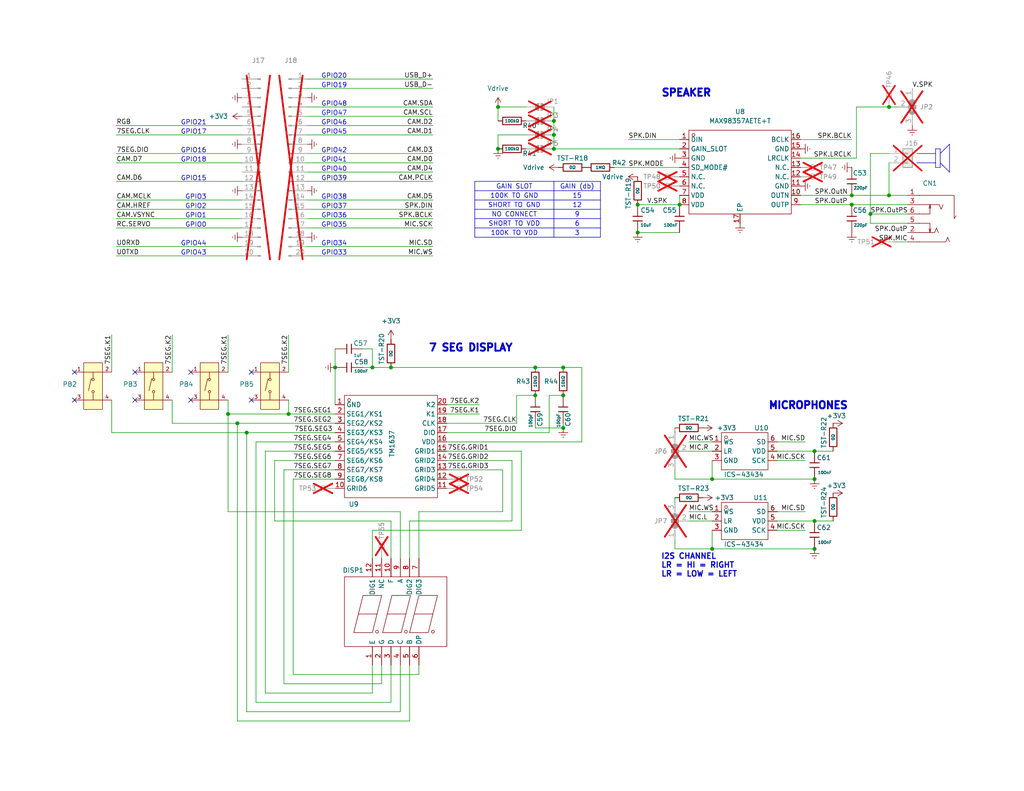
<source format=kicad_sch>
(kicad_sch (version 20250114) (generator "eeschema") (generator_version "9.0")
  (paper "A")
  (title_block (title "ESP32S3_Audio_Cam_POE") (date "2025-04-28") (rev "R0.1"))
  (lib_symbols
    (symbol "Connector:Conn_01x20_Pin" (pin_names (offset 1.016) (hide yes))
      (property "Reference" "J" (at 0 25.4 0))
      (property "Value" "Conn_01x20_Pin" (at 0 -27.94 0))
      (symbol "Conn_01x20_Pin_1_1"
        (pin passive line (at 5.08 22.86 180) (length 3.81) (name "Pin_1") (number "1"))
        (pin passive line (at 5.08 20.32 180) (length 3.81) (name "Pin_2") (number "2"))
        (pin passive line (at 5.08 17.78 180) (length 3.81) (name "Pin_3") (number "3"))
        (pin passive line (at 5.08 15.24 180) (length 3.81) (name "Pin_4") (number "4"))
        (pin passive line (at 5.08 12.7 180) (length 3.81) (name "Pin_5") (number "5"))
        (pin passive line (at 5.08 10.16 180) (length 3.81) (name "Pin_6") (number "6"))
        (pin passive line (at 5.08 7.62 180) (length 3.81) (name "Pin_7") (number "7"))
        (pin passive line (at 5.08 5.08 180) (length 3.81) (name "Pin_8") (number "8"))
        (pin passive line (at 5.08 2.54 180) (length 3.81) (name "Pin_9") (number "9"))
        (pin passive line (at 5.08 0 180) (length 3.81) (name "Pin_10") (number "10"))
        (pin passive line (at 5.08 -2.54 180) (length 3.81) (name "Pin_11") (number "11"))
        (pin passive line (at 5.08 -5.08 180) (length 3.81) (name "Pin_12") (number "12"))
        (pin passive line (at 5.08 -7.62 180) (length 3.81) (name "Pin_13") (number "13"))
        (pin passive line (at 5.08 -10.16 180) (length 3.81) (name "Pin_14") (number "14"))
        (pin passive line (at 5.08 -12.7 180) (length 3.81) (name "Pin_15") (number "15"))
        (pin passive line (at 5.08 -15.24 180) (length 3.81) (name "Pin_16") (number "16"))
        (pin passive line (at 5.08 -17.78 180) (length 3.81) (name "Pin_17") (number "17"))
        (pin passive line (at 5.08 -20.32 180) (length 3.81) (name "Pin_18") (number "18"))
        (pin passive line (at 5.08 -22.86 180) (length 3.81) (name "Pin_19") (number "19"))
        (pin passive line (at 5.08 -25.4 180) (length 3.81) (name "Pin_20") (number "20"))
      )
    )
    (symbol "Connector:TestPoint" (pin_numbers (hide yes)) (pin_names (offset 0.762) (hide yes))
      (property "Reference" "TP" (at 0 6.858 0))
      (property "Value" "TestPoint" (at 0 5.08 0))
      (symbol "TestPoint_1_1"
        (pin passive line (at 0 0 90) (length 2.54) (name "1") (number "1"))
      )
    )
    (symbol "Connector_Generic:Conn_01x02" (pin_names (offset 1.016) (hide yes))
      (property "Reference" "J" (at 0 2.54 0))
      (property "Value" "Conn_01x02" (at 0 -5.08 0))
      (symbol "Conn_01x02_1_1"
        (pin passive line (at -5.08 0 0) (length 3.81) (name "Pin_1") (number "1"))
        (pin passive line (at -5.08 -2.54 0) (length 3.81) (name "Pin_2") (number "2"))
      )
    )
    (symbol "Connector_Generic:Conn_01x03" (pin_names (offset 1.016) (hide yes))
      (property "Reference" "J" (at 0 5.08 0))
      (property "Value" "Conn_01x03" (at 0 -5.08 0))
      (symbol "Conn_01x03_1_1"
        (pin passive line (at -5.08 2.54 0) (length 3.81) (name "Pin_1") (number "1"))
        (pin passive line (at -5.08 0 0) (length 3.81) (name "Pin_2") (number "2"))
        (pin passive line (at -5.08 -2.54 0) (length 3.81) (name "Pin_3") (number "3"))
      )
    )
    (symbol "Device:Crystal" (pin_numbers (hide yes)) (pin_names (offset 1.016) (hide yes))
      (property "Reference" "Y" (at 0 3.81 0))
      (property "Value" "Crystal" (at 0 -3.81 0))
      (symbol "Crystal_1_1"
        (pin passive line (at -3.81 0 0) (length 1.27) (name "1") (number "1"))
        (pin passive line (at 3.81 0 180) (length 1.27) (name "2") (number "2"))
      )
    )
    (symbol "Device:L" (pin_numbers (hide yes)) (pin_names (offset 1.016) (hide yes))
      (property "Reference" "L" (at -1.27 0 90))
      (property "Value" "L" (at 1.905 0 90))
      (symbol "L_1_1"
        (pin passive line (at 0 3.81 270) (length 1.27) (name "1") (number "1"))
        (pin passive line (at 0 -3.81 90) (length 1.27) (name "2") (number "2"))
      )
    )
    (symbol "JLCPCB-Capacitors:0402,10uF" (pin_numbers (hide yes)) (pin_names (offset 0))
      (property "Reference" "C" (at 2.032 1.668 0))
      (property "Value" "10uF" (at 2.032 -0.3782 0))
      (property "Voltage Rated" "6.3V" (at 2.032 -2.0462 0))
      (symbol "0402,10uF_1_1"
        (pin passive line (at 0 3.81 270) (length 3.175) (name "~") (number "1"))
        (pin passive line (at 0 -3.81 90) (length 3.175) (name "~") (number "2"))
      )
    )
    (symbol "JLCPCB-Capacitors:0402,1nF" (pin_numbers (hide yes)) (pin_names (offset 0))
      (property "Reference" "C" (at 2.032 1.668 0))
      (property "Value" "1nF" (at 2.032 -0.3782 0))
      (property "Voltage Rated" "50V" (at 2.032 -2.0462 0))
      (symbol "0402,1nF_1_1"
        (pin passive line (at 0 3.81 270) (length 3.175) (name "~") (number "1"))
        (pin passive line (at 0 -3.81 90) (length 3.175) (name "~") (number "2"))
      )
    )
    (symbol "JLCPCB-Capacitors:0402,1uF" (pin_numbers (hide yes)) (pin_names (offset 0))
      (property "Reference" "C" (at 2.032 1.668 0))
      (property "Value" "1uF" (at 2.032 -0.3782 0))
      (property "Voltage Rated" "25V" (at 2.032 -2.0462 0))
      (symbol "0402,1uF_1_1"
        (pin passive line (at 0 3.81 270) (length 3.175) (name "~") (number "1"))
        (pin passive line (at 0 -3.81 90) (length 3.175) (name "~") (number "2"))
      )
    )
    (symbol "JLCPCB-Capacitors:0402,2.2uF" (pin_numbers (hide yes)) (pin_names (offset 0))
      (property "Reference" "C" (at 2.032 1.668 0))
      (property "Value" "2.2uF" (at 2.032 -0.3782 0))
      (property "Voltage Rated" "6.3V" (at 2.032 -2.0462 0))
      (symbol "0402,2.2uF_1_1"
        (pin passive line (at 0 3.81 270) (length 3.175) (name "~") (number "1"))
        (pin passive line (at 0 -3.81 90) (length 3.175) (name "~") (number "2"))
      )
    )
    (symbol "JLCPCB-Capacitors:0402,4.7uF" (pin_numbers (hide yes)) (pin_names (offset 0))
      (property "Reference" "C" (at 2.032 1.668 0))
      (property "Value" "4.7uF" (at 2.032 -0.3782 0))
      (property "Voltage Rated" "10V" (at 2.032 -2.0462 0))
      (symbol "0402,4.7uF_1_1"
        (pin passive line (at 0 3.81 270) (length 3.175) (name "~") (number "1"))
        (pin passive line (at 0 -3.81 90) (length 3.175) (name "~") (number "2"))
      )
    )
    (symbol "JLCPCB-Capacitors:0603,22uF" (pin_numbers (hide yes)) (pin_names (offset 0))
      (property "Reference" "C" (at 2.032 1.668 0))
      (property "Value" "22uF" (at 2.032 -0.3782 0))
      (property "Voltage Rated" "6.3V" (at 2.032 -2.0462 0))
      (symbol "0603,22uF_1_1"
        (pin passive line (at 0 3.81 270) (length 3.175) (name "~") (number "1"))
        (pin passive line (at 0 -3.81 90) (length 3.175) (name "~") (number "2"))
      )
    )
    (symbol "JLCPCB-Diodes:LED IR IR26-21c_C131280"
      (property "Reference" "U1" (at -3.81 5.08 0))
      (property "Value" "IR26-21C/L110/CT" (at -3.81 -5.08 0))
      (symbol "LED IR IR26-21c_C131280_1_0"
        (pin input line (at -6.35 0 0) (length 5.08) (name "C") (number "1"))
        (pin input line (at 6.35 0 180) (length 5.08) (name "A") (number "2"))
      )
    )
    (symbol "JLCPCB-Diodes:LED,0603,White" (pin_numbers (hide yes)) (pin_names (offset 0))
      (property "Reference" "D" (at 2.032 0.834 0))
      (property "Value" "White" (at 2.032 -1.2122 0))
      (symbol "LED,0603,White_1_1"
        (pin passive line (at 0 3.81 270) (length 3.81) (name "~") (number "2"))
        (pin passive line (at 0 -3.81 90) (length 3.81) (name "~") (number "1"))
      )
    )
    (symbol "JLCPCB-Diodes:LED,0805,Yellow" (pin_numbers (hide yes)) (pin_names (offset 0))
      (property "Reference" "D" (at 2.032 0.834 0))
      (property "Value" "Yellow" (at 2.032 -1.2122 0))
      (symbol "LED,0805,Yellow_1_1"
        (pin passive line (at 0 3.81 270) (length 3.81) (name "~") (number "2"))
        (pin passive line (at 0 -3.81 90) (length 3.81) (name "~") (number "1"))
      )
    )
    (symbol "JLCPCB-Extended:3ch 7-seg LED RED C2913084"
      (property "Reference" "DISP1" (at 6.096 10.922 0))
      (symbol "3ch 7-seg LED RED C2913084_1_0"
        (pin unspecified line (at -7.62 15.24 270) (length 5.08) (name "DIG1") (number "12"))
        (pin unspecified line (at -7.62 -13.97 90) (length 5.08) (name "E") (number "1"))
        (pin unspecified line (at -5.08 15.24 270) (length 5.08) (name "NC") (number "11"))
        (pin unspecified line (at -5.08 -13.97 90) (length 5.08) (name "G") (number "2"))
        (pin unspecified line (at -2.54 15.24 270) (length 5.08) (name "F") (number "10"))
        (pin unspecified line (at -2.54 -13.97 90) (length 5.08) (name "D") (number "3"))
        (pin unspecified line (at 0 15.24 270) (length 5.08) (name "A") (number "9"))
        (pin unspecified line (at 0 -13.97 90) (length 5.08) (name "C") (number "4"))
        (pin unspecified line (at 2.54 15.24 270) (length 5.08) (name "DIG2") (number "8"))
        (pin unspecified line (at 2.54 -13.97 90) (length 5.08) (name "B") (number "5"))
        (pin unspecified line (at 5.08 15.24 270) (length 5.08) (name "DIG3") (number "7"))
        (pin unspecified line (at 5.08 -13.97 90) (length 5.08) (name "DP") (number "6"))
      )
    )
    (symbol "JLCPCB-Extended:AXP2101_C3036461"
      (property "Reference" "U1" (at -26.67 -29.21 0))
      (property "Value" "AXP2101" (at -26.67 -32.766 0))
      (symbol "AXP2101_C3036461_1_0"
        (pin unspecified line (at -29.21 24.13 0) (length 2.54) (name "CHGLED") (number "1"))
        (pin unspecified line (at -29.21 21.59 0) (length 2.54) (name "VREF") (number "2"))
        (pin unspecified line (at -29.21 19.05 0) (length 2.54) (name "GND") (number "3"))
        (pin unspecified line (at -29.21 16.51 0) (length 2.54) (name "FB3") (number "4"))
        (pin unspecified line (at -29.21 13.97 0) (length 2.54) (name "LX3") (number "5"))
        (pin unspecified line (at -29.21 11.43 0) (length 2.54) (name "VIN3") (number "6"))
        (pin unspecified line (at -29.21 8.89 0) (length 2.54) (name "VIN4") (number "7"))
        (pin unspecified line (at -29.21 6.35 0) (length 2.54) (name "LX4") (number "8"))
        (pin unspecified line (at -29.21 3.81 0) (length 2.54) (name "FB4") (number "9"))
        (pin unspecified line (at -29.21 1.27 0) (length 2.54) (name "CPULDOS") (number "10"))
        (pin unspecified line (at -29.21 -1.27 0) (length 2.54) (name "DLDO2/DC4SW") (number "11"))
        (pin unspecified line (at -29.21 -3.81 0) (length 2.54) (name "BLDO1") (number "12"))
        (pin unspecified line (at -29.21 -6.35 0) (length 2.54) (name "BLDOIN") (number "13"))
        (pin unspecified line (at -29.21 -8.89 0) (length 2.54) (name "BLDO2") (number "14"))
        (pin unspecified line (at -29.21 -11.43 0) (length 2.54) (name "ALDO4") (number "15"))
        (pin unspecified line (at -29.21 -13.97 0) (length 2.54) (name "ALDO3") (number "16"))
        (pin unspecified line (at -29.21 -16.51 0) (length 2.54) (name "ALDOIN") (number "17"))
        (pin unspecified line (at -29.21 -19.05 0) (length 2.54) (name "ALDO1") (number "18"))
        (pin unspecified line (at -29.21 -21.59 0) (length 2.54) (name "ALDO2") (number "19"))
        (pin unspecified line (at -29.21 -24.13 0) (length 2.54) (name "DLDO1/DC1SW") (number "20"))
        (pin unspecified line (at 0 29.21 270) (length 2.54) (name "EP") (number "41"))
        (pin unspecified line (at 29.21 24.13 180) (length 2.54) (name "SDA") (number "40"))
        (pin unspecified line (at 29.21 21.59 180) (length 2.54) (name "SCK") (number "39"))
        (pin unspecified line (at 29.21 19.05 180) (length 2.54) (name "IRQ") (number "38"))
        (pin unspecified line (at 29.21 16.51 180) (length 2.54) (name "VBUS") (number "37"))
        (pin unspecified line (at 29.21 13.97 180) (length 2.54) (name "VMID") (number "36"))
        (pin unspecified line (at 29.21 11.43 180) (length 2.54) (name "SW") (number "35"))
        (pin unspecified line (at 29.21 8.89 180) (length 2.54) (name "VSYS") (number "34"))
        (pin unspecified line (at 29.21 6.35 180) (length 2.54) (name "BAT") (number "33"))
        (pin unspecified line (at 29.21 3.81 180) (length 2.54) (name "GPIO1/FB5/RTC/LDO2") (number "32"))
        (pin unspecified line (at 29.21 1.27 180) (length 2.54) (name "TS") (number "31"))
        (pin unspecified line (at 29.21 -1.27 180) (length 2.54) (name "PWRON") (number "30"))
        (pin unspecified line (at 29.21 -3.81 180) (length 2.54) (name "PWROK") (number "29"))
        (pin unspecified line (at 29.21 -6.35 180) (length 2.54) (name "VRTC") (number "28"))
        (pin unspecified line (at 29.21 -8.89 180) (length 2.54) (name "VBACKUP") (number "27"))
        (pin unspecified line (at 29.21 -11.43 180) (length 2.54) (name "FB2") (number "26"))
        (pin unspecified line (at 29.21 -13.97 180) (length 2.54) (name "LX2") (number "25"))
        (pin unspecified line (at 29.21 -16.51 180) (length 2.54) (name "VIN2") (number "24"))
        (pin unspecified line (at 29.21 -19.05 180) (length 2.54) (name "VIN1") (number "23"))
        (pin unspecified line (at 29.21 -21.59 180) (length 2.54) (name "LX1") (number "22"))
        (pin unspecified line (at 29.21 -24.13 180) (length 2.54) (name "FB1") (number "21"))
      )
    )
    (symbol "JLCPCB-Extended:BH-18650-B1BA002_18650_C2988620"
      (property "Reference" "BT1" (at -1.27 2.54 0))
      (property "Value" "BH-18650-B1BA002" (at -1.27 -5.08 0))
      (symbol "BH-18650-B1BA002_18650_C2988620_1_0"
        (pin input line (at -5.08 0 0) (length 3.81) (name "2") (number "2"))
        (pin input line (at 5.08 0 180) (length 3.81) (name "1") (number "1"))
      )
    )
    (symbol "JLCPCB-Extended:Crystal, 40MHz, 15pF"
      (property "Reference" "X" (at 0 8.128 0))
      (property "Value" "40MHz, 15pF" (at -0.254 6.35 0))
      (symbol "Crystal, 40MHz, 15pF_0_1"
        (pin unspecified line (at -7.62 2.54 0) (length 2.54) (name "GND") (number "4"))
        (pin unspecified line (at 7.62 -2.54 180) (length 2.54) (name "GND") (number "2"))
      )
      (symbol "Crystal, 40MHz, 15pF_1_1"
        (pin unspecified line (at -7.62 -2.54 0) (length 2.54) (name "OSC") (number "1"))
        (pin unspecified line (at 7.62 2.54 180) (length 2.54) (name "OSC") (number "3"))
      )
    )
    (symbol "JLCPCB-Extended:Current-sensor_MT9221CT-06BR5_C879632"
      (property "Reference" "U1" (at -8.89 6.35 0))
      (property "Value" "MT9221CT-06BR5" (at -8.89 -8.89 0))
      (symbol "Current-sensor_MT9221CT-06BR5_C879632_1_0"
        (pin unspecified line (at -11.43 3.81 0) (length 2.54) (name "IP+") (number "1"))
        (pin unspecified line (at -11.43 1.27 0) (length 2.54) (name "IP+") (number "2"))
        (pin unspecified line (at -11.43 -1.27 0) (length 2.54) (name "IP-") (number "3"))
        (pin unspecified line (at -11.43 -3.81 0) (length 2.54) (name "IP-") (number "4"))
        (pin unspecified line (at 11.43 3.81 180) (length 2.54) (name "VCC") (number "8"))
        (pin unspecified line (at 11.43 1.27 180) (length 2.54) (name "VOUT") (number "7"))
        (pin unspecified line (at 11.43 -1.27 180) (length 2.54) (name "FILTER") (number "6"))
        (pin unspecified line (at 11.43 -3.81 180) (length 2.54) (name "GND") (number "5"))
      )
    )
    (symbol "JLCPCB-Extended:KH-3216-H0209_C2925417"
      (property "Reference" "L1" (at 3.81 5.08 0))
      (property "Value" "KH-3216-H0209" (at 3.81 1.524 0))
      (symbol "KH-3216-H0209_C2925417_1_0"
        (pin unspecified line (at 0 5.08 270) (length 2.54) (name "2") (number "2"))
        (pin unspecified line (at 0 -3.81 90) (length 2.54) (name "ANT") (number "1"))
      )
    )
    (symbol "JLCPCB-Extended:LED, WS2812B, 1615"
      (property "Reference" "D" (at 1.778 6.604 0))
      (property "Value" "WS2812B" (at 5.334 -6.35 0))
      (symbol "LED, WS2812B, 1615_0_0"
        (text "RGB" (at 2.286 -4.191 0) (effects (font (size 0.762 0.762))))
      )
      (symbol "LED, WS2812B, 1615_1_1"
        (pin input line (at -7.62 0 0) (length 2.54) (name "DIN") (number "4"))
        (pin power_in line (at 0 7.62 270) (length 2.54) (name "VDD") (number "2"))
        (pin power_in line (at 0 -7.62 90) (length 2.54) (name "GND") (number "3"))
        (pin output line (at 7.62 0 180) (length 2.54) (name "DOUT") (number "1"))
      )
    )
    (symbol "JLCPCB-Extended:PJ-316C-6A_SMD_3.5mm_Audio_Connectors_(Headphones)_C707223"
      (property "Reference" "CN1" (at -10.16 8.89 0))
      (property "Value" "PJ-316C-6A" (at -10.16 -8.89 0))
      (symbol "PJ-316C-6A_SMD_3.5mm_Audio_Connectors_(Headphones)_C707223_1_0"
        (pin unspecified line (at 2.54 7.62 180) (length 2.54) (name "1") (number "1"))
        (pin unspecified line (at 2.54 5.08 180) (length 2.54) (name "3") (number "3"))
        (pin unspecified line (at 2.54 2.54 180) (length 2.54) (name "6") (number "6"))
        (pin unspecified line (at 2.54 0 180) (length 2.54) (name "5") (number "5"))
        (pin unspecified line (at 2.54 -2.54 180) (length 2.54) (name "2") (number "2"))
        (pin unspecified line (at 2.54 -5.08 180) (length 2.54) (name "4") (number "4"))
      )
    )
    (symbol "JLCPCB-ICs:DS18B20_C695836"
      (property "Reference" "U1" (at -6.35 6.35 0))
      (property "Value" "DS18B20U(UMW)" (at -6.35 -8.89 0))
      (symbol "DS18B20_C695836_1_0"
        (pin unspecified line (at -8.89 3.81 0) (length 2.54) (name "DQ") (number "1"))
        (pin unspecified line (at -8.89 1.27 0) (length 2.54) (name "NC") (number "2"))
        (pin unspecified line (at -8.89 -1.27 0) (length 2.54) (name "NC") (number "3"))
        (pin unspecified line (at -8.89 -3.81 0) (length 2.54) (name "GND") (number "4"))
        (pin unspecified line (at 8.89 3.81 180) (length 2.54) (name "VDD") (number "8"))
        (pin unspecified line (at 8.89 1.27 180) (length 2.54) (name "NC") (number "7"))
        (pin unspecified line (at 8.89 -1.27 180) (length 2.54) (name "NC") (number "6"))
        (pin unspecified line (at 8.89 -3.81 180) (length 2.54) (name "NC") (number "5"))
      )
    )
    (symbol "JLCPCB-ICs:Digital Tube Drivers C2962580"
      (property "Reference" "U1" (at -12.7 13.97 0))
      (property "Value" "TM1637" (at -12.7 -16.51 0))
      (symbol "Digital Tube Drivers C2962580_1_0"
        (pin unspecified line (at -15.24 11.43 0) (length 2.54) (name "GND") (number "1"))
        (pin unspecified line (at -15.24 8.89 0) (length 2.54) (name "SEG1/KS1") (number "2"))
        (pin unspecified line (at -15.24 6.35 0) (length 2.54) (name "SEG2/KS2") (number "3"))
        (pin unspecified line (at -15.24 3.81 0) (length 2.54) (name "SEG3/KS3") (number "4"))
        (pin unspecified line (at -15.24 1.27 0) (length 2.54) (name "SEG4/KS4") (number "5"))
        (pin unspecified line (at -15.24 -1.27 0) (length 2.54) (name "SEG5/KS5") (number "6"))
        (pin unspecified line (at -15.24 -3.81 0) (length 2.54) (name "SEG6/KS6") (number "7"))
        (pin unspecified line (at -15.24 -6.35 0) (length 2.54) (name "SEG7/KS7") (number "8"))
        (pin unspecified line (at -15.24 -8.89 0) (length 2.54) (name "SEG8/KS8") (number "9"))
        (pin unspecified line (at -15.24 -11.43 0) (length 2.54) (name "GRID6") (number "10"))
        (pin unspecified line (at 15.24 11.43 180) (length 2.54) (name "K2") (number "20"))
        (pin unspecified line (at 15.24 8.89 180) (length 2.54) (name "K1") (number "19"))
        (pin unspecified line (at 15.24 6.35 180) (length 2.54) (name "CLK") (number "18"))
        (pin unspecified line (at 15.24 3.81 180) (length 2.54) (name "DIO") (number "17"))
        (pin unspecified line (at 15.24 1.27 180) (length 2.54) (name "VDD") (number "16"))
        (pin unspecified line (at 15.24 -1.27 180) (length 2.54) (name "GRID1") (number "15"))
        (pin unspecified line (at 15.24 -3.81 180) (length 2.54) (name "GRID2") (number "14"))
        (pin unspecified line (at 15.24 -6.35 180) (length 2.54) (name "GRID3") (number "13"))
        (pin unspecified line (at 15.24 -8.89 180) (length 2.54) (name "GRID4") (number "12"))
        (pin unspecified line (at 15.24 -11.43 180) (length 2.54) (name "GRID5") (number "11"))
      )
    )
    (symbol "JLCPCB-ICs:ICS-43434_C5656610"
      (property "Reference" "U1" (at -6.35 5.08 0))
      (property "Value" "ICS-43434" (at -6.35 -7.62 0))
      (symbol "ICS-43434_C5656610_1_0"
        (pin unspecified line (at -8.89 2.54 0) (length 2.54) (name "WS") (number "1"))
        (pin unspecified line (at -8.89 0 0) (length 2.54) (name "LR") (number "2"))
        (pin unspecified line (at -8.89 -2.54 0) (length 2.54) (name "GND") (number "3"))
        (pin unspecified line (at 8.89 2.54 180) (length 2.54) (name "SD") (number "6"))
        (pin unspecified line (at 8.89 0 180) (length 2.54) (name "VDD") (number "5"))
        (pin unspecified line (at 8.89 -2.54 180) (length 2.54) (name "SCK") (number "4"))
      )
    )
    (symbol "JLCPCB-ICs:MAX98357AETE+T C910544"
      (property "Reference" "U1" (at -13.97 11.43 0))
      (property "Value" "MAX98357AETE+T" (at 1.524 -6.604 90))
      (symbol "MAX98357AETE+T C910544_1_0"
        (pin unspecified line (at -16.51 8.89 0) (length 2.54) (name "DIN") (number "1"))
        (pin unspecified line (at -16.51 6.35 0) (length 2.54) (name "GAIN_SLOT") (number "2"))
        (pin unspecified line (at -16.51 3.81 0) (length 2.54) (name "GND") (number "3"))
        (pin unspecified line (at -16.51 1.27 0) (length 2.54) (name "SD_MODE#") (number "4"))
        (pin unspecified line (at -16.51 -1.27 0) (length 2.54) (name "N.C.") (number "5"))
        (pin unspecified line (at -16.51 -3.81 0) (length 2.54) (name "N.C.") (number "6"))
        (pin unspecified line (at -16.51 -6.35 0) (length 2.54) (name "VDD") (number "7"))
        (pin unspecified line (at -16.51 -8.89 0) (length 2.54) (name "VDD") (number "8"))
        (pin unspecified line (at 0 -13.97 90) (length 2.54) (name "EP") (number "17"))
        (pin unspecified line (at 16.51 8.89 180) (length 2.54) (name "BCLK") (number "16"))
        (pin unspecified line (at 16.51 6.35 180) (length 2.54) (name "GND") (number "15"))
        (pin unspecified line (at 16.51 3.81 180) (length 2.54) (name "LRCLK") (number "14"))
        (pin unspecified line (at 16.51 1.27 180) (length 2.54) (name "N.C.") (number "13"))
        (pin unspecified line (at 16.51 -1.27 180) (length 2.54) (name "N.C.") (number "12"))
        (pin unspecified line (at 16.51 -3.81 180) (length 2.54) (name "GND") (number "11"))
        (pin unspecified line (at 16.51 -6.35 180) (length 2.54) (name "OUTN") (number "10"))
        (pin unspecified line (at 16.51 -8.89 180) (length 2.54) (name "OUTP") (number "9"))
      )
    )
    (symbol "JLCPCB-Inductors:1uH,50mA" (pin_numbers (hide yes)) (pin_names (offset 0))
      (property "Reference" "L" (at 1.2673 0.834 0))
      (property "Value" "1uH,50mA" (at 1.2673 -1.2122 0))
      (symbol "1uH,50mA_1_1"
        (pin passive line (at 0 3.81 270) (length 1.27) (name "~") (number "1"))
        (pin passive line (at 0 -3.81 90) (length 1.27) (name "~") (number "2"))
      )
    )
    (symbol "JLCPCB-Resistors:0402,10kΩ" (pin_numbers (hide yes)) (pin_names (offset 0))
      (property "Reference" "R" (at 1.778 0 0))
      (property "Value" "10kΩ" (at 0 0 90))
      (symbol "0402,10kΩ_1_1"
        (pin passive line (at 0 3.81 270) (length 1.27) (name "~") (number "1"))
        (pin passive line (at 0 -3.81 90) (length 1.27) (name "~") (number "2"))
      )
    )
    (symbol "Jumper:SolderJumper_2_Open" (pin_numbers (hide yes)) (pin_names (offset 0) (hide yes)) (in_bom no)
      (property "Reference" "JP" (at 0 2.032 0))
      (property "Value" "SolderJumper_2_Open" (at 0 -2.54 0))
      (symbol "SolderJumper_2_Open_1_1"
        (pin passive line (at -3.81 0 0) (length 2.54) (name "A") (number "1"))
        (pin passive line (at 3.81 0 180) (length 2.54) (name "B") (number "2"))
      )
    )
    (symbol "Jumper:SolderJumper_3_Bridged12" (pin_names (offset 0) (hide yes)) (in_bom no)
      (property "Reference" "JP" (at -2.54 -2.54 0))
      (property "Value" "SolderJumper_3_Bridged12" (at 0 2.794 0))
      (symbol "SolderJumper_3_Bridged12_1_1"
        (pin passive line (at -5.08 0 0) (length 2.54) (name "A") (number "1"))
        (pin passive line (at 0 -3.81 90) (length 2.54) (name "C") (number "2"))
        (pin passive line (at 5.08 0 180) (length 2.54) (name "B") (number "3"))
      )
    )
    (symbol "PCM_JLCPCB-Capacitors:0402,100pF" (pin_numbers (hide yes)) (pin_names (offset 0))
      (property "Reference" "C" (at 2.032 1.668 0))
      (property "Value" "100pF" (at 2.032 -0.3782 0))
      (property "Voltage Rated" "50V" (at 2.032 -2.0462 0))
      (symbol "0402,100pF_1_1"
        (pin passive line (at 0 3.81 270) (length 3.175) (name "~") (number "1"))
        (pin passive line (at 0 -3.81 90) (length 3.175) (name "~") (number "2"))
      )
    )
    (symbol "PCM_JLCPCB-Capacitors:0402,10pF" (pin_numbers (hide yes)) (pin_names (offset 0))
      (property "Reference" "C" (at 2.032 1.668 0))
      (property "Value" "10pF" (at 2.032 -0.3782 0))
      (property "Voltage Rated" "50V" (at 2.032 -2.0462 0))
      (symbol "0402,10pF_1_1"
        (pin passive line (at 0 3.81 270) (length 3.175) (name "~") (number "1"))
        (pin passive line (at 0 -3.81 90) (length 3.175) (name "~") (number "2"))
      )
    )
    (symbol "PCM_JLCPCB-Capacitors:0402,10uF" (pin_numbers (hide yes)) (pin_names (offset 0))
      (property "Reference" "C" (at 2.032 1.668 0))
      (property "Value" "10uF" (at 2.032 -0.3782 0))
      (property "Voltage Rated" "6.3V" (at 2.032 -2.0462 0))
      (symbol "0402,10uF_1_1"
        (pin passive line (at 0 3.81 270) (length 3.175) (name "~") (number "1"))
        (pin passive line (at 0 -3.81 90) (length 3.175) (name "~") (number "2"))
      )
    )
    (symbol "PCM_JLCPCB-Capacitors:0402,20pF" (pin_numbers (hide yes)) (pin_names (offset 0))
      (property "Reference" "C" (at 2.032 1.668 0))
      (property "Value" "20pF" (at 2.032 -0.3782 0))
      (property "Voltage Rated" "50V" (at 2.032 -2.0462 0))
      (symbol "0402,20pF_1_1"
        (pin passive line (at 0 3.81 270) (length 3.175) (name "~") (number "1"))
        (pin passive line (at 0 -3.81 90) (length 3.175) (name "~") (number "2"))
      )
    )
    (symbol "PCM_JLCPCB-Capacitors:0402,220pF" (pin_numbers (hide yes)) (pin_names (offset 0))
      (property "Reference" "C" (at 2.032 1.668 0))
      (property "Value" "220pF" (at 2.032 -0.3782 0))
      (property "Voltage Rated" "50V" (at 2.032 -2.0462 0))
      (symbol "0402,220pF_1_1"
        (pin passive line (at 0 3.81 270) (length 3.175) (name "~") (number "1"))
        (pin passive line (at 0 -3.81 90) (length 3.175) (name "~") (number "2"))
      )
    )
    (symbol "PCM_JLCPCB-Capacitors:0402,3.3pF" (pin_numbers (hide yes)) (pin_names (offset 0))
      (property "Reference" "C" (at 2.032 1.668 0))
      (property "Value" "3.3pF" (at 2.032 -0.3782 0))
      (property "Voltage Rated" "50V" (at 2.032 -2.0462 0))
      (symbol "0402,3.3pF_1_1"
        (pin passive line (at 0 3.81 270) (length 3.175) (name "~") (number "1"))
        (pin passive line (at 0 -3.81 90) (length 3.175) (name "~") (number "2"))
      )
    )
    (symbol "PCM_JLCPCB-Capacitors:0603,100nF" (pin_numbers (hide yes)) (pin_names (offset 0))
      (property "Reference" "C" (at 2.032 1.668 0))
      (property "Value" "100nF" (at 2.032 -0.3782 0))
      (property "Voltage Rated" "50V" (at 2.032 -2.0462 0))
      (symbol "0603,100nF_1_1"
        (pin passive line (at 0 3.81 270) (length 3.175) (name "~") (number "1"))
        (pin passive line (at 0 -3.81 90) (length 3.175) (name "~") (number "2"))
      )
    )
    (symbol "PCM_JLCPCB-Capacitors:0603,1uF" (pin_numbers (hide yes)) (pin_names (offset 0))
      (property "Reference" "C" (at 2.032 1.668 0))
      (property "Value" "1uF" (at 2.032 -0.3782 0))
      (property "Voltage Rated" "50V" (at 2.032 -2.0462 0))
      (symbol "0603,1uF_1_1"
        (pin passive line (at 0 3.81 270) (length 3.175) (name "~") (number "1"))
        (pin passive line (at 0 -3.81 90) (length 3.175) (name "~") (number "2"))
      )
    )
    (symbol "PCM_JLCPCB-Capacitors:0805,10uF,(2)" (pin_numbers (hide yes)) (pin_names (offset 0))
      (property "Reference" "C" (at 2.032 1.668 0))
      (property "Value" "10uF" (at 2.032 -0.3782 0))
      (property "Voltage Rated" "50V" (at 2.032 -2.0462 0))
      (symbol "0805,10uF,(2)_1_1"
        (pin passive line (at 0 3.81 270) (length 3.175) (name "~") (number "1"))
        (pin passive line (at 0 -3.81 90) (length 3.175) (name "~") (number "2"))
      )
    )
    (symbol "PCM_JLCPCB-Connectors_Buttons:Tactile Button, 160gf" (pin_names (hide yes))
      (property "Reference" "S" (at 0 1.27 0))
      (property "Value" "Tactile Button, 160gf" (at 0 -8.89 0))
      (symbol "Tactile Button, 160gf_0_1"
        (pin unspecified line (at -5.08 2.54 0) (length 2.54) (name "A") (number "1"))
        (pin unspecified line (at -5.08 -5.08 0) (length 2.54) (name "C") (number "3"))
        (pin unspecified line (at 5.08 2.54 180) (length 2.54) (name "B") (number "2"))
        (pin unspecified line (at 5.08 -5.08 180) (length 2.54) (name "D") (number "4"))
      )
    )
    (symbol "PCM_JLCPCB-Diodes:LED,0805,Green" (pin_numbers (hide yes)) (pin_names (offset 0))
      (property "Reference" "D" (at 2.032 0.834 0))
      (property "Value" "Green" (at 2.032 -1.2122 0))
      (symbol "LED,0805,Green_1_1"
        (pin passive line (at 0 3.81 270) (length 3.81) (name "~") (number "2"))
        (pin passive line (at 0 -3.81 90) (length 3.81) (name "~") (number "1"))
      )
    )
    (symbol "PCM_JLCPCB-Diodes:Switching,1N4148W" (pin_numbers (hide yes)) (pin_names (offset 0))
      (property "Reference" "D" (at 2.032 0.834 0))
      (property "Value" "1N4148W" (at 2.032 -1.2122 0))
      (symbol "Switching,1N4148W_1_1"
        (pin passive line (at 0 3.81 270) (length 3.81) (name "~") (number "2"))
        (pin passive line (at 0 -3.81 90) (length 3.81) (name "~") (number "1"))
      )
    )
    (symbol "PCM_JLCPCB-Extended:Connector, USB-TYPE-C-16P"
      (property "Reference" "J" (at 2.54 2.54 0))
      (symbol "Connector, USB-TYPE-C-16P_1_1"
        (pin passive line (at -7.62 -22.86 90) (length 5.08) (name "SHIELD") (number "S1"))
        (pin passive line (at 0 -22.86 90) (length 5.08) (hide yes) (name "GND") (number "A12B1"))
        (pin passive line (at 0 -22.86 90) (length 5.08) (name "GND") (number "B12A1"))
        (pin passive line (at 15.24 15.24 180) (length 5.08) (hide yes) (name "VBUS") (number "A9B4"))
        (pin passive line (at 15.24 15.24 180) (length 5.08) (name "VBUS") (number "B9A4"))
        (pin bidirectional line (at 15.24 10.16 180) (length 5.08) (name "CC1") (number "A5"))
        (pin bidirectional line (at 15.24 7.62 180) (length 5.08) (name "CC2") (number "B5"))
        (pin bidirectional line (at 15.24 2.54 180) (length 5.08) (name "D-") (number "A7"))
        (pin bidirectional line (at 15.24 0 180) (length 5.08) (name "D-") (number "B7"))
        (pin bidirectional line (at 15.24 -2.54 180) (length 5.08) (name "D+") (number "A6"))
        (pin bidirectional line (at 15.24 -5.08 180) (length 5.08) (name "D+") (number "B6"))
        (pin bidirectional line (at 15.24 -12.7 180) (length 5.08) (name "SBU1") (number "A8"))
        (pin bidirectional line (at 15.24 -15.24 180) (length 5.08) (name "SBU2") (number "B8"))
      )
    )
    (symbol "PCM_JLCPCB-Extended:MCU, ESP32-S3"
      (property "Reference" "U" (at 10.16 -38.1 0))
      (property "Value" "ESP32-S3" (at 13.97 -40.64 0))
      (symbol "MCU, ESP32-S3_1_0"
        (pin passive line (at -5.08 38.1 270) (length 2.54) (hide yes) (name "VDDA") (number "56"))
        (pin bidirectional line (at 22.86 12.7 180) (length 2.54) (name "SPICLK_N") (number "36"))
        (pin bidirectional line (at 22.86 -10.16 180) (length 2.54) (name "MTDO") (number "45"))
        (pin bidirectional line (at 22.86 -22.86 180) (length 2.54) (name "GPIO45") (number "51"))
      )
      (symbol "MCU, ESP32-S3_1_1"
        (pin bidirectional line (at -22.86 30.48 0) (length 2.54) (name "GPIO0") (number "5"))
        (pin bidirectional line (at -22.86 27.94 0) (length 2.54) (name "GPIO1") (number "6"))
        (pin bidirectional line (at -22.86 25.4 0) (length 2.54) (name "GPIO2") (number "7"))
        (pin bidirectional line (at -22.86 22.86 0) (length 2.54) (name "GPIO3") (number "8"))
        (pin bidirectional line (at -22.86 20.32 0) (length 2.54) (name "GPIO4") (number "9"))
        (pin bidirectional line (at -22.86 17.78 0) (length 2.54) (name "GPIO5") (number "10"))
        (pin bidirectional line (at -22.86 15.24 0) (length 2.54) (name "GPIO6") (number "11"))
        (pin bidirectional line (at -22.86 12.7 0) (length 2.54) (name "GPIO7") (number "12"))
        (pin bidirectional line (at -22.86 10.16 0) (length 2.54) (name "GPIO8") (number "13"))
        (pin bidirectional line (at -22.86 7.62 0) (length 2.54) (name "GPIO9") (number "14"))
        (pin bidirectional line (at -22.86 5.08 0) (length 2.54) (name "GPIO10") (number "15"))
        (pin bidirectional line (at -22.86 2.54 0) (length 2.54) (name "GPIO11") (number "16"))
        (pin bidirectional line (at -22.86 0 0) (length 2.54) (name "GPIO12") (number "17"))
        (pin bidirectional line (at -22.86 -2.54 0) (length 2.54) (name "GPIO13") (number "18"))
        (pin bidirectional line (at -22.86 -5.08 0) (length 2.54) (name "GPIO14") (number "19"))
        (pin bidirectional line (at -22.86 -7.62 0) (length 2.54) (name "GPIO17") (number "23"))
        (pin bidirectional line (at -22.86 -10.16 0) (length 2.54) (name "GPIO18") (number "24"))
        (pin bidirectional line (at -22.86 -12.7 0) (length 2.54) (name "GPIO19/USB_D-") (number "25"))
        (pin bidirectional line (at -22.86 -15.24 0) (length 2.54) (name "GPIO20/USB_D+") (number "26"))
        (pin bidirectional line (at -22.86 -17.78 0) (length 2.54) (name "GPIO21") (number "27"))
        (pin passive line (at -22.86 -22.86 0) (length 2.54) (name "XTAL_32K_P") (number "21"))
        (pin passive line (at -22.86 -25.4 0) (length 2.54) (name "XTAL_32K_N") (number "22"))
        (pin input line (at -22.86 -27.94 0) (length 2.54) (name "XTAL_P") (number "54"))
        (pin output line (at -22.86 -30.48 0) (length 2.54) (name "XTAL_N") (number "53"))
        (pin power_in line (at -5.08 38.1 270) (length 2.54) (name "VDDA") (number "55"))
        (pin power_in line (at -2.54 38.1 270) (length 2.54) (name "VDD3P3") (number "2"))
        (pin passive line (at -2.54 38.1 270) (length 2.54) (hide yes) (name "VDD3P3") (number "3"))
        (pin power_in line (at 0 38.1 270) (length 2.54) (name "VDD3P3_RTC") (number "20"))
        (pin power_in line (at 0 -38.1 90) (length 2.54) (name "GND") (number "57"))
        (pin power_in line (at 2.54 38.1 270) (length 2.54) (name "VDD_SPI") (number "29"))
        (pin power_in line (at 5.08 38.1 270) (length 2.54) (name "VDD3P3_CPU") (number "46"))
        (pin bidirectional line (at 22.86 30.48 180) (length 2.54) (name "SPICS1") (number "28"))
        (pin bidirectional line (at 22.86 27.94 180) (length 2.54) (name "SPIHD") (number "30"))
        (pin bidirectional line (at 22.86 25.4 180) (length 2.54) (name "SPIWP") (number "31"))
        (pin bidirectional line (at 22.86 22.86 180) (length 2.54) (name "SPICS0") (number "32"))
        (pin bidirectional line (at 22.86 20.32 180) (length 2.54) (name "SPICLK") (number "33"))
        (pin bidirectional line (at 22.86 17.78 180) (length 2.54) (name "SPIQ") (number "34"))
        (pin bidirectional line (at 22.86 15.24 180) (length 2.54) (name "SPID") (number "35"))
        (pin bidirectional line (at 22.86 10.16 180) (length 2.54) (name "SPICLK_P") (number "37"))
        (pin bidirectional line (at 22.86 7.62 180) (length 2.54) (name "GPIO33") (number "38"))
        (pin bidirectional line (at 22.86 5.08 180) (length 2.54) (name "GPIO34") (number "39"))
        (pin bidirectional line (at 22.86 2.54 180) (length 2.54) (name "GPIO35") (number "40"))
        (pin bidirectional line (at 22.86 0 180) (length 2.54) (name "GPIO36") (number "41"))
        (pin bidirectional line (at 22.86 -2.54 180) (length 2.54) (name "GPIO37") (number "42"))
        (pin bidirectional line (at 22.86 -5.08 180) (length 2.54) (name "GPIO38") (number "43"))
        (pin bidirectional line (at 22.86 -7.62 180) (length 2.54) (name "MTCK") (number "44"))
        (pin bidirectional line (at 22.86 -12.7 180) (length 2.54) (name "MTDI") (number "47"))
        (pin bidirectional line (at 22.86 -15.24 180) (length 2.54) (name "MTMS") (number "48"))
        (pin bidirectional line (at 22.86 -17.78 180) (length 2.54) (name "U0TXD") (number "49"))
        (pin bidirectional line (at 22.86 -20.32 180) (length 2.54) (name "U0RXD") (number "50"))
        (pin bidirectional line (at 22.86 -25.4 180) (length 2.54) (name "GPIO46") (number "52"))
        (pin input line (at 22.86 -27.94 180) (length 2.54) (name "CHIP_PU") (number "4"))
        (pin bidirectional line (at 22.86 -30.48 180) (length 2.54) (name "LNA_IN") (number "1"))
      )
    )
    (symbol "PCM_JLCPCB-Memory:16MByte, SPI"
      (property "Reference" "U" (at 0 1.27 0))
      (property "Value" "W25Q128" (at 0 -1.016 0))
      (symbol "16MByte, SPI_0_1"
        (pin unspecified line (at -12.7 5.08 0) (length 2.54) (name "CS#") (number "1"))
        (pin unspecified line (at -12.7 2.54 0) (length 2.54) (name "DO") (number "2"))
        (pin unspecified line (at -12.7 0 0) (length 2.54) (name "IO2") (number "3"))
        (pin unspecified line (at -12.7 -2.54 0) (length 2.54) (name "GND") (number "4"))
        (pin unspecified line (at 12.7 5.08 180) (length 2.54) (name "VCC") (number "8"))
        (pin unspecified line (at 12.7 2.54 180) (length 2.54) (name "IO3") (number "7"))
        (pin unspecified line (at 12.7 0 180) (length 2.54) (name "CLK") (number "6"))
        (pin unspecified line (at 12.7 -2.54 180) (length 2.54) (name "DI") (number "5"))
      )
    )
    (symbol "PCM_JLCPCB-Resistors:0402,100kΩ" (pin_numbers (hide yes)) (pin_names (offset 0))
      (property "Reference" "R" (at 1.778 0 0))
      (property "Value" "100kΩ" (at 0 0 90))
      (symbol "0402,100kΩ_1_1"
        (pin passive line (at 0 3.81 270) (length 1.27) (name "~") (number "1"))
        (pin passive line (at 0 -3.81 90) (length 1.27) (name "~") (number "2"))
      )
    )
    (symbol "PCM_JLCPCB-Resistors:0402,10MΩ" (pin_numbers (hide yes)) (pin_names (offset 0))
      (property "Reference" "R" (at 1.778 0 0))
      (property "Value" "10MΩ" (at 0 0 90))
      (symbol "0402,10MΩ_1_1"
        (pin passive line (at 0 3.81 270) (length 1.27) (name "~") (number "1"))
        (pin passive line (at 0 -3.81 90) (length 1.27) (name "~") (number "2"))
      )
    )
    (symbol "PCM_JLCPCB-Resistors:0402,10kΩ" (pin_numbers (hide yes)) (pin_names (offset 0))
      (property "Reference" "R" (at 1.778 0 0))
      (property "Value" "10kΩ" (at 0 0 90))
      (symbol "0402,10kΩ_1_1"
        (pin passive line (at 0 3.81 270) (length 1.27) (name "~") (number "1"))
        (pin passive line (at 0 -3.81 90) (length 1.27) (name "~") (number "2"))
      )
    )
    (symbol "PCM_JLCPCB-Resistors:0402,1MΩ" (pin_numbers (hide yes)) (pin_names (offset 0))
      (property "Reference" "R" (at 1.778 0 0))
      (property "Value" "1MΩ" (at 0 0 90))
      (symbol "0402,1MΩ_1_1"
        (pin passive line (at 0 3.81 270) (length 1.27) (name "~") (number "1"))
        (pin passive line (at 0 -3.81 90) (length 1.27) (name "~") (number "2"))
      )
    )
    (symbol "PCM_JLCPCB-Resistors:0402,22Ω" (pin_numbers (hide yes)) (pin_names (offset 0))
      (property "Reference" "R" (at 1.778 0 0))
      (property "Value" "22Ω" (at 0 0 90))
      (symbol "0402,22Ω_1_1"
        (pin passive line (at 0 3.81 270) (length 1.27) (name "~") (number "1"))
        (pin passive line (at 0 -3.81 90) (length 1.27) (name "~") (number "2"))
      )
    )
    (symbol "PCM_JLCPCB-Resistors:0402,33Ω" (pin_numbers (hide yes)) (pin_names (offset 0))
      (property "Reference" "R" (at 1.778 0 0))
      (property "Value" "33Ω" (at 0 0 90))
      (symbol "0402,33Ω_1_1"
        (pin passive line (at 0 3.81 270) (length 1.27) (name "~") (number "1"))
        (pin passive line (at 0 -3.81 90) (length 1.27) (name "~") (number "2"))
      )
    )
    (symbol "PCM_JLCPCB-Resistors:0402,5.1kΩ" (pin_numbers (hide yes)) (pin_names (offset 0))
      (property "Reference" "R" (at 1.778 0 0))
      (property "Value" "5.1kΩ" (at 0 0 90))
      (symbol "0402,5.1kΩ_1_1"
        (pin passive line (at 0 3.81 270) (length 1.27) (name "~") (number "1"))
        (pin passive line (at 0 -3.81 90) (length 1.27) (name "~") (number "2"))
      )
    )
    (symbol "PCM_JLCPCB-Resistors:0603,0Ω" (pin_numbers (hide yes)) (pin_names (offset 0))
      (property "Reference" "R" (at 1.778 0 0))
      (property "Value" "0Ω" (at 0 0 90))
      (symbol "0603,0Ω_1_1"
        (pin passive line (at 0 3.81 270) (length 1.27) (name "~") (number "1"))
        (pin passive line (at 0 -3.81 90) (length 1.27) (name "~") (number "2"))
      )
    )
    (symbol "PCM_JLCPCB-Resistors:0805,100kΩ" (pin_numbers (hide yes)) (pin_names (offset 0))
      (property "Reference" "R" (at 1.778 0 0))
      (property "Value" "100kΩ" (at 0 0 90))
      (symbol "0805,100kΩ_1_1"
        (pin passive line (at 0 3.81 270) (length 1.27) (name "~") (number "1"))
        (pin passive line (at 0 -3.81 90) (length 1.27) (name "~") (number "2"))
      )
    )
    (symbol "PCM_JLCPCB-Transistors:PMOS,AO3401A" (pin_names (offset 0))
      (property "Reference" "Q" (at 4.8514 0.834 0))
      (property "Value" "AO3401A" (at 4.8514 -1.2122 0))
      (symbol "PMOS,AO3401A_1_1"
        (pin input line (at -5.08 0 0) (length 2.54) (name "G") (number "1"))
        (pin passive line (at 2.54 5.08 270) (length 2.54) (name "D") (number "3"))
        (pin passive line (at 2.54 -5.08 90) (length 2.54) (name "S") (number "2"))
      )
    )
    (symbol "Power_Protection:USBLC6-2SC6" (pin_names (hide yes))
      (property "Reference" "U" (at 0.635 5.715 0))
      (property "Value" "USBLC6-2SC6" (at 0.635 3.81 0))
      (symbol "USBLC6-2SC6_1_1"
        (pin passive line (at -5.08 0 0) (length 2.54) (name "I/O1") (number "1"))
        (pin passive line (at -5.08 -2.54 0) (length 2.54) (name "I/O2") (number "3"))
        (pin passive line (at 0 5.08 270) (length 2.54) (name "VBUS") (number "5"))
        (pin passive line (at 0 -7.62 90) (length 2.54) (name "GND") (number "2"))
        (pin passive line (at 5.08 0 180) (length 2.54) (name "I/O1") (number "6"))
        (pin passive line (at 5.08 -2.54 180) (length 2.54) (name "I/O2") (number "4"))
      )
    )
    (symbol "power:+3V3" (power) (pin_numbers (hide yes)) (pin_names (offset 0) (hide yes))
      (property "Value" "+3V3" (at 0 3.556 0))
      (symbol "+3V3_1_1"
        (pin power_in line (at 0 0 90) (length 0) (name "~") (number "1"))
      )
    )
    (symbol "power:Earth" (power) (pin_numbers (hide yes)) (pin_names (offset 0) (hide yes))
      (property "Value" "COM" (at 0 -3.81 0))
      (symbol "Earth_1_1"
        (pin power_in line (at 0 0 270) (length 0) (name "~") (number "1"))
      )
    )
    (symbol "power:PWR_FLAG" (power) (pin_numbers (hide yes)) (pin_names (offset 0) (hide yes))
      (property "Value" "PWR_FLAG" (at 0 3.81 0))
      (symbol "PWR_FLAG_0_0"
        (pin power_out line (at 0 0 90) (length 0) (name "~") (number "1"))
      )
    )
    (symbol "power:VBUS" (power) (pin_numbers (hide yes)) (pin_names (offset 0) (hide yes))
      (property "Value" "VBUS" (at 0 3.556 0))
      (symbol "VBUS_1_1"
        (pin power_in line (at 0 0 90) (length 0) (name "~") (number "1"))
      )
    )
    (symbol "power:Vdrive" (power) (pin_numbers (hide yes)) (pin_names (offset 0) (hide yes))
      (property "Value" "Vdrive" (at 0 3.556 0))
      (symbol "Vdrive_1_1"
        (pin power_in line (at 0 0 90) (length 0) (name "~") (number "1"))
      )
    )
  )
  (rectangle (start 107.95 -142.24) (end 160.655 -104.14) (stroke (width 0.5)))
  (rectangle (start 8.89 -213.36) (end 127 -142.24) (stroke (width 0.5)))
  (rectangle (start 454.66 -208.28) (end 497.84 -163.83) (stroke (width 0.5)))
  (rectangle (start 318.77 -101.6) (end 344.17 -92.71) (stroke (width 0.5)))
  (rectangle (start 497.84 -208.28) (end 541.02 -163.83) (stroke (width 0.5)))
  (rectangle (start 468.63 -208.28) (end 497.84 -198.12) (stroke (width 0.5)))
  (rectangle (start 8.89 -213.36) (end 40.64 -205.74) (stroke (width 0.5)))
  (rectangle (start 318.77 -101.6) (end 383.54 -50.8) (stroke (width 0.5)))
  (rectangle (start 93.98 -241.3) (end 124.46 -233.68) (stroke (width 0.5)))
  (rectangle (start 434.34 -163.83) (end 488.95 -130.81) (stroke (width 0.5)))
  (rectangle (start 107.95 -142.24) (end 137.16 -133.35) (stroke (width 0.5)))
  (rectangle (start 93.98 -241.3) (end 144.78 -215.9) (stroke (width 0.5)))
  (rectangle (start 8.89 -142.24) (end 107.95 -88.9) (stroke (width 0.5)))
  (rectangle (start 434.34 -163.83) (end 466.09 -154.94) (stroke (width 0.5)))
  (rectangle (start 8.89 -142.24) (end 40.64 -133.35) (stroke (width 0.5)))
  (rectangle (start 511.81 -208.28) (end 541.02 -196.85) (stroke (width 0.5)))
  (text "GPIO15" (at 56.388 49.53 0) (effects (font (size 1.27 1.27)) (justify right bottom)))
  (text "GPIO37" (at 87.63 57.15 0) (effects (font (size 1.27 1.27)) (justify left bottom)))
  (text "RF Voltage Filter" (at 96.012 -235.966 0) (effects (font (size 2 2) (thickness 1) (bold yes)) (justify left bottom)))
  (text "2GPIO10" (at 177.8 -171.45 0) (effects (font (size 1.27 1.27)) (justify left bottom)))
  (text "GPIO0" (at 56.388 62.23 0) (effects (font (size 1.27 1.27)) (justify right bottom)))
  (text "2GPIO18" (at 177.8 -156.21 0) (effects (font (size 1.27 1.27)) (justify left bottom)))
  (text "Current Sense" (at 13.208 -298.958 0) (effects (font (size 2 2) (thickness 1) (bold yes)) (justify left bottom)))
  (text "RST Button\n" (at 473.964 -203.454 0) (effects (font (size 2 2) (thickness 1) (bold yes)) (justify left bottom)))
  (text "expected risky area\n-- camera connector pinout, is pin1 really pin 1 not 24?\n-- I2S microphones and amplifier, should they be the same lines like code suggests\n-- I2C, does this need pull up, or can internal pullup suffice?\n-- POE ethernet, complete unknown. Fingers crossed. \n\nTODO\n-- make office console version, with multiple rooms which can be selected. \n-- Make light bar, to be attached to the J13, J12, J11 connectors\n-- Once intial validated, remove TST-R13 and similar power isolation 0R's\n-- Once camera pinout validated, remove TP86 to TP129 jumpers\n\n\nNOTES\nhttps://docs.espressif.com/projects/esp-idf/en/latest/esp32/api-reference/peripherals/sdmmc_host.html\nhttps://www.reddit.com/r/esp32/comments/d71es9/a_breakdown_of_my_experience_trying_to_talk_to_an/?rdt=50443\nhttps://dr-mntn.net/2021/02/using-the-sd-card-in-1-bit-mode-on-the-esp32-cam-from-ai-thinker\n\n-- Their may be an advantage of adding and external PSRAM chip. The ESP32-S3-R8 has 8MB internally. \n" (at 300.99 188.976 0) (effects (font (size 5.08 5.08) (thickness 1) (bold yes)) (justify left bottom)))
  (text "2GPIO21" (at 177.8 -148.59 0) (effects (font (size 1.27 1.27)) (justify left bottom)))
  (text "Boot Button\n" (at 516.636 -204.216 0) (effects (font (size 2 2) (thickness 1) (bold yes)) (justify left bottom)))
  (text "LIGHTS" (at 521.716 -159.512 0) (effects (font (size 2 2) (thickness 1) (bold yes)) (justify left bottom)))
  (text "RC SERVO'S" (at 437.388 -125.73 0) (effects (font (size 2 2) (thickness 1) (bold yes)) (justify left bottom)))
  (text "BATTERY PMU / GUAGE" (at 172.466 -117.856 0) (effects (font (size 2 2) (thickness 1) (bold yes)) (justify left bottom)))
  (text "GPIO21" (at 56.388 34.29 0) (effects (font (size 1.27 1.27)) (justify right bottom)))
  (text "Crystals" (at 17.78 -138.43 0) (effects (font (size 2 2) (thickness 1) (bold yes)) (justify left bottom)))
  (text "2GPIO2" (at 177.8 -191.77 0) (effects (font (size 1.27 1.27)) (justify left bottom)))
  (text "2GPIO28" (at 285.75 -191.77 0) (effects (font (size 1.27 1.27)) (justify right bottom)))
  (text "2GPIO17" (at 177.8 -158.75 0) (effects (font (size 1.27 1.27)) (justify left bottom)))
  (text "ROTATE" (at 485.648 -91.694 0) (effects (font (size 2 2) (thickness 1) (bold yes)) (justify left bottom)))
  (text "MICROPHONES" (at 209.55 112.014 0) (effects (font (size 2 2) (thickness 1) (bold yes)) (justify left bottom)))
  (text "GPIO46" (at 87.63 34.29 0) (effects (font (size 1.27 1.27)) (justify left bottom)))
  (text "2GPIO12" (at 177.8 -166.37 0) (effects (font (size 1.27 1.27)) (justify left bottom)))
  (text "2GPIO26" (at 285.75 -196.85 0) (effects (font (size 1.27 1.27)) (justify right bottom)))
  (text "NTC wants to be TH11-3H103F while C3018545 \nis probably a close enough equiv." (at 292.608 -53.34 0) (effects (font (size 1.27 1.27))))
  (text "2GPIO14" (at 177.8 -161.29 0) (effects (font (size 1.27 1.27)) (justify left bottom)))
  (text "NOR FLASH" (at 320.04 -97.79 0) (effects (font (size 2 2) (thickness 1) (bold yes)) (justify left bottom)))
  (text "GPIO36" (at 87.63 59.69 0) (effects (font (size 1.27 1.27)) (justify left bottom)))
  (text "GPIO34" (at 87.63 67.31 0) (effects (font (size 1.27 1.27)) (justify left bottom)))
  (text "Z=50R" (at 136.398 -129.286 0) (effects (font (size 1.27 1.27)) (justify left bottom)))
  (text "2GPIO27" (at 285.75 -194.31 0) (effects (font (size 1.27 1.27)) (justify right bottom)))
  (text "2GPIO29" (at 285.75 -189.23 0) (effects (font (size 1.27 1.27)) (justify right bottom)))
  (text "I2S CHANNEL \nLR = HI = RIGHT\nLR = LOW = LEFT " (at 180.34 157.734 0) (effects (font (size 1.5 1.5) (bold yes)) (justify left bottom)))
  (text "GPIO1" (at 56.388 59.69 0) (effects (font (size 1.27 1.27)) (justify right bottom)))
  (text "Mode: QuadSPI" (at 320.04 -93.98 0) (effects (font (size 1.5 1.5) (bold yes)) (justify left bottom)))
  (text "2GPIO36" (at 285.75 -166.37 0) (effects (font (size 1.27 1.27)) (justify right bottom)))
  (text "Z=(35+j10)R" (at 117.348 -129.286 0) (effects (font (size 1.27 1.27)) (justify left bottom)))
  (text "2GPIO30" (at 285.75 -186.69 0) (effects (font (size 1.27 1.27)) (justify right bottom)))
  (text "2GPIO44" (at 285.75 -146.05 0) (effects (font (size 1.27 1.27)) (justify right bottom)))
  (text "PI Filter Antenna\n" (at 109.22 -137.16 0) (effects (font (size 2 2) (thickness 1) (bold yes)) (justify left bottom)))
  (text "GPIO20" (at 87.63 21.59 0) (effects (font (size 1.27 1.27)) (justify left bottom)))
  (text "GPIO3" (at 56.388 54.61 0) (effects (font (size 1.27 1.27)) (justify right bottom)))
  (text "GPIO18" (at 56.388 44.45 0) (effects (font (size 1.27 1.27)) (justify right bottom)))
  (text "2GPIO19" (at 177.8 -153.67 0) (effects (font (size 1.27 1.27)) (justify left bottom)))
  (text "2GPIO31" (at 285.75 -184.15 0) (effects (font (size 1.27 1.27)) (justify right bottom)))
  (text "GPIO48" (at 87.63 29.21 0) (effects (font (size 1.27 1.27)) (justify left bottom)))
  (text "2GPIO15" (at 177.8 -143.51 0) (effects (font (size 1.27 1.27)) (justify left bottom)))
  (text "(CL(Load) - Cs(Stray)) * 2 = Capacitance\n(10p - +/-4p) * 2 = 10p" (at 75.946 -133.858 0) (effects (font (size 1.5 1.5)) (justify bottom)))
  (text "NP = Normal\nP = Directly in Flash" (at 513.842 -198.628 0) (effects (font (size 1.5 1.5) (bold yes)) (justify left bottom)))
  (text "2GPIO38" (at 285.75 -161.29 0) (effects (font (size 1.27 1.27)) (justify right bottom)))
  (text "GPIO41" (at 87.63 44.45 0) (effects (font (size 1.27 1.27)) (justify left bottom)))
  (text "2GPIO37" (at 285.75 -163.83 0) (effects (font (size 1.27 1.27)) (justify right bottom)))
  (text "Pull-Up" (at 477.266 -200.152 0) (effects (font (size 1.5 1.5) (bold yes)) (justify left bottom)))
  (text "GPIO33" (at 87.63 69.85 0) (effects (font (size 1.27 1.27)) (justify left bottom)))
  (text "GPIO19" (at 87.63 24.13 0) (effects (font (size 1.27 1.27)) (justify left bottom)))
  (text "GPIO44" (at 56.388 67.31 0) (effects (font (size 1.27 1.27)) (justify right bottom)))
  (text "2GPIO16" (at 177.8 -140.97 0) (effects (font (size 1.27 1.27)) (justify left bottom)))
  (text "2GPIO9" (at 177.8 -173.99 0) (effects (font (size 1.27 1.27)) (justify left bottom)))
  (text "HSE / LSE" (at 17.78 -134.62 0) (effects (font (size 1.5 1.5) (bold yes)) (justify left bottom)))
  (text "PAN" (at 484.886 -112.268 0) (effects (font (size 2 2) (thickness 1) (bold yes)) (justify left bottom)))
  (text "2GPIO34" (at 285.75 -171.45 0) (effects (font (size 1.27 1.27)) (justify right bottom)))
  (text "REF\nETH-POE / CAM https://files.waveshare.com/wiki/ESP32-S3-ETH/ESP32-S3-ETH-Schematic.pdf\nJLCPCB / ESP32-S3 https://github.com/ItsNotDaan/KiCad_ESP32S3_M.2_Board\nPOE datasheet https://jlcpcb.com/api/file/downloadByFileSystemAccessId/8590906258335744000\nOV2640 con pinout / JLC parts https://github.com/maxlab-io/tokay-lite-pcb\n7 seg LED display https://github.com/cfrankb/pcb_tm1637-0.80_led_display_module\nTST-T#'S should be removed before final design. They are to test and isolate loads during 1st spin. " (at 11.684 239.268 0) (effects (font (size 2 2) (thickness 1) (bold yes)) (justify left bottom)))
  (text "MISC OUTPUTS" (at 406.654 -159.512 0) (effects (font (size 2 2) (thickness 1) (bold yes)) (justify left bottom)))
  (text "2GPIO13" (at 177.8 -163.83 0) (effects (font (size 1.27 1.27)) (justify left bottom)))
  (text "SPEAKER" (at 180.34 26.67 0) (effects (font (size 2 2) (thickness 1) (bold yes)) (justify left bottom)))
  (text "GPIO47" (at 87.63 31.75 0) (effects (font (size 1.27 1.27)) (justify left bottom)))
  (text "GPIO35" (at 87.63 62.23 0) (effects (font (size 1.27 1.27)) (justify left bottom)))
  (text "2GPIO6" (at 177.8 -181.61 0) (effects (font (size 1.27 1.27)) (justify left bottom)))
  (text "GPIO43" (at 56.388 69.85 0) (effects (font (size 1.27 1.27)) (justify right bottom)))
  (text "GPIO42" (at 87.63 41.91 0) (effects (font (size 1.27 1.27)) (justify left bottom)))
  (text "GPIO40" (at 87.63 46.99 0) (effects (font (size 1.27 1.27)) (justify left bottom)))
  (text "2USB_C\n" (at 18.288 -208.026 0) (effects (font (size 2 2) (thickness 1) (bold yes)) (justify left bottom)))
  (text "2GPIO5" (at 177.8 -184.15 0) (effects (font (size 1.27 1.27)) (justify left bottom)))
  (text "TILT" (at 485.394 -101.854 0) (effects (font (size 2 2) (thickness 1) (bold yes)) (justify left bottom)))
  (text "2GPIO35" (at 285.75 -168.91 0) (effects (font (size 1.27 1.27)) (justify right bottom)))
  (text "FC = 1/(2*PI*Rfint*Cfilter)\n88Hz = 1/(2*PI*1.8kohm*1nF) " (at 57.658 -272.796 0) (effects (font (size 1.27 1.27))))
  (text "7 SEG DISPLAY" (at 116.84 96.266 0) (effects (font (size 2 2) (thickness 1) (bold yes)) (justify left bottom)))
  (text "GPIO2" (at 56.388 57.15 0) (effects (font (size 1.27 1.27)) (justify right bottom)))
  (text "GPIO45" (at 87.63 36.83 0) (effects (font (size 1.27 1.27)) (justify left bottom)))
  (text "GPIO38" (at 87.63 54.61 0) (effects (font (size 1.27 1.27)) (justify left bottom)))
  (text "RGB Status LED" (at 438.15 -160.02 0) (effects (font (size 2 2) (thickness 1) (bold yes)) (justify left bottom)))
  (text "2GPIO11" (at 177.8 -168.91 0) (effects (font (size 1.27 1.27)) (justify left bottom)))
  (text "PCB TEMPERATURE" (at 389.128 -78.232 0) (effects (font (size 2 2) (thickness 1) (bold yes)) (justify left bottom)))
  (text "GPIO39" (at 87.63 49.53 0) (effects (font (size 1.27 1.27)) (justify left bottom)))
  (text "2GPIO4" (at 177.8 -186.69 0) (effects (font (size 1.27 1.27)) (justify left bottom)))
  (text "2GPIO43" (at 285.75 -148.59 0) (effects (font (size 1.27 1.27)) (justify right bottom)))
  (text "2GPIO33" (at 285.75 -173.99 0) (effects (font (size 1.27 1.27)) (justify right bottom)))
  (text "2GPIO20" (at 177.8 -151.13 0) (effects (font (size 1.27 1.27)) (justify left bottom)))
  (text "GPIO17" (at 56.388 36.83 0) (effects (font (size 1.27 1.27)) (justify right bottom)))
  (text "OTHER" (at 485.648 -81.534 0) (effects (font (size 2 2) (thickness 1) (bold yes)) (justify left bottom)))
  (text "GPIO16" (at 56.388 41.91 0) (effects (font (size 1.27 1.27)) (justify right bottom)))
  (text "2GPIO32" (at 285.75 -181.61 0) (effects (font (size 1.27 1.27)) (justify right bottom)))
  (junction (at 151.13 40.64))
  (junction (at 222.25 142.24))
  (junction (at 280.67 -100.33))
  (junction (at 242.57 29.21))
  (junction (at 153.67 100.33))
  (junction (at 222.25 149.86))
  (junction (at 38.1 -273.05))
  (junction (at 78.74 113.03))
  (junction (at 194.31 149.86))
  (junction (at 364.49 -82.55))
  (junction (at 76.2 -161.29))
  (junction (at 354.33 -82.55))
  (junction (at 60.96 -278.13))
  (junction (at 283.21 -64.77))
  (junction (at 130.81 -227.33))
  (junction (at 220.98 -204.47))
  (junction (at 119.38 -227.33))
  (junction (at 515.62 -143.51))
  (junction (at 283.21 -67.31))
  (junction (at 440.69 -113.03))
  (junction (at 304.8 -90.17))
  (junction (at 521.97 -90.17))
  (junction (at 201.93 -87.63))
  (junction (at 232.41 53.34))
  (junction (at 173.99 55.88))
  (junction (at 217.17 -204.47))
  (junction (at 74.93 -115.57))
  (junction (at 392.43 -153.67))
  (junction (at 185.42 55.88))
  (junction (at 153.67 107.95))
  (junction (at 53.34 -120.65))
  (junction (at 462.28 -92.71))
  (junction (at 222.25 130.81))
  (junction (at 161.29 -161.29))
  (junction (at 411.48 -153.67))
  (junction (at 293.37 -90.17))
  (junction (at 105.41 -194.31))
  (junction (at 76.2 -194.31))
  (junction (at 462.28 -113.03))
  (junction (at 303.53 -74.93))
  (junction (at 135.89 40.64))
  (junction (at 105.41 -161.29))
  (junction (at 146.05 107.95))
  (junction (at 38.1 -278.13))
  (junction (at 196.85 -92.71))
  (junction (at 60.96 -280.67))
  (junction (at 101.6 100.33))
  (junction (at 525.78 -124.46))
  (junction (at 226.06 -204.47))
  (junction (at 30.48 -115.57))
  (junction (at 107.95 -227.33))
  (junction (at 67.31 118.11))
  (junction (at 151.13 33.02))
  (junction (at 462.28 -102.87))
  (junction (at 506.73 -151.13))
  (junction (at 514.35 -190.5))
  (junction (at 483.87 -149.86))
  (junction (at 280.67 -95.25))
  (junction (at 177.8 -161.29))
  (junction (at 90.17 -115.57))
  (junction (at 473.71 -149.86))
  (junction (at 401.32 -146.05))
  (junction (at 223.52 -204.47))
  (junction (at 337.82 -64.77))
  (junction (at 49.53 -173.99))
  (junction (at 280.67 -92.71))
  (junction (at 411.48 -101.6))
  (junction (at 304.8 -87.63))
  (junction (at 220.98 -215.9))
  (junction (at 146.05 100.33))
  (junction (at 226.06 -215.9))
  (junction (at 466.09 -142.24))
  (junction (at 449.58 -105.41))
  (junction (at 337.82 -82.55))
  (junction (at 64.77 115.57))
  (junction (at 283.21 -59.69))
  (junction (at 461.01 -186.69))
  (junction (at 480.06 -186.69))
  (junction (at 213.36 -204.47))
  (junction (at 213.36 -215.9))
  (junction (at 304.8 -173.99))
  (junction (at 153.67 116.84))
  (junction (at 392.43 -101.6))
  (junction (at 38.1 -285.75))
  (junction (at 420.37 -68.58))
  (junction (at 209.55 -204.47))
  (junction (at 401.32 -93.98))
  (junction (at 91.44 100.33))
  (junction (at 506.73 -124.46))
  (junction (at 473.71 -134.62))
  (junction (at 135.89 -227.33))
  (junction (at 123.19 -127))
  (junction (at 514.35 -175.26))
  (junction (at 392.43 -128.27))
  (junction (at 292.1 -85.09))
  (junction (at 135.89 29.21))
  (junction (at 290.83 -95.25))
  (junction (at 49.53 -181.61))
  (junction (at 177.8 -191.77))
  (junction (at 194.31 130.81))
  (junction (at 222.25 123.19))
  (junction (at 106.68 100.33))
  (junction (at 411.48 -128.27))
  (junction (at 356.87 -82.55))
  (junction (at 102.87 -227.33))
  (junction (at 513.08 -97.79))
  (junction (at 237.49 58.42))
  (junction (at 196.85 -95.25))
  (junction (at 201.93 -97.79))
  (junction (at 173.99 63.5))
  (junction (at 396.24 -55.88))
  (junction (at 62.23 113.03))
  (junction (at 346.71 -82.55))
  (junction (at 33.02 -285.75))
  (junction (at 515.62 -116.84))
  (junction (at 54.61 -186.69))
  (junction (at 356.87 -73.66))
  (junction (at 401.32 -120.65))
  (junction (at 151.13 36.83))
  (junction (at 217.17 -215.9))
  (junction (at 162.56 -191.77))
  (junction (at 285.75 -173.99))
  (junction (at 527.05 -151.13))
  (junction (at 60.96 -285.75))
  (junction (at 283.21 -69.85))
  (junction (at 461.01 -171.45))
  (junction (at 232.41 55.88))
  (junction (at 143.51 -127))
  (junction (at 242.57 53.34))
  (no_connect (at 471.17 -182.88))
  (no_connect (at 38.1 -166.37))
  (no_connect (at 52.07 101.6))
  (no_connect (at 20.32 109.22))
  (no_connect (at 36.83 109.22))
  (no_connect (at 481.33 -142.24))
  (no_connect (at 396.24 -63.5))
  (no_connect (at 414.02 -66.04))
  (no_connect (at 152.4 -135.89))
  (no_connect (at 38.1 -163.83))
  (no_connect (at 313.69 -74.93))
  (no_connect (at 36.83 101.6))
  (no_connect (at 524.51 -186.69))
  (no_connect (at 20.32 101.6))
  (no_connect (at 414.02 -60.96))
  (no_connect (at 68.58 101.6))
  (no_connect (at 471.17 -175.26))
  (no_connect (at 396.24 -66.04))
  (no_connect (at 524.51 -179.07))
  (no_connect (at 52.07 109.22))
  (no_connect (at 313.69 -82.55))
  (no_connect (at 414.02 -63.5))
  (no_connect (at 68.58 109.22))
  (wire (pts (xy 217.17 -204.47) (xy 220.98 -204.47)))
  (wire (pts (xy 513.08 -97.79) (xy 516.89 -97.79)))
  (wire (pts (xy 91.44 100.33) (xy 91.44 110.49)))
  (wire (pts (xy 53.34 -105.41) (xy 53.34 -100.33)))
  (wire (pts (xy 401.32 -113.03) (xy 389.89 -113.03)))
  (wire (pts (xy 356.87 -73.66) (xy 356.87 -72.39)))
  (wire (pts (xy 345.44 -82.55) (xy 346.71 -82.55)))
  (wire (pts (xy 222.25 149.86) (xy 194.31 149.86)))
  (wire (pts (xy 102.87 -227.33) (xy 107.95 -227.33)))
  (wire (pts (xy 294.64 -92.71) (xy 293.37 -92.71)))
  (wire (pts (xy 46.99 115.57) (xy 46.99 109.22)))
  (wire (pts (xy 118.11 34.29) (xy 83.82 34.29)))
  (wire (pts (xy 213.36 -205.74) (xy 213.36 -204.47)))
  (wire (pts (xy 201.93 -87.63) (xy 204.47 -87.63)))
  (wire (pts (xy 90.17 -115.57) (xy 102.87 -115.57)))
  (wire (pts (xy 233.68 43.18) (xy 233.68 29.21)))
  (wire (pts (xy 200.66 -62.23) (xy 212.09 -62.23)))
  (wire (pts (xy 200.66 -69.85) (xy 212.09 -69.85)))
  (wire (pts (xy 461.01 -171.45) (xy 461.01 -168.91)))
  (wire (pts (xy 80.01 130.81) (xy 80.01 184.15)))
  (wire (pts (xy 337.82 -82.55) (xy 337.82 -64.77)))
  (wire (pts (xy 220.98 -215.9) (xy 220.98 -213.36)))
  (wire (pts (xy 401.32 -86.36) (xy 389.89 -86.36)))
  (wire (pts (xy 294.64 -87.63) (xy 304.8 -87.63)))
  (wire (pts (xy 123.19 -127) (xy 129.54 -127)))
  (wire (pts (xy 143.51 -116.84) (xy 143.51 -113.03)))
  (wire (pts (xy 121.92 125.73) (xy 139.7 125.73)))
  (wire (pts (xy 473.71 -134.62) (xy 483.87 -134.62)))
  (wire (pts (xy 196.85 -95.25) (xy 212.09 -95.25)))
  (wire (pts (xy 177.8 -158.75) (xy 205.74 -158.75)))
  (wire (pts (xy 520.7 -151.13) (xy 527.05 -151.13)))
  (wire (pts (xy 209.55 -213.36) (xy 209.55 -215.9)))
  (wire (pts (xy 270.51 -95.25) (xy 271.78 -95.25)))
  (wire (pts (xy 49.53 -181.61) (xy 60.96 -181.61)))
  (wire (pts (xy 411.48 -101.6) (xy 415.29 -101.6)))
  (wire (pts (xy 31.75 59.69) (xy 66.04 59.69)))
  (wire (pts (xy 67.31 118.11) (xy 30.48 118.11)))
  (wire (pts (xy 31.75 34.29) (xy 66.04 34.29)))
  (wire (pts (xy 83.82 24.13) (xy 118.11 24.13)))
  (wire (pts (xy 151.13 29.21) (xy 151.13 33.02)))
  (wire (pts (xy 464.82 -85.09) (xy 474.98 -85.09)))
  (wire (pts (xy 158.75 100.33) (xy 158.75 120.65)))
  (wire (pts (xy 201.93 -97.79) (xy 204.47 -97.79)))
  (wire (pts (xy 31.75 49.53) (xy 66.04 49.53)))
  (wire (pts (xy 187.96 -77.47) (xy 212.09 -77.47)))
  (wire (pts (xy 171.45 38.1) (xy 185.42 38.1)))
  (wire (pts (xy 521.97 -82.55) (xy 510.54 -82.55)))
  (wire (pts (xy 137.16 139.7) (xy 114.3 139.7)))
  (wire (pts (xy 105.41 -194.31) (xy 105.41 -177.8)))
  (polyline (pts (xy 255.27 41.91) (xy 255.27 44.45)))
  (wire (pts (xy 101.6 144.78) (xy 101.6 152.4)))
  (wire (pts (xy 251.46 -163.83) (xy 285.75 -163.83)))
  (wire (pts (xy 200.66 -85.09) (xy 212.09 -85.09)))
  (wire (pts (xy 270.51 -105.41) (xy 279.4 -105.41)))
  (wire (pts (xy 270.51 -74.93) (xy 297.18 -74.93)))
  (wire (pts (xy 68.58 -161.29) (xy 76.2 -161.29)))
  (wire (pts (xy 177.8 -196.85) (xy 205.74 -196.85)))
  (wire (pts (xy 514.35 -175.26) (xy 514.35 -172.72)))
  (wire (pts (xy 270.51 -62.23) (xy 283.21 -62.23)))
  (wire (pts (xy 49.53 -176.53) (xy 38.1 -176.53)))
  (wire (pts (xy 247.65 58.42) (xy 237.49 58.42)))
  (wire (pts (xy 74.93 142.24) (xy 106.68 142.24)))
  (wire (pts (xy 30.48 -100.33) (xy 30.48 -95.25)))
  (wire (pts (xy 49.53 -120.65) (xy 53.34 -120.65)))
  (wire (pts (xy 208.28 -111.76) (xy 212.09 -111.76)))
  (wire (pts (xy 62.23 113.03) (xy 78.74 113.03)))
  (wire (pts (xy 251.46 -138.43) (xy 285.75 -138.43)))
  (wire (pts (xy 194.31 130.81) (xy 222.25 130.81)))
  (wire (pts (xy 177.8 -186.69) (xy 205.74 -186.69)))
  (wire (pts (xy 346.71 -82.55) (xy 354.33 -82.55)))
  (wire (pts (xy 483.87 -134.62) (xy 483.87 -138.43)))
  (wire (pts (xy 232.41 38.1) (xy 218.44 38.1)))
  (wire (pts (xy 299.72 -74.93) (xy 303.53 -74.93)))
  (wire (pts (xy 251.46 -173.99) (xy 285.75 -173.99)))
  (wire (pts (xy 283.21 -69.85) (xy 280.67 -69.85)))
  (wire (pts (xy 283.21 -59.69) (xy 280.67 -59.69)))
  (wire (pts (xy 200.66 -97.79) (xy 201.93 -97.79)))
  (wire (pts (xy 223.52 -204.47) (xy 220.98 -204.47)))
  (wire (pts (xy 220.98 -215.9) (xy 226.06 -215.9)))
  (wire (pts (xy 187.96 142.24) (xy 194.31 142.24)))
  (wire (pts (xy 200.66 -59.69) (xy 212.09 -59.69)))
  (wire (pts (xy 177.8 -168.91) (xy 205.74 -168.91)))
  (wire (pts (xy 532.13 -179.07) (xy 532.13 -175.26)))
  (wire (pts (xy 184.15 149.86) (xy 194.31 149.86)))
  (wire (pts (xy 77.47 186.69) (xy 104.14 186.69)))
  (wire (pts (xy 284.48 -59.69) (xy 283.21 -59.69)))
  (wire (pts (xy 242.57 29.21) (xy 245.11 29.21)))
  (wire (pts (xy 62.23 109.22) (xy 62.23 113.03)))
  (wire (pts (xy 127 -227.33) (xy 130.81 -227.33)))
  (wire (pts (xy 392.43 -153.67) (xy 396.24 -153.67)))
  (wire (pts (xy 356.87 -73.66) (xy 346.71 -73.66)))
  (wire (pts (xy 364.49 -82.55) (xy 364.49 -64.77)))
  (wire (pts (xy 480.06 -175.26) (xy 480.06 -171.45)))
  (wire (pts (xy 142.24 144.78) (xy 101.6 144.78)))
  (wire (pts (xy 27.94 -115.57) (xy 30.48 -115.57)))
  (wire (pts (xy 121.92 113.03) (xy 130.81 113.03)))
  (wire (pts (xy 251.46 -148.59) (xy 294.64 -148.59)))
  (wire (pts (xy 515.62 -109.22) (xy 504.19 -109.22)))
  (wire (pts (xy 177.8 -194.31) (xy 205.74 -194.31)))
  (wire (pts (xy 63.5 -115.57) (xy 74.93 -115.57)))
  (wire (pts (xy 219.71 125.73) (xy 212.09 125.73)))
  (wire (pts (xy 382.27 -59.69) (xy 364.49 -59.69)))
  (wire (pts (xy 135.89 29.21) (xy 135.89 33.02)))
  (wire (pts (xy 118.11 49.53) (xy 83.82 49.53)))
  (polyline (pts (xy 434.34 -69.85) (xy 434.975 -69.85)))
  (wire (pts (xy 438.15 -113.03) (xy 440.69 -113.03)))
  (wire (pts (xy 201.93 -100.33) (xy 212.09 -100.33)))
  (polyline (pts (xy 434.34 -130.81) (xy 434.34 -69.85)))
  (polyline (pts (xy 383.54 -101.6) (xy 383.54 -163.83)))
  (wire (pts (xy 72.39 189.23) (xy 101.6 189.23)))
  (wire (pts (xy 251.46 -168.91) (xy 285.75 -168.91)))
  (wire (pts (xy 251.46 -179.07) (xy 285.75 -179.07)))
  (wire (pts (xy 91.44 115.57) (xy 64.77 115.57)))
  (wire (pts (xy 304.8 -90.17) (xy 309.88 -90.17)))
  (wire (pts (xy 213.36 -215.9) (xy 213.36 -213.36)))
  (wire (pts (xy 118.11 29.21) (xy 83.82 29.21)))
  (wire (pts (xy 454.66 -113.03) (xy 462.28 -113.03)))
  (wire (pts (xy 161.29 -161.29) (xy 177.8 -161.29)))
  (wire (pts (xy 201.93 -90.17) (xy 212.09 -90.17)))
  (wire (pts (xy 449.58 -97.79) (xy 438.15 -97.79)))
  (wire (pts (xy 242.57 44.45) (xy 242.57 53.34)))
  (wire (pts (xy 101.6 100.33) (xy 106.68 100.33)))
  (wire (pts (xy 76.2 -194.31) (xy 105.41 -194.31)))
  (wire (pts (xy 251.46 -194.31) (xy 285.75 -194.31)))
  (polyline (pts (xy 78.74 -266.7) (xy 78.74 -303.784)))
  (wire (pts (xy 462.28 -113.03) (xy 474.98 -113.03)))
  (wire (pts (xy 177.8 -163.83) (xy 205.74 -163.83)))
  (polyline (pts (xy 255.27 45.72) (xy 256.54 45.72)))
  (wire (pts (xy 78.74 109.22) (xy 78.74 113.03)))
  (wire (pts (xy 82.55 -186.69) (xy 82.55 -184.15)))
  (wire (pts (xy 187.96 -95.25) (xy 196.85 -95.25)))
  (polyline (pts (xy 256.54 41.91) (xy 259.08 39.37)))
  (wire (pts (xy 49.53 -173.99) (xy 60.96 -173.99)))
  (wire (pts (xy 284.48 -69.85) (xy 283.21 -69.85)))
  (polyline (pts (xy 8.636 -303.784) (xy 78.74 -303.784)))
  (wire (pts (xy 273.05 -69.85) (xy 270.51 -69.85)))
  (wire (pts (xy 289.56 -92.71) (xy 290.83 -92.71)))
  (wire (pts (xy 53.34 -120.65) (xy 59.69 -120.65)))
  (wire (pts (xy 140.97 115.57) (xy 140.97 107.95)))
  (wire (pts (xy 38.1 -181.61) (xy 49.53 -181.61)))
  (wire (pts (xy 91.44 120.65) (xy 69.85 120.65)))
  (wire (pts (xy 392.43 -128.27) (xy 396.24 -128.27)))
  (wire (pts (xy 90.17 -170.18) (xy 90.17 -166.37)))
  (wire (pts (xy 123.19 -116.84) (xy 123.19 -113.03)))
  (wire (pts (xy 200.66 -64.77) (xy 212.09 -64.77)))
  (wire (pts (xy 177.8 -153.67) (xy 205.74 -153.67)))
  (wire (pts (xy 64.77 115.57) (xy 64.77 196.85)))
  (wire (pts (xy 105.41 -161.29) (xy 121.92 -161.29)))
  (wire (pts (xy 200.66 -72.39) (xy 212.09 -72.39)))
  (wire (pts (xy 200.66 -80.01) (xy 212.09 -80.01)))
  (wire (pts (xy 185.42 53.34) (xy 185.42 55.88)))
  (wire (pts (xy 121.92 115.57) (xy 140.97 115.57)))
  (wire (pts (xy 90.17 -184.15) (xy 90.17 -182.88)))
  (wire (pts (xy 104.14 186.69) (xy 104.14 181.61)))
  (wire (pts (xy 420.37 -60.96) (xy 420.37 -55.88)))
  (wire (pts (xy 184.15 128.27) (xy 184.15 130.81)))
  (wire (pts (xy 86.36 -115.57) (xy 90.17 -115.57)))
  (wire (pts (xy 184.15 116.84) (xy 184.15 118.11)))
  (wire (pts (xy 270.51 -97.79) (xy 279.4 -97.79)))
  (polyline (pts (xy 255.27 44.45) (xy 255.27 45.72)))
  (wire (pts (xy 62.23 139.7) (xy 109.22 139.7)))
  (wire (pts (xy 270.51 -90.17) (xy 293.37 -90.17)))
  (wire (pts (xy 74.93 -100.33) (xy 74.93 -95.25)))
  (wire (pts (xy 123.19 -127) (xy 123.19 -124.46)))
  (wire (pts (xy 118.11 62.23) (xy 83.82 62.23)))
  (wire (pts (xy 233.68 29.21) (xy 242.57 29.21)))
  (wire (pts (xy 462.28 -92.71) (xy 462.28 -82.55)))
  (polyline (pts (xy 383.54 -83.185) (xy 383.54 -50.165)))
  (wire (pts (xy 53.34 -194.31) (xy 53.34 -203.2)))
  (wire (pts (xy 464.82 -115.57) (xy 474.98 -115.57)))
  (wire (pts (xy 15.24 -156.21) (xy 15.24 -148.59)))
  (wire (pts (xy 506.73 -151.13) (xy 510.54 -151.13)))
  (wire (pts (xy 270.51 -82.55) (xy 303.53 -82.55)))
  (wire (pts (xy 354.33 -82.55) (xy 356.87 -82.55)))
  (wire (pts (xy 95.25 -177.8) (xy 105.41 -177.8)))
  (wire (pts (xy 251.46 -176.53) (xy 285.75 -176.53)))
  (wire (pts (xy 506.73 -143.51) (xy 515.62 -143.51)))
  (wire (pts (xy 532.13 -190.5) (xy 532.13 -186.69)))
  (wire (pts (xy 115.57 -227.33) (xy 119.38 -227.33)))
  (wire (pts (xy 506.73 -124.46) (xy 510.54 -124.46)))
  (wire (pts (xy 280.67 -95.25) (xy 280.67 -92.71)))
  (wire (pts (xy 137.16 128.27) (xy 137.16 139.7)))
  (wire (pts (xy 95.25 -175.26) (xy 105.41 -175.26)))
  (wire (pts (xy 105.41 -194.31) (xy 121.92 -194.31)))
  (wire (pts (xy 76.2 -177.8) (xy 76.2 -194.31)))
  (wire (pts (xy 64.77 196.85) (xy 111.76 196.85)))
  (wire (pts (xy 356.87 -74.93) (xy 356.87 -73.66)))
  (wire (pts (xy 411.48 -153.67) (xy 415.29 -153.67)))
  (wire (pts (xy 283.21 -67.31) (xy 283.21 -64.77)))
  (wire (pts (xy 173.99 55.88) (xy 185.42 55.88)))
  (wire (pts (xy 114.3 139.7) (xy 114.3 152.4)))
  (wire (pts (xy 462.28 -92.71) (xy 474.98 -92.71)))
  (wire (pts (xy 31.75 44.45) (xy 66.04 44.45)))
  (wire (pts (xy 217.17 -204.47) (xy 213.36 -204.47)))
  (wire (pts (xy 270.51 -87.63) (xy 280.67 -87.63)))
  (wire (pts (xy 118.11 36.83) (xy 83.82 36.83)))
  (wire (pts (xy 251.46 -158.75) (xy 285.75 -158.75)))
  (wire (pts (xy 420.37 -68.58) (xy 421.64 -68.58)))
  (wire (pts (xy 111.76 142.24) (xy 111.76 152.4)))
  (wire (pts (xy 111.76 196.85) (xy 111.76 181.61)))
  (wire (pts (xy 219.71 139.7) (xy 212.09 139.7)))
  (wire (pts (xy 184.15 147.32) (xy 184.15 149.86)))
  (wire (pts (xy 226.06 -204.47) (xy 228.6 -204.47)))
  (wire (pts (xy 137.16 -127) (xy 143.51 -127)))
  (wire (pts (xy 177.8 -173.99) (xy 205.74 -173.99)))
  (wire (pts (xy 91.44 125.73) (xy 74.93 125.73)))
  (wire (pts (xy 200.66 -82.55) (xy 212.09 -82.55)))
  (wire (pts (xy 31.75 54.61) (xy 66.04 54.61)))
  (polyline (pts (xy 256.54 44.45) (xy 259.08 46.99)))
  (wire (pts (xy 74.93 -115.57) (xy 78.74 -115.57)))
  (wire (pts (xy 101.6 100.33) (xy 99.06 100.33)))
  (wire (pts (xy 99.06 95.25) (xy 101.6 95.25)))
  (wire (pts (xy 68.58 -194.31) (xy 68.58 -181.61)))
  (wire (pts (xy 49.53 -173.99) (xy 49.53 -176.53)))
  (wire (pts (xy 91.44 95.25) (xy 91.44 100.33)))
  (wire (pts (xy 151.13 33.02) (xy 151.13 36.83)))
  (wire (pts (xy 364.49 -57.15) (xy 382.27 -57.15)))
  (polyline (pts (xy 255.27 41.91) (xy 255.27 40.64)))
  (wire (pts (xy 121.92 118.11) (xy 149.86 118.11)))
  (wire (pts (xy 78.74 91.44) (xy 78.74 101.6)))
  (wire (pts (xy 283.21 -69.85) (xy 283.21 -72.39)))
  (wire (pts (xy 50.8 -194.31) (xy 53.34 -194.31)))
  (wire (pts (xy 118.11 54.61) (xy 83.82 54.61)))
  (wire (pts (xy 201.93 -87.63) (xy 201.93 -90.17)))
  (wire (pts (xy 483.87 -149.86) (xy 483.87 -146.05)))
  (polyline (pts (xy 434.34 -83.185) (xy 383.54 -83.185)))
  (wire (pts (xy 251.46 -143.51) (xy 285.75 -143.51)))
  (wire (pts (xy 251.46 -153.67) (xy 285.75 -153.67)))
  (wire (pts (xy 118.11 41.91) (xy 83.82 41.91)))
  (wire (pts (xy 60.96 -280.67) (xy 60.96 -278.13)))
  (wire (pts (xy 220.98 -205.74) (xy 220.98 -204.47)))
  (wire (pts (xy 200.66 -105.41) (xy 212.09 -105.41)))
  (wire (pts (xy 33.02 -285.75) (xy 38.1 -285.75)))
  (wire (pts (xy 461.01 -186.69) (xy 480.06 -186.69)))
  (wire (pts (xy 237.49 60.96) (xy 237.49 58.42)))
  (wire (pts (xy 226.06 -204.47) (xy 223.52 -204.47)))
  (wire (pts (xy 106.68 191.77) (xy 106.68 181.61)))
  (wire (pts (xy 177.8 -171.45) (xy 205.74 -171.45)))
  (wire (pts (xy 78.74 113.03) (xy 91.44 113.03)))
  (wire (pts (xy 514.35 -190.5) (xy 532.13 -190.5)))
  (wire (pts (xy 142.24 123.19) (xy 142.24 144.78)))
  (polyline (pts (xy 255.27 40.64) (xy 256.54 40.64)))
  (wire (pts (xy 520.7 -124.46) (xy 525.78 -124.46)))
  (wire (pts (xy 320.04 -62.23) (xy 339.09 -62.23)))
  (wire (pts (xy 187.96 120.65) (xy 194.31 120.65)))
  (wire (pts (xy 162.56 -191.77) (xy 177.8 -191.77)))
  (wire (pts (xy 38.1 -194.31) (xy 43.18 -194.31)))
  (polyline (pts (xy 318.77 -123.19) (xy 171.45 -123.19)))
  (wire (pts (xy 38.1 -173.99) (xy 49.53 -173.99)))
  (wire (pts (xy 219.71 120.65) (xy 212.09 120.65)))
  (wire (pts (xy 462.28 -82.55) (xy 474.98 -82.55)))
  (wire (pts (xy 77.47 128.27) (xy 77.47 186.69)))
  (wire (pts (xy 143.51 36.83) (xy 135.89 36.83)))
  (wire (pts (xy 200.66 -74.93) (xy 212.09 -74.93)))
  (wire (pts (xy 420.37 -55.88) (xy 396.24 -55.88)))
  (wire (pts (xy 279.4 -80.01) (xy 278.13 -80.01)))
  (wire (pts (xy 222.25 123.19) (xy 227.33 123.19)))
  (wire (pts (xy 304.8 -87.63) (xy 314.96 -87.63)))
  (wire (pts (xy 232.41 55.88) (xy 247.65 55.88)))
  (wire (pts (xy 177.8 -135.89) (xy 205.74 -135.89)))
  (wire (pts (xy 464.82 -95.25) (xy 474.98 -95.25)))
  (wire (pts (xy 251.46 -135.89) (xy 285.75 -135.89)))
  (wire (pts (xy 480.06 -186.69) (xy 480.06 -182.88)))
  (wire (pts (xy 80.01 184.15) (xy 114.3 184.15)))
  (wire (pts (xy 27.94 -283.21) (xy 38.1 -283.21)))
  (wire (pts (xy 74.93 -107.95) (xy 74.93 -115.57)))
  (wire (pts (xy 31.75 67.31) (xy 66.04 67.31)))
  (wire (pts (xy 247.65 60.96) (xy 237.49 60.96)))
  (wire (pts (xy 54.61 -189.23) (xy 54.61 -186.69)))
  (wire (pts (xy 76.2 -175.26) (xy 76.2 -161.29)))
  (wire (pts (xy 218.44 55.88) (xy 232.41 55.88)))
  (wire (pts (xy 292.1 -85.09) (xy 294.64 -85.09)))
  (wire (pts (xy 270.51 -107.95) (xy 279.4 -107.95)))
  (wire (pts (xy 213.36 -215.9) (xy 217.17 -215.9)))
  (wire (pts (xy 143.51 29.21) (xy 135.89 29.21)))
  (wire (pts (xy 187.96 -92.71) (xy 196.85 -92.71)))
  (wire (pts (xy 270.51 -92.71) (xy 279.4 -92.71)))
  (wire (pts (xy 139.7 142.24) (xy 111.76 142.24)))
  (wire (pts (xy 270.51 -100.33) (xy 280.67 -100.33)))
  (wire (pts (xy 392.43 -146.05) (xy 401.32 -146.05)))
  (wire (pts (xy 461.01 -190.5) (xy 461.01 -186.69)))
  (wire (pts (xy 11.43 -115.57) (xy 20.32 -115.57)))
  (wire (pts (xy 139.7 125.73) (xy 139.7 142.24)))
  (wire (pts (xy 30.48 -115.57) (xy 34.29 -115.57)))
  (wire (pts (xy 209.55 -215.9) (xy 213.36 -215.9)))
  (wire (pts (xy 270.51 -64.77) (xy 283.21 -64.77)))
  (wire (pts (xy 91.44 128.27) (xy 77.47 128.27)))
  (wire (pts (xy 91.44 123.19) (xy 72.39 123.19)))
  (wire (pts (xy 208.28 -204.47) (xy 209.55 -204.47)))
  (wire (pts (xy 30.48 118.11) (xy 30.48 109.22)))
  (wire (pts (xy 177.8 -176.53) (xy 205.74 -176.53)))
  (wire (pts (xy 85.09 -177.8) (xy 76.2 -177.8)))
  (wire (pts (xy 118.11 69.85) (xy 83.82 69.85)))
  (wire (pts (xy 106.68 100.33) (xy 146.05 100.33)))
  (wire (pts (xy 527.05 -151.13) (xy 530.86 -151.13)))
  (wire (pts (xy 454.66 -142.24) (xy 466.09 -142.24)))
  (wire (pts (xy 283.21 -64.77) (xy 297.18 -64.77)))
  (wire (pts (xy 177.8 -138.43) (xy 205.74 -138.43)))
  (wire (pts (xy 218.44 53.34) (xy 232.41 53.34)))
  (wire (pts (xy 387.35 -68.58) (xy 396.24 -68.58)))
  (wire (pts (xy 200.66 -87.63) (xy 201.93 -87.63)))
  (polyline (pts (xy 383.54 -163.83) (xy 434.34 -163.83)))
  (polyline (pts (xy 171.45 -123.19) (xy 171.45 -50.8)))
  (wire (pts (xy 514.35 -190.5) (xy 514.35 -186.69)))
  (wire (pts (xy 411.48 -128.27) (xy 415.29 -128.27)))
  (wire (pts (xy 243.84 66.04) (xy 247.65 66.04)))
  (wire (pts (xy 251.46 -186.69) (xy 285.75 -186.69)))
  (wire (pts (xy 199.39 -111.76) (xy 200.66 -111.76)))
  (wire (pts (xy 251.46 -140.97) (xy 285.75 -140.97)))
  (wire (pts (xy 461.01 -200.66) (xy 461.01 -198.12)))
  (wire (pts (xy 440.69 -113.03) (xy 444.5 -113.03)))
  (wire (pts (xy 74.93 125.73) (xy 74.93 142.24)))
  (wire (pts (xy 146.05 100.33) (xy 153.67 100.33)))
  (wire (pts (xy 38.1 -189.23) (xy 46.99 -189.23)))
  (wire (pts (xy 184.15 135.89) (xy 184.15 137.16)))
  (wire (pts (xy 280.67 -92.71) (xy 281.94 -92.71)))
  (wire (pts (xy 69.85 120.65) (xy 69.85 191.77)))
  (wire (pts (xy 151.13 40.64) (xy 185.42 40.64)))
  (wire (pts (xy 280.67 -95.25) (xy 281.94 -95.25)))
  (wire (pts (xy 31.75 62.23) (xy 66.04 62.23)))
  (wire (pts (xy 396.24 -60.96) (xy 396.24 -55.88)))
  (wire (pts (xy 237.49 58.42) (xy 237.49 41.91)))
  (wire (pts (xy 31.75 69.85) (xy 66.04 69.85)))
  (wire (pts (xy 118.11 46.99) (xy 83.82 46.99)))
  (wire (pts (xy 462.28 -102.87) (xy 462.28 -92.71)))
  (wire (pts (xy 222.25 142.24) (xy 227.33 142.24)))
  (wire (pts (xy 30.48 -115.57) (xy 30.48 -107.95)))
  (wire (pts (xy 177.8 -148.59) (xy 205.74 -148.59)))
  (wire (pts (xy 283.21 -67.31) (xy 297.18 -67.31)))
  (wire (pts (xy 440.69 -105.41) (xy 449.58 -105.41)))
  (wire (pts (xy 515.62 -135.89) (xy 504.19 -135.89)))
  (wire (pts (xy 90.17 -115.57) (xy 90.17 -107.95)))
  (wire (pts (xy 473.71 -149.86) (xy 483.87 -149.86)))
  (wire (pts (xy 143.51 -127) (xy 143.51 -124.46)))
  (wire (pts (xy 217.17 -205.74) (xy 217.17 -204.47)))
  (wire (pts (xy 153.67 115.57) (xy 153.67 116.84)))
  (wire (pts (xy 85.09 -175.26) (xy 76.2 -175.26)))
  (wire (pts (xy 251.46 -189.23) (xy 285.75 -189.23)))
  (wire (pts (xy 251.46 -161.29) (xy 285.75 -161.29)))
  (wire (pts (xy 38.1 -273.05) (xy 38.1 -278.13)))
  (wire (pts (xy 72.39 123.19) (xy 72.39 189.23)))
  (wire (pts (xy 251.46 -151.13) (xy 285.75 -151.13)))
  (wire (pts (xy 219.71 144.78) (xy 212.09 144.78)))
  (wire (pts (xy 462.28 -102.87) (xy 474.98 -102.87)))
  (wire (pts (xy 280.67 -87.63) (xy 280.67 -92.71)))
  (wire (pts (xy 392.43 -120.65) (xy 401.32 -120.65)))
  (wire (pts (xy 280.67 -104.14) (xy 280.67 -100.33)))
  (polyline (pts (xy 256.54 40.64) (xy 256.54 45.72)))
  (wire (pts (xy 118.11 44.45) (xy 83.82 44.45)))
  (wire (pts (xy 218.44 43.18) (xy 233.68 43.18)))
  (polyline (pts (xy 498.475 -130.81) (xy 498.475 -70.485)))
  (polyline (pts (xy 259.08 39.37) (xy 259.08 46.99)))
  (wire (pts (xy 209.55 -204.47) (xy 209.55 -205.74)))
  (wire (pts (xy 346.71 -74.93) (xy 346.71 -73.66)))
  (wire (pts (xy 201.93 -97.79) (xy 201.93 -100.33)))
  (wire (pts (xy 212.09 142.24) (xy 222.25 142.24)))
  (wire (pts (xy 464.82 -105.41) (xy 474.98 -105.41)))
  (wire (pts (xy 320.04 -59.69) (xy 339.09 -59.69)))
  (wire (pts (xy 83.82 21.59) (xy 118.11 21.59)))
  (wire (pts (xy 21.59 -280.67) (xy 38.1 -280.67)))
  (wire (pts (xy 196.85 -95.25) (xy 196.85 -92.71)))
  (wire (pts (xy 91.44 118.11) (xy 67.31 118.11)))
  (wire (pts (xy 177.8 -179.07) (xy 205.74 -179.07)))
  (wire (pts (xy 31.75 57.15) (xy 66.04 57.15)))
  (wire (pts (xy 21.59 -273.05) (xy 38.1 -273.05)))
  (wire (pts (xy 364.49 -62.23) (xy 382.27 -62.23)))
  (wire (pts (xy 46.99 91.44) (xy 46.99 101.6)))
  (wire (pts (xy 49.53 -179.07) (xy 38.1 -179.07)))
  (wire (pts (xy 151.13 36.83) (xy 151.13 40.64)))
  (wire (pts (xy 187.96 139.7) (xy 194.31 139.7)))
  (wire (pts (xy 217.17 -215.9) (xy 217.17 -213.36)))
  (wire (pts (xy 153.67 100.33) (xy 158.75 100.33)))
  (wire (pts (xy 135.89 36.83) (xy 135.89 40.64)))
  (wire (pts (xy 480.06 -171.45) (xy 461.01 -171.45)))
  (wire (pts (xy 273.05 -59.69) (xy 270.51 -59.69)))
  (wire (pts (xy 177.8 -143.51) (xy 205.74 -143.51)))
  (wire (pts (xy 187.96 -67.31) (xy 212.09 -67.31)))
  (wire (pts (xy 217.17 -215.9) (xy 220.98 -215.9)))
  (wire (pts (xy 177.8 -189.23) (xy 205.74 -189.23)))
  (wire (pts (xy 251.46 -196.85) (xy 285.75 -196.85)))
  (wire (pts (xy 53.34 -120.65) (xy 53.34 -113.03)))
  (wire (pts (xy 68.58 -173.99) (xy 68.58 -161.29)))
  (wire (pts (xy 196.85 -92.71) (xy 212.09 -92.71)))
  (wire (pts (xy 143.51 -127) (xy 152.4 -127)))
  (wire (pts (xy 339.09 -64.77) (xy 337.82 -64.77)))
  (wire (pts (xy 309.88 -97.79) (xy 314.96 -97.79)))
  (wire (pts (xy 251.46 -156.21) (xy 285.75 -156.21)))
  (wire (pts (xy 60.96 -285.75) (xy 60.96 -283.21)))
  (wire (pts (xy 290.83 -95.25) (xy 289.56 -95.25)))
  (wire (pts (xy 251.46 -191.77) (xy 285.75 -191.77)))
  (wire (pts (xy 251.46 -184.15) (xy 285.75 -184.15)))
  (wire (pts (xy 406.4 -101.6) (xy 411.48 -101.6)))
  (wire (pts (xy 532.13 -175.26) (xy 514.35 -175.26)))
  (wire (pts (xy 69.85 191.77) (xy 106.68 191.77)))
  (wire (pts (xy 406.4 -128.27) (xy 411.48 -128.27)))
  (wire (pts (xy 177.8 -166.37) (xy 205.74 -166.37)))
  (wire (pts (xy 184.15 130.81) (xy 194.31 130.81)))
  (wire (pts (xy 280.67 -100.33) (xy 281.94 -100.33)))
  (wire (pts (xy 31.75 36.83) (xy 66.04 36.83)))
  (wire (pts (xy 121.92 123.19) (xy 142.24 123.19)))
  (wire (pts (xy 49.53 -181.61) (xy 49.53 -179.07)))
  (wire (pts (xy 212.09 -111.76) (xy 212.09 -107.95)))
  (wire (pts (xy 149.86 118.11) (xy 149.86 107.95)))
  (wire (pts (xy 279.4 -95.25) (xy 280.67 -95.25)))
  (wire (pts (xy 173.99 63.5) (xy 185.42 63.5)))
  (wire (pts (xy 251.46 -146.05) (xy 294.64 -146.05)))
  (wire (pts (xy 109.22 139.7) (xy 109.22 152.4)))
  (wire (pts (xy 64.77 115.57) (xy 46.99 115.57)))
  (wire (pts (xy 177.8 -140.97) (xy 205.74 -140.97)))
  (wire (pts (xy 309.88 -90.17) (xy 309.88 -97.79)))
  (wire (pts (xy 90.17 -100.33) (xy 90.17 -95.25)))
  (wire (pts (xy 76.2 -161.29) (xy 105.41 -161.29)))
  (wire (pts (xy 22.86 -156.21) (xy 22.86 -148.59)))
  (wire (pts (xy 283.21 -59.69) (xy 283.21 -62.23)))
  (wire (pts (xy 31.75 41.91) (xy 66.04 41.91)))
  (wire (pts (xy 293.37 -92.71) (xy 293.37 -90.17)))
  (wire (pts (xy 461.01 -175.26) (xy 461.01 -171.45)))
  (wire (pts (xy 140.97 107.95) (xy 146.05 107.95)))
  (wire (pts (xy 212.09 123.19) (xy 222.25 123.19)))
  (wire (pts (xy 177.8 -184.15) (xy 205.74 -184.15)))
  (wire (pts (xy 356.87 -82.55) (xy 364.49 -82.55)))
  (polyline (pts (xy 488.95 -130.81) (xy 498.475 -130.81)))
  (wire (pts (xy 290.83 -92.71) (xy 290.83 -95.25)))
  (wire (pts (xy 109.22 194.31) (xy 109.22 181.61)))
  (wire (pts (xy 320.04 -64.77) (xy 337.82 -64.77)))
  (wire (pts (xy 158.75 120.65) (xy 121.92 120.65)))
  (wire (pts (xy 118.11 67.31) (xy 83.82 67.31)))
  (wire (pts (xy 68.58 -194.31) (xy 76.2 -194.31)))
  (wire (pts (xy 177.8 -191.77) (xy 205.74 -191.77)))
  (wire (pts (xy 501.65 -190.5) (xy 514.35 -190.5)))
  (wire (pts (xy 118.11 31.75) (xy 83.82 31.75)))
  (wire (pts (xy 293.37 -90.17) (xy 304.8 -90.17)))
  (polyline (pts (xy 318.77 -101.6) (xy 318.77 -123.19)))
  (wire (pts (xy 513.08 -90.17) (xy 521.97 -90.17)))
  (wire (pts (xy 226.06 -205.74) (xy 226.06 -204.47)))
  (wire (pts (xy 67.31 194.31) (xy 109.22 194.31)))
  (wire (pts (xy 130.81 -227.33) (xy 135.89 -227.33)))
  (polyline (pts (xy 250.19 41.91) (xy 255.27 41.91)))
  (wire (pts (xy 270.51 -72.39) (xy 283.21 -72.39)))
  (wire (pts (xy 237.49 41.91) (xy 242.57 41.91)))
  (polyline (pts (xy 250.19 44.45) (xy 255.27 44.45)))
  (wire (pts (xy 406.4 -153.67) (xy 411.48 -153.67)))
  (wire (pts (xy 105.41 -175.26) (xy 105.41 -161.29)))
  (wire (pts (xy 177.8 -151.13) (xy 205.74 -151.13)))
  (wire (pts (xy 194.31 144.78) (xy 194.31 149.86)))
  (wire (pts (xy 153.67 116.84) (xy 146.05 116.84)))
  (wire (pts (xy 462.28 -113.03) (xy 462.28 -102.87)))
  (wire (pts (xy 30.48 91.44) (xy 30.48 101.6)))
  (wire (pts (xy 270.51 -67.31) (xy 283.21 -67.31)))
  (wire (pts (xy 33.02 -287.02) (xy 33.02 -285.75)))
  (wire (pts (xy 109.22 -127) (xy 123.19 -127)))
  (wire (pts (xy 270.51 -85.09) (xy 292.1 -85.09)))
  (wire (pts (xy 114.3 184.15) (xy 114.3 181.61)))
  (wire (pts (xy 226.06 -215.9) (xy 226.06 -213.36)))
  (wire (pts (xy 194.31 125.73) (xy 194.31 130.81)))
  (wire (pts (xy 480.06 -186.69) (xy 488.95 -186.69)))
  (wire (pts (xy 149.86 107.95) (xy 153.67 107.95)))
  (wire (pts (xy 62.23 113.03) (xy 62.23 139.7)))
  (wire (pts (xy 401.32 -138.43) (xy 389.89 -138.43)))
  (wire (pts (xy 118.11 57.15) (xy 83.82 57.15)))
  (wire (pts (xy 414.02 -68.58) (xy 420.37 -68.58)))
  (wire (pts (xy 118.11 59.69) (xy 83.82 59.69)))
  (wire (pts (xy 101.6 95.25) (xy 101.6 100.33)))
  (wire (pts (xy 167.64 45.72) (xy 185.42 45.72)))
  (wire (pts (xy 121.92 110.49) (xy 130.81 110.49)))
  (wire (pts (xy 146.05 116.84) (xy 146.05 115.57)))
  (wire (pts (xy 364.49 -83.82) (xy 364.49 -82.55)))
  (wire (pts (xy 251.46 -166.37) (xy 285.75 -166.37)))
  (wire (pts (xy 106.68 142.24) (xy 106.68 152.4)))
  (wire (pts (xy 38.1 -186.69) (xy 46.99 -186.69)))
  (wire (pts (xy 251.46 -181.61) (xy 285.75 -181.61)))
  (wire (pts (xy 251.46 -171.45) (xy 285.75 -171.45)))
  (wire (pts (xy 392.43 -101.6) (xy 396.24 -101.6)))
  (wire (pts (xy 213.36 -204.47) (xy 209.55 -204.47)))
  (wire (pts (xy 242.57 53.34) (xy 247.65 53.34)))
  (wire (pts (xy 506.73 -116.84) (xy 515.62 -116.84)))
  (wire (pts (xy 67.31 118.11) (xy 67.31 194.31)))
  (wire (pts (xy 525.78 -124.46) (xy 529.59 -124.46)))
  (wire (pts (xy 177.8 -161.29) (xy 205.74 -161.29)))
  (wire (pts (xy 392.43 -93.98) (xy 401.32 -93.98)))
  (wire (pts (xy 287.02 -80.01) (xy 294.64 -80.01)))
  (wire (pts (xy 232.41 53.34) (xy 242.57 53.34)))
  (wire (pts (xy 101.6 189.23) (xy 101.6 181.61)))
  (wire (pts (xy 461.01 -186.69) (xy 461.01 -182.88)))
  (wire (pts (xy 177.8 -156.21) (xy 205.74 -156.21)))
  (wire (pts (xy 285.75 -173.99) (xy 304.8 -173.99)))
  (wire (pts (xy 187.96 123.19) (xy 194.31 123.19)))
  (wire (pts (xy 514.35 -179.07) (xy 514.35 -175.26)))
  (wire (pts (xy 292.1 -87.63) (xy 292.1 -85.09)))
  (wire (pts (xy 62.23 91.44) (xy 62.23 101.6)))
  (wire (pts (xy 91.44 130.81) (xy 80.01 130.81)))
  (wire (pts (xy 177.8 -181.61) (xy 205.74 -181.61)))
  (wire (pts (xy 121.92 128.27) (xy 137.16 128.27)))
  (table (column_count 2) (border (external yes) (header yes)) (separators (rows yes) (cols yes)) (column_widths 21.59 12.7) (row_heights 2.54 2.54 2.54 2.54 2.54 2.54) (cells (table_cell "GAIN SLOT" (at 129.54 49.53 0) (size 21.59 2.54) (margins 0.9525 0.9525 0.9525 0.9525) (span 1 1)) (table_cell "GAIN (db)" (at 151.13 49.53 0) (size 12.7 2.54) (margins 0.9525 0.9525 0.9525 0.9525) (span 1 1)) (table_cell "100K TO GND" (at 129.54 52.07 0) (size 21.59 2.54) (margins 0.9525 0.9525 0.9525 0.9525) (span 1 1)) (table_cell "15" (at 151.13 52.07 0) (size 12.7 2.54) (margins 0.9525 0.9525 0.9525 0.9525) (span 1 1)) (table_cell "SHORT TO GND" (at 129.54 54.61 0) (size 21.59 2.54) (margins 0.9525 0.9525 0.9525 0.9525) (span 1 1)) (table_cell "12" (at 151.13 54.61 0) (size 12.7 2.54) (margins 0.9525 0.9525 0.9525 0.9525) (span 1 1)) (table_cell "NO CONNECT" (at 129.54 57.15 0) (size 21.59 2.54) (margins 0.9525 0.9525 0.9525 0.9525) (span 1 1)) (table_cell "9" (at 151.13 57.15 0) (size 12.7 2.54) (margins 0.9525 0.9525 0.9525 0.9525) (span 1 1)) (table_cell "SHORT TO VDD" (at 129.54 59.69 0) (size 21.59 2.54) (margins 0.9525 0.9525 0.9525 0.9525) (span 1 1)) (table_cell "6" (at 151.13 59.69 0) (size 12.7 2.54) (margins 0.9525 0.9525 0.9525 0.9525) (span 1 1)) (table_cell "100K TO VDD" (at 129.54 62.23 0) (size 21.59 2.54) (margins 0.9525 0.9525 0.9525 0.9525) (span 1 1)) (table_cell "3" (at 151.13 62.23 0) (size 12.7 2.54) (margins 0.9525 0.9525 0.9525 0.9525) (span 1 1))))
  (table (column_count 3) (border (external yes) (header yes)) (separators (rows yes) (cols yes)) (column_widths 15.24 11.43 10.16) (row_heights 2.54 2.54 2.54 2.54 2.54 2.54 2.54 2.54 2.54 2.54 2.54 2.54 2.54 2.54 2.54 2.54) (cells (table_cell "Output Path" (at 320.802 -144.272 0) (size 15.24 2.54) (margins 0.9525 0.9525 0.9525 0.9525) (span 1 1)) (table_cell "Default V" (at 336.042 -144.272 0) (size 11.43 2.54) (margins 0.9525 0.9525 0.9525 0.9525) (span 1 1)) (table_cell "Load mA" (at 347.472 -144.272 0) (size 10.16 2.54) (margins 0.9525 0.9525 0.9525 0.9525) (span 1 1)) (table_cell "DCDC1" (at 320.802 -141.732 0) (size 15.24 2.54) (margins 0.9525 0.9525 0.9525 0.9525) (span 1 1)) (table_cell "3.3" (at 336.042 -141.732 0) (size 11.43 2.54) (margins 0.9525 0.9525 0.9525 0.9525) (span 1 1)) (table_cell "2000" (at 347.472 -141.732 0) (size 10.16 2.54) (margins 0.9525 0.9525 0.9525 0.9525) (span 1 1)) (table_cell "DCDC2" (at 320.802 -139.192 0) (size 15.24 2.54) (margins 0.9525 0.9525 0.9525 0.9525) (span 1 1)) (table_cell "0.9" (at 336.042 -139.192 0) (size 11.43 2.54) (margins 0.9525 0.9525 0.9525 0.9525) (span 1 1)) (table_cell "2000" (at 347.472 -139.192 0) (size 10.16 2.54) (margins 0.9525 0.9525 0.9525 0.9525) (span 1 1)) (table_cell "DCDC3" (at 320.802 -136.652 0) (size 15.24 2.54) (margins 0.9525 0.9525 0.9525 0.9525) (span 1 1)) (table_cell "0.9" (at 336.042 -136.652 0) (size 11.43 2.54) (margins 0.9525 0.9525 0.9525 0.9525) (span 1 1)) (table_cell "2000" (at 347.472 -136.652 0) (size 10.16 2.54) (margins 0.9525 0.9525 0.9525 0.9525) (span 1 1)) (table_cell "DCDC4" (at 320.802 -134.112 0) (size 15.24 2.54) (margins 0.9525 0.9525 0.9525 0.9525) (span 1 1)) (table_cell "1.1" (at 336.042 -134.112 0) (size 11.43 2.54) (margins 0.9525 0.9525 0.9525 0.9525) (span 1 1)) (table_cell "1500" (at 347.472 -134.112 0) (size 10.16 2.54) (margins 0.9525 0.9525 0.9525 0.9525) (span 1 1)) (table_cell "ALDO1" (at 320.802 -131.572 0) (size 15.24 2.54) (margins 0.9525 0.9525 0.9525 0.9525) (span 1 1)) (table_cell "1.8" (at 336.042 -131.572 0) (size 11.43 2.54) (margins 0.9525 0.9525 0.9525 0.9525) (span 1 1)) (table_cell "300" (at 347.472 -131.572 0) (size 10.16 2.54) (margins 0.9525 0.9525 0.9525 0.9525) (span 1 1)) (table_cell "ALDO2" (at 320.802 -129.032 0) (size 15.24 2.54) (margins 0.9525 0.9525 0.9525 0.9525) (span 1 1)) (table_cell "2.8" (at 336.042 -129.032 0) (size 11.43 2.54) (margins 0.9525 0.9525 0.9525 0.9525) (span 1 1)) (table_cell "300" (at 347.472 -129.032 0) (size 10.16 2.54) (margins 0.9525 0.9525 0.9525 0.9525) (span 1 1)) (table_cell "ALDO3" (at 320.802 -126.492 0) (size 15.24 2.54) (margins 0.9525 0.9525 0.9525 0.9525) (span 1 1)) (table_cell "3.3" (at 336.042 -126.492 0) (size 11.43 2.54) (margins 0.9525 0.9525 0.9525 0.9525) (span 1 1)) (table_cell "300" (at 347.472 -126.492 0) (size 10.16 2.54) (margins 0.9525 0.9525 0.9525 0.9525) (span 1 1)) (table_cell "ALDO4" (at 320.802 -123.952 0) (size 15.24 2.54) (margins 0.9525 0.9525 0.9525 0.9525) (span 1 1)) (table_cell "2.9" (at 336.042 -123.952 0) (size 11.43 2.54) (margins 0.9525 0.9525 0.9525 0.9525) (span 1 1)) (table_cell "300" (at 347.472 -123.952 0) (size 10.16 2.54) (margins 0.9525 0.9525 0.9525 0.9525) (span 1 1)) (table_cell "BLDO1" (at 320.802 -121.412 0) (size 15.24 2.54) (margins 0.9525 0.9525 0.9525 0.9525) (span 1 1)) (table_cell "1.8" (at 336.042 -121.412 0) (size 11.43 2.54) (margins 0.9525 0.9525 0.9525 0.9525) (span 1 1)) (table_cell "300" (at 347.472 -121.412 0) (size 10.16 2.54) (margins 0.9525 0.9525 0.9525 0.9525) (span 1 1)) (table_cell "BLDO2" (at 320.802 -118.872 0) (size 15.24 2.54) (margins 0.9525 0.9525 0.9525 0.9525) (span 1 1)) (table_cell "2.8" (at 336.042 -118.872 0) (size 11.43 2.54) (margins 0.9525 0.9525 0.9525 0.9525) (span 1 1)) (table_cell "300" (at 347.472 -118.872 0) (size 10.16 2.54) (margins 0.9525 0.9525 0.9525 0.9525) (span 1 1)) (table_cell "DLDO1" (at 320.802 -116.332 0) (size 15.24 2.54) (margins 0.9525 0.9525 0.9525 0.9525) (span 1 1)) (table_cell "3.3" (at 336.042 -116.332 0) (size 11.43 2.54) (margins 0.9525 0.9525 0.9525 0.9525) (span 1 1)) (table_cell "300" (at 347.472 -116.332 0) (size 10.16 2.54) (margins 0.9525 0.9525 0.9525 0.9525) (span 1 1)) (table_cell "DLDO2" (at 320.802 -113.792 0) (size 15.24 2.54) (margins 0.9525 0.9525 0.9525 0.9525) (span 1 1)) (table_cell "1.2" (at 336.042 -113.792 0) (size 11.43 2.54) (margins 0.9525 0.9525 0.9525 0.9525) (span 1 1)) (table_cell "300" (at 347.472 -113.792 0) (size 10.16 2.54) (margins 0.9525 0.9525 0.9525 0.9525) (span 1 1)) (table_cell "VCPUS" (at 320.802 -111.252 0) (size 15.24 2.54) (margins 0.9525 0.9525 0.9525 0.9525) (span 1 1)) (table_cell "0.9" (at 336.042 -111.252 0) (size 11.43 2.54) (margins 0.9525 0.9525 0.9525 0.9525) (span 1 1)) (table_cell "30" (at 347.472 -111.252 0) (size 10.16 2.54) (margins 0.9525 0.9525 0.9525 0.9525) (span 1 1)) (table_cell "RTC-LDO1" (at 320.802 -108.712 0) (size 15.24 2.54) (margins 0.9525 0.9525 0.9525 0.9525) (span 1 1)) (table_cell "1.8" (at 336.042 -108.712 0) (size 11.43 2.54) (margins 0.9525 0.9525 0.9525 0.9525) (span 1 1)) (table_cell "30" (at 347.472 -108.712 0) (size 10.16 2.54) (margins 0.9525 0.9525 0.9525 0.9525) (span 1 1)) (table_cell "RTC-LDO2" (at 320.802 -106.172 0) (size 15.24 2.54) (margins 0.9525 0.9525 0.9525 0.9525) (span 1 1)) (table_cell "OFF" (at 336.042 -106.172 0) (size 11.43 2.54) (margins 0.9525 0.9525 0.9525 0.9525) (span 1 1)) (table_cell "30" (at 347.472 -106.172 0) (size 10.16 2.54) (margins 0.9525 0.9525 0.9525 0.9525) (span 1 1))))
  (label "2GPIO39" (at 285.75 -158.75 180))
  (label "PMU.Vb2" (at 210.82 -74.93 180))
  (label "ISEN.VO" (at 187.96 -158.75 0))
  (label "RF2-ANT" (at 143.51 -127 0))
  (label "PMU.Vd1" (at 228.6 -115.57 180))
  (label "7SEG.DIO" (at 140.97 118.11 180))
  (label "2GPIO46" (at 285.75 -140.97 180))
  (label "2FLASH_QSPI_nCS" (at 320.04 -64.77 0))
  (label "PMU.Vsys" (at 210.82 -67.31 180))
  (label "2GPIO1" (at 177.8 -194.31 0))
  (label "MISC.OUT3" (at 389.89 -138.43 0))
  (label "CAM.D3" (at 118.11 41.91 180))
  (label "2FLASH_QSPI_DO" (at 320.04 -62.23 0))
  (label "MIC.SD" (at 219.71 139.7 180))
  (label "LED.RGB" (at 454.66 -142.24 0))
  (label "2GPIO45" (at 285.75 -143.51 180))
  (label "3v3.Sense" (at 187.96 -191.77 0))
  (label "PMU.Vo4" (at 278.13 -113.03 180))
  (label "2FLASH_QSPI_nCS" (at 252.73 -189.23 0))
  (label "2OSC_OUT" (at 59.69 -120.65 180) (effects (font (bold yes))))
  (label "TEMP.DQ" (at 387.35 -68.58 0))
  (label "RC.VDD" (at 462.28 -113.03 180))
  (label "7SEG.CLK" (at 140.97 115.57 180))
  (label "7SEG.CLK" (at 31.75 36.83 0))
  (label "PMU.Va1" (at 210.82 -64.77 180))
  (label "RC.OTHR" (at 187.96 -163.83 0))
  (label "ISEN.VO" (at 27.94 -283.21 0))
  (label "PMU.Vref" (at 306.07 -115.57 180))
  (label "RC.TILT" (at 187.96 -168.91 0))
  (label "PMU.Vsys" (at 279.4 -97.79 180))
  (label "RGB" (at 31.75 34.29 0))
  (label "2CHIP_BOOT" (at 187.96 -196.85 0))
  (label "7SEG.K1" (at 130.81 113.03 180))
  (label "SPK.OutN" (at 222.25 53.34 0))
  (label "2USB_CC1" (at 38.1 -189.23 0))
  (label "MIC.WS" (at 187.96 120.65 0))
  (label "RC.SERVO" (at 31.75 62.23 0))
  (label "PMU.Va2" (at 257.81 -118.11 180))
  (label "PMU.Va1" (at 257.81 -120.65 180))
  (label "MISC.OUT1" (at 252.73 -171.45 0))
  (label "2FLASH_QSPI_nH" (at 382.27 -62.23 180))
  (label "2CHIP_BOOT" (at 501.65 -190.5 0))
  (label "2FLASH_QSPI_DI" (at 252.73 -181.61 0))
  (label "2USB_D+" (at 121.92 -161.29 180))
  (label "2USB_PRT_D+" (at 38.1 -176.53 0))
  (label "PMU.Vo1.Sense" (at 252.73 -173.99 0))
  (label "7SEG.SEG4" (at 80.01 120.65 0))
  (label "MISC.OUT2" (at 252.73 -168.91 0))
  (label "PMU.Vref" (at 252.73 -196.85 0))
  (label "PMU.Vd1" (at 210.82 -59.69 180))
  (label "2OSC32_OUT" (at 187.96 -140.97 0))
  (label "2OSC32_IN" (at 63.5 -115.57 0) (effects (font (bold yes))))
  (label "7SEG.SEG8" (at 80.01 130.81 0))
  (label "VBus.Sense" (at 187.96 -161.29 0))
  (label "RF2" (at 252.73 -135.89 0))
  (label "LED.RGB" (at 187.96 -148.59 0))
  (label "7SEG.K1" (at 30.48 91.44 270))
  (label "PMU.Vcpu" (at 306.07 -118.11 180))
  (label "2CHIP_PU" (at 488.95 -186.69 180))
  (label "7SEG.SEG3" (at 80.264 118.11 0))
  (label "PMU.Vsys" (at 306.07 -120.65 180))
  (label "PMU.Vo3" (at 278.13 -115.57 180))
  (label "PMU.Vsys" (at 210.82 -92.71 180))
  (label "7SEG.SEG6" (at 80.01 125.73 0))
  (label "MIC.L" (at 187.96 142.24 0))
  (label "CAM.VSYNC" (at 31.75 59.69 0))
  (label "CAM.D5" (at 118.11 54.61 180))
  (label "7SEG.SEG2" (at 80.01 115.57 0))
  (label "7SEG.DIO" (at 31.75 41.91 0))
  (label "U0RXD" (at 31.75 67.31 0))
  (label "2GPIO3" (at 177.8 -189.23 0))
  (label "CAM.D4" (at 118.11 46.99 180))
  (label "PMU.SDA" (at 252.73 -161.29 0))
  (label "PMU.Vo3" (at 209.55 -100.33 180))
  (label "2U0RXD" (at 252.73 -146.05 0))
  (label "7SEG.K2" (at 46.99 91.44 270))
  (label "2FLASH_QSPI_DI" (at 382.27 -57.15 180))
  (label "7SEG.GRID1" (at 133.35 123.19 180))
  (label "RF2" (at 109.22 -127 0))
  (label "RC.OTHR" (at 464.82 -85.09 0))
  (label "MISC.OUT1" (at 389.89 -86.36 0))
  (label "2OSC32_OUT" (at 91.44 -115.57 0) (effects (font (bold yes))))
  (label "CAM.D1" (at 118.11 36.83 180))
  (label "PMU.Vo1" (at 304.8 -181.61 0))
  (label "TEMP.DQ" (at 187.96 -156.21 0))
  (label "2GPIO40" (at 285.75 -156.21 180))
  (label "PMU.Vo2" (at 271.78 -72.39 0))
  (label "2OSC_IN" (at 11.43 -115.57 0) (effects (font (bold yes))))
  (label "PMU.Vo1" (at 278.13 -120.65 180))
  (label "CAM.HREF" (at 31.75 57.15 0))
  (label "LED.OTH" (at 187.96 -181.61 0))
  (label "PMU.Vd2" (at 228.6 -113.03 180))
  (label "7SEG.SEG1" (at 80.01 113.03 0))
  (label "2CHIP_PU" (at 252.73 -138.43 0))
  (label "2OSC32_IN" (at 187.96 -143.51 0))
  (label "RC.TILT" (at 464.82 -105.41 0))
  (label "MIC.SCK" (at 118.11 62.23 180))
  (label "CAM.D6" (at 31.75 49.53 0))
  (label "RC.PWR" (at 187.96 -173.99 0))
  (label "VDCDC5" (at 279.4 -87.63 180))
  (label "LED.WH" (at 504.19 -135.89 0))
  (label "2GPIO41" (at 285.75 -153.67 180))
  (label "PMU.Va3" (at 257.81 -115.57 180))
  (label "7SEG.GRID2" (at 133.35 125.73 180))
  (label "MISC.OUT3" (at 252.73 -166.37 0))
  (label "CAM.D0" (at 118.11 44.45 180))
  (label "PMU.Vb2" (at 228.6 -118.11 180))
  (label "U0TXD" (at 31.75 69.85 0))
  (label "2GPIO7" (at 177.8 -179.07 0))
  (label "PMU.Vsys" (at 279.4 -92.71 180))
  (label "7SEG.K2" (at 78.74 91.44 270))
  (label "2OSC_OUT" (at 187.96 -135.89 0))
  (label "2GPIO47" (at 285.75 -176.53 180))
  (label "PMU.Vb1" (at 210.82 -80.01 180))
  (label "2FLASH_QSPI_CLK" (at 382.27 -59.69 180))
  (label "SPK.BCLK" (at 232.41 38.1 180))
  (label "2USB_CC2" (at 38.1 -186.69 0))
  (label "PMU.Vref" (at 210.82 -105.41 180))
  (label "MIC.WS" (at 187.96 139.7 0))
  (label "SPK.DIN" (at 118.11 57.15 180))
  (label "PMU.SCK" (at 279.4 -105.41 180))
  (label "PMU.Vo1" (at 271.78 -62.23 0))
  (label "PMU.Va4" (at 257.81 -113.03 180))
  (label "PMU.Va4" (at 210.82 -72.39 180))
  (label "PMU.Va2" (at 210.82 -62.23 180))
  (label "RC.PAN" (at 187.96 -171.45 0))
  (label "7SEG.GRID3" (at 133.35 128.27 180))
  (label "V.SPK" (at 248.92 24.13 0))
  (label "SPK.MODE" (at 171.45 45.72 0))
  (label "RC.ROT" (at 187.96 -166.37 0))
  (label "2FLASH_QSPI_DO" (at 252.73 -184.15 0))
  (label "PMU.SCK" (at 252.73 -163.83 0))
  (label "ISEN.FLT" (at 27.94 -280.67 0))
  (label "RC.PAN" (at 464.82 -115.57 0))
  (label "USB_D-" (at 118.11 24.13 180))
  (label "SPK.MIC" (at 247.65 66.04 180))
  (label "USB_D+" (at 118.11 21.59 180))
  (label "MIC.WS" (at 118.11 69.85 180))
  (label "2USB_D-" (at 121.92 -194.31 180))
  (label "PMU.SDA" (at 279.4 -107.95 180))
  (label "7SEG.SEG5" (at 80.01 123.19 0))
  (label "LED.IR" (at 187.96 -184.15 0))
  (label "2FLASH_QSPI_nH" (at 252.73 -194.31 0))
  (label "LED.IR" (at 504.19 -109.22 0))
  (label "PMU.Vsys" (at 271.78 -64.77 0))
  (label "7SEG.SEG7" (at 80.01 128.27 0))
  (label "PMU.Vcpu" (at 210.82 -85.09 180))
  (label "2FLASH_QSPI_nWP" (at 320.04 -59.69 0))
  (label "CAM.MCLK" (at 31.75 54.61 0))
  (label "2USB_D+" (at 187.96 -151.13 0))
  (label "MIC.SCK" (at 219.71 144.78 180))
  (label "PMU.Vsys" (at 191.77 -111.76 180))
  (label "MIC.SD" (at 219.71 120.65 180))
  (label "MIC.SD" (at 118.11 67.31 180))
  (label "2FLASH_QSPI_nWP" (at 252.73 -191.77 0))
  (label "SPK.OutP" (at 222.25 55.88 0))
  (label "MIC.SCK" (at 219.71 125.73 180))
  (label "VDCDC5" (at 306.07 -113.03 180))
  (label "SPK.LRCLK" (at 232.41 43.18 180))
  (label "LED.WH" (at 187.96 -186.69 0))
  (label "2FLASH_QSPI_CLK" (at 252.73 -186.69 0))
  (label "CAM.PCLK" (at 118.11 49.53 180))
  (label "PMU.Vb1" (at 228.6 -120.65 180))
  (label "MISC.OUT2" (at 389.89 -113.03 0))
  (label "PMU.Vd2" (at 210.82 -82.55 180))
  (label "2OSC_IN" (at 187.96 -138.43 0))
  (label "CAM.D7" (at 31.75 44.45 0))
  (label "2USB_PRT_D-" (at 38.1 -181.61 0))
  (label "7SEG.K2" (at 130.81 110.49 180))
  (label "PMU.Vo2" (at 278.13 -118.11 180))
  (label "SPK.OutPS" (at 237.49 58.42 0))
  (label "2U0TXD" (at 252.73 -148.59 0))
  (label "RC.PWR" (at 438.15 -97.79 0))
  (label "LED.OTH" (at 510.54 -82.55 0))
  (label "SPK.DIN" (at 171.45 38.1 0))
  (label "SPK.OutP" (at 247.65 63.5 180))
  (label "V.SPK" (at 176.53 55.88 0))
  (label "PMU.Va3" (at 210.82 -69.85 180))
  (label "CAM.D2" (at 118.11 34.29 180))
  (label "SPK.BCLK" (at 118.11 59.69 180))
  (label "PMU.Vo4" (at 210.82 -90.17 180))
  (label "CAM.SDA" (at 118.11 29.21 180))
  (label "PMU.Vsys" (at 294.64 -80.01 180))
  (label "2GPIO8" (at 177.8 -176.53 0))
  (label "MIC.R" (at 187.96 123.19 0))
  (label "CAM.SCL" (at 118.11 31.75 180))
  (label "PMU.Vsys" (at 210.82 -77.47 180))
  (label "2GPIO42" (at 285.75 -151.13 180))
  (label "7SEG.K1" (at 62.23 91.44 270))
  (label "PMU.Vo1" (at 300.99 -107.95 180))
  (label "RC.ROT" (at 464.82 -95.25 0))
  (label "2GPIO48" (at 285.75 -179.07 180))
  (label "2USB_D-" (at 187.96 -153.67 0))
  (symbol (lib_id "power:Earth") (at 474.98 -80.01 0) (unit 1)
    (property "Reference" "#PWR090" (effects (hide yes)))
    (property "Value" "COM" (effects (hide yes)))
    (property "Description" "Power symbol creates a global label with name \"Earth\"" (effects (hide yes)))
  )
  (symbol (lib_id "JLCPCB-Capacitors:0402,2.2uF") (at 196.85 -72.39 90) (unit 1)
    (property "Reference" "C42" (at 193.802 -73.406 90))
    (property "Value" "2.2uF" (at 199.898 -73.406 90) (effects (font (size 0.8 0.8))))
    (property "Footprint" "PCM_JLCPCB:C_0402" (effects (hide yes)))
    (property "Datasheet" "https://www.lcsc.com/datasheet/lcsc_datasheet_2304140030_Samsung-Electro-Mechanics-CL05A225MQ5NSNC_C12530.pdf" (effects (hide yes)))
    (property "Description" "6.3V 2.2uF X5R ±20% 0402 Multilayer Ceramic Capacitors MLCC - SMD/SMT ROHS" (effects (hide yes)))
    (property "LCSC" "C12530" (effects (hide yes)))
    (property "Stock" "4824937" (effects (hide yes)))
    (property "Price" "0.006USD" (effects (hide yes)))
    (property "Process" "SMT" (effects (hide yes)))
    (property "Minimum Qty" "20" (effects (hide yes)))
    (property "Attrition Qty" "10" (effects (hide yes)))
    (property "Class" "Basic Component" (effects (hide yes)))
    (property "Category" "Capacitors,Multilayer Ceramic Capacitors MLCC - SMD/SMT" (effects (hide yes)))
    (property "Manufacturer" "Samsung Electro-Mechanics" (effects (hide yes)))
    (property "Part" "CL05A225MQ5NSNC" (effects (hide yes)))
    (property "Voltage Rated" "6.3V" (effects (hide yes)))
    (property "Tolerance" "±20%" (effects (hide yes)))
    (property "Capacitance" "2.2uF" (effects (hide yes)))
    (property "Temperature Coefficient" "X5R" (effects (hide yes)))
  )
  (symbol (lib_id "Connector:TestPoint") (at 177.8 -176.53 90) (unit 1) (dnp yes)
    (property "Reference" "TP11" (at 172.72 -176.53 90) (effects (justify left)))
    (property "Value" "TestPoint" (effects (hide yes)))
    (property "Footprint" "TestPoint:TestPoint_Pad_D1.0mm" (effects (hide yes)))
    (property "Description" "test point" (effects (hide yes)))
  )
  (symbol (lib_id "power:Earth") (at 527.05 -95.25 0) (unit 1)
    (property "Reference" "#PWR078" (effects (hide yes)))
    (property "Value" "COM" (effects (hide yes)))
    (property "Description" "Power symbol creates a global label with name \"Earth\"" (effects (hide yes)))
  )
  (symbol (lib_id "JLCPCB-Diodes:LED IR IR26-21c_C131280") (at 532.13 -116.84 180) (unit 1)
    (property "Reference" "D6" (at 526.288 -115.316 0) (effects (justify right)))
    (property "Value" "IR" (at 534.67 -118.364 0) (effects (justify right)))
    (property "Footprint" "JLCPCB:IR-LED_C131280" (effects (hide yes)))
    (property "Datasheet" "https://atta.szlcsc.com/upload/public/pdf/source/20170918/C131280_1505726894401976288.pdf" (effects (hide yes)))
    (property "Description" "Radiant Intensity:" (effects (hide yes)))
    (property "LCSC" "C131280" (effects (hide yes)))
  )
  (symbol (lib_id "PCM_JLCPCB-Resistors:0402,10kΩ") (at 146.05 104.14 180) (unit 1)
    (property "Reference" "R43" (at 142.748 104.14 0))
    (property "Value" "10kΩ" (at 146.05 104.14 90) (effects (font (size 0.8 0.8))))
    (property "Footprint" "PCM_JLCPCB:R_0402" (effects (hide yes)))
    (property "Datasheet" "https://www.lcsc.com/datasheet/lcsc_datasheet_2411221126_UNI-ROYAL-Uniroyal-Elec-0402WGF1002TCE_C25744.pdf" (effects (hide yes)))
    (property "Description" "62.5mW Thick Film Resistors 50V ±100ppm/°C ±1% 10kΩ 0402 Chip Resistor - Surface Mount ROHS" (effects (hide yes)))
    (property "LCSC" "C25744" (effects (hide yes)))
    (property "Stock" "7595958" (effects (hide yes)))
    (property "Price" "0.004USD" (effects (hide yes)))
    (property "Process" "SMT" (effects (hide yes)))
    (property "Minimum Qty" "5" (effects (hide yes)))
    (property "Attrition Qty" "0" (effects (hide yes)))
    (property "Class" "Basic Component" (effects (hide yes)))
    (property "Category" "Resistors,Chip Resistor - Surface Mount" (effects (hide yes)))
    (property "Manufacturer" "UNI-ROYAL(Uniroyal Elec)" (effects (hide yes)))
    (property "Part" "0402WGF1002TCE" (effects (hide yes)))
    (property "Resistance" "10kΩ" (effects (hide yes)))
    (property "Power(Watts)" "62.5mW" (effects (hide yes)))
    (property "Type" "Thick Film Resistors" (effects (hide yes)))
    (property "Overload Voltage (Max)" "50V" (effects (hide yes)))
    (property "Operating Temperature Range" "-55°C~+155°C" (effects (hide yes)))
    (property "Tolerance" "±1%" (effects (hide yes)))
    (property "Temperature Coefficient" "±100ppm/°C" (effects (hide yes)))
  )
  (symbol (lib_id "PCM_JLCPCB-Memory:16MByte, SPI") (at 351.79 -59.69 0) (unit 1)
    (property "Reference" "U7" (at 351.79 -62.484 0))
    (property "Value" "W25Q128JVSIQ" (at 351.536 -57.658 0))
    (property "Footprint" "PCM_JLCPCB:SOIC-8_L5.3-W5.3-P1.27-LS8.0-BL" (effects (hide yes)))
    (property "Datasheet" "https://www.lcsc.com/datasheet/lcsc_datasheet_1811142111_Winbond-Elec-W25Q128JVSIQ_C97521.pdf" (effects (hide yes)))
    (property "Description" "128Mbit SOIC-8-208mil NOR FLASH ROHS" (effects (hide yes)))
    (property "Stock" "90360" (effects (hide yes)))
    (property "Price" "0.554USD" (effects (hide yes)))
    (property "Process" "SMT" (effects (hide yes)))
    (property "Minimum Qty" "1" (effects (hide yes)))
    (property "Attrition Qty" "0" (effects (hide yes)))
    (property "Class" "Basic Component" (effects (hide yes)))
    (property "Category" "Memory,NOR FLASH" (effects (hide yes)))
    (property "Manufacturer" "Winbond Elec" (effects (hide yes)))
    (property "Part" "W25Q128JVSIQ" (effects (hide yes)))
    (property "Memory Size" "128Mbit" (effects (hide yes)))
    (property "LCSC PART #" "C97521" (effects (hide yes)))
  )
  (symbol (lib_id "PCM_JLCPCB-Resistors:0402,10MΩ") (at 440.69 -109.22 0) (unit 1)
    (property "Reference" "R31" (at 443.23 -109.2201 0) (effects (justify left)))
    (property "Value" "10MΩ" (at 440.69 -109.22 90) (effects (font (size 0.8 0.8))))
    (property "Footprint" "PCM_JLCPCB:R_0402" (effects (hide yes)))
    (property "Datasheet" "https://www.lcsc.com/datasheet/lcsc_datasheet_2411221126_UNI-ROYAL-Uniroyal-Elec-0402WGF1005TCE_C26082.pdf" (effects (hide yes)))
    (property "Description" "62.5mW Thick Film Resistors 50V ±1% ±200ppm/°C 10MΩ 0402 Chip Resistor - Surface Mount ROHS" (effects (hide yes)))
    (property "LCSC" "C26082" (effects (hide yes)))
    (property "Stock" "140878" (effects (hide yes)))
    (property "Price" "0.004USD" (effects (hide yes)))
    (property "Process" "SMT" (effects (hide yes)))
    (property "Minimum Qty" "20" (effects (hide yes)))
    (property "Attrition Qty" "10" (effects (hide yes)))
    (property "Class" "Preferred Component" (effects (hide yes)))
    (property "Category" "Resistors,Chip Resistor - Surface Mount" (effects (hide yes)))
    (property "Manufacturer" "UNI-ROYAL(Uniroyal Elec)" (effects (hide yes)))
    (property "Part" "0402WGF1005TCE" (effects (hide yes)))
    (property "Resistance" "10MΩ" (effects (hide yes)))
    (property "Power(Watts)" "62.5mW" (effects (hide yes)))
    (property "Type" "Thick Film Resistors" (effects (hide yes)))
    (property "Overload Voltage (Max)" "50V" (effects (hide yes)))
    (property "Operating Temperature Range" "-55°C~+155°C" (effects (hide yes)))
    (property "Tolerance" "±1%" (effects (hide yes)))
    (property "Temperature Coefficient" "±200ppm/°C" (effects (hide yes)))
  )
  (symbol (lib_id "PCM_JLCPCB-Resistors:0402,10MΩ") (at 392.43 -124.46 0) (unit 1)
    (property "Reference" "R23" (at 394.97 -124.4601 0) (effects (justify left)))
    (property "Value" "10MΩ" (at 392.43 -124.46 90) (effects (font (size 0.8 0.8))))
    (property "Footprint" "PCM_JLCPCB:R_0402" (effects (hide yes)))
    (property "Datasheet" "https://www.lcsc.com/datasheet/lcsc_datasheet_2411221126_UNI-ROYAL-Uniroyal-Elec-0402WGF1005TCE_C26082.pdf" (effects (hide yes)))
    (property "Description" "62.5mW Thick Film Resistors 50V ±1% ±200ppm/°C 10MΩ 0402 Chip Resistor - Surface Mount ROHS" (effects (hide yes)))
    (property "LCSC" "C26082" (effects (hide yes)))
    (property "Stock" "140878" (effects (hide yes)))
    (property "Price" "0.004USD" (effects (hide yes)))
    (property "Process" "SMT" (effects (hide yes)))
    (property "Minimum Qty" "20" (effects (hide yes)))
    (property "Attrition Qty" "10" (effects (hide yes)))
    (property "Class" "Preferred Component" (effects (hide yes)))
    (property "Category" "Resistors,Chip Resistor - Surface Mount" (effects (hide yes)))
    (property "Manufacturer" "UNI-ROYAL(Uniroyal Elec)" (effects (hide yes)))
    (property "Part" "0402WGF1005TCE" (effects (hide yes)))
    (property "Resistance" "10MΩ" (effects (hide yes)))
    (property "Power(Watts)" "62.5mW" (effects (hide yes)))
    (property "Type" "Thick Film Resistors" (effects (hide yes)))
    (property "Overload Voltage (Max)" "50V" (effects (hide yes)))
    (property "Operating Temperature Range" "-55°C~+155°C" (effects (hide yes)))
    (property "Tolerance" "±1%" (effects (hide yes)))
    (property "Temperature Coefficient" "±200ppm/°C" (effects (hide yes)))
  )
  (symbol (lib_id "PCM_JLCPCB-Resistors:0603,0Ω") (at 438.15 -116.84 180) (unit 1)
    (property "Reference" "TST-R12" (at 435.61 -116.84 90))
    (property "Value" "0Ω" (at 438.15 -116.84 90) (effects (font (size 0.8 0.8))))
    (property "Footprint" "PCM_JLCPCB:R_0603" (effects (hide yes)))
    (property "Datasheet" "https://www.lcsc.com/datasheet/lcsc_datasheet_2411221126_UNI-ROYAL-Uniroyal-Elec-0603WAF0000T5E_C21189.pdf" (effects (hide yes)))
    (property "Description" "100mW Thick Film Resistors 75V ±1% 0Ω 0603 Chip Resistor - Surface Mount ROHS" (effects (hide yes)))
    (property "LCSC" "C21189" (effects (hide yes)))
    (property "Stock" "10110432" (effects (hide yes)))
    (property "Price" "0.004USD" (effects (hide yes)))
    (property "Process" "SMT" (effects (hide yes)))
    (property "Minimum Qty" "20" (effects (hide yes)))
    (property "Attrition Qty" "10" (effects (hide yes)))
    (property "Class" "Basic Component" (effects (hide yes)))
    (property "Category" "Resistors,Chip Resistor - Surface Mount" (effects (hide yes)))
    (property "Manufacturer" "UNI-ROYAL(Uniroyal Elec)" (effects (hide yes)))
    (property "Part" "0603WAF0000T5E" (effects (hide yes)))
    (property "Resistance" "0Ω" (effects (hide yes)))
    (property "Power(Watts)" "100mW" (effects (hide yes)))
    (property "Type" "Thick Film Resistors" (effects (hide yes)))
    (property "Overload Voltage (Max)" "75V" (effects (hide yes)))
    (property "Operating Temperature Range" "-55°C~+155°C" (effects (hide yes)))
    (property "Tolerance" "±1%" (effects (hide yes)))
  )
  (symbol (lib_id "JLCPCB-Capacitors:0603,22uF") (at 285.75 -92.71 270) (mirror x) (unit 1)
    (property "Reference" "C31" (at 288.544 -93.98 90))
    (property "Value" "22uF" (at 282.956 -93.726 90) (effects (font (size 0.8 0.8))))
    (property "Footprint" "PCM_JLCPCB:C_0603" (effects (hide yes)))
    (property "Datasheet" "https://www.lcsc.com/datasheet/lcsc_datasheet_2304140030_Samsung-Electro-Mechanics-CL10A226MQ8NRNC_C59461.pdf" (effects (hide yes)))
    (property "Description" "6.3V 22uF X5R ±20% 0603 Multilayer Ceramic Capacitors MLCC - SMD/SMT ROHS" (effects (hide yes)))
    (property "LCSC" "C59461" (effects (hide yes)))
    (property "Stock" "6255570" (effects (hide yes)))
    (property "Price" "0.011USD" (effects (hide yes)))
    (property "Process" "SMT" (effects (hide yes)))
    (property "Minimum Qty" "20" (effects (hide yes)))
    (property "Attrition Qty" "10" (effects (hide yes)))
    (property "Class" "Basic Component" (effects (hide yes)))
    (property "Category" "Capacitors,Multilayer Ceramic Capacitors MLCC - SMD/SMT" (effects (hide yes)))
    (property "Manufacturer" "Samsung Electro-Mechanics" (effects (hide yes)))
    (property "Part" "CL10A226MQ8NRNC" (effects (hide yes)))
    (property "Voltage Rated" "6.3V" (effects (hide yes)))
    (property "Tolerance" "±20%" (effects (hide yes)))
    (property "Capacitance" "22uF" (effects (hide yes)))
    (property "Temperature Coefficient" "X5R" (effects (hide yes)))
  )
  (symbol (lib_id "PCM_JLCPCB-Capacitors:0402,220pF") (at 232.41 49.53 0) (unit 1)
    (property "Reference" "C53" (at 232.664 47.244 0) (effects (justify left)))
    (property "Value" "220pF" (at 232.918 51.308 0) (effects (font (size 0.8 0.8)) (justify left)))
    (property "Footprint" "PCM_JLCPCB:C_0402" (effects (hide yes)))
    (property "Datasheet" "https://www.lcsc.com/datasheet/lcsc_datasheet_2304140030_FH--Guangdong-Fenghua-Advanced-Tech-0402B221K500NT_C1530.pdf" (effects (hide yes)))
    (property "Description" "50V 220pF X7R ±10% 0402 Multilayer Ceramic Capacitors MLCC - SMD/SMT ROHS" (effects (hide yes)))
    (property "LCSC" "C1530" (effects (hide yes)))
    (property "Stock" "497728" (effects (hide yes)))
    (property "Price" "0.004USD" (effects (hide yes)))
    (property "Process" "SMT" (effects (hide yes)))
    (property "Minimum Qty" "20" (effects (hide yes)))
    (property "Attrition Qty" "10" (effects (hide yes)))
    (property "Class" "Basic Component" (effects (hide yes)))
    (property "Category" "Capacitors,Multilayer Ceramic Capacitors MLCC - SMD/SMT" (effects (hide yes)))
    (property "Manufacturer" "FH(Guangdong Fenghua Advanced Tech)" (effects (hide yes)))
    (property "Part" "0402B221K500NT" (effects (hide yes)))
    (property "Voltage Rated" "50V" (effects (hide yes)))
    (property "Tolerance" "±10%" (effects (hide yes)))
    (property "Capacitance" "220pF" (effects (hide yes)))
    (property "Temperature Coefficient" "X7R" (effects (hide yes)))
  )
  (symbol (lib_id "PCM_JLCPCB-Transistors:PMOS,AO3401A") (at 449.58 -110.49 270) (mirror x) (unit 1)
    (property "Reference" "Q5" (at 449.58 -119.38 90))
    (property "Value" "AO3401A" (at 449.58 -116.84 90) (effects (font (size 0.8 0.8))))
    (property "Footprint" "PCM_JLCPCB:Q_SOT-23" (effects (hide yes)))
    (property "Datasheet" "https://www.lcsc.com/datasheet/lcsc_datasheet_1810171817_Alpha---Omega-Semicon-AO3401A_C15127.pdf" (effects (hide yes)))
    (property "Description" "30V 4A 44mΩ@10V,4.3A 1.4W 1.3V@250uA 1 Piece P-Channel SOT-23 MOSFETs ROHS" (effects (hide yes)))
    (property "LCSC" "C15127" (effects (hide yes)))
    (property "Stock" "1100257" (effects (hide yes)))
    (property "Price" "0.061USD" (effects (hide yes)))
    (property "Process" "SMT" (effects (hide yes)))
    (property "Minimum Qty" "5" (effects (hide yes)))
    (property "Attrition Qty" "4" (effects (hide yes)))
    (property "Class" "Basic Component" (effects (hide yes)))
    (property "Category" "Transistors,MOSFETs" (effects (hide yes)))
    (property "Manufacturer" "Alpha & Omega Semicon" (effects (hide yes)))
    (property "Part" "AO3401A" (effects (hide yes)))
    (property "Continuous Drain Current (Id)" "4A" (effects (hide yes)))
    (property "Input Capacitance (Ciss@Vds)" "1.2nF@15V" (effects (hide yes)))
    (property "Operating Temperature" "-55°C~+150°C@(Tj)" (effects (hide yes)))
    (property "Type" "1 Piece P-Channel" (effects (hide yes)))
    (property "Drain Source Voltage (Vdss)" "30V" (effects (hide yes)))
    (property "Power Dissipation (Pd)" "1.4W" (effects (hide yes)))
    (property "Gate Threshold Voltage (Vgs(th)@Id)" "1.3V@250uA" (effects (hide yes)))
    (property "Drain Source On Resistance (RDS(on)@Vgs,Id)" "44mΩ@10V,4.3A" (effects (hide yes)))
    (property "Total Gate Charge (Qg@Vgs)" "12.2nC@4.5V" (effects (hide yes)))
  )
  (symbol (lib_id "power:Earth") (at 22.86 -148.59 0) (unit 1)
    (property "Reference" "#PWR043" (effects (hide yes)))
    (property "Value" "COM" (effects (hide yes)))
    (property "Description" "Power symbol creates a global label with name \"Earth\"" (effects (hide yes)))
  )
  (symbol (lib_id "power:VBUS") (at 135.89 29.21 0) (unit 1)
    (property "Reference" "#PWR0111" (effects (hide yes)))
    (property "Value" "Vdrive" (at 135.89 24.13 0))
    (property "Description" "Power symbol creates a global label with name \"VBUS\"" (effects (hide yes)))
  )
  (symbol (lib_id "power:PWR_FLAG") (at 107.95 -227.33 180) (unit 1)
    (property "Reference" "#FLG07" (effects (hide yes)))
    (property "Value" "PWR_FLAG" (at 110.744 -223.774 0))
    (property "Description" "Special symbol for telling ERC where power comes from" (effects (hide yes)))
  )
  (symbol (lib_id "PCM_JLCPCB-Resistors:0603,0Ω") (at 173.99 52.07 180) (unit 1)
    (property "Reference" "TST-R19" (at 171.45 52.832 90))
    (property "Value" "0Ω" (at 173.99 52.07 90) (effects (font (size 0.8 0.8))))
    (property "Footprint" "PCM_JLCPCB:R_0603" (effects (hide yes)))
    (property "Datasheet" "https://www.lcsc.com/datasheet/lcsc_datasheet_2411221126_UNI-ROYAL-Uniroyal-Elec-0603WAF0000T5E_C21189.pdf" (effects (hide yes)))
    (property "Description" "100mW Thick Film Resistors 75V ±1% 0Ω 0603 Chip Resistor - Surface Mount ROHS" (effects (hide yes)))
    (property "LCSC" "C21189" (effects (hide yes)))
    (property "Stock" "10110432" (effects (hide yes)))
    (property "Price" "0.004USD" (effects (hide yes)))
    (property "Process" "SMT" (effects (hide yes)))
    (property "Minimum Qty" "20" (effects (hide yes)))
    (property "Attrition Qty" "10" (effects (hide yes)))
    (property "Class" "Basic Component" (effects (hide yes)))
    (property "Category" "Resistors,Chip Resistor - Surface Mount" (effects (hide yes)))
    (property "Manufacturer" "UNI-ROYAL(Uniroyal Elec)" (effects (hide yes)))
    (property "Part" "0603WAF0000T5E" (effects (hide yes)))
    (property "Resistance" "0Ω" (effects (hide yes)))
    (property "Power(Watts)" "100mW" (effects (hide yes)))
    (property "Type" "Thick Film Resistors" (effects (hide yes)))
    (property "Overload Voltage (Max)" "75V" (effects (hide yes)))
    (property "Operating Temperature Range" "-55°C~+155°C" (effects (hide yes)))
    (property "Tolerance" "±1%" (effects (hide yes)))
  )
  (symbol (lib_id "Connector:TestPoint") (at 121.92 130.81 270) (unit 1) (dnp yes)
    (property "Reference" "TP52" (at 127 130.81 90) (effects (justify left)))
    (property "Value" "TestPoint" (effects (hide yes)))
    (property "Footprint" "TestPoint:TestPoint_Pad_D1.0mm" (effects (hide yes)))
    (property "Description" "test point" (effects (hide yes)))
  )
  (symbol (lib_id "Connector_Generic:Conn_01x02") (at 420.37 -101.6 0) (unit 1) (dnp yes)
    (property "Reference" "J9" (at 422.402 -100.076 0) (effects (justify left)))
    (property "Value" "Conn_01x02" (effects (hide yes)))
    (property "Footprint" "Project-specific:PinHeader_1x02_P1.00mm_Vertical" (effects (hide yes)))
    (property "Description" "Generic connector, single row, 01x02, script generated (kicad-library-utils/schlib/autogen/connector/)" (effects (hide yes)))
  )
  (symbol (lib_id "power:Earth") (at 162.56 -184.15 0) (unit 1)
    (property "Reference" "#PWR031" (effects (hide yes)))
    (property "Value" "COM" (effects (hide yes)))
    (property "Description" "Power symbol creates a global label with name \"Earth\"" (effects (hide yes)))
  )
  (symbol (lib_id "JLCPCB-Capacitors:0402,2.2uF") (at 196.85 -85.09 90) (unit 1)
    (property "Reference" "C34" (at 193.802 -86.106 90))
    (property "Value" "2.2uF" (at 199.898 -86.106 90) (effects (font (size 0.8 0.8))))
    (property "Footprint" "PCM_JLCPCB:C_0402" (effects (hide yes)))
    (property "Datasheet" "https://www.lcsc.com/datasheet/lcsc_datasheet_2304140030_Samsung-Electro-Mechanics-CL05A225MQ5NSNC_C12530.pdf" (effects (hide yes)))
    (property "Description" "6.3V 2.2uF X5R ±20% 0402 Multilayer Ceramic Capacitors MLCC - SMD/SMT ROHS" (effects (hide yes)))
    (property "LCSC" "C12530" (effects (hide yes)))
    (property "Stock" "4824937" (effects (hide yes)))
    (property "Price" "0.006USD" (effects (hide yes)))
    (property "Process" "SMT" (effects (hide yes)))
    (property "Minimum Qty" "20" (effects (hide yes)))
    (property "Attrition Qty" "10" (effects (hide yes)))
    (property "Class" "Basic Component" (effects (hide yes)))
    (property "Category" "Capacitors,Multilayer Ceramic Capacitors MLCC - SMD/SMT" (effects (hide yes)))
    (property "Manufacturer" "Samsung Electro-Mechanics" (effects (hide yes)))
    (property "Part" "CL05A225MQ5NSNC" (effects (hide yes)))
    (property "Voltage Rated" "6.3V" (effects (hide yes)))
    (property "Tolerance" "±20%" (effects (hide yes)))
    (property "Capacitance" "2.2uF" (effects (hide yes)))
    (property "Temperature Coefficient" "X5R" (effects (hide yes)))
  )
  (symbol (lib_id "power:VBUS") (at 438.15 -120.65 0) (unit 1)
    (property "Reference" "#PWR055" (effects (hide yes)))
    (property "Value" "Vdrive" (at 438.15 -124.206 0))
    (property "Description" "Power symbol creates a global label with name \"VBUS\"" (effects (hide yes)))
  )
  (symbol (lib_id "Connector:TestPoint") (at 257.81 -120.65 270) (unit 1) (dnp yes)
    (property "Reference" "TP28" (at 262.89 -120.65 90) (effects (justify left)))
    (property "Value" "TestPoint" (effects (hide yes)))
    (property "Footprint" "Project-specific:PinHeader_1x01_P1.00mm_Vertical" (effects (hide yes)))
    (property "Description" "test point" (effects (hide yes)))
  )
  (symbol (lib_id "PCM_JLCPCB-Diodes:Switching,1N4148W") (at 46.99 -194.31 90) (unit 1)
    (property "Reference" "D1" (at 46.99 -200.66 90))
    (property "Value" "1N4148W" (at 46.99 -198.12 90) (effects (font (size 0.8 0.8))))
    (property "Footprint" "PCM_JLCPCB:D_SOD-123" (effects (hide yes)))
    (property "Datasheet" "https://www.lcsc.com/datasheet/lcsc_datasheet_1811061725_ST-Semtech-1N4148W_C81598.pdf" (effects (hide yes)))
    (property "Description" "75V Independent Type 1V@50mA 4ns 150mA SOD-123 Switching Diodes ROHS" (effects (hide yes)))
    (property "LCSC" "C81598" (effects (hide yes)))
    (property "Stock" "2123933" (effects (hide yes)))
    (property "Price" "0.013USD" (effects (hide yes)))
    (property "Process" "SMT" (effects (hide yes)))
    (property "Minimum Qty" "20" (effects (hide yes)))
    (property "Attrition Qty" "10" (effects (hide yes)))
    (property "Class" "Basic Component" (effects (hide yes)))
    (property "Category" "Diodes,Switching Diode" (effects (hide yes)))
    (property "Manufacturer" "ST(Semtech)" (effects (hide yes)))
    (property "Part" "1N4148W" (effects (hide yes)))
    (property "Rectified Current" "150mA" (effects (hide yes)))
    (property "Forward Voltage (Vf@If)" "1V@50mA" (effects (hide yes)))
    (property "Reverse Voltage (Vr)" "75V" (effects (hide yes)))
    (property "Reverse Recovery Time (trr)" "4ns" (effects (hide yes)))
    (property "Diode Configuration" "Independent Type" (effects (hide yes)))
    (property "Reverse Leakage Current" "1uA@75V" (effects (hide yes)))
  )
  (symbol (lib_id "Connector:TestPoint") (at 177.8 -194.31 90) (unit 1) (dnp yes)
    (property "Reference" "TP6" (at 172.72 -194.31 90) (effects (justify left)))
    (property "Value" "TestPoint" (effects (hide yes)))
    (property "Footprint" "TestPoint:TestPoint_Pad_D1.0mm" (effects (hide yes)))
    (property "Description" "test point" (effects (hide yes)))
  )
  (symbol (lib_id "power:Earth") (at 135.89 40.64 0) (unit 1)
    (property "Reference" "#PWR0116" (effects (hide yes)))
    (property "Value" "COM" (effects (hide yes)))
    (property "Description" "Power symbol creates a global label with name \"Earth\"" (effects (hide yes)))
  )
  (symbol (lib_id "power:Vdrive") (at 60.96 -285.75 270) (unit 1)
    (property "Reference" "#PWR03" (effects (hide yes)))
    (property "Value" "Vdrive" (at 64.77 -285.7501 90) (effects (justify left)))
    (property "Description" "Power symbol creates a global label with name \"Vdrive\"" (effects (hide yes)))
  )
  (symbol (lib_id "power:Earth") (at 180.34 -95.25 270) (unit 1)
    (property "Reference" "#PWR076" (effects (hide yes)))
    (property "Value" "COM" (effects (hide yes)))
    (property "Description" "Power symbol creates a global label with name \"Earth\"" (effects (hide yes)))
  )
  (symbol (lib_id "PCM_JLCPCB-Resistors:0402,1MΩ") (at 521.97 -86.36 0) (unit 1)
    (property "Reference" "R37" (at 524.51 -86.3601 0) (effects (justify left)))
    (property "Value" "1MΩ" (at 521.97 -86.36 90) (effects (font (size 0.8 0.8))))
    (property "Footprint" "PCM_JLCPCB:R_0402" (effects (hide yes)))
    (property "Datasheet" "https://www.lcsc.com/datasheet/lcsc_datasheet_2206010030_UNI-ROYAL-Uniroyal-Elec-0402WGF1004TCE_C26083.pdf" (effects (hide yes)))
    (property "Description" "62.5mW Thick Film Resistors 50V ±100ppm/°C ±1% 1MΩ 0402 Chip Resistor - Surface Mount ROHS" (effects (hide yes)))
    (property "LCSC" "C26083" (effects (hide yes)))
    (property "Stock" "1772172" (effects (hide yes)))
    (property "Price" "0.004USD" (effects (hide yes)))
    (property "Process" "SMT" (effects (hide yes)))
    (property "Minimum Qty" "20" (effects (hide yes)))
    (property "Attrition Qty" "10" (effects (hide yes)))
    (property "Class" "Basic Component" (effects (hide yes)))
    (property "Category" "Resistors,Chip Resistor - Surface Mount" (effects (hide yes)))
    (property "Manufacturer" "UNI-ROYAL(Uniroyal Elec)" (effects (hide yes)))
    (property "Part" "0402WGF1004TCE" (effects (hide yes)))
    (property "Resistance" "1MΩ" (effects (hide yes)))
    (property "Power(Watts)" "62.5mW" (effects (hide yes)))
    (property "Type" "Thick Film Resistors" (effects (hide yes)))
    (property "Overload Voltage (Max)" "50V" (effects (hide yes)))
    (property "Operating Temperature Range" "-55°C~+155°C" (effects (hide yes)))
    (property "Tolerance" "±1%" (effects (hide yes)))
    (property "Temperature Coefficient" "±100ppm/°C" (effects (hide yes)))
  )
  (symbol (lib_id "power:Earth") (at 143.51 -113.03 0) (unit 1)
    (property "Reference" "#PWR059" (effects (hide yes)))
    (property "Value" "COM" (effects (hide yes)))
    (property "Description" "Power symbol creates a global label with name \"Earth\"" (effects (hide yes)))
  )
  (symbol (lib_id "PCM_JLCPCB-Connectors_Buttons:Tactile Button, 160gf") (at 41.91 104.14 0) (unit 1)
    (property "Reference" "PB3" (at 35.56 104.902 0))
    (property "Value" "Tactile Button, 160gf" (effects (hide yes)))
    (property "Footprint" "PCM_JLCPCB:SW-SMD_4P-L5.1-W5.1-P3.70-LS6.5-TL-2" (effects (hide yes)))
    (property "Datasheet" "https://www.lcsc.com/datasheet/lcsc_datasheet_2304140030_XKB-Connection-TS-1187A-B-A-B_C318884.pdf" (effects (hide yes)))
    (property "Description" "None Without 50mA 5.1mm 100000 Times 160gf 12V 5.1mm 1.5mm Round Button Standing paste SPST SMD Tactile Switches ROHS" (effects (hide yes)))
    (property "LCSC" "C318884" (effects (hide yes)))
    (property "Stock" "468132" (effects (hide yes)))
    (property "Price" "0.025USD" (effects (hide yes)))
    (property "Process" "SMT" (effects (hide yes)))
    (property "Minimum Qty" "10" (effects (hide yes)))
    (property "Attrition Qty" "5" (effects (hide yes)))
    (property "Class" "Basic Component" (effects (hide yes)))
    (property "Category" "Switches,Tactile Switches" (effects (hide yes)))
    (property "Manufacturer" "XKB Connectivity" (effects (hide yes)))
    (property "Part" "TS-1187A-B-A-B" (effects (hide yes)))
    (property "Switch Length" "5.1mm" (effects (hide yes)))
    (property "Voltage Rating (Dc)" "12V" (effects (hide yes)))
    (property "With Lamp" "No" (effects (hide yes)))
    (property "Operating Force" "160gf" (effects (hide yes)))
    (property "Actuator/Cap Color" "Golden" (effects (hide yes)))
    (property "Mechanical Life" "100000 Times" (effects (hide yes)))
    (property "Strike Gundam" "NO" (effects (hide yes)))
    (property "Circuit" "SPST" (effects (hide yes)))
    (property "Switch Height" "1.5mm" (effects (hide yes)))
    (property "Actuator Style" "Round Button" (effects (hide yes)))
    (property "Switch Width" "5.1mm" (effects (hide yes)))
    (property "Contact Current" "50mA" (effects (hide yes)))
    (property "Operating Temperature" "-30°C~+85°C" (effects (hide yes)))
    (property "Mounting Style" "Brick nogging" (effects (hide yes)))
  )
  (symbol (lib_id "PCM_JLCPCB-Resistors:0402,10MΩ") (at 506.73 -147.32 0) (unit 1)
    (property "Reference" "R19" (at 509.27 -147.3201 0) (effects (justify left)))
    (property "Value" "10MΩ" (at 506.73 -147.32 90) (effects (font (size 0.8 0.8))))
    (property "Footprint" "PCM_JLCPCB:R_0402" (effects (hide yes)))
    (property "Datasheet" "https://www.lcsc.com/datasheet/lcsc_datasheet_2411221126_UNI-ROYAL-Uniroyal-Elec-0402WGF1005TCE_C26082.pdf" (effects (hide yes)))
    (property "Description" "62.5mW Thick Film Resistors 50V ±1% ±200ppm/°C 10MΩ 0402 Chip Resistor - Surface Mount ROHS" (effects (hide yes)))
    (property "LCSC" "C26082" (effects (hide yes)))
    (property "Stock" "140878" (effects (hide yes)))
    (property "Price" "0.004USD" (effects (hide yes)))
    (property "Process" "SMT" (effects (hide yes)))
    (property "Minimum Qty" "20" (effects (hide yes)))
    (property "Attrition Qty" "10" (effects (hide yes)))
    (property "Class" "Preferred Component" (effects (hide yes)))
    (property "Category" "Resistors,Chip Resistor - Surface Mount" (effects (hide yes)))
    (property "Manufacturer" "UNI-ROYAL(Uniroyal Elec)" (effects (hide yes)))
    (property "Part" "0402WGF1005TCE" (effects (hide yes)))
    (property "Resistance" "10MΩ" (effects (hide yes)))
    (property "Power(Watts)" "62.5mW" (effects (hide yes)))
    (property "Type" "Thick Film Resistors" (effects (hide yes)))
    (property "Overload Voltage (Max)" "50V" (effects (hide yes)))
    (property "Operating Temperature Range" "-55°C~+155°C" (effects (hide yes)))
    (property "Tolerance" "±1%" (effects (hide yes)))
    (property "Temperature Coefficient" "±200ppm/°C" (effects (hide yes)))
  )
  (symbol (lib_id "PCM_JLCPCB-Resistors:0402,10kΩ") (at 195.58 -111.76 270) (mirror x) (unit 1)
    (property "Reference" "R30" (at 200.406 -110.236 90))
    (property "Value" "10kΩ" (at 195.58 -111.76 90) (effects (font (size 0.8 0.8))))
    (property "Footprint" "PCM_JLCPCB:R_0402" (effects (hide yes)))
    (property "Datasheet" "https://www.lcsc.com/datasheet/lcsc_datasheet_2411221126_UNI-ROYAL-Uniroyal-Elec-0402WGF1002TCE_C25744.pdf" (effects (hide yes)))
    (property "Description" "62.5mW Thick Film Resistors 50V ±100ppm/°C ±1% 10kΩ 0402 Chip Resistor - Surface Mount ROHS" (effects (hide yes)))
    (property "LCSC" "C25744" (effects (hide yes)))
    (property "Stock" "7595958" (effects (hide yes)))
    (property "Price" "0.004USD" (effects (hide yes)))
    (property "Process" "SMT" (effects (hide yes)))
    (property "Minimum Qty" "5" (effects (hide yes)))
    (property "Attrition Qty" "0" (effects (hide yes)))
    (property "Class" "Basic Component" (effects (hide yes)))
    (property "Category" "Resistors,Chip Resistor - Surface Mount" (effects (hide yes)))
    (property "Manufacturer" "UNI-ROYAL(Uniroyal Elec)" (effects (hide yes)))
    (property "Part" "0402WGF1002TCE" (effects (hide yes)))
    (property "Resistance" "10kΩ" (effects (hide yes)))
    (property "Power(Watts)" "62.5mW" (effects (hide yes)))
    (property "Type" "Thick Film Resistors" (effects (hide yes)))
    (property "Overload Voltage (Max)" "50V" (effects (hide yes)))
    (property "Operating Temperature Range" "-55°C~+155°C" (effects (hide yes)))
    (property "Tolerance" "±1%" (effects (hide yes)))
    (property "Temperature Coefficient" "±100ppm/°C" (effects (hide yes)))
  )
  (symbol (lib_id "PCM_JLCPCB-Resistors:0402,1MΩ") (at 401.32 -142.24 0) (unit 1)
    (property "Reference" "R21" (at 403.86 -142.2401 0) (effects (justify left)))
    (property "Value" "1MΩ" (at 401.32 -142.24 90) (effects (font (size 0.8 0.8))))
    (property "Footprint" "PCM_JLCPCB:R_0402" (effects (hide yes)))
    (property "Datasheet" "https://www.lcsc.com/datasheet/lcsc_datasheet_2206010030_UNI-ROYAL-Uniroyal-Elec-0402WGF1004TCE_C26083.pdf" (effects (hide yes)))
    (property "Description" "62.5mW Thick Film Resistors 50V ±100ppm/°C ±1% 1MΩ 0402 Chip Resistor - Surface Mount ROHS" (effects (hide yes)))
    (property "LCSC" "C26083" (effects (hide yes)))
    (property "Stock" "1772172" (effects (hide yes)))
    (property "Price" "0.004USD" (effects (hide yes)))
    (property "Process" "SMT" (effects (hide yes)))
    (property "Minimum Qty" "20" (effects (hide yes)))
    (property "Attrition Qty" "10" (effects (hide yes)))
    (property "Class" "Basic Component" (effects (hide yes)))
    (property "Category" "Resistors,Chip Resistor - Surface Mount" (effects (hide yes)))
    (property "Manufacturer" "UNI-ROYAL(Uniroyal Elec)" (effects (hide yes)))
    (property "Part" "0402WGF1004TCE" (effects (hide yes)))
    (property "Resistance" "1MΩ" (effects (hide yes)))
    (property "Power(Watts)" "62.5mW" (effects (hide yes)))
    (property "Type" "Thick Film Resistors" (effects (hide yes)))
    (property "Overload Voltage (Max)" "50V" (effects (hide yes)))
    (property "Operating Temperature Range" "-55°C~+155°C" (effects (hide yes)))
    (property "Tolerance" "±1%" (effects (hide yes)))
    (property "Temperature Coefficient" "±100ppm/°C" (effects (hide yes)))
  )
  (symbol (lib_id "PCM_JLCPCB-Resistors:0402,100kΩ") (at 304.8 -177.8 180) (unit 1)
    (property "Reference" "R12" (at 307.086 -173.99 0))
    (property "Value" "100kΩ" (at 304.8 -177.8 90) (effects (font (size 0.8 0.8))))
    (property "Footprint" "PCM_JLCPCB:R_0402" (effects (hide yes)))
    (property "Datasheet" "https://www.lcsc.com/datasheet/lcsc_datasheet_2206010100_UNI-ROYAL-Uniroyal-Elec-0402WGF1003TCE_C25741.pdf" (effects (hide yes)))
    (property "Description" "62.5mW Thick Film Resistors 50V ±100ppm/°C ±1% 100kΩ 0402 Chip Resistor - Surface Mount ROHS" (effects (hide yes)))
    (property "LCSC" "C25741" (effects (hide yes)))
    (property "Stock" "3341443" (effects (hide yes)))
    (property "Price" "0.004USD" (effects (hide yes)))
    (property "Process" "SMT" (effects (hide yes)))
    (property "Minimum Qty" "20" (effects (hide yes)))
    (property "Attrition Qty" "10" (effects (hide yes)))
    (property "Class" "Basic Component" (effects (hide yes)))
    (property "Category" "Resistors,Chip Resistor - Surface Mount" (effects (hide yes)))
    (property "Manufacturer" "UNI-ROYAL(Uniroyal Elec)" (effects (hide yes)))
    (property "Part" "0402WGF1003TCE" (effects (hide yes)))
    (property "Resistance" "100kΩ" (effects (hide yes)))
    (property "Power(Watts)" "62.5mW" (effects (hide yes)))
    (property "Type" "Thick Film Resistors" (effects (hide yes)))
    (property "Overload Voltage (Max)" "50V" (effects (hide yes)))
    (property "Operating Temperature Range" "-55°C~+155°C" (effects (hide yes)))
    (property "Tolerance" "±1%" (effects (hide yes)))
    (property "Temperature Coefficient" "±100ppm/°C" (effects (hide yes)))
  )
  (symbol (lib_id "power:Earth") (at 356.87 -72.39 0) (unit 1)
    (property "Reference" "#PWR097" (effects (hide yes)))
    (property "Value" "COM" (effects (hide yes)))
    (property "Description" "Power symbol creates a global label with name \"Earth\"" (effects (hide yes)))
  )
  (symbol (lib_id "power:Earth") (at 135.89 -219.71 0) (unit 1)
    (property "Reference" "#PWR021" (effects (hide yes)))
    (property "Value" "COM" (effects (hide yes)))
    (property "Description" "Power symbol creates a global label with name \"Earth\"" (effects (hide yes)))
  )
  (symbol (lib_id "PCM_JLCPCB-Resistors:0402,1MΩ") (at 401.32 -90.17 0) (unit 1)
    (property "Reference" "R36" (at 403.86 -90.1701 0) (effects (justify left)))
    (property "Value" "1MΩ" (at 401.32 -90.17 90) (effects (font (size 0.8 0.8))))
    (property "Footprint" "PCM_JLCPCB:R_0402" (effects (hide yes)))
    (property "Datasheet" "https://www.lcsc.com/datasheet/lcsc_datasheet_2206010030_UNI-ROYAL-Uniroyal-Elec-0402WGF1004TCE_C26083.pdf" (effects (hide yes)))
    (property "Description" "62.5mW Thick Film Resistors 50V ±100ppm/°C ±1% 1MΩ 0402 Chip Resistor - Surface Mount ROHS" (effects (hide yes)))
    (property "LCSC" "C26083" (effects (hide yes)))
    (property "Stock" "1772172" (effects (hide yes)))
    (property "Price" "0.004USD" (effects (hide yes)))
    (property "Process" "SMT" (effects (hide yes)))
    (property "Minimum Qty" "20" (effects (hide yes)))
    (property "Attrition Qty" "10" (effects (hide yes)))
    (property "Class" "Basic Component" (effects (hide yes)))
    (property "Category" "Resistors,Chip Resistor - Surface Mount" (effects (hide yes)))
    (property "Manufacturer" "UNI-ROYAL(Uniroyal Elec)" (effects (hide yes)))
    (property "Part" "0402WGF1004TCE" (effects (hide yes)))
    (property "Resistance" "1MΩ" (effects (hide yes)))
    (property "Power(Watts)" "62.5mW" (effects (hide yes)))
    (property "Type" "Thick Film Resistors" (effects (hide yes)))
    (property "Overload Voltage (Max)" "50V" (effects (hide yes)))
    (property "Operating Temperature Range" "-55°C~+155°C" (effects (hide yes)))
    (property "Tolerance" "±1%" (effects (hide yes)))
    (property "Temperature Coefficient" "±100ppm/°C" (effects (hide yes)))
  )
  (symbol (lib_id "JLCPCB-Capacitors:0402,10uF") (at 285.75 -100.33 90) (mirror x) (unit 1)
    (property "Reference" "C26" (at 282.956 -99.314 90))
    (property "Value" "10uF" (at 288.544 -99.314 90) (effects (font (size 0.8 0.8))))
    (property "Footprint" "PCM_JLCPCB:C_0402" (effects (hide yes)))
    (property "Datasheet" "https://www.lcsc.com/datasheet/lcsc_datasheet_2208231630_Samsung-Electro-Mechanics-CL05A106MQ5NUNC_C15525.pdf" (effects (hide yes)))
    (property "Description" "6.3V 10uF X5R ±20% 0402 Multilayer Ceramic Capacitors MLCC - SMD/SMT ROHS" (effects (hide yes)))
    (property "LCSC" "C15525" (effects (hide yes)))
    (property "Stock" "2633886" (effects (hide yes)))
    (property "Price" "0.009USD" (effects (hide yes)))
    (property "Process" "SMT" (effects (hide yes)))
    (property "Minimum Qty" "20" (effects (hide yes)))
    (property "Attrition Qty" "10" (effects (hide yes)))
    (property "Class" "Basic Component" (effects (hide yes)))
    (property "Category" "Capacitors,Multilayer Ceramic Capacitors MLCC - SMD/SMT" (effects (hide yes)))
    (property "Manufacturer" "Samsung Electro-Mechanics" (effects (hide yes)))
    (property "Part" "CL05A106MQ5NUNC" (effects (hide yes)))
    (property "Voltage Rated" "6.3V" (effects (hide yes)))
    (property "Tolerance" "±20%" (effects (hide yes)))
    (property "Capacitance" "10uF" (effects (hide yes)))
    (property "Temperature Coefficient" "X5R" (effects (hide yes)))
  )
  (symbol (lib_id "PCM_JLCPCB-Capacitors:0603,100nF") (at 185.42 59.69 0) (mirror y) (unit 1)
    (property "Reference" "C55" (at 184.658 57.404 0) (effects (justify left)))
    (property "Value" "100nF" (at 184.912 61.468 0) (effects (font (size 0.8 0.8)) (justify left)))
    (property "Footprint" "PCM_JLCPCB:C_0603" (effects (hide yes)))
    (property "Datasheet" "https://www.lcsc.com/datasheet/lcsc_datasheet_2211101700_YAGEO-CC0603KRX7R9BB104_C14663.pdf" (effects (hide yes)))
    (property "Description" "50V 100nF X7R ±10% 0603 Multilayer Ceramic Capacitors MLCC - SMD/SMT ROHS" (effects (hide yes)))
    (property "LCSC" "C14663" (effects (hide yes)))
    (property "Stock" "58525348" (effects (hide yes)))
    (property "Price" "0.006USD" (effects (hide yes)))
    (property "Process" "SMT" (effects (hide yes)))
    (property "Minimum Qty" "20" (effects (hide yes)))
    (property "Attrition Qty" "6" (effects (hide yes)))
    (property "Class" "Basic Component" (effects (hide yes)))
    (property "Category" "Capacitors,Multilayer Ceramic Capacitors MLCC - SMD/SMT" (effects (hide yes)))
    (property "Manufacturer" "YAGEO" (effects (hide yes)))
    (property "Part" "CC0603KRX7R9BB104" (effects (hide yes)))
    (property "Voltage Rated" "50V" (effects (hide yes)))
    (property "Tolerance" "±10%" (effects (hide yes)))
    (property "Capacitance" "100nF" (effects (hide yes)))
    (property "Temperature Coefficient" "X7R" (effects (hide yes)))
  )
  (symbol (lib_id "PCM_JLCPCB-Resistors:0603,0Ω") (at 106.68 96.52 180) (unit 1)
    (property "Reference" "TST-R20" (at 104.14 95.25 90))
    (property "Value" "0Ω" (at 106.68 96.52 90) (effects (font (size 0.8 0.8))))
    (property "Footprint" "PCM_JLCPCB:R_0603" (effects (hide yes)))
    (property "Datasheet" "https://www.lcsc.com/datasheet/lcsc_datasheet_2411221126_UNI-ROYAL-Uniroyal-Elec-0603WAF0000T5E_C21189.pdf" (effects (hide yes)))
    (property "Description" "100mW Thick Film Resistors 75V ±1% 0Ω 0603 Chip Resistor - Surface Mount ROHS" (effects (hide yes)))
    (property "LCSC" "C21189" (effects (hide yes)))
    (property "Stock" "10110432" (effects (hide yes)))
    (property "Price" "0.004USD" (effects (hide yes)))
    (property "Process" "SMT" (effects (hide yes)))
    (property "Minimum Qty" "20" (effects (hide yes)))
    (property "Attrition Qty" "10" (effects (hide yes)))
    (property "Class" "Basic Component" (effects (hide yes)))
    (property "Category" "Resistors,Chip Resistor - Surface Mount" (effects (hide yes)))
    (property "Manufacturer" "UNI-ROYAL(Uniroyal Elec)" (effects (hide yes)))
    (property "Part" "0603WAF0000T5E" (effects (hide yes)))
    (property "Resistance" "0Ω" (effects (hide yes)))
    (property "Power(Watts)" "100mW" (effects (hide yes)))
    (property "Type" "Thick Film Resistors" (effects (hide yes)))
    (property "Overload Voltage (Max)" "75V" (effects (hide yes)))
    (property "Operating Temperature Range" "-55°C~+155°C" (effects (hide yes)))
    (property "Tolerance" "±1%" (effects (hide yes)))
  )
  (symbol (lib_id "JLCPCB-Diodes:LED,0603,White") (at 530.86 -143.51 90) (unit 1)
    (property "Reference" "D3" (at 528.32 -141.732 90) (effects (justify left)))
    (property "Value" "White" (at 536.448 -140.97 90) (effects (font (size 0.8 0.8)) (justify left)))
    (property "Footprint" "PCM_JLCPCB:D_0603" (effects (hide yes)))
    (property "Datasheet" "https://www.lcsc.com/datasheet/lcsc_datasheet_2305091500_Hubei-KENTO-Elec-KT-0603W_C2290.pdf" (effects (hide yes)))
    (property "Description" "White 0603 LED Indication - Discrete ROHS" (effects (hide yes)))
    (property "LCSC" "C2290" (effects (hide yes)))
    (property "Stock" "1080695" (effects (hide yes)))
    (property "Price" "0.013USD" (effects (hide yes)))
    (property "Process" "SMT" (effects (hide yes)))
    (property "Minimum Qty" "20" (effects (hide yes)))
    (property "Attrition Qty" "10" (effects (hide yes)))
    (property "Class" "Basic Component" (effects (hide yes)))
    (property "Category" "Optocouplers & LEDs & Infrared,Light Emitting Diodes (LED)" (effects (hide yes)))
    (property "Manufacturer" "Hubei KENTO Elec" (effects (hide yes)))
    (property "Part" "KT-0603W" (effects (hide yes)))
  )
  (symbol (lib_id "power:Earth") (at 514.35 -172.72 0) (unit 1)
    (property "Reference" "#PWR032" (effects (hide yes)))
    (property "Value" "COM" (effects (hide yes)))
    (property "Description" "Power symbol creates a global label with name \"Earth\"" (effects (hide yes)))
  )
  (symbol (lib_id "power:Earth") (at 180.34 -67.31 270) (unit 1)
    (property "Reference" "#PWR0100" (effects (hide yes)))
    (property "Value" "COM" (effects (hide yes)))
    (property "Description" "Power symbol creates a global label with name \"Earth\"" (effects (hide yes)))
  )
  (symbol (lib_id "PCM_JLCPCB-Resistors:0603,0Ω") (at 227.33 138.43 180) (unit 1)
    (property "Reference" "TST-R24" (at 224.79 137.16 90))
    (property "Value" "0Ω" (at 227.33 138.43 90) (effects (font (size 0.8 0.8))))
    (property "Footprint" "PCM_JLCPCB:R_0603" (effects (hide yes)))
    (property "Datasheet" "https://www.lcsc.com/datasheet/lcsc_datasheet_2411221126_UNI-ROYAL-Uniroyal-Elec-0603WAF0000T5E_C21189.pdf" (effects (hide yes)))
    (property "Description" "100mW Thick Film Resistors 75V ±1% 0Ω 0603 Chip Resistor - Surface Mount ROHS" (effects (hide yes)))
    (property "LCSC" "C21189" (effects (hide yes)))
    (property "Stock" "10110432" (effects (hide yes)))
    (property "Price" "0.004USD" (effects (hide yes)))
    (property "Process" "SMT" (effects (hide yes)))
    (property "Minimum Qty" "20" (effects (hide yes)))
    (property "Attrition Qty" "10" (effects (hide yes)))
    (property "Class" "Basic Component" (effects (hide yes)))
    (property "Category" "Resistors,Chip Resistor - Surface Mount" (effects (hide yes)))
    (property "Manufacturer" "UNI-ROYAL(Uniroyal Elec)" (effects (hide yes)))
    (property "Part" "0603WAF0000T5E" (effects (hide yes)))
    (property "Resistance" "0Ω" (effects (hide yes)))
    (property "Power(Watts)" "100mW" (effects (hide yes)))
    (property "Type" "Thick Film Resistors" (effects (hide yes)))
    (property "Overload Voltage (Max)" "75V" (effects (hide yes)))
    (property "Operating Temperature Range" "-55°C~+155°C" (effects (hide yes)))
    (property "Tolerance" "±1%" (effects (hide yes)))
  )
  (symbol (lib_id "JLCPCB-Extended:AXP2101_C3036461") (at 241.3 -83.82 0) (unit 1)
    (property "Reference" "U5" (at 241.3 -54.61 0))
    (property "Value" "AXP2101" (at 241.3 -52.07 0))
    (property "Footprint" "Package_DFN_QFN:QFN-40-1EP_5x5mm_P0.4mm_EP3.6x3.6mm_ThermalVias" (effects (hide yes)))
    (property "Datasheet" "https://atta.szlcsc.com/upload/public/pdf/source/20230506/27D868F447993329A9E953603DF31964.pdf" (effects (hide yes)))
    (property "LCSC" "C3036461" (effects (hide yes)))
  )
  (symbol (lib_id "Connector:TestPoint") (at 228.6 -118.11 270) (unit 1) (dnp yes)
    (property "Reference" "TP31" (at 233.68 -118.11 90) (effects (justify left)))
    (property "Value" "TestPoint" (effects (hide yes)))
    (property "Footprint" "Project-specific:PinHeader_1x01_P1.00mm_Vertical" (effects (hide yes)))
    (property "Description" "test point" (effects (hide yes)))
  )
  (symbol (lib_id "PCM_JLCPCB-Resistors:0402,10kΩ") (at 162.56 -187.96 0) (mirror y) (unit 1)
    (property "Reference" "R9" (at 160.401 -184.023 0))
    (property "Value" "10kΩ" (at 162.56 -187.96 90) (effects (font (size 0.8 0.8))))
    (property "Footprint" "PCM_JLCPCB:R_0402" (effects (hide yes)))
    (property "Datasheet" "https://www.lcsc.com/datasheet/lcsc_datasheet_2411221126_UNI-ROYAL-Uniroyal-Elec-0402WGF1002TCE_C25744.pdf" (effects (hide yes)))
    (property "Description" "62.5mW Thick Film Resistors 50V ±100ppm/°C ±1% 10kΩ 0402 Chip Resistor - Surface Mount ROHS" (effects (hide yes)))
    (property "LCSC" "C25744" (effects (hide yes)))
    (property "Stock" "7595958" (effects (hide yes)))
    (property "Price" "0.004USD" (effects (hide yes)))
    (property "Process" "SMT" (effects (hide yes)))
    (property "Minimum Qty" "5" (effects (hide yes)))
    (property "Attrition Qty" "0" (effects (hide yes)))
    (property "Class" "Basic Component" (effects (hide yes)))
    (property "Category" "Resistors,Chip Resistor - Surface Mount" (effects (hide yes)))
    (property "Manufacturer" "UNI-ROYAL(Uniroyal Elec)" (effects (hide yes)))
    (property "Part" "0402WGF1002TCE" (effects (hide yes)))
    (property "Resistance" "10kΩ" (effects (hide yes)))
    (property "Power(Watts)" "62.5mW" (effects (hide yes)))
    (property "Type" "Thick Film Resistors" (effects (hide yes)))
    (property "Overload Voltage (Max)" "50V" (effects (hide yes)))
    (property "Operating Temperature Range" "-55°C~+155°C" (effects (hide yes)))
    (property "Tolerance" "±1%" (effects (hide yes)))
    (property "Temperature Coefficient" "±100ppm/°C" (effects (hide yes)))
  )
  (symbol (lib_id "power:PWR_FLAG") (at 60.96 -278.13 270) (unit 1)
    (property "Reference" "#FLG02" (effects (hide yes)))
    (property "Value" "PWR_FLAG" (at 64.77 -278.1301 90) (effects (justify left)))
    (property "Description" "Special symbol for telling ERC where power comes from" (effects (hide yes)))
  )
  (symbol (lib_id "power:+3V3") (at 364.49 -83.82 0) (unit 1)
    (property "Reference" "#PWR087" (effects (hide yes)))
    (property "Value" "2VDD_SPI" (at 364.49 -87.63 0))
    (property "Description" "Power symbol creates a global label with name \"+3V3\"" (effects (hide yes)))
  )
  (symbol (lib_id "Connector_Generic:Conn_01x03") (at 480.06 -102.87 0) (unit 1) (dnp yes)
    (property "Reference" "J8" (at 482.092 -101.346 0) (effects (justify left)))
    (property "Value" "Conn_01x03" (effects (hide yes)))
    (property "Footprint" "Connector_PinHeader_2.54mm:PinHeader_1x03_P2.54mm_Vertical" (effects (hide yes)))
    (property "Description" "Generic connector, single row, 01x03, script generated (kicad-library-utils/schlib/autogen/connector/)" (effects (hide yes)))
  )
  (symbol (lib_id "PCM_JLCPCB-Resistors:0402,5.1kΩ") (at 50.8 -186.69 90) (unit 1)
    (property "Reference" "R10" (at 54.102 -184.404 90))
    (property "Value" "5.1kΩ" (at 50.8 -186.69 90) (effects (font (size 0.8 0.8))))
    (property "Footprint" "PCM_JLCPCB:R_0402" (effects (hide yes)))
    (property "Datasheet" "https://www.lcsc.com/datasheet/lcsc_datasheet_2206010045_UNI-ROYAL-Uniroyal-Elec-0402WGF5101TCE_C25905.pdf" (effects (hide yes)))
    (property "Description" "62.5mW Thick Film Resistors 50V ±100ppm/°C ±1% 5.1kΩ 0402 Chip Resistor - Surface Mount ROHS" (effects (hide yes)))
    (property "LCSC" "C25905" (effects (hide yes)))
    (property "Stock" "4439200" (effects (hide yes)))
    (property "Price" "0.004USD" (effects (hide yes)))
    (property "Process" "SMT" (effects (hide yes)))
    (property "Minimum Qty" "20" (effects (hide yes)))
    (property "Attrition Qty" "10" (effects (hide yes)))
    (property "Class" "Basic Component" (effects (hide yes)))
    (property "Category" "Resistors,Chip Resistor - Surface Mount" (effects (hide yes)))
    (property "Manufacturer" "UNI-ROYAL(Uniroyal Elec)" (effects (hide yes)))
    (property "Part" "0402WGF5101TCE" (effects (hide yes)))
    (property "Resistance" "5.1kΩ" (effects (hide yes)))
    (property "Power(Watts)" "62.5mW" (effects (hide yes)))
    (property "Type" "Thick Film Resistors" (effects (hide yes)))
    (property "Overload Voltage (Max)" "50V" (effects (hide yes)))
    (property "Operating Temperature Range" "-55°C~+155°C" (effects (hide yes)))
    (property "Tolerance" "±1%" (effects (hide yes)))
    (property "Temperature Coefficient" "±100ppm/°C" (effects (hide yes)))
  )
  (symbol (lib_id "power:Earth") (at 232.41 63.5 0) (unit 1)
    (property "Reference" "#PWR0127" (effects (hide yes)))
    (property "Value" "COM" (effects (hide yes)))
    (property "Description" "Power symbol creates a global label with name \"Earth\"" (effects (hide yes)))
  )
  (symbol (lib_id "power:Earth") (at 34.29 -120.65 270) (unit 1)
    (property "Reference" "#PWR053" (effects (hide yes)))
    (property "Value" "COM" (effects (hide yes)))
    (property "Description" "Power symbol creates a global label with name \"Earth\"" (effects (hide yes)))
  )
  (symbol (lib_id "power:Earth") (at 193.04 -59.69 270) (unit 1)
    (property "Reference" "#PWR0105" (effects (hide yes)))
    (property "Value" "COM" (effects (hide yes)))
    (property "Description" "Power symbol creates a global label with name \"Earth\"" (effects (hide yes)))
  )
  (symbol (lib_id "Connector:TestPoint") (at 285.75 -173.99 270) (unit 1) (dnp yes)
    (property "Reference" "TP13" (at 290.83 -173.99 90) (effects (justify left)))
    (property "Value" "TestPoint" (effects (hide yes)))
    (property "Footprint" "TestPoint:TestPoint_Pad_D1.0mm" (effects (hide yes)))
    (property "Description" "test point" (effects (hide yes)))
  )
  (symbol (lib_id "power:Earth") (at 49.53 -115.57 0) (unit 1)
    (property "Reference" "#PWR057" (effects (hide yes)))
    (property "Value" "COM" (effects (hide yes)))
    (property "Description" "Power symbol creates a global label with name \"Earth\"" (effects (hide yes)))
  )
  (symbol (lib_id "Connector:TestPoint") (at 285.75 -151.13 270) (unit 1) (dnp yes)
    (property "Reference" "TP23" (at 290.83 -151.13 90) (effects (justify left)))
    (property "Value" "TestPoint" (effects (hide yes)))
    (property "Footprint" "TestPoint:TestPoint_Pad_D1.0mm" (effects (hide yes)))
    (property "Description" "test point" (effects (hide yes)))
  )
  (symbol (lib_id "power:+3V3") (at 233.68 -204.47 0) (unit 1)
    (property "Reference" "#PWR025" (effects (hide yes)))
    (property "Value" "+3V3_RF2" (at 233.934 -211.582 90))
    (property "Description" "Power symbol creates a global label with name \"+3V3\"" (effects (hide yes)))
  )
  (symbol (lib_id "Connector:TestPoint") (at 278.13 -115.57 270) (unit 1) (dnp yes)
    (property "Reference" "TP37" (at 283.21 -115.57 90) (effects (justify left)))
    (property "Value" "TestPoint" (effects (hide yes)))
    (property "Footprint" "Project-specific:PinHeader_1x01_P1.00mm_Vertical" (effects (hide yes)))
    (property "Description" "test point" (effects (hide yes)))
  )
  (symbol (lib_id "power:Earth") (at 193.04 -72.39 270) (unit 1)
    (property "Reference" "#PWR096" (effects (hide yes)))
    (property "Value" "COM" (effects (hide yes)))
    (property "Description" "Power symbol creates a global label with name \"Earth\"" (effects (hide yes)))
  )
  (symbol (lib_id "PCM_JLCPCB-Capacitors:0603,100nF") (at 532.13 -182.88 180) (unit 1)
    (property "Reference" "C16" (at 534.67 -184.912 0))
    (property "Value" "100nF" (at 534.924 -180.848 0) (effects (font (size 0.8 0.8))))
    (property "Footprint" "PCM_JLCPCB:C_0603" (effects (hide yes)))
    (property "Datasheet" "https://www.lcsc.com/datasheet/lcsc_datasheet_2211101700_YAGEO-CC0603KRX7R9BB104_C14663.pdf" (effects (hide yes)))
    (property "Description" "50V 100nF X7R ±10% 0603 Multilayer Ceramic Capacitors MLCC - SMD/SMT ROHS" (effects (hide yes)))
    (property "LCSC" "C14663" (effects (hide yes)))
    (property "Stock" "58525348" (effects (hide yes)))
    (property "Price" "0.006USD" (effects (hide yes)))
    (property "Process" "SMT" (effects (hide yes)))
    (property "Minimum Qty" "20" (effects (hide yes)))
    (property "Attrition Qty" "6" (effects (hide yes)))
    (property "Class" "Basic Component" (effects (hide yes)))
    (property "Category" "Capacitors,Multilayer Ceramic Capacitors MLCC - SMD/SMT" (effects (hide yes)))
    (property "Manufacturer" "YAGEO" (effects (hide yes)))
    (property "Part" "CC0603KRX7R9BB104" (effects (hide yes)))
    (property "Voltage Rated" "50V" (effects (hide yes)))
    (property "Tolerance" "±10%" (effects (hide yes)))
    (property "Capacitance" "100nF" (effects (hide yes)))
    (property "Temperature Coefficient" "X7R" (effects (hide yes)))
  )
  (symbol (lib_id "PCM_JLCPCB-Resistors:0402,10kΩ") (at 527.05 -147.32 0) (mirror y) (unit 1)
    (property "Reference" "R20" (at 524.764 -147.828 90))
    (property "Value" "10kΩ" (at 527.05 -147.32 90) (effects (font (size 0.8 0.8))))
    (property "Footprint" "PCM_JLCPCB:R_0402" (effects (hide yes)))
    (property "Datasheet" "https://www.lcsc.com/datasheet/lcsc_datasheet_2411221126_UNI-ROYAL-Uniroyal-Elec-0402WGF1002TCE_C25744.pdf" (effects (hide yes)))
    (property "Description" "62.5mW Thick Film Resistors 50V ±100ppm/°C ±1% 10kΩ 0402 Chip Resistor - Surface Mount ROHS" (effects (hide yes)))
    (property "LCSC" "C25744" (effects (hide yes)))
    (property "Stock" "7595958" (effects (hide yes)))
    (property "Price" "0.004USD" (effects (hide yes)))
    (property "Process" "SMT" (effects (hide yes)))
    (property "Minimum Qty" "5" (effects (hide yes)))
    (property "Attrition Qty" "0" (effects (hide yes)))
    (property "Class" "Basic Component" (effects (hide yes)))
    (property "Category" "Resistors,Chip Resistor - Surface Mount" (effects (hide yes)))
    (property "Manufacturer" "UNI-ROYAL(Uniroyal Elec)" (effects (hide yes)))
    (property "Part" "0402WGF1002TCE" (effects (hide yes)))
    (property "Resistance" "10kΩ" (effects (hide yes)))
    (property "Power(Watts)" "62.5mW" (effects (hide yes)))
    (property "Type" "Thick Film Resistors" (effects (hide yes)))
    (property "Overload Voltage (Max)" "50V" (effects (hide yes)))
    (property "Operating Temperature Range" "-55°C~+155°C" (effects (hide yes)))
    (property "Tolerance" "±1%" (effects (hide yes)))
    (property "Temperature Coefficient" "±100ppm/°C" (effects (hide yes)))
  )
  (symbol (lib_id "Jumper:SolderJumper_2_Open") (at 147.32 40.64 0) (unit 1) (in_bom no) (dnp yes)
    (property "Reference" "JP5" (at 150.622 39.116 0))
    (property "Value" "SolderJumper_2_Open" (effects (hide yes)))
    (property "Footprint" "Jumper:SolderJumper-2_P1.3mm_Open_TrianglePad1.0x1.5mm" (effects (hide yes)))
    (property "Description" "Solder Jumper, 2-pole, open" (effects (hide yes)))
  )
  (symbol (lib_id "power:Earth") (at 74.93 -95.25 0) (unit 1)
    (property "Reference" "#PWR074" (effects (hide yes)))
    (property "Value" "COM" (effects (hide yes)))
    (property "Description" "Power symbol creates a global label with name \"Earth\"" (effects (hide yes)))
  )
  (symbol (lib_id "PCM_JLCPCB-Capacitors:0603,1uF") (at 209.55 -209.55 0) (unit 1)
    (property "Reference" "C11" (at 210.82 -210.82 90) (effects (justify left)))
    (property "Value" "1uF" (at 210.566 -206.248 90) (effects (font (size 0.8 0.8)) (justify left)))
    (property "Footprint" "PCM_JLCPCB:C_0603" (effects (hide yes)))
    (property "Datasheet" "https://www.lcsc.com/datasheet/lcsc_datasheet_2304140030_Samsung-Electro-Mechanics-CL10A105KB8NNNC_C15849.pdf" (effects (hide yes)))
    (property "Description" "50V 1uF X5R ±10% 0603 Multilayer Ceramic Capacitors MLCC - SMD/SMT ROHS" (effects (hide yes)))
    (property "LCSC" "C15849" (effects (hide yes)))
    (property "Stock" "14134243" (effects (hide yes)))
    (property "Price" "0.008USD" (effects (hide yes)))
    (property "Process" "SMT" (effects (hide yes)))
    (property "Minimum Qty" "20" (effects (hide yes)))
    (property "Attrition Qty" "10" (effects (hide yes)))
    (property "Class" "Basic Component" (effects (hide yes)))
    (property "Category" "Capacitors,Multilayer Ceramic Capacitors MLCC - SMD/SMT" (effects (hide yes)))
    (property "Manufacturer" "Samsung Electro-Mechanics" (effects (hide yes)))
    (property "Part" "CL10A105KB8NNNC" (effects (hide yes)))
    (property "Voltage Rated" "50V" (effects (hide yes)))
    (property "Tolerance" "±10%" (effects (hide yes)))
    (property "Capacitance" "1uF" (effects (hide yes)))
    (property "Temperature Coefficient" "X5R" (effects (hide yes)))
  )
  (symbol (lib_id "power:VBUS") (at 33.02 -285.75 90) (unit 1)
    (property "Reference" "#PWR02" (effects (hide yes)))
    (property "Value" "VBUS" (at 29.21 -285.7501 90) (effects (justify left)))
    (property "Description" "Power symbol creates a global label with name \"VBUS\"" (effects (hide yes)))
  )
  (symbol (lib_id "Connector:Conn_01x20_Pin") (at 78.74 44.45 0) (unit 1) (dnp yes)
    (property "Reference" "J18" (at 79.375 16.51 0))
    (property "Value" "Conn_01x20_Pin" (effects (hide yes)))
    (property "Footprint" "Connector_PinHeader_2.54mm:PinHeader_1x20_P2.54mm_Vertical" (effects (hide yes)))
    (property "Description" "Generic connector, single row, 01x20, script generated" (effects (hide yes)))
  )
  (symbol (lib_id "PCM_JLCPCB-Capacitors:0603,100nF") (at 102.87 -223.52 180) (unit 1)
    (property "Reference" "C8" (at 105.156 -225.552 0))
    (property "Value" "100nF" (at 105.41 -221.742 0) (effects (font (size 0.8 0.8))))
    (property "Footprint" "PCM_JLCPCB:C_0603" (effects (hide yes)))
    (property "Datasheet" "https://www.lcsc.com/datasheet/lcsc_datasheet_2211101700_YAGEO-CC0603KRX7R9BB104_C14663.pdf" (effects (hide yes)))
    (property "Description" "50V 100nF X7R ±10% 0603 Multilayer Ceramic Capacitors MLCC - SMD/SMT ROHS" (effects (hide yes)))
    (property "LCSC" "C14663" (effects (hide yes)))
    (property "Stock" "58525348" (effects (hide yes)))
    (property "Price" "0.006USD" (effects (hide yes)))
    (property "Process" "SMT" (effects (hide yes)))
    (property "Minimum Qty" "20" (effects (hide yes)))
    (property "Attrition Qty" "6" (effects (hide yes)))
    (property "Class" "Basic Component" (effects (hide yes)))
    (property "Category" "Capacitors,Multilayer Ceramic Capacitors MLCC - SMD/SMT" (effects (hide yes)))
    (property "Manufacturer" "YAGEO" (effects (hide yes)))
    (property "Part" "CC0603KRX7R9BB104" (effects (hide yes)))
    (property "Voltage Rated" "50V" (effects (hide yes)))
    (property "Tolerance" "±10%" (effects (hide yes)))
    (property "Capacitance" "100nF" (effects (hide yes)))
    (property "Temperature Coefficient" "X7R" (effects (hide yes)))
  )
  (symbol (lib_id "PCM_JLCPCB-Resistors:0402,10kΩ") (at 283.21 -80.01 90) (mirror x) (unit 1)
    (property "Reference" "R39" (at 288.036 -78.74 90))
    (property "Value" "10kΩ" (at 283.21 -80.01 90) (effects (font (size 0.8 0.8))))
    (property "Footprint" "PCM_JLCPCB:R_0402" (effects (hide yes)))
    (property "Datasheet" "https://www.lcsc.com/datasheet/lcsc_datasheet_2411221126_UNI-ROYAL-Uniroyal-Elec-0402WGF1002TCE_C25744.pdf" (effects (hide yes)))
    (property "Description" "62.5mW Thick Film Resistors 50V ±100ppm/°C ±1% 10kΩ 0402 Chip Resistor - Surface Mount ROHS" (effects (hide yes)))
    (property "LCSC" "C25744" (effects (hide yes)))
    (property "Stock" "7595958" (effects (hide yes)))
    (property "Price" "0.004USD" (effects (hide yes)))
    (property "Process" "SMT" (effects (hide yes)))
    (property "Minimum Qty" "5" (effects (hide yes)))
    (property "Attrition Qty" "0" (effects (hide yes)))
    (property "Class" "Basic Component" (effects (hide yes)))
    (property "Category" "Resistors,Chip Resistor - Surface Mount" (effects (hide yes)))
    (property "Manufacturer" "UNI-ROYAL(Uniroyal Elec)" (effects (hide yes)))
    (property "Part" "0402WGF1002TCE" (effects (hide yes)))
    (property "Resistance" "10kΩ" (effects (hide yes)))
    (property "Power(Watts)" "62.5mW" (effects (hide yes)))
    (property "Type" "Thick Film Resistors" (effects (hide yes)))
    (property "Overload Voltage (Max)" "50V" (effects (hide yes)))
    (property "Operating Temperature Range" "-55°C~+155°C" (effects (hide yes)))
    (property "Tolerance" "±1%" (effects (hide yes)))
    (property "Temperature Coefficient" "±100ppm/°C" (effects (hide yes)))
  )
  (symbol (lib_id "JLCPCB-Diodes:LED,0805,Yellow") (at 204.47 -111.76 90) (mirror x) (unit 1)
    (property "Reference" "D7" (at 200.914 -113.03 90))
    (property "Value" "Yellow" (at 208.28 -113.284 90) (effects (font (size 0.8 0.8))))
    (property "Footprint" "PCM_JLCPCB:D_0805" (effects (hide yes)))
    (property "Datasheet" "https://www.lcsc.com/datasheet/lcsc_datasheet_1806151129_Hubei-KENTO-Elec-KT-0805Y_C2296.pdf" (effects (hide yes)))
    (property "Description" "Yellow 0805 LED Indication - Discrete ROHS" (effects (hide yes)))
    (property "LCSC" "C2296" (effects (hide yes)))
    (property "Stock" "319324" (effects (hide yes)))
    (property "Price" "0.016USD" (effects (hide yes)))
    (property "Process" "SMT" (effects (hide yes)))
    (property "Minimum Qty" "20" (effects (hide yes)))
    (property "Attrition Qty" "6" (effects (hide yes)))
    (property "Class" "Basic Component" (effects (hide yes)))
    (property "Category" "Optocouplers & LEDs & Infrared,Light Emitting Diodes (LED)" (effects (hide yes)))
    (property "Manufacturer" "Hubei KENTO Elec" (effects (hide yes)))
    (property "Part" "KT-0805Y" (effects (hide yes)))
  )
  (symbol (lib_id "Jumper:SolderJumper_3_Bridged12") (at 184.15 142.24 90) (unit 1) (in_bom no) (dnp yes)
    (property "Reference" "JP7" (at 182.118 142.24 90) (effects (justify left)))
    (property "Value" "SolderJumper_3_Bridged12" (effects (hide yes)))
    (property "Footprint" "Jumper:SolderJumper-3_P1.3mm_Bridged12_Pad1.0x1.5mm" (effects (hide yes)))
    (property "Description" "3-pole Solder Jumper, pins 1+2 closed/bridged" (effects (hide yes)))
  )
  (symbol (lib_id "Connector:TestPoint") (at 257.81 -113.03 270) (unit 1) (dnp yes)
    (property "Reference" "TP40" (at 262.89 -113.03 90) (effects (justify left)))
    (property "Value" "TestPoint" (effects (hide yes)))
    (property "Footprint" "Project-specific:PinHeader_1x01_P1.00mm_Vertical" (effects (hide yes)))
    (property "Description" "test point" (effects (hide yes)))
  )
  (symbol (lib_id "JLCPCB-Resistors:0402,10kΩ") (at 288.29 -87.63 90) (unit 1)
    (property "Reference" "NTC1" (at 293.624 -88.646 90))
    (property "Value" "NTC" (at 288.29 -87.63 90) (effects (font (size 0.8 0.8))))
    (property "Footprint" "PCM_JLCPCB:R_0402" (effects (hide yes)))
    (property "LCSC" "C3018545 " (effects (hide yes)))
    (property "Price" "0.004USD" (effects (hide yes)))
    (property "Process" "SMT" (effects (hide yes)))
    (property "Minimum Qty" "5" (effects (hide yes)))
    (property "Attrition Qty" "10" (effects (hide yes)))
    (property "Class" "Basic Component" (effects (hide yes)))
    (property "Category" "Resistors,Chip Resistor - Surface Mount" (effects (hide yes)))
    (property "Manufacturer" "UNI-ROYAL(Uniroyal Elec)" (effects (hide yes)))
    (property "Part" "0402WGF1002TCE" (effects (hide yes)))
    (property "Resistance" "10kΩ" (effects (hide yes)))
    (property "Power(Watts)" "62.5mW" (effects (hide yes)))
    (property "Type" "Thick Film Resistors" (effects (hide yes)))
    (property "Overload Voltage (Max)" "50V" (effects (hide yes)))
    (property "Operating Temperature Range" "-55°C~+155°C" (effects (hide yes)))
    (property "Tolerance" "±1%" (effects (hide yes)))
    (property "Temperature Coefficient" "±100ppm/°C" (effects (hide yes)))
  )
  (symbol (lib_id "PCM_JLCPCB-Resistors:0402,1MΩ") (at 515.62 -113.03 0) (unit 1)
    (property "Reference" "R29" (at 518.16 -113.0301 0) (effects (justify left)))
    (property "Value" "1MΩ" (at 515.62 -113.03 90) (effects (font (size 0.8 0.8))))
    (property "Footprint" "PCM_JLCPCB:R_0402" (effects (hide yes)))
    (property "Datasheet" "https://www.lcsc.com/datasheet/lcsc_datasheet_2206010030_UNI-ROYAL-Uniroyal-Elec-0402WGF1004TCE_C26083.pdf" (effects (hide yes)))
    (property "Description" "62.5mW Thick Film Resistors 50V ±100ppm/°C ±1% 1MΩ 0402 Chip Resistor - Surface Mount ROHS" (effects (hide yes)))
    (property "LCSC" "C26083" (effects (hide yes)))
    (property "Stock" "1772172" (effects (hide yes)))
    (property "Price" "0.004USD" (effects (hide yes)))
    (property "Process" "SMT" (effects (hide yes)))
    (property "Minimum Qty" "20" (effects (hide yes)))
    (property "Attrition Qty" "10" (effects (hide yes)))
    (property "Class" "Basic Component" (effects (hide yes)))
    (property "Category" "Resistors,Chip Resistor - Surface Mount" (effects (hide yes)))
    (property "Manufacturer" "UNI-ROYAL(Uniroyal Elec)" (effects (hide yes)))
    (property "Part" "0402WGF1004TCE" (effects (hide yes)))
    (property "Resistance" "1MΩ" (effects (hide yes)))
    (property "Power(Watts)" "62.5mW" (effects (hide yes)))
    (property "Type" "Thick Film Resistors" (effects (hide yes)))
    (property "Overload Voltage (Max)" "50V" (effects (hide yes)))
    (property "Operating Temperature Range" "-55°C~+155°C" (effects (hide yes)))
    (property "Tolerance" "±1%" (effects (hide yes)))
    (property "Temperature Coefficient" "±100ppm/°C" (effects (hide yes)))
  )
  (symbol (lib_id "power:Earth") (at 304.8 -166.37 0) (unit 1)
    (property "Reference" "#PWR036" (effects (hide yes)))
    (property "Value" "COM" (effects (hide yes)))
    (property "Description" "Power symbol creates a global label with name \"Earth\"" (effects (hide yes)))
  )
  (symbol (lib_id "JLCPCB-Inductors:1uH,50mA") (at 208.28 -97.79 90) (unit 1)
    (property "Reference" "L5" (at 204.47 -98.806 90))
    (property "Value" "1uH,3.3A" (at 208.28 -96.774 90) (effects (font (size 0.8 0.8))))
    (property "Footprint" "Inductor_SMD:L_1008_2520Metric" (effects (hide yes)))
    (property "Datasheet" "https://www.lcsc.com/datasheet/lcsc_datasheet_2310301641_Sunlord-SDFL2012Q1R0KTF_C1042.pdf" (effects (hide yes)))
    (property "Description" "50mA 1uH ±10% 400mΩ 0805 Inductors (SMD) ROHS" (effects (hide yes)))
    (property "LCSC" "C435392" (effects (hide yes)))
    (property "Stock" "44271" (effects (hide yes)))
    (property "Price" "0.020USD" (effects (hide yes)))
    (property "Process" "SMT" (effects (hide yes)))
    (property "Minimum Qty" "20" (effects (hide yes)))
    (property "Attrition Qty" "8" (effects (hide yes)))
    (property "Class" "Preferred Component" (effects (hide yes)))
    (property "Category" "Inductors/Coils/Transformers,Inductors (SMD)" (effects (hide yes)))
    (property "Manufacturer" "Sunlord" (effects (hide yes)))
    (property "Part" "SDFL2012Q1R0KTF" (effects (hide yes)))
    (property "Inductance" "1uH" (effects (hide yes)))
    (property "Tolerance" "±10%" (effects (hide yes)))
    (property "Rated Current" "50mA" (effects (hide yes)))
    (property "DC Resistance (DCR)" "400mΩ" (effects (hide yes)))
  )
  (symbol (lib_id "JLCPCB-Capacitors:0603,22uF") (at 196.85 -87.63 90) (unit 1)
    (property "Reference" "C33" (at 194.056 -88.9 90))
    (property "Value" "22uF" (at 199.644 -88.646 90) (effects (font (size 0.8 0.8))))
    (property "Footprint" "PCM_JLCPCB:C_0603" (effects (hide yes)))
    (property "Datasheet" "https://www.lcsc.com/datasheet/lcsc_datasheet_2304140030_Samsung-Electro-Mechanics-CL10A226MQ8NRNC_C59461.pdf" (effects (hide yes)))
    (property "Description" "6.3V 22uF X5R ±20% 0603 Multilayer Ceramic Capacitors MLCC - SMD/SMT ROHS" (effects (hide yes)))
    (property "LCSC" "C59461" (effects (hide yes)))
    (property "Stock" "6255570" (effects (hide yes)))
    (property "Price" "0.011USD" (effects (hide yes)))
    (property "Process" "SMT" (effects (hide yes)))
    (property "Minimum Qty" "20" (effects (hide yes)))
    (property "Attrition Qty" "10" (effects (hide yes)))
    (property "Class" "Basic Component" (effects (hide yes)))
    (property "Category" "Capacitors,Multilayer Ceramic Capacitors MLCC - SMD/SMT" (effects (hide yes)))
    (property "Manufacturer" "Samsung Electro-Mechanics" (effects (hide yes)))
    (property "Part" "CL10A226MQ8NRNC" (effects (hide yes)))
    (property "Voltage Rated" "6.3V" (effects (hide yes)))
    (property "Tolerance" "±20%" (effects (hide yes)))
    (property "Capacitance" "22uF" (effects (hide yes)))
    (property "Temperature Coefficient" "X5R" (effects (hide yes)))
  )
  (symbol (lib_id "Connector:TestPoint") (at 185.42 50.8 90) (unit 1) (dnp yes)
    (property "Reference" "TP50" (at 180.34 50.8 90) (effects (justify left)))
    (property "Value" "TestPoint" (effects (hide yes)))
    (property "Footprint" "TestPoint:TestPoint_Pad_D1.0mm" (effects (hide yes)))
    (property "Description" "test point" (effects (hide yes)))
  )
  (symbol (lib_id "Connector:TestPoint") (at 242.57 29.21 0) (unit 1) (dnp yes)
    (property "Reference" "TP46" (at 242.57 24.13 90) (effects (justify left)))
    (property "Value" "TestPoint" (effects (hide yes)))
    (property "Footprint" "Project-specific:PinHeader_1x01_P1.00mm_Vertical" (effects (hide yes)))
    (property "Description" "test point" (effects (hide yes)))
  )
  (symbol (lib_id "power:Earth") (at 226.06 -215.9 180) (unit 1)
    (property "Reference" "#PWR022" (effects (hide yes)))
    (property "Value" "COM" (effects (hide yes)))
    (property "Description" "Power symbol creates a global label with name \"Earth\"" (effects (hide yes)))
  )
  (symbol (lib_id "PCM_JLCPCB-Capacitors:0603,100nF") (at 95.25 100.33 270) (unit 1)
    (property "Reference" "C58" (at 98.552 98.806 90))
    (property "Value" "100nF" (at 98.552 101.346 90) (effects (font (size 0.8 0.8))))
    (property "Footprint" "PCM_JLCPCB:C_0603" (effects (hide yes)))
    (property "Datasheet" "https://www.lcsc.com/datasheet/lcsc_datasheet_2211101700_YAGEO-CC0603KRX7R9BB104_C14663.pdf" (effects (hide yes)))
    (property "Description" "50V 100nF X7R ±10% 0603 Multilayer Ceramic Capacitors MLCC - SMD/SMT ROHS" (effects (hide yes)))
    (property "LCSC" "C14663" (effects (hide yes)))
    (property "Stock" "58525348" (effects (hide yes)))
    (property "Price" "0.006USD" (effects (hide yes)))
    (property "Process" "SMT" (effects (hide yes)))
    (property "Minimum Qty" "20" (effects (hide yes)))
    (property "Attrition Qty" "6" (effects (hide yes)))
    (property "Class" "Basic Component" (effects (hide yes)))
    (property "Category" "Capacitors,Multilayer Ceramic Capacitors MLCC - SMD/SMT" (effects (hide yes)))
    (property "Manufacturer" "YAGEO" (effects (hide yes)))
    (property "Part" "CC0603KRX7R9BB104" (effects (hide yes)))
    (property "Voltage Rated" "50V" (effects (hide yes)))
    (property "Tolerance" "±10%" (effects (hide yes)))
    (property "Capacitance" "100nF" (effects (hide yes)))
    (property "Temperature Coefficient" "X7R" (effects (hide yes)))
  )
  (symbol (lib_id "power:Earth") (at 91.44 100.33 270) (unit 1)
    (property "Reference" "#PWR0131" (effects (hide yes)))
    (property "Value" "COM" (effects (hide yes)))
    (property "Description" "Power symbol creates a global label with name \"Earth\"" (effects (hide yes)))
  )
  (symbol (lib_id "Device:L") (at 133.35 -127 90) (unit 1)
    (property "Reference" "L4" (at 133.35 -132.08 90))
    (property "Value" "2nH" (at 133.35 -129.54 90))
    (property "Footprint" "Inductor_SMD:L_0603_1608Metric_Pad1.05x0.95mm_HandSolder" (effects (hide yes)))
    (property "Description" "500mA 2.2nH 100mΩ 0603" (effects (hide yes)))
    (property "LCSC PART #" "C29682" (effects (hide yes)))
  )
  (symbol (lib_id "power:+3V3") (at 135.89 -227.33 0) (unit 1)
    (property "Reference" "#PWR014" (effects (hide yes)))
    (property "Value" "+3V3" (at 135.89 -231.14 0))
    (property "Description" "Power symbol creates a global label with name \"+3V3\"" (effects (hide yes)))
  )
  (symbol (lib_id "JLCPCB-Capacitors:0402,1uF") (at 274.32 -77.47 270) (unit 1)
    (property "Reference" "C40" (at 277.368 -76.454 90))
    (property "Value" "1uF" (at 271.78 -76.708 90) (effects (font (size 0.8 0.8))))
    (property "Footprint" "PCM_JLCPCB:C_0402" (effects (hide yes)))
    (property "Datasheet" "https://www.lcsc.com/datasheet/lcsc_datasheet_2304140030_Samsung-Electro-Mechanics-CL05A105KA5NQNC_C52923.pdf" (effects (hide yes)))
    (property "Description" "25V 1uF X5R ±10% 0402 Multilayer Ceramic Capacitors MLCC - SMD/SMT ROHS" (effects (hide yes)))
    (property "LCSC" "C52923" (effects (hide yes)))
    (property "Stock" "7972208" (effects (hide yes)))
    (property "Price" "0.006USD" (effects (hide yes)))
    (property "Process" "SMT" (effects (hide yes)))
    (property "Minimum Qty" "20" (effects (hide yes)))
    (property "Attrition Qty" "10" (effects (hide yes)))
    (property "Class" "Basic Component" (effects (hide yes)))
    (property "Category" "Capacitors,Multilayer Ceramic Capacitors MLCC - SMD/SMT" (effects (hide yes)))
    (property "Manufacturer" "Samsung Electro-Mechanics" (effects (hide yes)))
    (property "Part" "CL05A105KA5NQNC" (effects (hide yes)))
    (property "Voltage Rated" "25V" (effects (hide yes)))
    (property "Tolerance" "±10%" (effects (hide yes)))
    (property "Capacitance" "1uF" (effects (hide yes)))
    (property "Temperature Coefficient" "X5R" (effects (hide yes)))
  )
  (symbol (lib_id "PCM_JLCPCB-Capacitors:0603,100nF") (at 220.98 -209.55 180) (unit 1)
    (property "Reference" "C14" (at 222.25 -212.852 90))
    (property "Value" "100nF" (at 221.996 -206.756 90) (effects (font (size 0.8 0.8))))
    (property "Footprint" "PCM_JLCPCB:C_0603" (effects (hide yes)))
    (property "Datasheet" "https://www.lcsc.com/datasheet/lcsc_datasheet_2211101700_YAGEO-CC0603KRX7R9BB104_C14663.pdf" (effects (hide yes)))
    (property "Description" "50V 100nF X7R ±10% 0603 Multilayer Ceramic Capacitors MLCC - SMD/SMT ROHS" (effects (hide yes)))
    (property "LCSC" "C14663" (effects (hide yes)))
    (property "Stock" "58525348" (effects (hide yes)))
    (property "Price" "0.006USD" (effects (hide yes)))
    (property "Process" "SMT" (effects (hide yes)))
    (property "Minimum Qty" "20" (effects (hide yes)))
    (property "Attrition Qty" "6" (effects (hide yes)))
    (property "Class" "Basic Component" (effects (hide yes)))
    (property "Category" "Capacitors,Multilayer Ceramic Capacitors MLCC - SMD/SMT" (effects (hide yes)))
    (property "Manufacturer" "YAGEO" (effects (hide yes)))
    (property "Part" "CC0603KRX7R9BB104" (effects (hide yes)))
    (property "Voltage Rated" "50V" (effects (hide yes)))
    (property "Tolerance" "±10%" (effects (hide yes)))
    (property "Capacitance" "100nF" (effects (hide yes)))
    (property "Temperature Coefficient" "X7R" (effects (hide yes)))
  )
  (symbol (lib_id "Connector:TestPoint") (at 306.07 -118.11 270) (unit 1) (dnp yes)
    (property "Reference" "TP34" (at 311.15 -118.11 90) (effects (justify left)))
    (property "Value" "TestPoint" (effects (hide yes)))
    (property "Footprint" "Project-specific:PinHeader_1x01_P1.00mm_Vertical" (effects (hide yes)))
    (property "Description" "test point" (effects (hide yes)))
  )
  (symbol (lib_id "power:+3V3") (at 191.77 116.84 270) (unit 1)
    (property "Reference" "#PWR0134" (effects (hide yes)))
    (property "Value" "+3V3" (at 195.58 116.8399 90) (effects (justify left)))
    (property "Description" "Power symbol creates a global label with name \"+3V3\"" (effects (hide yes)))
  )
  (symbol (lib_id "Connector:TestPoint") (at 91.44 133.35 90) (unit 1) (dnp yes)
    (property "Reference" "TP53" (at 86.36 133.35 90) (effects (justify left)))
    (property "Value" "TestPoint" (effects (hide yes)))
    (property "Footprint" "TestPoint:TestPoint_Pad_D1.0mm" (effects (hide yes)))
    (property "Description" "test point" (effects (hide yes)))
  )
  (symbol (lib_id "Connector:TestPoint") (at 285.75 -176.53 270) (unit 1) (dnp yes)
    (property "Reference" "TP12" (at 290.83 -176.53 90) (effects (justify left)))
    (property "Value" "TestPoint" (effects (hide yes)))
    (property "Footprint" "TestPoint:TestPoint_Pad_D1.0mm" (effects (hide yes)))
    (property "Description" "test point" (effects (hide yes)))
  )
  (symbol (lib_id "power:Earth") (at 161.29 -153.67 0) (unit 1)
    (property "Reference" "#PWR040" (effects (hide yes)))
    (property "Value" "COM" (effects (hide yes)))
    (property "Description" "Power symbol creates a global label with name \"Earth\"" (effects (hide yes)))
  )
  (symbol (lib_id "PCM_JLCPCB-Capacitors:0402,3.3pF") (at 143.51 -120.65 0) (unit 1)
    (property "Reference" "C20" (at 146.05 -121.9201 0) (effects (justify left)))
    (property "Value" "3.3pF" (at 146.05 -119.38 0) (effects (font (size 0.8 0.8)) (justify left)))
    (property "Footprint" "PCM_JLCPCB:C_0402" (effects (hide yes)))
    (property "Datasheet" "https://www.lcsc.com/datasheet/lcsc_datasheet_2304140030_FH--Guangdong-Fenghua-Advanced-Tech-0402CG3R3C500NT_C1565.pdf" (effects (hide yes)))
    (property "Description" "50V 3.3pF C0G 0402 Multilayer Ceramic Capacitors MLCC - SMD/SMT ROHS" (effects (hide yes)))
    (property "LCSC" "C1565" (effects (hide yes)))
    (property "Stock" "45306" (effects (hide yes)))
    (property "Price" "0.004USD" (effects (hide yes)))
    (property "Process" "SMT" (effects (hide yes)))
    (property "Minimum Qty" "20" (effects (hide yes)))
    (property "Attrition Qty" "10" (effects (hide yes)))
    (property "Class" "Preferred Component" (effects (hide yes)))
    (property "Category" "Capacitors,Multilayer Ceramic Capacitors MLCC - SMD/SMT" (effects (hide yes)))
    (property "Manufacturer" "FH(Guangdong Fenghua Advanced Tech)" (effects (hide yes)))
    (property "Part" "0402CG3R3C500NT" (effects (hide yes)))
    (property "Voltage Rated" "50V" (effects (hide yes)))
    (property "Capacitance" "3.3pF" (effects (hide yes)))
    (property "Temperature Coefficient" "C0G" (effects (hide yes)))
  )
  (symbol (lib_id "PCM_JLCPCB-Capacitors:0603,100nF") (at 480.06 -179.07 180) (unit 1)
    (property "Reference" "C17" (at 482.346 -181.102 0))
    (property "Value" "100nF" (at 482.6 -177.292 0) (effects (font (size 0.8 0.8))))
    (property "Footprint" "PCM_JLCPCB:C_0603" (effects (hide yes)))
    (property "Datasheet" "https://www.lcsc.com/datasheet/lcsc_datasheet_2211101700_YAGEO-CC0603KRX7R9BB104_C14663.pdf" (effects (hide yes)))
    (property "Description" "50V 100nF X7R ±10% 0603 Multilayer Ceramic Capacitors MLCC - SMD/SMT ROHS" (effects (hide yes)))
    (property "LCSC" "C14663" (effects (hide yes)))
    (property "Stock" "58525348" (effects (hide yes)))
    (property "Price" "0.006USD" (effects (hide yes)))
    (property "Process" "SMT" (effects (hide yes)))
    (property "Minimum Qty" "20" (effects (hide yes)))
    (property "Attrition Qty" "6" (effects (hide yes)))
    (property "Class" "Basic Component" (effects (hide yes)))
    (property "Category" "Capacitors,Multilayer Ceramic Capacitors MLCC - SMD/SMT" (effects (hide yes)))
    (property "Manufacturer" "YAGEO" (effects (hide yes)))
    (property "Part" "CC0603KRX7R9BB104" (effects (hide yes)))
    (property "Voltage Rated" "50V" (effects (hide yes)))
    (property "Tolerance" "±10%" (effects (hide yes)))
    (property "Capacitance" "100nF" (effects (hide yes)))
    (property "Temperature Coefficient" "X7R" (effects (hide yes)))
  )
  (symbol (lib_id "PCM_JLCPCB-Capacitors:0603,100nF") (at 130.81 -223.52 180) (unit 1)
    (property "Reference" "C9" (at 133.096 -225.552 0))
    (property "Value" "100nF" (at 133.35 -221.742 0) (effects (font (size 0.8 0.8))))
    (property "Footprint" "PCM_JLCPCB:C_0603" (effects (hide yes)))
    (property "Datasheet" "https://www.lcsc.com/datasheet/lcsc_datasheet_2211101700_YAGEO-CC0603KRX7R9BB104_C14663.pdf" (effects (hide yes)))
    (property "Description" "50V 100nF X7R ±10% 0603 Multilayer Ceramic Capacitors MLCC - SMD/SMT ROHS" (effects (hide yes)))
    (property "LCSC" "C14663" (effects (hide yes)))
    (property "Stock" "58525348" (effects (hide yes)))
    (property "Price" "0.006USD" (effects (hide yes)))
    (property "Process" "SMT" (effects (hide yes)))
    (property "Minimum Qty" "20" (effects (hide yes)))
    (property "Attrition Qty" "6" (effects (hide yes)))
    (property "Class" "Basic Component" (effects (hide yes)))
    (property "Category" "Capacitors,Multilayer Ceramic Capacitors MLCC - SMD/SMT" (effects (hide yes)))
    (property "Manufacturer" "YAGEO" (effects (hide yes)))
    (property "Part" "CC0603KRX7R9BB104" (effects (hide yes)))
    (property "Voltage Rated" "50V" (effects (hide yes)))
    (property "Tolerance" "±10%" (effects (hide yes)))
    (property "Capacitance" "100nF" (effects (hide yes)))
    (property "Temperature Coefficient" "X7R" (effects (hide yes)))
  )
  (symbol (lib_id "Connector:TestPoint") (at 177.8 -161.29 90) (unit 1) (dnp yes)
    (property "Reference" "TP18" (effects (hide yes)))
    (property "Value" "TestPoint" (effects (hide yes)))
    (property "Footprint" "TestPoint:TestPoint_Pad_D1.0mm" (effects (hide yes)))
    (property "Description" "test point" (effects (hide yes)))
  )
  (symbol (lib_id "PCM_JLCPCB-Transistors:PMOS,AO3401A") (at 515.62 -148.59 270) (mirror x) (unit 1)
    (property "Reference" "Q2" (at 515.62 -157.48 90))
    (property "Value" "AO3401A" (at 515.62 -154.94 90) (effects (font (size 0.8 0.8))))
    (property "Footprint" "PCM_JLCPCB:Q_SOT-23" (effects (hide yes)))
    (property "Datasheet" "https://www.lcsc.com/datasheet/lcsc_datasheet_1810171817_Alpha---Omega-Semicon-AO3401A_C15127.pdf" (effects (hide yes)))
    (property "Description" "30V 4A 44mΩ@10V,4.3A 1.4W 1.3V@250uA 1 Piece P-Channel SOT-23 MOSFETs ROHS" (effects (hide yes)))
    (property "LCSC" "C15127" (effects (hide yes)))
    (property "Stock" "1100257" (effects (hide yes)))
    (property "Price" "0.061USD" (effects (hide yes)))
    (property "Process" "SMT" (effects (hide yes)))
    (property "Minimum Qty" "5" (effects (hide yes)))
    (property "Attrition Qty" "4" (effects (hide yes)))
    (property "Class" "Basic Component" (effects (hide yes)))
    (property "Category" "Transistors,MOSFETs" (effects (hide yes)))
    (property "Manufacturer" "Alpha & Omega Semicon" (effects (hide yes)))
    (property "Part" "AO3401A" (effects (hide yes)))
    (property "Continuous Drain Current (Id)" "4A" (effects (hide yes)))
    (property "Input Capacitance (Ciss@Vds)" "1.2nF@15V" (effects (hide yes)))
    (property "Operating Temperature" "-55°C~+150°C@(Tj)" (effects (hide yes)))
    (property "Type" "1 Piece P-Channel" (effects (hide yes)))
    (property "Drain Source Voltage (Vdss)" "30V" (effects (hide yes)))
    (property "Power Dissipation (Pd)" "1.4W" (effects (hide yes)))
    (property "Gate Threshold Voltage (Vgs(th)@Id)" "1.3V@250uA" (effects (hide yes)))
    (property "Drain Source On Resistance (RDS(on)@Vgs,Id)" "44mΩ@10V,4.3A" (effects (hide yes)))
    (property "Total Gate Charge (Qg@Vgs)" "12.2nC@4.5V" (effects (hide yes)))
  )
  (symbol (lib_id "power:Earth") (at 304.8 -67.31 90) (mirror x) (unit 1)
    (property "Reference" "#PWR0101" (effects (hide yes)))
    (property "Value" "COM" (effects (hide yes)))
    (property "Description" "Power symbol creates a global label with name \"Earth\"" (effects (hide yes)))
  )
  (symbol (lib_id "Connector:TestPoint") (at 218.44 48.26 270) (unit 1) (dnp yes)
    (property "Reference" "TP49" (at 223.52 48.26 90) (effects (justify left)))
    (property "Value" "TestPoint" (effects (hide yes)))
    (property "Footprint" "TestPoint:TestPoint_Pad_D1.0mm" (effects (hide yes)))
    (property "Description" "test point" (effects (hide yes)))
  )
  (symbol (lib_id "power:Earth") (at 193.04 -69.85 270) (unit 1)
    (property "Reference" "#PWR098" (effects (hide yes)))
    (property "Value" "COM" (effects (hide yes)))
    (property "Description" "Power symbol creates a global label with name \"Earth\"" (effects (hide yes)))
  )
  (symbol (lib_id "Connector:TestPoint") (at 306.07 -113.03 270) (unit 1) (dnp yes)
    (property "Reference" "TP42" (at 311.15 -113.03 90) (effects (justify left)))
    (property "Value" "TestPoint" (effects (hide yes)))
    (property "Footprint" "Project-specific:PinHeader_1x01_P1.00mm_Vertical" (effects (hide yes)))
    (property "Description" "test point" (effects (hide yes)))
  )
  (symbol (lib_id "JLCPCB-Capacitors:0402,2.2uF") (at 196.85 -82.55 90) (unit 1)
    (property "Reference" "C35" (at 193.802 -83.566 90))
    (property "Value" "2.2uF" (at 199.898 -83.566 90) (effects (font (size 0.8 0.8))))
    (property "Footprint" "PCM_JLCPCB:C_0402" (effects (hide yes)))
    (property "Datasheet" "https://www.lcsc.com/datasheet/lcsc_datasheet_2304140030_Samsung-Electro-Mechanics-CL05A225MQ5NSNC_C12530.pdf" (effects (hide yes)))
    (property "Description" "6.3V 2.2uF X5R ±20% 0402 Multilayer Ceramic Capacitors MLCC - SMD/SMT ROHS" (effects (hide yes)))
    (property "LCSC" "C12530" (effects (hide yes)))
    (property "Stock" "4824937" (effects (hide yes)))
    (property "Price" "0.006USD" (effects (hide yes)))
    (property "Process" "SMT" (effects (hide yes)))
    (property "Minimum Qty" "20" (effects (hide yes)))
    (property "Attrition Qty" "10" (effects (hide yes)))
    (property "Class" "Basic Component" (effects (hide yes)))
    (property "Category" "Capacitors,Multilayer Ceramic Capacitors MLCC - SMD/SMT" (effects (hide yes)))
    (property "Manufacturer" "Samsung Electro-Mechanics" (effects (hide yes)))
    (property "Part" "CL05A225MQ5NSNC" (effects (hide yes)))
    (property "Voltage Rated" "6.3V" (effects (hide yes)))
    (property "Tolerance" "±20%" (effects (hide yes)))
    (property "Capacitance" "2.2uF" (effects (hide yes)))
    (property "Temperature Coefficient" "X5R" (effects (hide yes)))
  )
  (symbol (lib_id "PCM_JLCPCB-Resistors:0603,0Ω") (at 506.73 -154.94 180) (unit 1)
    (property "Reference" "TST-R8" (at 504.19 -154.94 90))
    (property "Value" "0Ω" (at 506.73 -154.94 90) (effects (font (size 0.8 0.8))))
    (property "Footprint" "PCM_JLCPCB:R_0603" (effects (hide yes)))
    (property "Datasheet" "https://www.lcsc.com/datasheet/lcsc_datasheet_2411221126_UNI-ROYAL-Uniroyal-Elec-0603WAF0000T5E_C21189.pdf" (effects (hide yes)))
    (property "Description" "100mW Thick Film Resistors 75V ±1% 0Ω 0603 Chip Resistor - Surface Mount ROHS" (effects (hide yes)))
    (property "LCSC" "C21189" (effects (hide yes)))
    (property "Stock" "10110432" (effects (hide yes)))
    (property "Price" "0.004USD" (effects (hide yes)))
    (property "Process" "SMT" (effects (hide yes)))
    (property "Minimum Qty" "20" (effects (hide yes)))
    (property "Attrition Qty" "10" (effects (hide yes)))
    (property "Class" "Basic Component" (effects (hide yes)))
    (property "Category" "Resistors,Chip Resistor - Surface Mount" (effects (hide yes)))
    (property "Manufacturer" "UNI-ROYAL(Uniroyal Elec)" (effects (hide yes)))
    (property "Part" "0603WAF0000T5E" (effects (hide yes)))
    (property "Resistance" "0Ω" (effects (hide yes)))
    (property "Power(Watts)" "100mW" (effects (hide yes)))
    (property "Type" "Thick Film Resistors" (effects (hide yes)))
    (property "Overload Voltage (Max)" "75V" (effects (hide yes)))
    (property "Operating Temperature Range" "-55°C~+155°C" (effects (hide yes)))
    (property "Tolerance" "±1%" (effects (hide yes)))
  )
  (symbol (lib_id "JLCPCB-Capacitors:0603,22uF") (at 285.75 -95.25 270) (mirror x) (unit 1)
    (property "Reference" "C29" (at 288.544 -96.52 90))
    (property "Value" "22uF" (at 282.956 -96.266 90) (effects (font (size 0.8 0.8))))
    (property "Footprint" "PCM_JLCPCB:C_0603" (effects (hide yes)))
    (property "Datasheet" "https://www.lcsc.com/datasheet/lcsc_datasheet_2304140030_Samsung-Electro-Mechanics-CL10A226MQ8NRNC_C59461.pdf" (effects (hide yes)))
    (property "Description" "6.3V 22uF X5R ±20% 0603 Multilayer Ceramic Capacitors MLCC - SMD/SMT ROHS" (effects (hide yes)))
    (property "LCSC" "C59461" (effects (hide yes)))
    (property "Stock" "6255570" (effects (hide yes)))
    (property "Price" "0.011USD" (effects (hide yes)))
    (property "Process" "SMT" (effects (hide yes)))
    (property "Minimum Qty" "20" (effects (hide yes)))
    (property "Attrition Qty" "10" (effects (hide yes)))
    (property "Class" "Basic Component" (effects (hide yes)))
    (property "Category" "Capacitors,Multilayer Ceramic Capacitors MLCC - SMD/SMT" (effects (hide yes)))
    (property "Manufacturer" "Samsung Electro-Mechanics" (effects (hide yes)))
    (property "Part" "CL10A226MQ8NRNC" (effects (hide yes)))
    (property "Voltage Rated" "6.3V" (effects (hide yes)))
    (property "Tolerance" "±20%" (effects (hide yes)))
    (property "Capacitance" "22uF" (effects (hide yes)))
    (property "Temperature Coefficient" "X5R" (effects (hide yes)))
  )
  (symbol (lib_id "PCM_JLCPCB-Resistors:0402,1MΩ") (at 163.83 45.72 90) (unit 1)
    (property "Reference" "R42" (at 168.91 44.45 90))
    (property "Value" "1MΩ" (at 163.83 45.72 90) (effects (font (size 0.8 0.8))))
    (property "Footprint" "PCM_JLCPCB:R_0402" (effects (hide yes)))
    (property "Datasheet" "https://www.lcsc.com/datasheet/lcsc_datasheet_2206010030_UNI-ROYAL-Uniroyal-Elec-0402WGF1004TCE_C26083.pdf" (effects (hide yes)))
    (property "Description" "62.5mW Thick Film Resistors 50V ±100ppm/°C ±1% 1MΩ 0402 Chip Resistor - Surface Mount ROHS" (effects (hide yes)))
    (property "LCSC" "C26083" (effects (hide yes)))
    (property "Stock" "1772172" (effects (hide yes)))
    (property "Price" "0.004USD" (effects (hide yes)))
    (property "Process" "SMT" (effects (hide yes)))
    (property "Minimum Qty" "20" (effects (hide yes)))
    (property "Attrition Qty" "10" (effects (hide yes)))
    (property "Class" "Basic Component" (effects (hide yes)))
    (property "Category" "Resistors,Chip Resistor - Surface Mount" (effects (hide yes)))
    (property "Manufacturer" "UNI-ROYAL(Uniroyal Elec)" (effects (hide yes)))
    (property "Part" "0402WGF1004TCE" (effects (hide yes)))
    (property "Resistance" "1MΩ" (effects (hide yes)))
    (property "Power(Watts)" "62.5mW" (effects (hide yes)))
    (property "Type" "Thick Film Resistors" (effects (hide yes)))
    (property "Overload Voltage (Max)" "50V" (effects (hide yes)))
    (property "Operating Temperature Range" "-55°C~+155°C" (effects (hide yes)))
    (property "Tolerance" "±1%" (effects (hide yes)))
    (property "Temperature Coefficient" "±100ppm/°C" (effects (hide yes)))
  )
  (symbol (lib_id "Connector:TestPoint") (at 121.92 133.35 270) (unit 1) (dnp yes)
    (property "Reference" "TP54" (at 127 133.35 90) (effects (justify left)))
    (property "Value" "TestPoint" (effects (hide yes)))
    (property "Footprint" "TestPoint:TestPoint_Pad_D1.0mm" (effects (hide yes)))
    (property "Description" "test point" (effects (hide yes)))
  )
  (symbol (lib_id "PCM_JLCPCB-Resistors:0805,100kΩ") (at 139.7 40.64 90) (unit 1)
    (property "Reference" "R41" (at 144.526 41.91 90))
    (property "Value" "100kΩ" (at 139.7 40.64 90) (effects (font (size 0.8 0.8))))
    (property "Footprint" "PCM_JLCPCB:R_0805" (effects (hide yes)))
    (property "Datasheet" "https://www.lcsc.com/datasheet/lcsc_datasheet_2205312316_UNI-ROYAL-Uniroyal-Elec-0805W8F1003T5E_C149504.pdf" (effects (hide yes)))
    (property "Description" "125mW Thick Film Resistors 150V ±100ppm/°C ±1% 100kΩ 0805 Chip Resistor - Surface Mount ROHS" (effects (hide yes)))
    (property "LCSC" "C149504" (effects (hide yes)))
    (property "Stock" "2162292" (effects (hide yes)))
    (property "Price" "0.005USD" (effects (hide yes)))
    (property "Process" "SMT" (effects (hide yes)))
    (property "Minimum Qty" "20" (effects (hide yes)))
    (property "Attrition Qty" "10" (effects (hide yes)))
    (property "Class" "Basic Component" (effects (hide yes)))
    (property "Category" "Resistors,Chip Resistor - Surface Mount" (effects (hide yes)))
    (property "Manufacturer" "UNI-ROYAL(Uniroyal Elec)" (effects (hide yes)))
    (property "Part" "0805W8F1003T5E" (effects (hide yes)))
    (property "Resistance" "100kΩ" (effects (hide yes)))
    (property "Power(Watts)" "125mW" (effects (hide yes)))
    (property "Type" "Thick Film Resistors" (effects (hide yes)))
    (property "Overload Voltage (Max)" "150V" (effects (hide yes)))
    (property "Operating Temperature Range" "-55°C~+155°C" (effects (hide yes)))
    (property "Tolerance" "±1%" (effects (hide yes)))
    (property "Temperature Coefficient" "±100ppm/°C" (effects (hide yes)))
  )
  (symbol (lib_id "PCM_JLCPCB-Resistors:0402,33Ω") (at 64.77 -173.99 90) (unit 1)
    (property "Reference" "R13" (at 64.516 -176.276 90))
    (property "Value" "33Ω" (at 64.77 -173.99 90) (effects (font (size 0.8 0.8))))
    (property "Footprint" "PCM_JLCPCB:R_0402" (effects (hide yes)))
    (property "Datasheet" "https://www.lcsc.com/datasheet/lcsc_datasheet_2205311900_UNI-ROYAL-Uniroyal-Elec-0402WGF330JTCE_C25105.pdf" (effects (hide yes)))
    (property "Description" "62.5mW Thick Film Resistors 50V ±100ppm/°C ±1% 33Ω 0402 Chip Resistor - Surface Mount ROHS" (effects (hide yes)))
    (property "LCSC" "C25105" (effects (hide yes)))
    (property "Stock" "2928149" (effects (hide yes)))
    (property "Price" "0.004USD" (effects (hide yes)))
    (property "Process" "SMT" (effects (hide yes)))
    (property "Minimum Qty" "20" (effects (hide yes)))
    (property "Attrition Qty" "10" (effects (hide yes)))
    (property "Class" "Basic Component" (effects (hide yes)))
    (property "Category" "Resistors,Chip Resistor - Surface Mount" (effects (hide yes)))
    (property "Manufacturer" "UNI-ROYAL(Uniroyal Elec)" (effects (hide yes)))
    (property "Part" "0402WGF330JTCE" (effects (hide yes)))
    (property "Resistance" "33Ω" (effects (hide yes)))
    (property "Power(Watts)" "62.5mW" (effects (hide yes)))
    (property "Type" "Thick Film Resistors" (effects (hide yes)))
    (property "Overload Voltage (Max)" "50V" (effects (hide yes)))
    (property "Operating Temperature Range" "-55°C~+155°C" (effects (hide yes)))
    (property "Tolerance" "±1%" (effects (hide yes)))
    (property "Temperature Coefficient" "±100ppm/°C" (effects (hide yes)))
  )
  (symbol (lib_id "PCM_JLCPCB-Connectors_Buttons:Tactile Button, 160gf") (at 57.15 104.14 0) (unit 1)
    (property "Reference" "PB4" (at 50.8 104.902 0))
    (property "Value" "Tactile Button, 160gf" (effects (hide yes)))
    (property "Footprint" "PCM_JLCPCB:SW-SMD_4P-L5.1-W5.1-P3.70-LS6.5-TL-2" (effects (hide yes)))
    (property "Datasheet" "https://www.lcsc.com/datasheet/lcsc_datasheet_2304140030_XKB-Connection-TS-1187A-B-A-B_C318884.pdf" (effects (hide yes)))
    (property "Description" "None Without 50mA 5.1mm 100000 Times 160gf 12V 5.1mm 1.5mm Round Button Standing paste SPST SMD Tactile Switches ROHS" (effects (hide yes)))
    (property "LCSC" "C318884" (effects (hide yes)))
    (property "Stock" "468132" (effects (hide yes)))
    (property "Price" "0.025USD" (effects (hide yes)))
    (property "Process" "SMT" (effects (hide yes)))
    (property "Minimum Qty" "10" (effects (hide yes)))
    (property "Attrition Qty" "5" (effects (hide yes)))
    (property "Class" "Basic Component" (effects (hide yes)))
    (property "Category" "Switches,Tactile Switches" (effects (hide yes)))
    (property "Manufacturer" "XKB Connectivity" (effects (hide yes)))
    (property "Part" "TS-1187A-B-A-B" (effects (hide yes)))
    (property "Switch Length" "5.1mm" (effects (hide yes)))
    (property "Voltage Rating (Dc)" "12V" (effects (hide yes)))
    (property "With Lamp" "No" (effects (hide yes)))
    (property "Operating Force" "160gf" (effects (hide yes)))
    (property "Actuator/Cap Color" "Golden" (effects (hide yes)))
    (property "Mechanical Life" "100000 Times" (effects (hide yes)))
    (property "Strike Gundam" "NO" (effects (hide yes)))
    (property "Circuit" "SPST" (effects (hide yes)))
    (property "Switch Height" "1.5mm" (effects (hide yes)))
    (property "Actuator Style" "Round Button" (effects (hide yes)))
    (property "Switch Width" "5.1mm" (effects (hide yes)))
    (property "Contact Current" "50mA" (effects (hide yes)))
    (property "Operating Temperature" "-30°C~+85°C" (effects (hide yes)))
    (property "Mounting Style" "Brick nogging" (effects (hide yes)))
  )
  (symbol (lib_id "JLCPCB-Diodes:LED IR IR26-21c_C131280") (at 417.83 -93.98 180) (unit 1)
    (property "Reference" "D8" (at 411.988 -92.456 0) (effects (justify right)))
    (property "Value" "IR" (at 420.37 -95.504 0) (effects (justify right)))
    (property "Footprint" "JLCPCB:IR-LED_C131280" (effects (hide yes)))
    (property "Datasheet" "https://atta.szlcsc.com/upload/public/pdf/source/20170918/C131280_1505726894401976288.pdf" (effects (hide yes)))
    (property "Description" "Radiant Intensity:" (effects (hide yes)))
    (property "LCSC" "C131280" (effects (hide yes)))
  )
  (symbol (lib_id "PCM_JLCPCB-Connectors_Buttons:Tactile Button, 160gf") (at 308.61 -80.01 0) (unit 1)
    (property "Reference" "PB1" (at 314.198 -79.248 0))
    (property "Value" "Tactile Button, 160gf" (effects (hide yes)))
    (property "Footprint" "PCM_JLCPCB:SW-SMD_4P-L5.1-W5.1-P3.70-LS6.5-TL-2" (effects (hide yes)))
    (property "Datasheet" "https://www.lcsc.com/datasheet/lcsc_datasheet_2304140030_XKB-Connection-TS-1187A-B-A-B_C318884.pdf" (effects (hide yes)))
    (property "Description" "None Without 50mA 5.1mm 100000 Times 160gf 12V 5.1mm 1.5mm Round Button Standing paste SPST SMD Tactile Switches ROHS" (effects (hide yes)))
    (property "LCSC" "C318884" (effects (hide yes)))
    (property "Stock" "468132" (effects (hide yes)))
    (property "Price" "0.025USD" (effects (hide yes)))
    (property "Process" "SMT" (effects (hide yes)))
    (property "Minimum Qty" "10" (effects (hide yes)))
    (property "Attrition Qty" "5" (effects (hide yes)))
    (property "Class" "Basic Component" (effects (hide yes)))
    (property "Category" "Switches,Tactile Switches" (effects (hide yes)))
    (property "Manufacturer" "XKB Connectivity" (effects (hide yes)))
    (property "Part" "TS-1187A-B-A-B" (effects (hide yes)))
    (property "Switch Length" "5.1mm" (effects (hide yes)))
    (property "Voltage Rating (Dc)" "12V" (effects (hide yes)))
    (property "With Lamp" "No" (effects (hide yes)))
    (property "Operating Force" "160gf" (effects (hide yes)))
    (property "Actuator/Cap Color" "Golden" (effects (hide yes)))
    (property "Mechanical Life" "100000 Times" (effects (hide yes)))
    (property "Strike Gundam" "NO" (effects (hide yes)))
    (property "Circuit" "SPST" (effects (hide yes)))
    (property "Switch Height" "1.5mm" (effects (hide yes)))
    (property "Actuator Style" "Round Button" (effects (hide yes)))
    (property "Switch Width" "5.1mm" (effects (hide yes)))
    (property "Contact Current" "50mA" (effects (hide yes)))
    (property "Operating Temperature" "-30°C~+85°C" (effects (hide yes)))
    (property "Mounting Style" "Brick nogging" (effects (hide yes)))
  )
  (symbol (lib_id "JLCPCB-Capacitors:0402,2.2uF") (at 196.85 -64.77 90) (unit 1)
    (property "Reference" "C47" (at 193.802 -65.786 90))
    (property "Value" "2.2uF" (at 199.898 -65.786 90) (effects (font (size 0.8 0.8))))
    (property "Footprint" "PCM_JLCPCB:C_0402" (effects (hide yes)))
    (property "Datasheet" "https://www.lcsc.com/datasheet/lcsc_datasheet_2304140030_Samsung-Electro-Mechanics-CL05A225MQ5NSNC_C12530.pdf" (effects (hide yes)))
    (property "Description" "6.3V 2.2uF X5R ±20% 0402 Multilayer Ceramic Capacitors MLCC - SMD/SMT ROHS" (effects (hide yes)))
    (property "LCSC" "C12530" (effects (hide yes)))
    (property "Stock" "4824937" (effects (hide yes)))
    (property "Price" "0.006USD" (effects (hide yes)))
    (property "Process" "SMT" (effects (hide yes)))
    (property "Minimum Qty" "20" (effects (hide yes)))
    (property "Attrition Qty" "10" (effects (hide yes)))
    (property "Class" "Basic Component" (effects (hide yes)))
    (property "Category" "Capacitors,Multilayer Ceramic Capacitors MLCC - SMD/SMT" (effects (hide yes)))
    (property "Manufacturer" "Samsung Electro-Mechanics" (effects (hide yes)))
    (property "Part" "CL05A225MQ5NSNC" (effects (hide yes)))
    (property "Voltage Rated" "6.3V" (effects (hide yes)))
    (property "Tolerance" "±20%" (effects (hide yes)))
    (property "Capacitance" "2.2uF" (effects (hide yes)))
    (property "Temperature Coefficient" "X5R" (effects (hide yes)))
  )
  (symbol (lib_id "Connector:TestPoint") (at 285.75 -153.67 270) (unit 1) (dnp yes)
    (property "Reference" "TP22" (at 290.83 -153.67 90) (effects (justify left)))
    (property "Value" "TestPoint" (effects (hide yes)))
    (property "Footprint" "TestPoint:TestPoint_Pad_D1.0mm" (effects (hide yes)))
    (property "Description" "test point" (effects (hide yes)))
  )
  (symbol (lib_id "Connector:TestPoint") (at 177.8 -179.07 90) (unit 1) (dnp yes)
    (property "Reference" "TP9" (at 172.72 -179.07 90) (effects (justify left)))
    (property "Value" "TestPoint" (effects (hide yes)))
    (property "Footprint" "TestPoint:TestPoint_Pad_D1.0mm" (effects (hide yes)))
    (property "Description" "test point" (effects (hide yes)))
  )
  (symbol (lib_id "power:Earth") (at 424.18 -120.65 0) (unit 1)
    (property "Reference" "#PWR054" (effects (hide yes)))
    (property "Value" "COM" (effects (hide yes)))
    (property "Description" "Power symbol creates a global label with name \"Earth\"" (effects (hide yes)))
  )
  (symbol (lib_id "power:Earth") (at 193.04 -87.63 270) (unit 1)
    (property "Reference" "#PWR083" (effects (hide yes)))
    (property "Value" "COM" (effects (hide yes)))
    (property "Description" "Power symbol creates a global label with name \"Earth\"" (effects (hide yes)))
  )
  (symbol (lib_id "Connector:TestPoint") (at 218.44 45.72 270) (unit 1) (dnp yes)
    (property "Reference" "TP47" (at 223.52 45.72 90) (effects (justify left)))
    (property "Value" "TestPoint" (effects (hide yes)))
    (property "Footprint" "TestPoint:TestPoint_Pad_D1.0mm" (effects (hide yes)))
    (property "Description" "test point" (effects (hide yes)))
  )
  (symbol (lib_id "power:Earth") (at 284.48 -87.63 270) (unit 1)
    (property "Reference" "#PWR084" (effects (hide yes)))
    (property "Value" "COM" (effects (hide yes)))
    (property "Description" "Power symbol creates a global label with name \"Earth\"" (effects (hide yes)))
  )
  (symbol (lib_id "JLCPCB-ICs:ICS-43434_C5656610") (at 203.2 123.19 0) (unit 1)
    (property "Reference" "U10" (at 207.772 116.84 0))
    (property "Value" "ICS-43434" (at 202.946 129.54 0))
    (property "Footprint" "JLCPCB:ICS-43434_C5656610" (effects (hide yes)))
    (property "Datasheet" "https://atta.szlcsc.com/upload/public/pdf/source/231023/DS-000069-ICS-43434-v1.2-8194c7772d771e21a553109502704f97.pdf" (effects (hide yes)))
    (property "Description" "Direction:Omni-directional Supply Voltage:1.65V~3.63V Supply Voltage:1.65V~3.63V Current Consumption:550uA Current Consumption:550uA SNR(Signal to Noise Ratio):64dB Sensitivity:- Sensitivity:-" (effects (hide yes)))
    (property "LCSC" "C5656610" (effects (hide yes)))
  )
  (symbol (lib_id "PCM_JLCPCB-Transistors:PMOS,AO3401A") (at 521.97 -95.25 270) (mirror x) (unit 1)
    (property "Reference" "Q7" (at 521.97 -104.14 90))
    (property "Value" "AO3401A" (at 521.97 -101.6 90) (effects (font (size 0.8 0.8))))
    (property "Footprint" "PCM_JLCPCB:Q_SOT-23" (effects (hide yes)))
    (property "Datasheet" "https://www.lcsc.com/datasheet/lcsc_datasheet_1810171817_Alpha---Omega-Semicon-AO3401A_C15127.pdf" (effects (hide yes)))
    (property "Description" "30V 4A 44mΩ@10V,4.3A 1.4W 1.3V@250uA 1 Piece P-Channel SOT-23 MOSFETs ROHS" (effects (hide yes)))
    (property "LCSC" "C15127" (effects (hide yes)))
    (property "Stock" "1100257" (effects (hide yes)))
    (property "Price" "0.061USD" (effects (hide yes)))
    (property "Process" "SMT" (effects (hide yes)))
    (property "Minimum Qty" "5" (effects (hide yes)))
    (property "Attrition Qty" "4" (effects (hide yes)))
    (property "Class" "Basic Component" (effects (hide yes)))
    (property "Category" "Transistors,MOSFETs" (effects (hide yes)))
    (property "Manufacturer" "Alpha & Omega Semicon" (effects (hide yes)))
    (property "Part" "AO3401A" (effects (hide yes)))
    (property "Continuous Drain Current (Id)" "4A" (effects (hide yes)))
    (property "Input Capacitance (Ciss@Vds)" "1.2nF@15V" (effects (hide yes)))
    (property "Operating Temperature" "-55°C~+150°C@(Tj)" (effects (hide yes)))
    (property "Type" "1 Piece P-Channel" (effects (hide yes)))
    (property "Drain Source Voltage (Vdss)" "30V" (effects (hide yes)))
    (property "Power Dissipation (Pd)" "1.4W" (effects (hide yes)))
    (property "Gate Threshold Voltage (Vgs(th)@Id)" "1.3V@250uA" (effects (hide yes)))
    (property "Drain Source On Resistance (RDS(on)@Vgs,Id)" "44mΩ@10V,4.3A" (effects (hide yes)))
    (property "Total Gate Charge (Qg@Vgs)" "12.2nC@4.5V" (effects (hide yes)))
  )
  (symbol (lib_id "Connector:TestPoint") (at 337.82 -82.55 0) (unit 1) (dnp yes)
    (property "Reference" "TP44" (at 336.042 -87.63 0) (effects (justify left)))
    (property "Value" "TestPoint" (effects (hide yes)))
    (property "Footprint" "TestPoint:TestPoint_Pad_D1.0mm" (effects (hide yes)))
    (property "Description" "test point" (effects (hide yes)))
  )
  (symbol (lib_id "PCM_JLCPCB-Capacitors:0603,100nF") (at 38.1 -289.56 0) (mirror x) (unit 1)
    (property "Reference" "C1" (at 35.814 -291.592 0))
    (property "Value" "100nF" (at 35.56 -287.782 0) (effects (font (size 0.8 0.8))))
    (property "Footprint" "PCM_JLCPCB:C_0603" (effects (hide yes)))
    (property "Datasheet" "https://www.lcsc.com/datasheet/lcsc_datasheet_2211101700_YAGEO-CC0603KRX7R9BB104_C14663.pdf" (effects (hide yes)))
    (property "Description" "50V 100nF X7R ±10% 0603 Multilayer Ceramic Capacitors MLCC - SMD/SMT ROHS" (effects (hide yes)))
    (property "LCSC" "C14663" (effects (hide yes)))
    (property "Stock" "58525348" (effects (hide yes)))
    (property "Price" "0.006USD" (effects (hide yes)))
    (property "Process" "SMT" (effects (hide yes)))
    (property "Minimum Qty" "20" (effects (hide yes)))
    (property "Attrition Qty" "6" (effects (hide yes)))
    (property "Class" "Basic Component" (effects (hide yes)))
    (property "Category" "Capacitors,Multilayer Ceramic Capacitors MLCC - SMD/SMT" (effects (hide yes)))
    (property "Manufacturer" "YAGEO" (effects (hide yes)))
    (property "Part" "CC0603KRX7R9BB104" (effects (hide yes)))
    (property "Voltage Rated" "50V" (effects (hide yes)))
    (property "Tolerance" "±10%" (effects (hide yes)))
    (property "Capacitance" "100nF" (effects (hide yes)))
    (property "Temperature Coefficient" "X7R" (effects (hide yes)))
  )
  (symbol (lib_id "JLCPCB-Extended:BH-18650-B1BA002_18650_C2988620") (at 314.96 -92.71 270) (unit 1)
    (property "Reference" "BT1" (at 316.484 -96.52 0))
    (property "Value" "BH-18650-B1BA002" (effects (hide yes)))
    (property "Footprint" "JLCPCB:BATTERY-SMD_18650-1S-L77.1-W20.7-1" (effects (hide yes)))
    (property "Datasheet" "https://atta.szlcsc.com/upload/public/pdf/source/20220402/870DB99AB50CA0DF8D51CF7C86A51FAB.pdf" (effects (hide yes)))
    (property "Description" "Connector Type:Battery box Battery Type:18650" (effects (hide yes)))
    (property "Manufacturer Part" "BH-18650-B1BA002" (effects (hide yes)))
    (property "LCSC" "C2988620" (effects (hide yes)))
  )
  (symbol (lib_id "PCM_JLCPCB-Resistors:0402,100kΩ") (at 161.29 -165.1 0) (mirror x) (unit 1)
    (property "Reference" "R15" (at 159.004 -161.29 0))
    (property "Value" "100kΩ" (at 161.29 -165.1 90) (effects (font (size 0.8 0.8))))
    (property "Footprint" "PCM_JLCPCB:R_0402" (effects (hide yes)))
    (property "Datasheet" "https://www.lcsc.com/datasheet/lcsc_datasheet_2206010100_UNI-ROYAL-Uniroyal-Elec-0402WGF1003TCE_C25741.pdf" (effects (hide yes)))
    (property "Description" "62.5mW Thick Film Resistors 50V ±100ppm/°C ±1% 100kΩ 0402 Chip Resistor - Surface Mount ROHS" (effects (hide yes)))
    (property "LCSC" "C25741" (effects (hide yes)))
    (property "Stock" "3341443" (effects (hide yes)))
    (property "Price" "0.004USD" (effects (hide yes)))
    (property "Process" "SMT" (effects (hide yes)))
    (property "Minimum Qty" "20" (effects (hide yes)))
    (property "Attrition Qty" "10" (effects (hide yes)))
    (property "Class" "Basic Component" (effects (hide yes)))
    (property "Category" "Resistors,Chip Resistor - Surface Mount" (effects (hide yes)))
    (property "Manufacturer" "UNI-ROYAL(Uniroyal Elec)" (effects (hide yes)))
    (property "Part" "0402WGF1003TCE" (effects (hide yes)))
    (property "Resistance" "100kΩ" (effects (hide yes)))
    (property "Power(Watts)" "62.5mW" (effects (hide yes)))
    (property "Type" "Thick Film Resistors" (effects (hide yes)))
    (property "Overload Voltage (Max)" "50V" (effects (hide yes)))
    (property "Operating Temperature Range" "-55°C~+155°C" (effects (hide yes)))
    (property "Tolerance" "±1%" (effects (hide yes)))
    (property "Temperature Coefficient" "±100ppm/°C" (effects (hide yes)))
  )
  (symbol (lib_id "Connector:TestPoint") (at 257.81 -118.11 270) (unit 1) (dnp yes)
    (property "Reference" "TP32" (at 262.89 -118.11 90) (effects (justify left)))
    (property "Value" "TestPoint" (effects (hide yes)))
    (property "Footprint" "Project-specific:PinHeader_1x01_P1.00mm_Vertical" (effects (hide yes)))
    (property "Description" "test point" (effects (hide yes)))
  )
  (symbol (lib_id "PCM_JLCPCB-Connectors_Buttons:Tactile Button, 160gf") (at 73.66 104.14 0) (unit 1)
    (property "Reference" "PB5" (at 67.31 104.902 0))
    (property "Value" "Tactile Button, 160gf" (effects (hide yes)))
    (property "Footprint" "PCM_JLCPCB:SW-SMD_4P-L5.1-W5.1-P3.70-LS6.5-TL-2" (effects (hide yes)))
    (property "Datasheet" "https://www.lcsc.com/datasheet/lcsc_datasheet_2304140030_XKB-Connection-TS-1187A-B-A-B_C318884.pdf" (effects (hide yes)))
    (property "Description" "None Without 50mA 5.1mm 100000 Times 160gf 12V 5.1mm 1.5mm Round Button Standing paste SPST SMD Tactile Switches ROHS" (effects (hide yes)))
    (property "LCSC" "C318884" (effects (hide yes)))
    (property "Stock" "468132" (effects (hide yes)))
    (property "Price" "0.025USD" (effects (hide yes)))
    (property "Process" "SMT" (effects (hide yes)))
    (property "Minimum Qty" "10" (effects (hide yes)))
    (property "Attrition Qty" "5" (effects (hide yes)))
    (property "Class" "Basic Component" (effects (hide yes)))
    (property "Category" "Switches,Tactile Switches" (effects (hide yes)))
    (property "Manufacturer" "XKB Connectivity" (effects (hide yes)))
    (property "Part" "TS-1187A-B-A-B" (effects (hide yes)))
    (property "Switch Length" "5.1mm" (effects (hide yes)))
    (property "Voltage Rating (Dc)" "12V" (effects (hide yes)))
    (property "With Lamp" "No" (effects (hide yes)))
    (property "Operating Force" "160gf" (effects (hide yes)))
    (property "Actuator/Cap Color" "Golden" (effects (hide yes)))
    (property "Mechanical Life" "100000 Times" (effects (hide yes)))
    (property "Strike Gundam" "NO" (effects (hide yes)))
    (property "Circuit" "SPST" (effects (hide yes)))
    (property "Switch Height" "1.5mm" (effects (hide yes)))
    (property "Actuator Style" "Round Button" (effects (hide yes)))
    (property "Switch Width" "5.1mm" (effects (hide yes)))
    (property "Contact Current" "50mA" (effects (hide yes)))
    (property "Operating Temperature" "-30°C~+85°C" (effects (hide yes)))
    (property "Mounting Style" "Brick nogging" (effects (hide yes)))
  )
  (symbol (lib_id "Connector:TestPoint") (at 177.8 -189.23 90) (unit 1) (dnp yes)
    (property "Reference" "TP8" (at 172.72 -189.23 90) (effects (justify left)))
    (property "Value" "TestPoint" (effects (hide yes)))
    (property "Footprint" "TestPoint:TestPoint_Pad_D1.0mm" (effects (hide yes)))
    (property "Description" "test point" (effects (hide yes)))
  )
  (symbol (lib_id "power:Earth") (at 424.18 -93.98 0) (unit 1)
    (property "Reference" "#PWR079" (effects (hide yes)))
    (property "Value" "COM" (effects (hide yes)))
    (property "Description" "Power symbol creates a global label with name \"Earth\"" (effects (hide yes)))
  )
  (symbol (lib_id "JLCPCB-Capacitors:0402,2.2uF") (at 196.85 -80.01 90) (unit 1)
    (property "Reference" "C36" (at 193.802 -81.026 90))
    (property "Value" "2.2uF" (at 199.898 -81.026 90) (effects (font (size 0.8 0.8))))
    (property "Footprint" "PCM_JLCPCB:C_0402" (effects (hide yes)))
    (property "Datasheet" "https://www.lcsc.com/datasheet/lcsc_datasheet_2304140030_Samsung-Electro-Mechanics-CL05A225MQ5NSNC_C12530.pdf" (effects (hide yes)))
    (property "Description" "6.3V 2.2uF X5R ±20% 0402 Multilayer Ceramic Capacitors MLCC - SMD/SMT ROHS" (effects (hide yes)))
    (property "LCSC" "C12530" (effects (hide yes)))
    (property "Stock" "4824937" (effects (hide yes)))
    (property "Price" "0.006USD" (effects (hide yes)))
    (property "Process" "SMT" (effects (hide yes)))
    (property "Minimum Qty" "20" (effects (hide yes)))
    (property "Attrition Qty" "10" (effects (hide yes)))
    (property "Class" "Basic Component" (effects (hide yes)))
    (property "Category" "Capacitors,Multilayer Ceramic Capacitors MLCC - SMD/SMT" (effects (hide yes)))
    (property "Manufacturer" "Samsung Electro-Mechanics" (effects (hide yes)))
    (property "Part" "CL05A225MQ5NSNC" (effects (hide yes)))
    (property "Voltage Rated" "6.3V" (effects (hide yes)))
    (property "Tolerance" "±20%" (effects (hide yes)))
    (property "Capacitance" "2.2uF" (effects (hide yes)))
    (property "Temperature Coefficient" "X5R" (effects (hide yes)))
  )
  (symbol (lib_id "Connector:TestPoint") (at 119.38 -227.33 180) (unit 1) (dnp yes)
    (property "Reference" "TP4" (at 121.158 -222.25 0) (effects (justify left)))
    (property "Value" "TestPoint" (effects (hide yes)))
    (property "Footprint" "TestPoint:TestPoint_Pad_D1.0mm" (effects (hide yes)))
    (property "Description" "test point" (effects (hide yes)))
  )
  (symbol (lib_id "PCM_JLCPCB-Resistors:0603,0Ω") (at 392.43 -105.41 180) (unit 1)
    (property "Reference" "TST-R14" (at 389.89 -105.41 90))
    (property "Value" "0Ω" (at 392.43 -105.41 90) (effects (font (size 0.8 0.8))))
    (property "Footprint" "PCM_JLCPCB:R_0603" (effects (hide yes)))
    (property "Datasheet" "https://www.lcsc.com/datasheet/lcsc_datasheet_2411221126_UNI-ROYAL-Uniroyal-Elec-0603WAF0000T5E_C21189.pdf" (effects (hide yes)))
    (property "Description" "100mW Thick Film Resistors 75V ±1% 0Ω 0603 Chip Resistor - Surface Mount ROHS" (effects (hide yes)))
    (property "LCSC" "C21189" (effects (hide yes)))
    (property "Stock" "10110432" (effects (hide yes)))
    (property "Price" "0.004USD" (effects (hide yes)))
    (property "Process" "SMT" (effects (hide yes)))
    (property "Minimum Qty" "20" (effects (hide yes)))
    (property "Attrition Qty" "10" (effects (hide yes)))
    (property "Class" "Basic Component" (effects (hide yes)))
    (property "Category" "Resistors,Chip Resistor - Surface Mount" (effects (hide yes)))
    (property "Manufacturer" "UNI-ROYAL(Uniroyal Elec)" (effects (hide yes)))
    (property "Part" "0603WAF0000T5E" (effects (hide yes)))
    (property "Resistance" "0Ω" (effects (hide yes)))
    (property "Power(Watts)" "100mW" (effects (hide yes)))
    (property "Type" "Thick Film Resistors" (effects (hide yes)))
    (property "Overload Voltage (Max)" "75V" (effects (hide yes)))
    (property "Operating Temperature Range" "-55°C~+155°C" (effects (hide yes)))
    (property "Tolerance" "±1%" (effects (hide yes)))
  )
  (symbol (lib_id "power:Earth") (at 66.04 64.77 270) (unit 1)
    (property "Reference" "#PWR0128" (effects (hide yes)))
    (property "Value" "COM" (effects (hide yes)))
    (property "Description" "Power symbol creates a global label with name \"Earth\"" (effects (hide yes)))
  )
  (symbol (lib_id "power:VBUS") (at 506.73 -158.75 0) (unit 1)
    (property "Reference" "#PWR038" (effects (hide yes)))
    (property "Value" "Vdrive" (at 510.032 -161.798 0))
    (property "Description" "Power symbol creates a global label with name \"VBUS\"" (effects (hide yes)))
  )
  (symbol (lib_id "power:Earth") (at 90.17 -166.37 0) (unit 1)
    (property "Reference" "#PWR035" (effects (hide yes)))
    (property "Value" "COM" (effects (hide yes)))
    (property "Description" "Power symbol creates a global label with name \"Earth\"" (effects (hide yes)))
  )
  (symbol (lib_id "power:Earth") (at 474.98 -90.17 0) (unit 1)
    (property "Reference" "#PWR082" (effects (hide yes)))
    (property "Value" "COM" (effects (hide yes)))
    (property "Description" "Power symbol creates a global label with name \"Earth\"" (effects (hide yes)))
  )
  (symbol (lib_id "PCM_JLCPCB-Resistors:0402,10MΩ") (at 513.08 -93.98 0) (unit 1)
    (property "Reference" "R35" (at 515.62 -93.9801 0) (effects (justify left)))
    (property "Value" "10MΩ" (at 513.08 -93.98 90) (effects (font (size 0.8 0.8))))
    (property "Footprint" "PCM_JLCPCB:R_0402" (effects (hide yes)))
    (property "Datasheet" "https://www.lcsc.com/datasheet/lcsc_datasheet_2411221126_UNI-ROYAL-Uniroyal-Elec-0402WGF1005TCE_C26082.pdf" (effects (hide yes)))
    (property "Description" "62.5mW Thick Film Resistors 50V ±1% ±200ppm/°C 10MΩ 0402 Chip Resistor - Surface Mount ROHS" (effects (hide yes)))
    (property "LCSC" "C26082" (effects (hide yes)))
    (property "Stock" "140878" (effects (hide yes)))
    (property "Price" "0.004USD" (effects (hide yes)))
    (property "Process" "SMT" (effects (hide yes)))
    (property "Minimum Qty" "20" (effects (hide yes)))
    (property "Attrition Qty" "10" (effects (hide yes)))
    (property "Class" "Preferred Component" (effects (hide yes)))
    (property "Category" "Resistors,Chip Resistor - Surface Mount" (effects (hide yes)))
    (property "Manufacturer" "UNI-ROYAL(Uniroyal Elec)" (effects (hide yes)))
    (property "Part" "0402WGF1005TCE" (effects (hide yes)))
    (property "Resistance" "10MΩ" (effects (hide yes)))
    (property "Power(Watts)" "62.5mW" (effects (hide yes)))
    (property "Type" "Thick Film Resistors" (effects (hide yes)))
    (property "Overload Voltage (Max)" "50V" (effects (hide yes)))
    (property "Operating Temperature Range" "-55°C~+155°C" (effects (hide yes)))
    (property "Tolerance" "±1%" (effects (hide yes)))
    (property "Temperature Coefficient" "±200ppm/°C" (effects (hide yes)))
  )
  (symbol (lib_id "PCM_JLCPCB-Resistors:0402,10kΩ") (at 411.48 -149.86 0) (mirror y) (unit 1)
    (property "Reference" "R18" (at 409.194 -149.86 90))
    (property "Value" "10kΩ" (at 411.48 -149.86 90) (effects (font (size 0.8 0.8))))
    (property "Footprint" "PCM_JLCPCB:R_0402" (effects (hide yes)))
    (property "Datasheet" "https://www.lcsc.com/datasheet/lcsc_datasheet_2411221126_UNI-ROYAL-Uniroyal-Elec-0402WGF1002TCE_C25744.pdf" (effects (hide yes)))
    (property "Description" "62.5mW Thick Film Resistors 50V ±100ppm/°C ±1% 10kΩ 0402 Chip Resistor - Surface Mount ROHS" (effects (hide yes)))
    (property "LCSC" "C25744" (effects (hide yes)))
    (property "Stock" "7595958" (effects (hide yes)))
    (property "Price" "0.004USD" (effects (hide yes)))
    (property "Process" "SMT" (effects (hide yes)))
    (property "Minimum Qty" "5" (effects (hide yes)))
    (property "Attrition Qty" "0" (effects (hide yes)))
    (property "Class" "Basic Component" (effects (hide yes)))
    (property "Category" "Resistors,Chip Resistor - Surface Mount" (effects (hide yes)))
    (property "Manufacturer" "UNI-ROYAL(Uniroyal Elec)" (effects (hide yes)))
    (property "Part" "0402WGF1002TCE" (effects (hide yes)))
    (property "Resistance" "10kΩ" (effects (hide yes)))
    (property "Power(Watts)" "62.5mW" (effects (hide yes)))
    (property "Type" "Thick Film Resistors" (effects (hide yes)))
    (property "Overload Voltage (Max)" "50V" (effects (hide yes)))
    (property "Operating Temperature Range" "-55°C~+155°C" (effects (hide yes)))
    (property "Tolerance" "±1%" (effects (hide yes)))
    (property "Temperature Coefficient" "±100ppm/°C" (effects (hide yes)))
  )
  (symbol (lib_id "PCM_JLCPCB-Resistors:0603,0Ω") (at 187.96 116.84 90) (unit 1)
    (property "Reference" "TST-R21" (at 189.23 114.3 90))
    (property "Value" "0Ω" (at 187.96 116.84 90) (effects (font (size 0.8 0.8))))
    (property "Footprint" "PCM_JLCPCB:R_0603" (effects (hide yes)))
    (property "Datasheet" "https://www.lcsc.com/datasheet/lcsc_datasheet_2411221126_UNI-ROYAL-Uniroyal-Elec-0603WAF0000T5E_C21189.pdf" (effects (hide yes)))
    (property "Description" "100mW Thick Film Resistors 75V ±1% 0Ω 0603 Chip Resistor - Surface Mount ROHS" (effects (hide yes)))
    (property "LCSC" "C21189" (effects (hide yes)))
    (property "Stock" "10110432" (effects (hide yes)))
    (property "Price" "0.004USD" (effects (hide yes)))
    (property "Process" "SMT" (effects (hide yes)))
    (property "Minimum Qty" "20" (effects (hide yes)))
    (property "Attrition Qty" "10" (effects (hide yes)))
    (property "Class" "Basic Component" (effects (hide yes)))
    (property "Category" "Resistors,Chip Resistor - Surface Mount" (effects (hide yes)))
    (property "Manufacturer" "UNI-ROYAL(Uniroyal Elec)" (effects (hide yes)))
    (property "Part" "0603WAF0000T5E" (effects (hide yes)))
    (property "Resistance" "0Ω" (effects (hide yes)))
    (property "Power(Watts)" "100mW" (effects (hide yes)))
    (property "Type" "Thick Film Resistors" (effects (hide yes)))
    (property "Overload Voltage (Max)" "75V" (effects (hide yes)))
    (property "Operating Temperature Range" "-55°C~+155°C" (effects (hide yes)))
    (property "Tolerance" "±1%" (effects (hide yes)))
  )
  (symbol (lib_id "power:Earth") (at 193.04 -64.77 270) (unit 1)
    (property "Reference" "#PWR0102" (effects (hide yes)))
    (property "Value" "COM" (effects (hide yes)))
    (property "Description" "Power symbol creates a global label with name \"Earth\"" (effects (hide yes)))
  )
  (symbol (lib_id "JLCPCB-Extended:KH-3216-H0209_C2925417") (at 152.4 -130.81 0) (unit 1)
    (property "Reference" "ANT1" (at 153.67 -130.302 0) (effects (justify left)))
    (property "Value" "KH-3216-H0209" (effects (hide yes)))
    (property "Footprint" "JLCPCB:ANT-SMD_L3.2-W1.6-KH-3216F245C04" (effects (hide yes)))
    (property "Datasheet" "https://atta.szlcsc.com/upload/public/pdf/source/20211126/47D9D63D1A7578CBC67CF3AB2A53F46A.pdf" (effects (hide yes)))
    (property "Description" "1206 Antennas" (effects (hide yes)))
    (property "Height" "1.4" (effects (hide yes)))
    (property "Manufacturer_Name" "Shenzhen Kinghelm Elec" (effects (hide yes)))
    (property "Manufacturer_Part_Number" "KH-3216-H0209" (effects (hide yes)))
    (property "LCSC PART #" "C2925417" (effects (hide yes)))
    (property "Manufacturer Part" "KH-3216-H0209" (effects (hide yes)))
    (property "Manufacturer" "kinghelm(金航标)" (effects (hide yes)))
    (property "Supplier Part" "C2925417" (effects (hide yes)))
    (property "Supplier" "LCSC" (effects (hide yes)))
    (property "LCSC Part Name" "KH-3216-H0209" (effects (hide yes)))
  )
  (symbol (lib_id "power:Earth") (at 222.25 149.86 0) (unit 1)
    (property "Reference" "#PWR0138" (effects (hide yes)))
    (property "Value" "COM" (effects (hide yes)))
    (property "Description" "Power symbol creates a global label with name \"Earth\"" (effects (hide yes)))
  )
  (symbol (lib_id "JLCPCB-Capacitors:0402,1uF") (at 300.99 -67.31 270) (unit 1)
    (property "Reference" "C46" (at 304.038 -66.294 90))
    (property "Value" "1uF" (at 298.45 -66.548 90) (effects (font (size 0.8 0.8))))
    (property "Footprint" "PCM_JLCPCB:C_0402" (effects (hide yes)))
    (property "Datasheet" "https://www.lcsc.com/datasheet/lcsc_datasheet_2304140030_Samsung-Electro-Mechanics-CL05A105KA5NQNC_C52923.pdf" (effects (hide yes)))
    (property "Description" "25V 1uF X5R ±10% 0402 Multilayer Ceramic Capacitors MLCC - SMD/SMT ROHS" (effects (hide yes)))
    (property "LCSC" "C52923" (effects (hide yes)))
    (property "Stock" "7972208" (effects (hide yes)))
    (property "Price" "0.006USD" (effects (hide yes)))
    (property "Process" "SMT" (effects (hide yes)))
    (property "Minimum Qty" "20" (effects (hide yes)))
    (property "Attrition Qty" "10" (effects (hide yes)))
    (property "Class" "Basic Component" (effects (hide yes)))
    (property "Category" "Capacitors,Multilayer Ceramic Capacitors MLCC - SMD/SMT" (effects (hide yes)))
    (property "Manufacturer" "Samsung Electro-Mechanics" (effects (hide yes)))
    (property "Part" "CL05A105KA5NQNC" (effects (hide yes)))
    (property "Voltage Rated" "25V" (effects (hide yes)))
    (property "Tolerance" "±10%" (effects (hide yes)))
    (property "Capacitance" "1uF" (effects (hide yes)))
    (property "Temperature Coefficient" "X5R" (effects (hide yes)))
  )
  (symbol (lib_id "JLCPCB-Capacitors:0402,1uF") (at 300.99 -64.77 270) (unit 1)
    (property "Reference" "C48" (at 304.038 -63.754 90))
    (property "Value" "1uF" (at 298.45 -64.008 90) (effects (font (size 0.8 0.8))))
    (property "Footprint" "PCM_JLCPCB:C_0402" (effects (hide yes)))
    (property "Datasheet" "https://www.lcsc.com/datasheet/lcsc_datasheet_2304140030_Samsung-Electro-Mechanics-CL05A105KA5NQNC_C52923.pdf" (effects (hide yes)))
    (property "Description" "25V 1uF X5R ±10% 0402 Multilayer Ceramic Capacitors MLCC - SMD/SMT ROHS" (effects (hide yes)))
    (property "LCSC" "C52923" (effects (hide yes)))
    (property "Stock" "7972208" (effects (hide yes)))
    (property "Price" "0.006USD" (effects (hide yes)))
    (property "Process" "SMT" (effects (hide yes)))
    (property "Minimum Qty" "20" (effects (hide yes)))
    (property "Attrition Qty" "10" (effects (hide yes)))
    (property "Class" "Basic Component" (effects (hide yes)))
    (property "Category" "Capacitors,Multilayer Ceramic Capacitors MLCC - SMD/SMT" (effects (hide yes)))
    (property "Manufacturer" "Samsung Electro-Mechanics" (effects (hide yes)))
    (property "Part" "CL05A105KA5NQNC" (effects (hide yes)))
    (property "Voltage Rated" "25V" (effects (hide yes)))
    (property "Tolerance" "±10%" (effects (hide yes)))
    (property "Capacitance" "1uF" (effects (hide yes)))
    (property "Temperature Coefficient" "X5R" (effects (hide yes)))
  )
  (symbol (lib_id "power:Earth") (at 218.44 40.64 90) (unit 1)
    (property "Reference" "#PWR0117" (effects (hide yes)))
    (property "Value" "COM" (effects (hide yes)))
    (property "Description" "Power symbol creates a global label with name \"Earth\"" (effects (hide yes)))
  )
  (symbol (lib_id "Connector_Generic:Conn_01x03") (at 480.06 -113.03 0) (unit 1) (dnp yes)
    (property "Reference" "J7" (at 482.092 -111.506 0) (effects (justify left)))
    (property "Value" "Conn_01x03" (effects (hide yes)))
    (property "Footprint" "Connector_PinHeader_2.54mm:PinHeader_1x03_P2.54mm_Vertical" (effects (hide yes)))
    (property "Description" "Generic connector, single row, 01x03, script generated (kicad-library-utils/schlib/autogen/connector/)" (effects (hide yes)))
  )
  (symbol (lib_id "Connector:TestPoint") (at 285.75 -140.97 270) (unit 1) (dnp yes)
    (property "Reference" "TP26" (at 290.83 -140.97 90) (effects (justify left)))
    (property "Value" "TestPoint" (effects (hide yes)))
    (property "Footprint" "TestPoint:TestPoint_Pad_D1.0mm" (effects (hide yes)))
    (property "Description" "test point" (effects (hide yes)))
  )
  (symbol (lib_id "power:+3V3") (at 461.01 -200.66 0) (unit 1)
    (property "Reference" "#PWR027" (effects (hide yes)))
    (property "Value" "+3V3" (at 461.01 -205.74 0))
    (property "Description" "Power symbol creates a global label with name \"+3V3\"" (effects (hide yes)))
  )
  (symbol (lib_id "PCM_JLCPCB-Transistors:PMOS,AO3401A") (at 401.32 -99.06 270) (mirror x) (unit 1)
    (property "Reference" "Q6" (at 401.066 -107.188 90))
    (property "Value" "AO3401A" (at 401.32 -105.41 90) (effects (font (size 0.8 0.8))))
    (property "Footprint" "PCM_JLCPCB:Q_SOT-23" (effects (hide yes)))
    (property "Datasheet" "https://www.lcsc.com/datasheet/lcsc_datasheet_1810171817_Alpha---Omega-Semicon-AO3401A_C15127.pdf" (effects (hide yes)))
    (property "Description" "30V 4A 44mΩ@10V,4.3A 1.4W 1.3V@250uA 1 Piece P-Channel SOT-23 MOSFETs ROHS" (effects (hide yes)))
    (property "LCSC" "C15127" (effects (hide yes)))
    (property "Stock" "1100257" (effects (hide yes)))
    (property "Price" "0.061USD" (effects (hide yes)))
    (property "Process" "SMT" (effects (hide yes)))
    (property "Minimum Qty" "5" (effects (hide yes)))
    (property "Attrition Qty" "4" (effects (hide yes)))
    (property "Class" "Basic Component" (effects (hide yes)))
    (property "Category" "Transistors,MOSFETs" (effects (hide yes)))
    (property "Manufacturer" "Alpha & Omega Semicon" (effects (hide yes)))
    (property "Part" "AO3401A" (effects (hide yes)))
    (property "Continuous Drain Current (Id)" "4A" (effects (hide yes)))
    (property "Input Capacitance (Ciss@Vds)" "1.2nF@15V" (effects (hide yes)))
    (property "Operating Temperature" "-55°C~+150°C@(Tj)" (effects (hide yes)))
    (property "Type" "1 Piece P-Channel" (effects (hide yes)))
    (property "Drain Source Voltage (Vdss)" "30V" (effects (hide yes)))
    (property "Power Dissipation (Pd)" "1.4W" (effects (hide yes)))
    (property "Gate Threshold Voltage (Vgs(th)@Id)" "1.3V@250uA" (effects (hide yes)))
    (property "Drain Source On Resistance (RDS(on)@Vgs,Id)" "44mΩ@10V,4.3A" (effects (hide yes)))
    (property "Total Gate Charge (Qg@Vgs)" "12.2nC@4.5V" (effects (hide yes)))
  )
  (symbol (lib_id "power:Earth") (at 212.09 -102.87 270) (unit 1)
    (property "Reference" "#PWR066" (effects (hide yes)))
    (property "Value" "COM" (effects (hide yes)))
    (property "Description" "Power symbol creates a global label with name \"Earth\"" (effects (hide yes)))
  )
  (symbol (lib_id "JLCPCB-Inductors:1uH,50mA") (at 276.86 -59.69 270) (mirror x) (unit 1)
    (property "Reference" "L9" (at 280.67 -60.706 90))
    (property "Value" "1uH,3.3A" (at 276.86 -58.674 90) (effects (font (size 0.8 0.8))))
    (property "Footprint" "Inductor_SMD:L_1008_2520Metric" (effects (hide yes)))
    (property "Datasheet" "https://www.lcsc.com/datasheet/lcsc_datasheet_2310301641_Sunlord-SDFL2012Q1R0KTF_C1042.pdf" (effects (hide yes)))
    (property "Description" "50mA 1uH ±10% 400mΩ 0805 Inductors (SMD) ROHS" (effects (hide yes)))
    (property "LCSC" "C435392" (effects (hide yes)))
    (property "Stock" "44271" (effects (hide yes)))
    (property "Price" "0.020USD" (effects (hide yes)))
    (property "Process" "SMT" (effects (hide yes)))
    (property "Minimum Qty" "20" (effects (hide yes)))
    (property "Attrition Qty" "8" (effects (hide yes)))
    (property "Class" "Preferred Component" (effects (hide yes)))
    (property "Category" "Inductors/Coils/Transformers,Inductors (SMD)" (effects (hide yes)))
    (property "Manufacturer" "Sunlord" (effects (hide yes)))
    (property "Part" "SDFL2012Q1R0KTF" (effects (hide yes)))
    (property "Inductance" "1uH" (effects (hide yes)))
    (property "Tolerance" "±10%" (effects (hide yes)))
    (property "Rated Current" "50mA" (effects (hide yes)))
    (property "DC Resistance (DCR)" "400mΩ" (effects (hide yes)))
  )
  (symbol (lib_id "power:Earth") (at 30.48 -95.25 0) (unit 1)
    (property "Reference" "#PWR073" (effects (hide yes)))
    (property "Value" "COM" (effects (hide yes)))
    (property "Description" "Power symbol creates a global label with name \"Earth\"" (effects (hide yes)))
  )
  (symbol (lib_id "power:Earth") (at 415.29 -99.06 0) (unit 1)
    (property "Reference" "#PWR070" (effects (hide yes)))
    (property "Value" "COM" (effects (hide yes)))
    (property "Description" "Power symbol creates a global label with name \"Earth\"" (effects (hide yes)))
  )
  (symbol (lib_id "JLCPCB-Inductors:1uH,50mA") (at 275.59 -95.25 270) (mirror x) (unit 1)
    (property "Reference" "L6" (at 279.4 -96.266 90))
    (property "Value" "1uH,3.3A" (at 275.59 -96.774 90) (effects (font (size 0.8 0.8))))
    (property "Footprint" "Inductor_SMD:L_1008_2520Metric" (effects (hide yes)))
    (property "Datasheet" "https://www.lcsc.com/datasheet/lcsc_datasheet_2310301641_Sunlord-SDFL2012Q1R0KTF_C1042.pdf" (effects (hide yes)))
    (property "Description" "50mA 1uH ±10% 400mΩ 0805 Inductors (SMD) ROHS" (effects (hide yes)))
    (property "LCSC" "C435392" (effects (hide yes)))
    (property "Stock" "44271" (effects (hide yes)))
    (property "Price" "0.020USD" (effects (hide yes)))
    (property "Process" "SMT" (effects (hide yes)))
    (property "Minimum Qty" "20" (effects (hide yes)))
    (property "Attrition Qty" "8" (effects (hide yes)))
    (property "Class" "Preferred Component" (effects (hide yes)))
    (property "Category" "Inductors/Coils/Transformers,Inductors (SMD)" (effects (hide yes)))
    (property "Manufacturer" "Sunlord" (effects (hide yes)))
    (property "Part" "SDFL2012Q1R0KTF" (effects (hide yes)))
    (property "Inductance" "1uH" (effects (hide yes)))
    (property "Tolerance" "±10%" (effects (hide yes)))
    (property "Rated Current" "50mA" (effects (hide yes)))
    (property "DC Resistance (DCR)" "400mΩ" (effects (hide yes)))
  )
  (symbol (lib_id "power:+3V3") (at 191.77 135.89 270) (unit 1)
    (property "Reference" "#PWR0137" (effects (hide yes)))
    (property "Value" "+3V3" (at 197.612 135.89 90))
    (property "Description" "Power symbol creates a global label with name \"+3V3\"" (effects (hide yes)))
  )
  (symbol (lib_id "PCM_JLCPCB-Capacitors:0603,100nF") (at 222.25 146.05 180) (unit 1)
    (property "Reference" "C62" (at 224.79 144.018 0))
    (property "Value" "100nF" (at 225.044 148.082 0) (effects (font (size 0.8 0.8))))
    (property "Footprint" "PCM_JLCPCB:C_0603" (effects (hide yes)))
    (property "Datasheet" "https://www.lcsc.com/datasheet/lcsc_datasheet_2211101700_YAGEO-CC0603KRX7R9BB104_C14663.pdf" (effects (hide yes)))
    (property "Description" "50V 100nF X7R ±10% 0603 Multilayer Ceramic Capacitors MLCC - SMD/SMT ROHS" (effects (hide yes)))
    (property "LCSC" "C14663" (effects (hide yes)))
    (property "Stock" "58525348" (effects (hide yes)))
    (property "Price" "0.006USD" (effects (hide yes)))
    (property "Process" "SMT" (effects (hide yes)))
    (property "Minimum Qty" "20" (effects (hide yes)))
    (property "Attrition Qty" "6" (effects (hide yes)))
    (property "Class" "Basic Component" (effects (hide yes)))
    (property "Category" "Capacitors,Multilayer Ceramic Capacitors MLCC - SMD/SMT" (effects (hide yes)))
    (property "Manufacturer" "YAGEO" (effects (hide yes)))
    (property "Part" "CC0603KRX7R9BB104" (effects (hide yes)))
    (property "Voltage Rated" "50V" (effects (hide yes)))
    (property "Tolerance" "±10%" (effects (hide yes)))
    (property "Capacitance" "100nF" (effects (hide yes)))
    (property "Temperature Coefficient" "X7R" (effects (hide yes)))
  )
  (symbol (lib_id "PCM_JLCPCB-Resistors:0603,0Ω") (at 473.71 -153.67 180) (unit 1)
    (property "Reference" "TST-R9" (at 471.17 -153.67 90))
    (property "Value" "0Ω" (at 473.71 -153.67 90) (effects (font (size 0.8 0.8))))
    (property "Footprint" "PCM_JLCPCB:R_0603" (effects (hide yes)))
    (property "Datasheet" "https://www.lcsc.com/datasheet/lcsc_datasheet_2411221126_UNI-ROYAL-Uniroyal-Elec-0603WAF0000T5E_C21189.pdf" (effects (hide yes)))
    (property "Description" "100mW Thick Film Resistors 75V ±1% 0Ω 0603 Chip Resistor - Surface Mount ROHS" (effects (hide yes)))
    (property "LCSC" "C21189" (effects (hide yes)))
    (property "Stock" "10110432" (effects (hide yes)))
    (property "Price" "0.004USD" (effects (hide yes)))
    (property "Process" "SMT" (effects (hide yes)))
    (property "Minimum Qty" "20" (effects (hide yes)))
    (property "Attrition Qty" "10" (effects (hide yes)))
    (property "Class" "Basic Component" (effects (hide yes)))
    (property "Category" "Resistors,Chip Resistor - Surface Mount" (effects (hide yes)))
    (property "Manufacturer" "UNI-ROYAL(Uniroyal Elec)" (effects (hide yes)))
    (property "Part" "0603WAF0000T5E" (effects (hide yes)))
    (property "Resistance" "0Ω" (effects (hide yes)))
    (property "Power(Watts)" "100mW" (effects (hide yes)))
    (property "Type" "Thick Film Resistors" (effects (hide yes)))
    (property "Overload Voltage (Max)" "75V" (effects (hide yes)))
    (property "Operating Temperature Range" "-55°C~+155°C" (effects (hide yes)))
    (property "Tolerance" "±1%" (effects (hide yes)))
  )
  (symbol (lib_id "PCM_JLCPCB-Resistors:0402,10kΩ") (at 411.48 -97.79 0) (mirror y) (unit 1)
    (property "Reference" "R34" (at 409.194 -97.79 90))
    (property "Value" "10kΩ" (at 411.48 -97.79 90) (effects (font (size 0.8 0.8))))
    (property "Footprint" "PCM_JLCPCB:R_0402" (effects (hide yes)))
    (property "Datasheet" "https://www.lcsc.com/datasheet/lcsc_datasheet_2411221126_UNI-ROYAL-Uniroyal-Elec-0402WGF1002TCE_C25744.pdf" (effects (hide yes)))
    (property "Description" "62.5mW Thick Film Resistors 50V ±100ppm/°C ±1% 10kΩ 0402 Chip Resistor - Surface Mount ROHS" (effects (hide yes)))
    (property "LCSC" "C25744" (effects (hide yes)))
    (property "Stock" "7595958" (effects (hide yes)))
    (property "Price" "0.004USD" (effects (hide yes)))
    (property "Process" "SMT" (effects (hide yes)))
    (property "Minimum Qty" "5" (effects (hide yes)))
    (property "Attrition Qty" "0" (effects (hide yes)))
    (property "Class" "Basic Component" (effects (hide yes)))
    (property "Category" "Resistors,Chip Resistor - Surface Mount" (effects (hide yes)))
    (property "Manufacturer" "UNI-ROYAL(Uniroyal Elec)" (effects (hide yes)))
    (property "Part" "0402WGF1002TCE" (effects (hide yes)))
    (property "Resistance" "10kΩ" (effects (hide yes)))
    (property "Power(Watts)" "62.5mW" (effects (hide yes)))
    (property "Type" "Thick Film Resistors" (effects (hide yes)))
    (property "Overload Voltage (Max)" "50V" (effects (hide yes)))
    (property "Operating Temperature Range" "-55°C~+155°C" (effects (hide yes)))
    (property "Tolerance" "±1%" (effects (hide yes)))
    (property "Temperature Coefficient" "±100ppm/°C" (effects (hide yes)))
  )
  (symbol (lib_id "PCM_JLCPCB-Resistors:0402,10kΩ") (at 411.48 -124.46 0) (mirror y) (unit 1)
    (property "Reference" "R24" (at 409.194 -124.46 90))
    (property "Value" "10kΩ" (at 411.48 -124.46 90) (effects (font (size 0.8 0.8))))
    (property "Footprint" "PCM_JLCPCB:R_0402" (effects (hide yes)))
    (property "Datasheet" "https://www.lcsc.com/datasheet/lcsc_datasheet_2411221126_UNI-ROYAL-Uniroyal-Elec-0402WGF1002TCE_C25744.pdf" (effects (hide yes)))
    (property "Description" "62.5mW Thick Film Resistors 50V ±100ppm/°C ±1% 10kΩ 0402 Chip Resistor - Surface Mount ROHS" (effects (hide yes)))
    (property "LCSC" "C25744" (effects (hide yes)))
    (property "Stock" "7595958" (effects (hide yes)))
    (property "Price" "0.004USD" (effects (hide yes)))
    (property "Process" "SMT" (effects (hide yes)))
    (property "Minimum Qty" "5" (effects (hide yes)))
    (property "Attrition Qty" "0" (effects (hide yes)))
    (property "Class" "Basic Component" (effects (hide yes)))
    (property "Category" "Resistors,Chip Resistor - Surface Mount" (effects (hide yes)))
    (property "Manufacturer" "UNI-ROYAL(Uniroyal Elec)" (effects (hide yes)))
    (property "Part" "0402WGF1002TCE" (effects (hide yes)))
    (property "Resistance" "10kΩ" (effects (hide yes)))
    (property "Power(Watts)" "62.5mW" (effects (hide yes)))
    (property "Type" "Thick Film Resistors" (effects (hide yes)))
    (property "Overload Voltage (Max)" "50V" (effects (hide yes)))
    (property "Operating Temperature Range" "-55°C~+155°C" (effects (hide yes)))
    (property "Tolerance" "±1%" (effects (hide yes)))
    (property "Temperature Coefficient" "±100ppm/°C" (effects (hide yes)))
  )
  (symbol (lib_id "power:PWR_FLAG") (at 364.49 -82.55 270) (unit 1)
    (property "Reference" "#FLG010" (effects (hide yes)))
    (property "Value" "PWR_FLAG" (at 372.364 -82.55 90))
    (property "Description" "Special symbol for telling ERC where power comes from" (effects (hide yes)))
  )
  (symbol (lib_id "Jumper:SolderJumper_3_Bridged12") (at 248.92 29.21 270) (unit 1) (in_bom no) (dnp yes)
    (property "Reference" "JP2" (at 250.952 29.21 90) (effects (justify left)))
    (property "Value" "SolderJumper_3_Bridged12" (effects (hide yes)))
    (property "Footprint" "Jumper:SolderJumper-3_P1.3mm_Bridged12_Pad1.0x1.5mm" (effects (hide yes)))
    (property "Description" "3-pole Solder Jumper, pins 1+2 closed/bridged" (effects (hide yes)))
  )
  (symbol (lib_id "power:Earth") (at 303.53 -74.93 0) (unit 1)
    (property "Reference" "#PWR095" (effects (hide yes)))
    (property "Value" "COM" (effects (hide yes)))
    (property "Description" "Power symbol creates a global label with name \"Earth\"" (effects (hide yes)))
  )
  (symbol (lib_id "power:Earth") (at 473.71 -134.62 0) (unit 1)
    (property "Reference" "#PWR048" (effects (hide yes)))
    (property "Value" "COM" (effects (hide yes)))
    (property "Description" "Power symbol creates a global label with name \"Earth\"" (effects (hide yes)))
  )
  (symbol (lib_id "power:Earth") (at 339.09 -57.15 0) (unit 1)
    (property "Reference" "#PWR0107" (effects (hide yes)))
    (property "Value" "COM" (effects (hide yes)))
    (property "Description" "Power symbol creates a global label with name \"Earth\"" (effects (hide yes)))
  )
  (symbol (lib_id "PCM_JLCPCB-Resistors:0402,33Ω") (at 64.77 -181.61 90) (unit 1)
    (property "Reference" "R11" (at 64.77 -183.896 90))
    (property "Value" "33Ω" (at 64.77 -181.61 90) (effects (font (size 0.8 0.8))))
    (property "Footprint" "PCM_JLCPCB:R_0402" (effects (hide yes)))
    (property "Datasheet" "https://www.lcsc.com/datasheet/lcsc_datasheet_2205311900_UNI-ROYAL-Uniroyal-Elec-0402WGF330JTCE_C25105.pdf" (effects (hide yes)))
    (property "Description" "62.5mW Thick Film Resistors 50V ±100ppm/°C ±1% 33Ω 0402 Chip Resistor - Surface Mount ROHS" (effects (hide yes)))
    (property "LCSC" "C25105" (effects (hide yes)))
    (property "Stock" "2928149" (effects (hide yes)))
    (property "Price" "0.004USD" (effects (hide yes)))
    (property "Process" "SMT" (effects (hide yes)))
    (property "Minimum Qty" "20" (effects (hide yes)))
    (property "Attrition Qty" "10" (effects (hide yes)))
    (property "Class" "Basic Component" (effects (hide yes)))
    (property "Category" "Resistors,Chip Resistor - Surface Mount" (effects (hide yes)))
    (property "Manufacturer" "UNI-ROYAL(Uniroyal Elec)" (effects (hide yes)))
    (property "Part" "0402WGF330JTCE" (effects (hide yes)))
    (property "Resistance" "33Ω" (effects (hide yes)))
    (property "Power(Watts)" "62.5mW" (effects (hide yes)))
    (property "Type" "Thick Film Resistors" (effects (hide yes)))
    (property "Overload Voltage (Max)" "50V" (effects (hide yes)))
    (property "Operating Temperature Range" "-55°C~+155°C" (effects (hide yes)))
    (property "Tolerance" "±1%" (effects (hide yes)))
    (property "Temperature Coefficient" "±100ppm/°C" (effects (hide yes)))
  )
  (symbol (lib_id "power:Earth") (at 90.17 -95.25 0) (unit 1)
    (property "Reference" "#PWR075" (effects (hide yes)))
    (property "Value" "COM" (effects (hide yes)))
    (property "Description" "Power symbol creates a global label with name \"Earth\"" (effects (hide yes)))
  )
  (symbol (lib_id "power:Earth") (at 461.01 -168.91 0) (unit 1)
    (property "Reference" "#PWR034" (effects (hide yes)))
    (property "Value" "COM" (effects (hide yes)))
    (property "Description" "Power symbol creates a global label with name \"Earth\"" (effects (hide yes)))
  )
  (symbol (lib_id "PCM_JLCPCB-Capacitors:0402,10pF") (at 30.48 -104.14 0) (unit 1)
    (property "Reference" "C23" (at 33.02 -105.4101 0) (effects (justify left)))
    (property "Value" "10pF" (at 33.02 -102.87 0) (effects (font (size 0.8 0.8)) (justify left)))
    (property "Footprint" "PCM_JLCPCB:C_0402" (effects (hide yes)))
    (property "Datasheet" "https://www.lcsc.com/datasheet/lcsc_datasheet_2304140030_Samsung-Electro-Mechanics-CL05C100JB5NNNC_C32949.pdf" (effects (hide yes)))
    (property "Description" "50V 10pF C0G ±5% 0402 Multilayer Ceramic Capacitors MLCC - SMD/SMT ROHS" (effects (hide yes)))
    (property "LCSC" "C32949" (effects (hide yes)))
    (property "Stock" "941766" (effects (hide yes)))
    (property "Price" "0.007USD" (effects (hide yes)))
    (property "Process" "SMT" (effects (hide yes)))
    (property "Minimum Qty" "20" (effects (hide yes)))
    (property "Attrition Qty" "10" (effects (hide yes)))
    (property "Class" "Basic Component" (effects (hide yes)))
    (property "Category" "Capacitors,Multilayer Ceramic Capacitors MLCC - SMD/SMT" (effects (hide yes)))
    (property "Manufacturer" "Samsung Electro-Mechanics" (effects (hide yes)))
    (property "Part" "CL05C100JB5NNNC" (effects (hide yes)))
    (property "Voltage Rated" "50V" (effects (hide yes)))
    (property "Tolerance" "±5%" (effects (hide yes)))
    (property "Capacitance" "10pF" (effects (hide yes)))
    (property "Temperature Coefficient" "C0G" (effects (hide yes)))
  )
  (symbol (lib_id "power:Earth") (at 173.99 63.5 0) (unit 1)
    (property "Reference" "#PWR0126" (effects (hide yes)))
    (property "Value" "COM" (effects (hide yes)))
    (property "Description" "Power symbol creates a global label with name \"Earth\"" (effects (hide yes)))
  )
  (symbol (lib_id "PCM_JLCPCB-Resistors:0603,0Ω") (at 509.27 -97.79 90) (unit 1)
    (property "Reference" "TST-R16" (at 511.302 -100.076 90))
    (property "Value" "0Ω" (at 509.27 -97.79 90) (effects (font (size 0.8 0.8))))
    (property "Footprint" "PCM_JLCPCB:R_0603" (effects (hide yes)))
    (property "Datasheet" "https://www.lcsc.com/datasheet/lcsc_datasheet_2411221126_UNI-ROYAL-Uniroyal-Elec-0603WAF0000T5E_C21189.pdf" (effects (hide yes)))
    (property "Description" "100mW Thick Film Resistors 75V ±1% 0Ω 0603 Chip Resistor - Surface Mount ROHS" (effects (hide yes)))
    (property "LCSC" "C21189" (effects (hide yes)))
    (property "Stock" "10110432" (effects (hide yes)))
    (property "Price" "0.004USD" (effects (hide yes)))
    (property "Process" "SMT" (effects (hide yes)))
    (property "Minimum Qty" "20" (effects (hide yes)))
    (property "Attrition Qty" "10" (effects (hide yes)))
    (property "Class" "Basic Component" (effects (hide yes)))
    (property "Category" "Resistors,Chip Resistor - Surface Mount" (effects (hide yes)))
    (property "Manufacturer" "UNI-ROYAL(Uniroyal Elec)" (effects (hide yes)))
    (property "Part" "0603WAF0000T5E" (effects (hide yes)))
    (property "Resistance" "0Ω" (effects (hide yes)))
    (property "Power(Watts)" "100mW" (effects (hide yes)))
    (property "Type" "Thick Film Resistors" (effects (hide yes)))
    (property "Overload Voltage (Max)" "75V" (effects (hide yes)))
    (property "Operating Temperature Range" "-55°C~+155°C" (effects (hide yes)))
    (property "Tolerance" "±1%" (effects (hide yes)))
  )
  (symbol (lib_id "power:Earth") (at 102.87 -219.71 0) (unit 1)
    (property "Reference" "#PWR019" (effects (hide yes)))
    (property "Value" "COM" (effects (hide yes)))
    (property "Description" "Power symbol creates a global label with name \"Earth\"" (effects (hide yes)))
  )
  (symbol (lib_id "PCM_JLCPCB-Transistors:PMOS,AO3401A") (at 401.32 -125.73 270) (mirror x) (unit 1)
    (property "Reference" "Q3" (at 401.066 -133.858 90))
    (property "Value" "AO3401A" (at 401.32 -132.08 90) (effects (font (size 0.8 0.8))))
    (property "Footprint" "PCM_JLCPCB:Q_SOT-23" (effects (hide yes)))
    (property "Datasheet" "https://www.lcsc.com/datasheet/lcsc_datasheet_1810171817_Alpha---Omega-Semicon-AO3401A_C15127.pdf" (effects (hide yes)))
    (property "Description" "30V 4A 44mΩ@10V,4.3A 1.4W 1.3V@250uA 1 Piece P-Channel SOT-23 MOSFETs ROHS" (effects (hide yes)))
    (property "LCSC" "C15127" (effects (hide yes)))
    (property "Stock" "1100257" (effects (hide yes)))
    (property "Price" "0.061USD" (effects (hide yes)))
    (property "Process" "SMT" (effects (hide yes)))
    (property "Minimum Qty" "5" (effects (hide yes)))
    (property "Attrition Qty" "4" (effects (hide yes)))
    (property "Class" "Basic Component" (effects (hide yes)))
    (property "Category" "Transistors,MOSFETs" (effects (hide yes)))
    (property "Manufacturer" "Alpha & Omega Semicon" (effects (hide yes)))
    (property "Part" "AO3401A" (effects (hide yes)))
    (property "Continuous Drain Current (Id)" "4A" (effects (hide yes)))
    (property "Input Capacitance (Ciss@Vds)" "1.2nF@15V" (effects (hide yes)))
    (property "Operating Temperature" "-55°C~+150°C@(Tj)" (effects (hide yes)))
    (property "Type" "1 Piece P-Channel" (effects (hide yes)))
    (property "Drain Source Voltage (Vdss)" "30V" (effects (hide yes)))
    (property "Power Dissipation (Pd)" "1.4W" (effects (hide yes)))
    (property "Gate Threshold Voltage (Vgs(th)@Id)" "1.3V@250uA" (effects (hide yes)))
    (property "Drain Source On Resistance (RDS(on)@Vgs,Id)" "44mΩ@10V,4.3A" (effects (hide yes)))
    (property "Total Gate Charge (Qg@Vgs)" "12.2nC@4.5V" (effects (hide yes)))
  )
  (symbol (lib_id "power:+3V3") (at 66.04 31.75 90) (unit 1)
    (property "Reference" "#PWR0112" (effects (hide yes)))
    (property "Value" "+3V3" (at 62.23 31.7499 90) (effects (justify left)))
    (property "Description" "Power symbol creates a global label with name \"+3V3\"" (effects (hide yes)))
  )
  (symbol (lib_id "JLCPCB-Inductors:1uH,50mA") (at 276.86 -69.85 270) (mirror x) (unit 1)
    (property "Reference" "L8" (at 280.67 -70.866 90))
    (property "Value" "1uH,3.3A" (at 276.86 -68.834 90) (effects (font (size 0.8 0.8))))
    (property "Footprint" "Inductor_SMD:L_1008_2520Metric" (effects (hide yes)))
    (property "Datasheet" "https://www.lcsc.com/datasheet/lcsc_datasheet_2310301641_Sunlord-SDFL2012Q1R0KTF_C1042.pdf" (effects (hide yes)))
    (property "Description" "50mA 1uH ±10% 400mΩ 0805 Inductors (SMD) ROHS" (effects (hide yes)))
    (property "LCSC" "C435392" (effects (hide yes)))
    (property "Stock" "44271" (effects (hide yes)))
    (property "Price" "0.020USD" (effects (hide yes)))
    (property "Process" "SMT" (effects (hide yes)))
    (property "Minimum Qty" "20" (effects (hide yes)))
    (property "Attrition Qty" "8" (effects (hide yes)))
    (property "Class" "Preferred Component" (effects (hide yes)))
    (property "Category" "Inductors/Coils/Transformers,Inductors (SMD)" (effects (hide yes)))
    (property "Manufacturer" "Sunlord" (effects (hide yes)))
    (property "Part" "SDFL2012Q1R0KTF" (effects (hide yes)))
    (property "Inductance" "1uH" (effects (hide yes)))
    (property "Tolerance" "±10%" (effects (hide yes)))
    (property "Rated Current" "50mA" (effects (hide yes)))
    (property "DC Resistance (DCR)" "400mΩ" (effects (hide yes)))
  )
  (symbol (lib_id "PCM_JLCPCB-Resistors:0805,100kΩ") (at 139.7 33.02 90) (unit 1)
    (property "Reference" "R40" (at 144.526 34.29 90))
    (property "Value" "100kΩ" (at 139.7 33.02 90) (effects (font (size 0.8 0.8))))
    (property "Footprint" "PCM_JLCPCB:R_0805" (effects (hide yes)))
    (property "Datasheet" "https://www.lcsc.com/datasheet/lcsc_datasheet_2205312316_UNI-ROYAL-Uniroyal-Elec-0805W8F1003T5E_C149504.pdf" (effects (hide yes)))
    (property "Description" "125mW Thick Film Resistors 150V ±100ppm/°C ±1% 100kΩ 0805 Chip Resistor - Surface Mount ROHS" (effects (hide yes)))
    (property "LCSC" "C149504" (effects (hide yes)))
    (property "Stock" "2162292" (effects (hide yes)))
    (property "Price" "0.005USD" (effects (hide yes)))
    (property "Process" "SMT" (effects (hide yes)))
    (property "Minimum Qty" "20" (effects (hide yes)))
    (property "Attrition Qty" "10" (effects (hide yes)))
    (property "Class" "Basic Component" (effects (hide yes)))
    (property "Category" "Resistors,Chip Resistor - Surface Mount" (effects (hide yes)))
    (property "Manufacturer" "UNI-ROYAL(Uniroyal Elec)" (effects (hide yes)))
    (property "Part" "0805W8F1003T5E" (effects (hide yes)))
    (property "Resistance" "100kΩ" (effects (hide yes)))
    (property "Power(Watts)" "125mW" (effects (hide yes)))
    (property "Type" "Thick Film Resistors" (effects (hide yes)))
    (property "Overload Voltage (Max)" "150V" (effects (hide yes)))
    (property "Operating Temperature Range" "-55°C~+155°C" (effects (hide yes)))
    (property "Tolerance" "±1%" (effects (hide yes)))
    (property "Temperature Coefficient" "±100ppm/°C" (effects (hide yes)))
  )
  (symbol (lib_id "power:+3V3") (at 308.61 -107.95 270) (unit 1)
    (property "Reference" "#PWR063" (effects (hide yes)))
    (property "Value" "+3V3" (at 312.42 -107.9501 90) (effects (justify left)))
    (property "Description" "Power symbol creates a global label with name \"+3V3\"" (effects (hide yes)))
  )
  (symbol (lib_id "PCM_JLCPCB-Capacitors:0603,100nF") (at 226.06 -209.55 180) (unit 1)
    (property "Reference" "C15" (at 227.33 -212.598 90))
    (property "Value" "100nF" (at 227.076 -206.756 90) (effects (font (size 0.8 0.8))))
    (property "Footprint" "PCM_JLCPCB:C_0603" (effects (hide yes)))
    (property "Datasheet" "https://www.lcsc.com/datasheet/lcsc_datasheet_2211101700_YAGEO-CC0603KRX7R9BB104_C14663.pdf" (effects (hide yes)))
    (property "Description" "50V 100nF X7R ±10% 0603 Multilayer Ceramic Capacitors MLCC - SMD/SMT ROHS" (effects (hide yes)))
    (property "LCSC" "C14663" (effects (hide yes)))
    (property "Stock" "58525348" (effects (hide yes)))
    (property "Price" "0.006USD" (effects (hide yes)))
    (property "Process" "SMT" (effects (hide yes)))
    (property "Minimum Qty" "20" (effects (hide yes)))
    (property "Attrition Qty" "6" (effects (hide yes)))
    (property "Class" "Basic Component" (effects (hide yes)))
    (property "Category" "Capacitors,Multilayer Ceramic Capacitors MLCC - SMD/SMT" (effects (hide yes)))
    (property "Manufacturer" "YAGEO" (effects (hide yes)))
    (property "Part" "CC0603KRX7R9BB104" (effects (hide yes)))
    (property "Voltage Rated" "50V" (effects (hide yes)))
    (property "Tolerance" "±10%" (effects (hide yes)))
    (property "Capacitance" "100nF" (effects (hide yes)))
    (property "Temperature Coefficient" "X7R" (effects (hide yes)))
  )
  (symbol (lib_id "PCM_JLCPCB-Resistors:0603,0Ω") (at 111.76 -227.33 90) (unit 1)
    (property "Reference" "TST-R4" (at 111.76 -229.87 90))
    (property "Value" "0Ω" (at 111.76 -227.33 90) (effects (font (size 0.8 0.8))))
    (property "Footprint" "PCM_JLCPCB:R_0603" (effects (hide yes)))
    (property "Datasheet" "https://www.lcsc.com/datasheet/lcsc_datasheet_2411221126_UNI-ROYAL-Uniroyal-Elec-0603WAF0000T5E_C21189.pdf" (effects (hide yes)))
    (property "Description" "100mW Thick Film Resistors 75V ±1% 0Ω 0603 Chip Resistor - Surface Mount ROHS" (effects (hide yes)))
    (property "LCSC" "C21189" (effects (hide yes)))
    (property "Stock" "10110432" (effects (hide yes)))
    (property "Price" "0.004USD" (effects (hide yes)))
    (property "Process" "SMT" (effects (hide yes)))
    (property "Minimum Qty" "20" (effects (hide yes)))
    (property "Attrition Qty" "10" (effects (hide yes)))
    (property "Class" "Basic Component" (effects (hide yes)))
    (property "Category" "Resistors,Chip Resistor - Surface Mount" (effects (hide yes)))
    (property "Manufacturer" "UNI-ROYAL(Uniroyal Elec)" (effects (hide yes)))
    (property "Part" "0603WAF0000T5E" (effects (hide yes)))
    (property "Resistance" "0Ω" (effects (hide yes)))
    (property "Power(Watts)" "100mW" (effects (hide yes)))
    (property "Type" "Thick Film Resistors" (effects (hide yes)))
    (property "Overload Voltage (Max)" "75V" (effects (hide yes)))
    (property "Operating Temperature Range" "-55°C~+155°C" (effects (hide yes)))
    (property "Tolerance" "±1%" (effects (hide yes)))
  )
  (symbol (lib_id "power:Earth") (at 534.67 -143.51 90) (unit 1)
    (property "Reference" "#PWR046" (effects (hide yes)))
    (property "Value" "COM" (effects (hide yes)))
    (property "Description" "Power symbol creates a global label with name \"Earth\"" (effects (hide yes)))
  )
  (symbol (lib_id "power:VBUS") (at 173.99 48.26 90) (unit 1)
    (property "Reference" "#PWR0121" (effects (hide yes)))
    (property "Value" "Vdrive" (at 170.18 48.2599 90) (effects (justify left)))
    (property "Description" "Power symbol creates a global label with name \"VBUS\"" (effects (hide yes)))
  )
  (symbol (lib_id "power:Earth") (at 185.42 43.18 270) (unit 1)
    (property "Reference" "#PWR0118" (effects (hide yes)))
    (property "Value" "COM" (effects (hide yes)))
    (property "Description" "Power symbol creates a global label with name \"Earth\"" (effects (hide yes)))
  )
  (symbol (lib_id "PCM_JLCPCB-Capacitors:0402,20pF") (at 90.17 -104.14 0) (unit 1)
    (property "Reference" "C25" (at 92.71 -105.4101 0) (effects (justify left)))
    (property "Value" "20pF" (at 92.71 -102.87 0) (effects (font (size 0.8 0.8)) (justify left)))
    (property "Footprint" "PCM_JLCPCB:C_0402" (effects (hide yes)))
    (property "Datasheet" "https://www.lcsc.com/datasheet/lcsc_datasheet_2304140030_FH--Guangdong-Fenghua-Advanced-Tech-0402CG200J500NT_C1554.pdf" (effects (hide yes)))
    (property "Description" "50V 20pF C0G ±5% 0402 Multilayer Ceramic Capacitors MLCC - SMD/SMT ROHS" (effects (hide yes)))
    (property "LCSC" "C1554" (effects (hide yes)))
    (property "Stock" "616989" (effects (hide yes)))
    (property "Price" "0.004USD" (effects (hide yes)))
    (property "Process" "SMT" (effects (hide yes)))
    (property "Minimum Qty" "20" (effects (hide yes)))
    (property "Attrition Qty" "10" (effects (hide yes)))
    (property "Class" "Basic Component" (effects (hide yes)))
    (property "Category" "Capacitors,Multilayer Ceramic Capacitors MLCC - SMD/SMT" (effects (hide yes)))
    (property "Manufacturer" "FH(Guangdong Fenghua Advanced Tech)" (effects (hide yes)))
    (property "Part" "0402CG200J500NT" (effects (hide yes)))
    (property "Voltage Rated" "50V" (effects (hide yes)))
    (property "Tolerance" "±5%" (effects (hide yes)))
    (property "Capacitance" "20pF" (effects (hide yes)))
    (property "Temperature Coefficient" "C0G" (effects (hide yes)))
  )
  (symbol (lib_id "Connector:TestPoint") (at 285.75 -143.51 270) (unit 1) (dnp yes)
    (property "Reference" "TP24" (at 290.83 -143.51 90) (effects (justify left)))
    (property "Value" "TestPoint" (effects (hide yes)))
    (property "Footprint" "TestPoint:TestPoint_Pad_D1.0mm" (effects (hide yes)))
    (property "Description" "test point" (effects (hide yes)))
  )
  (symbol (lib_id "power:PWR_FLAG") (at 38.1 -278.13 90) (unit 1)
    (property "Reference" "#FLG01" (effects (hide yes)))
    (property "Value" "PWR_FLAG" (at 34.29 -278.1301 90) (effects (justify left)))
    (property "Description" "Special symbol for telling ERC where power comes from" (effects (hide yes)))
  )
  (symbol (lib_id "JLCPCB-Extended:3ch 7-seg LED RED C2913084") (at 109.22 167.64 0) (unit 1)
    (property "Reference" "DISP1" (at 93.472 155.702 0) (effects (justify left)))
    (property "Value" "SLS0563DRA1GD" (effects (hide yes)))
    (property "Footprint" "JLCPCB:3x7-seg_LED-RED_C2913084" (effects (hide yes)))
    (property "Datasheet" "https://atta.szlcsc.com/upload/public/pdf/source/20180809/C226009_EE59EAA71ECDEEB6ECFBCF0A3750AC97.pdf" (effects (hide yes)))
    (property "LCSC" "C2913084" (effects (hide yes)))
  )
  (symbol (lib_id "power:Earth") (at 218.44 50.8 90) (unit 1)
    (property "Reference" "#PWR0122" (effects (hide yes)))
    (property "Value" "COM" (effects (hide yes)))
    (property "Description" "Power symbol creates a global label with name \"Earth\"" (effects (hide yes)))
  )
  (symbol (lib_id "power:+3V3") (at 227.33 115.57 270) (unit 1)
    (property "Reference" "#PWR0132" (effects (hide yes)))
    (property "Value" "+3V3" (at 225.552 113.538 90) (effects (justify left)))
    (property "Description" "Power symbol creates a global label with name \"+3V3\"" (effects (hide yes)))
  )
  (symbol (lib_id "Connector:TestPoint") (at 257.81 -115.57 270) (unit 1) (dnp yes)
    (property "Reference" "TP36" (at 262.89 -115.57 90) (effects (justify left)))
    (property "Value" "TestPoint" (effects (hide yes)))
    (property "Footprint" "Project-specific:PinHeader_1x01_P1.00mm_Vertical" (effects (hide yes)))
    (property "Description" "test point" (effects (hide yes)))
  )
  (symbol (lib_id "power:VBUS") (at 161.29 -168.91 90) (unit 1)
    (property "Reference" "#PWR033" (effects (hide yes)))
    (property "Value" "VBUS" (at 156.21 -168.91 90))
    (property "Description" "Power symbol creates a global label with name \"VBUS\"" (effects (hide yes)))
  )
  (symbol (lib_id "power:Earth") (at 241.3 -113.03 180) (unit 1)
    (property "Reference" "#PWR060" (effects (hide yes)))
    (property "Value" "COM" (effects (hide yes)))
    (property "Description" "Power symbol creates a global label with name \"Earth\"" (effects (hide yes)))
  )
  (symbol (lib_id "JLCPCB-Capacitors:0402,1uF") (at 184.15 -95.25 90) (mirror x) (unit 1)
    (property "Reference" "C28" (at 181.102 -94.234 90))
    (property "Value" "1uF" (at 186.69 -94.488 90) (effects (font (size 0.8 0.8))))
    (property "Footprint" "PCM_JLCPCB:C_0402" (effects (hide yes)))
    (property "Datasheet" "https://www.lcsc.com/datasheet/lcsc_datasheet_2304140030_Samsung-Electro-Mechanics-CL05A105KA5NQNC_C52923.pdf" (effects (hide yes)))
    (property "Description" "25V 1uF X5R ±10% 0402 Multilayer Ceramic Capacitors MLCC - SMD/SMT ROHS" (effects (hide yes)))
    (property "LCSC" "C52923" (effects (hide yes)))
    (property "Stock" "7972208" (effects (hide yes)))
    (property "Price" "0.006USD" (effects (hide yes)))
    (property "Process" "SMT" (effects (hide yes)))
    (property "Minimum Qty" "20" (effects (hide yes)))
    (property "Attrition Qty" "10" (effects (hide yes)))
    (property "Class" "Basic Component" (effects (hide yes)))
    (property "Category" "Capacitors,Multilayer Ceramic Capacitors MLCC - SMD/SMT" (effects (hide yes)))
    (property "Manufacturer" "Samsung Electro-Mechanics" (effects (hide yes)))
    (property "Part" "CL05A105KA5NQNC" (effects (hide yes)))
    (property "Voltage Rated" "25V" (effects (hide yes)))
    (property "Tolerance" "±10%" (effects (hide yes)))
    (property "Capacitance" "1uF" (effects (hide yes)))
    (property "Temperature Coefficient" "X5R" (effects (hide yes)))
  )
  (symbol (lib_id "JLCPCB-Capacitors:0402,1nF") (at 21.59 -276.86 0) (mirror y) (unit 1)
    (property "Reference" "C2" (at 19.05 -278.1301 0) (effects (justify left)))
    (property "Value" "1nF" (at 19.05 -275.59 0) (effects (font (size 0.8 0.8)) (justify left)))
    (property "Footprint" "PCM_JLCPCB:C_0402" (effects (hide yes)))
    (property "Datasheet" "https://www.lcsc.com/datasheet/lcsc_datasheet_2304140030_FH--Guangdong-Fenghua-Advanced-Tech-0402B102K500NT_C1523.pdf" (effects (hide yes)))
    (property "Description" "50V 1nF X7R ±10% 0402 Multilayer Ceramic Capacitors MLCC - SMD/SMT ROHS" (effects (hide yes)))
    (property "LCSC" "C1523" (effects (hide yes)))
    (property "Stock" "2075504" (effects (hide yes)))
    (property "Price" "0.004USD" (effects (hide yes)))
    (property "Process" "SMT" (effects (hide yes)))
    (property "Minimum Qty" "20" (effects (hide yes)))
    (property "Attrition Qty" "10" (effects (hide yes)))
    (property "Class" "Basic Component" (effects (hide yes)))
    (property "Category" "Capacitors,Multilayer Ceramic Capacitors MLCC - SMD/SMT" (effects (hide yes)))
    (property "Manufacturer" "FH(Guangdong Fenghua Advanced Tech)" (effects (hide yes)))
    (property "Part" "0402B102K500NT" (effects (hide yes)))
    (property "Voltage Rated" "50V" (effects (hide yes)))
    (property "Tolerance" "±10%" (effects (hide yes)))
    (property "Capacitance" "1nF" (effects (hide yes)))
    (property "Temperature Coefficient" "X7R" (effects (hide yes)))
  )
  (symbol (lib_id "Connector_Generic:Conn_01x02") (at 297.18 -80.01 90) (unit 1) (dnp yes)
    (property "Reference" "J15" (at 304.8 -79.756 90) (effects (justify left)))
    (property "Value" "Conn_01x02" (effects (hide yes)))
    (property "Footprint" "Project-specific:PinHeader_1x02_P1.00mm_Vertical" (effects (hide yes)))
    (property "Description" "Generic connector, single row, 01x02, script generated (kicad-library-utils/schlib/autogen/connector/)" (effects (hide yes)))
  )
  (symbol (lib_id "power:Earth") (at 289.56 -100.33 90) (unit 1)
    (property "Reference" "#PWR068" (effects (hide yes)))
    (property "Value" "COM" (effects (hide yes)))
    (property "Description" "Power symbol creates a global label with name \"Earth\"" (effects (hide yes)))
  )
  (symbol (lib_id "Connector:TestPoint") (at 285.75 -171.45 270) (unit 1) (dnp yes)
    (property "Reference" "TP14" (at 290.83 -171.45 90) (effects (justify left)))
    (property "Value" "TestPoint" (effects (hide yes)))
    (property "Footprint" "TestPoint:TestPoint_Pad_D1.0mm" (effects (hide yes)))
    (property "Description" "test point" (effects (hide yes)))
  )
  (symbol (lib_id "PCM_JLCPCB-Resistors:0402,22Ω") (at 24.13 -115.57 270) (unit 1)
    (property "Reference" "R28" (at 23.876 -117.856 90))
    (property "Value" "22Ω" (at 24.13 -115.57 90) (effects (font (size 0.8 0.8))))
    (property "Footprint" "PCM_JLCPCB:R_0402" (effects (hide yes)))
    (property "Datasheet" "https://www.lcsc.com/datasheet/lcsc_datasheet_2205311900_UNI-ROYAL-Uniroyal-Elec-0402WGF220JTCE_C25092.pdf" (effects (hide yes)))
    (property "Description" "62.5mW Thick Film Resistors 50V ±1% ±100ppm/°C 22Ω 0402 Chip Resistor - Surface Mount ROHS" (effects (hide yes)))
    (property "LCSC" "C25092" (effects (hide yes)))
    (property "Stock" "1868696" (effects (hide yes)))
    (property "Price" "0.004USD" (effects (hide yes)))
    (property "Process" "SMT" (effects (hide yes)))
    (property "Minimum Qty" "20" (effects (hide yes)))
    (property "Attrition Qty" "10" (effects (hide yes)))
    (property "Class" "Basic Component" (effects (hide yes)))
    (property "Category" "Resistors,Chip Resistor - Surface Mount" (effects (hide yes)))
    (property "Manufacturer" "UNI-ROYAL(Uniroyal Elec)" (effects (hide yes)))
    (property "Part" "0402WGF220JTCE" (effects (hide yes)))
    (property "Resistance" "22Ω" (effects (hide yes)))
    (property "Power(Watts)" "62.5mW" (effects (hide yes)))
    (property "Type" "Thick Film Resistors" (effects (hide yes)))
    (property "Overload Voltage (Max)" "50V" (effects (hide yes)))
    (property "Operating Temperature Range" "-55°C~+155°C" (effects (hide yes)))
    (property "Tolerance" "±1%" (effects (hide yes)))
    (property "Temperature Coefficient" "±100ppm/°C" (effects (hide yes)))
  )
  (symbol (lib_id "PCM_JLCPCB-Resistors:0603,0Ω") (at 304.8 -107.95 90) (unit 1)
    (property "Reference" "TST-R13" (at 304.8 -110.49 90))
    (property "Value" "0Ω" (at 304.8 -107.95 90) (effects (font (size 0.8 0.8))))
    (property "Footprint" "PCM_JLCPCB:R_0603" (effects (hide yes)))
    (property "Datasheet" "https://www.lcsc.com/datasheet/lcsc_datasheet_2411221126_UNI-ROYAL-Uniroyal-Elec-0603WAF0000T5E_C21189.pdf" (effects (hide yes)))
    (property "Description" "100mW Thick Film Resistors 75V ±1% 0Ω 0603 Chip Resistor - Surface Mount ROHS" (effects (hide yes)))
    (property "LCSC" "C21189" (effects (hide yes)))
    (property "Stock" "10110432" (effects (hide yes)))
    (property "Price" "0.004USD" (effects (hide yes)))
    (property "Process" "SMT" (effects (hide yes)))
    (property "Minimum Qty" "20" (effects (hide yes)))
    (property "Attrition Qty" "10" (effects (hide yes)))
    (property "Class" "Basic Component" (effects (hide yes)))
    (property "Category" "Resistors,Chip Resistor - Surface Mount" (effects (hide yes)))
    (property "Manufacturer" "UNI-ROYAL(Uniroyal Elec)" (effects (hide yes)))
    (property "Part" "0603WAF0000T5E" (effects (hide yes)))
    (property "Resistance" "0Ω" (effects (hide yes)))
    (property "Power(Watts)" "100mW" (effects (hide yes)))
    (property "Type" "Thick Film Resistors" (effects (hide yes)))
    (property "Overload Voltage (Max)" "75V" (effects (hide yes)))
    (property "Operating Temperature Range" "-55°C~+155°C" (effects (hide yes)))
    (property "Tolerance" "±1%" (effects (hide yes)))
  )
  (symbol (lib_id "power:Earth") (at 302.26 -92.71 90) (unit 1)
    (property "Reference" "#PWR081" (effects (hide yes)))
    (property "Value" "COM" (effects (hide yes)))
    (property "Description" "Power symbol creates a global label with name \"Earth\"" (effects (hide yes)))
  )
  (symbol (lib_id "power:Earth") (at 396.24 -55.88 0) (unit 1)
    (property "Reference" "#PWR0108" (effects (hide yes)))
    (property "Value" "COM" (effects (hide yes)))
    (property "Description" "Power symbol creates a global label with name \"Earth\"" (effects (hide yes)))
  )
  (symbol (lib_id "power:Earth") (at 180.34 -92.71 270) (mirror x) (unit 1)
    (property "Reference" "#PWR080" (effects (hide yes)))
    (property "Value" "COM" (effects (hide yes)))
    (property "Description" "Power symbol creates a global label with name \"Earth\"" (effects (hide yes)))
  )
  (symbol (lib_id "JLCPCB-Diodes:LED IR IR26-21c_C131280") (at 417.83 -146.05 180) (unit 1)
    (property "Reference" "D2" (at 411.988 -144.526 0) (effects (justify right)))
    (property "Value" "IR" (at 420.37 -147.574 0) (effects (justify right)))
    (property "Footprint" "JLCPCB:IR-LED_C131280" (effects (hide yes)))
    (property "Datasheet" "https://atta.szlcsc.com/upload/public/pdf/source/20170918/C131280_1505726894401976288.pdf" (effects (hide yes)))
    (property "Description" "Radiant Intensity:" (effects (hide yes)))
    (property "LCSC" "C131280" (effects (hide yes)))
  )
  (symbol (lib_id "PCM_JLCPCB-Capacitors:0402,3.3pF") (at 123.19 -120.65 0) (unit 1)
    (property "Reference" "C19" (at 125.73 -121.9201 0) (effects (justify left)))
    (property "Value" "3.3pF" (at 125.73 -119.38 0) (effects (font (size 0.8 0.8)) (justify left)))
    (property "Footprint" "PCM_JLCPCB:C_0402" (effects (hide yes)))
    (property "Datasheet" "https://www.lcsc.com/datasheet/lcsc_datasheet_2304140030_FH--Guangdong-Fenghua-Advanced-Tech-0402CG3R3C500NT_C1565.pdf" (effects (hide yes)))
    (property "Description" "50V 3.3pF C0G 0402 Multilayer Ceramic Capacitors MLCC - SMD/SMT ROHS" (effects (hide yes)))
    (property "LCSC" "C1565" (effects (hide yes)))
    (property "Stock" "45306" (effects (hide yes)))
    (property "Price" "0.004USD" (effects (hide yes)))
    (property "Process" "SMT" (effects (hide yes)))
    (property "Minimum Qty" "20" (effects (hide yes)))
    (property "Attrition Qty" "10" (effects (hide yes)))
    (property "Class" "Preferred Component" (effects (hide yes)))
    (property "Category" "Capacitors,Multilayer Ceramic Capacitors MLCC - SMD/SMT" (effects (hide yes)))
    (property "Manufacturer" "FH(Guangdong Fenghua Advanced Tech)" (effects (hide yes)))
    (property "Part" "0402CG3R3C500NT" (effects (hide yes)))
    (property "Voltage Rated" "50V" (effects (hide yes)))
    (property "Capacitance" "3.3pF" (effects (hide yes)))
    (property "Temperature Coefficient" "C0G" (effects (hide yes)))
  )
  (symbol (lib_id "Connector_Generic:Conn_01x02") (at 247.65 41.91 0) (unit 1) (dnp yes)
    (property "Reference" "J16" (at 246.888 39.116 0) (effects (justify left)))
    (property "Value" "Conn_01x02" (effects (hide yes)))
    (property "Footprint" "Project-specific:PinHeader_1x02_P1.00mm_Vertical" (effects (hide yes)))
    (property "Description" "Generic connector, single row, 01x02, script generated (kicad-library-utils/schlib/autogen/connector/)" (effects (hide yes)))
  )
  (symbol (lib_id "Connector:TestPoint") (at 228.6 -113.03 270) (unit 1) (dnp yes)
    (property "Reference" "TP39" (at 233.68 -113.03 90) (effects (justify left)))
    (property "Value" "TestPoint" (effects (hide yes)))
    (property "Footprint" "Project-specific:PinHeader_1x01_P1.00mm_Vertical" (effects (hide yes)))
    (property "Description" "test point" (effects (hide yes)))
  )
  (symbol (lib_id "Connector:TestPoint") (at 285.75 -196.85 270) (unit 1) (dnp yes)
    (property "Reference" "TP5" (at 290.83 -196.85 90) (effects (justify left)))
    (property "Value" "TestPoint" (effects (hide yes)))
    (property "Footprint" "TestPoint:TestPoint_Pad_D1.0mm" (effects (hide yes)))
    (property "Description" "test point" (effects (hide yes)))
  )
  (symbol (lib_id "power:+3V3") (at 106.68 92.71 0) (unit 1)
    (property "Reference" "#PWR0130" (effects (hide yes)))
    (property "Value" "+3V3" (at 106.68 87.63 0))
    (property "Description" "Power symbol creates a global label with name \"+3V3\"" (effects (hide yes)))
  )
  (symbol (lib_id "Jumper:SolderJumper_2_Open") (at 147.32 29.21 0) (unit 1) (in_bom no) (dnp yes)
    (property "Reference" "JP1" (at 150.622 27.686 0))
    (property "Value" "SolderJumper_2_Open" (effects (hide yes)))
    (property "Footprint" "Jumper:SolderJumper-2_P1.3mm_Open_TrianglePad1.0x1.5mm" (effects (hide yes)))
    (property "Description" "Solder Jumper, 2-pole, open" (effects (hide yes)))
  )
  (symbol (lib_id "power:Earth") (at 415.29 -125.73 0) (unit 1)
    (property "Reference" "#PWR051" (effects (hide yes)))
    (property "Value" "COM" (effects (hide yes)))
    (property "Description" "Power symbol creates a global label with name \"Earth\"" (effects (hide yes)))
  )
  (symbol (lib_id "PCM_JLCPCB-Capacitors:0805,10uF,(2)") (at 173.99 59.69 0) (unit 1)
    (property "Reference" "C54" (at 174.752 57.404 0) (effects (justify left)))
    (property "Value" "10uF" (at 174.752 61.468 0) (effects (font (size 0.8 0.8)) (justify left)))
    (property "Footprint" "PCM_JLCPCB:C_0805" (effects (hide yes)))
    (property "Datasheet" "https://www.lcsc.com/datasheet/lcsc_datasheet_2411041759_Murata-Electronics-GRM21BR61H106KE43L_C440198.pdf" (effects (hide yes)))
    (property "Description" "50V 10uF X5R ±10% 0805 Multilayer Ceramic Capacitors MLCC - SMD/SMT ROHS" (effects (hide yes)))
    (property "LCSC" "C440198" (effects (hide yes)))
    (property "Stock" "1200750" (effects (hide yes)))
    (property "Price" "0.069USD" (effects (hide yes)))
    (property "Process" "SMT" (effects (hide yes)))
    (property "Minimum Qty" "5" (effects (hide yes)))
    (property "Attrition Qty" "4" (effects (hide yes)))
    (property "Class" "Basic Component" (effects (hide yes)))
    (property "Category" "Capacitors,Multilayer Ceramic Capacitors MLCC - SMD/SMT" (effects (hide yes)))
    (property "Manufacturer" "Murata Electronics" (effects (hide yes)))
    (property "Part" "GRM21BR61H106KE43L" (effects (hide yes)))
    (property "Voltage Rated" "50V" (effects (hide yes)))
    (property "Tolerance" "±10%" (effects (hide yes)))
    (property "Capacitance" "10uF" (effects (hide yes)))
    (property "Temperature Coefficient" "X5R" (effects (hide yes)))
  )
  (symbol (lib_id "power:Earth") (at 153.67 116.84 0) (unit 1)
    (property "Reference" "#PWR0133" (effects (hide yes)))
    (property "Value" "COM" (effects (hide yes)))
    (property "Description" "Power symbol creates a global label with name \"Earth\"" (effects (hide yes)))
  )
  (symbol (lib_id "Connector:TestPoint") (at 285.75 -166.37 270) (unit 1) (dnp yes)
    (property "Reference" "TP16" (at 290.83 -166.37 90) (effects (justify left)))
    (property "Value" "TestPoint" (effects (hide yes)))
    (property "Footprint" "TestPoint:TestPoint_Pad_D1.0mm" (effects (hide yes)))
    (property "Description" "test point" (effects (hide yes)))
  )
  (symbol (lib_id "Connector_Generic:Conn_01x03") (at 480.06 -82.55 0) (unit 1) (dnp yes)
    (property "Reference" "J14" (at 482.092 -81.026 0) (effects (justify left)))
    (property "Value" "Conn_01x03" (effects (hide yes)))
    (property "Footprint" "Connector_PinHeader_2.54mm:PinHeader_1x03_P2.54mm_Vertical" (effects (hide yes)))
    (property "Description" "Generic connector, single row, 01x03, script generated (kicad-library-utils/schlib/autogen/connector/)" (effects (hide yes)))
  )
  (symbol (lib_id "Power_Protection:USBLC6-2SC6") (at 90.17 -177.8 0) (unit 1)
    (property "Reference" "U3" (at 90.932 -184.404 0) (effects (justify left)))
    (property "Value" "USBLC6-2SC6" (at 90.932 -182.626 0) (effects (justify left)))
    (property "Footprint" "Package_TO_SOT_SMD:SOT-23-6" (effects (hide yes)))
    (property "Datasheet" "https://www.st.com/resource/en/datasheet/usblc6-2.pdf" (effects (hide yes)))
    (property "Description" "(TVS/ESD) 6A 12V 150W 6V Unidirectional 5V SOT-23-6 ESD and Surge Protection" (effects (hide yes)))
    (property "LCSC PART #" "C2827654" (effects (hide yes)))
    (property "Manufacturer_Part_Number" "USBLC6-2SC6" (effects (hide yes)))
    (property "Manufacturer_Name" "TECH PUBLIC" (effects (hide yes)))
  )
  (symbol (lib_id "PCM_JLCPCB-Capacitors:0402,10uF") (at 135.89 -223.52 0) (unit 1)
    (property "Reference" "C10" (at 138.43 -224.7901 0) (effects (justify left)))
    (property "Value" "10uF" (at 138.43 -222.25 0) (effects (font (size 0.8 0.8)) (justify left)))
    (property "Footprint" "PCM_JLCPCB:C_0402" (effects (hide yes)))
    (property "Datasheet" "https://www.lcsc.com/datasheet/lcsc_datasheet_2208231630_Samsung-Electro-Mechanics-CL05A106MQ5NUNC_C15525.pdf" (effects (hide yes)))
    (property "Description" "6.3V 10uF X5R ±20% 0402 Multilayer Ceramic Capacitors MLCC - SMD/SMT ROHS" (effects (hide yes)))
    (property "LCSC" "C15525" (effects (hide yes)))
    (property "Stock" "2853185" (effects (hide yes)))
    (property "Price" "0.009USD" (effects (hide yes)))
    (property "Process" "SMT" (effects (hide yes)))
    (property "Minimum Qty" "20" (effects (hide yes)))
    (property "Attrition Qty" "10" (effects (hide yes)))
    (property "Class" "Basic Component" (effects (hide yes)))
    (property "Category" "Capacitors,Multilayer Ceramic Capacitors MLCC - SMD/SMT" (effects (hide yes)))
    (property "Manufacturer" "Samsung Electro-Mechanics" (effects (hide yes)))
    (property "Part" "CL05A106MQ5NUNC" (effects (hide yes)))
    (property "Voltage Rated" "6.3V" (effects (hide yes)))
    (property "Tolerance" "±20%" (effects (hide yes)))
    (property "Capacitance" "10uF" (effects (hide yes)))
    (property "Temperature Coefficient" "X5R" (effects (hide yes)))
  )
  (symbol (lib_id "power:Earth") (at 222.25 130.81 0) (unit 1)
    (property "Reference" "#PWR0135" (effects (hide yes)))
    (property "Value" "COM" (effects (hide yes)))
    (property "Description" "Power symbol creates a global label with name \"Earth\"" (effects (hide yes)))
  )
  (symbol (lib_id "power:Earth") (at 54.61 -186.69 90) (unit 1)
    (property "Reference" "#PWR029" (effects (hide yes)))
    (property "Value" "COM" (effects (hide yes)))
    (property "Description" "Power symbol creates a global label with name \"Earth\"" (effects (hide yes)))
  )
  (symbol (lib_id "Connector:TestPoint") (at 278.13 -113.03 270) (unit 1) (dnp yes)
    (property "Reference" "TP41" (at 283.21 -113.03 90) (effects (justify left)))
    (property "Value" "TestPoint" (effects (hide yes)))
    (property "Footprint" "Project-specific:PinHeader_1x01_P1.00mm_Vertical" (effects (hide yes)))
    (property "Description" "test point" (effects (hide yes)))
  )
  (symbol (lib_id "Connector_Generic:Conn_01x02") (at 532.13 -97.79 0) (unit 1) (dnp yes)
    (property "Reference" "J10" (at 534.162 -96.266 0) (effects (justify left)))
    (property "Value" "Conn_01x02" (effects (hide yes)))
    (property "Footprint" "Project-specific:PinHeader_1x02_P1.00mm_Vertical" (effects (hide yes)))
    (property "Description" "Generic connector, single row, 01x02, script generated (kicad-library-utils/schlib/autogen/connector/)" (effects (hide yes)))
  )
  (symbol (lib_id "PCM_JLCPCB-Capacitors:0603,100nF") (at 483.87 -142.24 180) (unit 1)
    (property "Reference" "C18" (at 486.156 -144.272 0))
    (property "Value" "100nF" (at 486.41 -140.462 0) (effects (font (size 0.8 0.8))))
    (property "Footprint" "PCM_JLCPCB:C_0603" (effects (hide yes)))
    (property "Datasheet" "https://www.lcsc.com/datasheet/lcsc_datasheet_2211101700_YAGEO-CC0603KRX7R9BB104_C14663.pdf" (effects (hide yes)))
    (property "Description" "50V 100nF X7R ±10% 0603 Multilayer Ceramic Capacitors MLCC - SMD/SMT ROHS" (effects (hide yes)))
    (property "LCSC" "C14663" (effects (hide yes)))
    (property "Stock" "58525348" (effects (hide yes)))
    (property "Price" "0.006USD" (effects (hide yes)))
    (property "Process" "SMT" (effects (hide yes)))
    (property "Minimum Qty" "20" (effects (hide yes)))
    (property "Attrition Qty" "6" (effects (hide yes)))
    (property "Class" "Basic Component" (effects (hide yes)))
    (property "Category" "Capacitors,Multilayer Ceramic Capacitors MLCC - SMD/SMT" (effects (hide yes)))
    (property "Manufacturer" "YAGEO" (effects (hide yes)))
    (property "Part" "CC0603KRX7R9BB104" (effects (hide yes)))
    (property "Voltage Rated" "50V" (effects (hide yes)))
    (property "Tolerance" "±10%" (effects (hide yes)))
    (property "Capacitance" "100nF" (effects (hide yes)))
    (property "Temperature Coefficient" "X7R" (effects (hide yes)))
  )
  (symbol (lib_id "PCM_JLCPCB-Resistors:0402,1MΩ") (at 401.32 -116.84 0) (unit 1)
    (property "Reference" "R27" (at 403.86 -116.8401 0) (effects (justify left)))
    (property "Value" "1MΩ" (at 401.32 -116.84 90) (effects (font (size 0.8 0.8))))
    (property "Footprint" "PCM_JLCPCB:R_0402" (effects (hide yes)))
    (property "Datasheet" "https://www.lcsc.com/datasheet/lcsc_datasheet_2206010030_UNI-ROYAL-Uniroyal-Elec-0402WGF1004TCE_C26083.pdf" (effects (hide yes)))
    (property "Description" "62.5mW Thick Film Resistors 50V ±100ppm/°C ±1% 1MΩ 0402 Chip Resistor - Surface Mount ROHS" (effects (hide yes)))
    (property "LCSC" "C26083" (effects (hide yes)))
    (property "Stock" "1772172" (effects (hide yes)))
    (property "Price" "0.004USD" (effects (hide yes)))
    (property "Process" "SMT" (effects (hide yes)))
    (property "Minimum Qty" "20" (effects (hide yes)))
    (property "Attrition Qty" "10" (effects (hide yes)))
    (property "Class" "Basic Component" (effects (hide yes)))
    (property "Category" "Resistors,Chip Resistor - Surface Mount" (effects (hide yes)))
    (property "Manufacturer" "UNI-ROYAL(Uniroyal Elec)" (effects (hide yes)))
    (property "Part" "0402WGF1004TCE" (effects (hide yes)))
    (property "Resistance" "1MΩ" (effects (hide yes)))
    (property "Power(Watts)" "62.5mW" (effects (hide yes)))
    (property "Type" "Thick Film Resistors" (effects (hide yes)))
    (property "Overload Voltage (Max)" "50V" (effects (hide yes)))
    (property "Operating Temperature Range" "-55°C~+155°C" (effects (hide yes)))
    (property "Tolerance" "±1%" (effects (hide yes)))
    (property "Temperature Coefficient" "±100ppm/°C" (effects (hide yes)))
  )
  (symbol (lib_id "JLCPCB-Capacitors:0402,2.2uF") (at 196.85 -69.85 90) (unit 1)
    (property "Reference" "C43" (at 193.802 -70.866 90))
    (property "Value" "2.2uF" (at 199.898 -70.866 90) (effects (font (size 0.8 0.8))))
    (property "Footprint" "PCM_JLCPCB:C_0402" (effects (hide yes)))
    (property "Datasheet" "https://www.lcsc.com/datasheet/lcsc_datasheet_2304140030_Samsung-Electro-Mechanics-CL05A225MQ5NSNC_C12530.pdf" (effects (hide yes)))
    (property "Description" "6.3V 2.2uF X5R ±20% 0402 Multilayer Ceramic Capacitors MLCC - SMD/SMT ROHS" (effects (hide yes)))
    (property "LCSC" "C12530" (effects (hide yes)))
    (property "Stock" "4824937" (effects (hide yes)))
    (property "Price" "0.006USD" (effects (hide yes)))
    (property "Process" "SMT" (effects (hide yes)))
    (property "Minimum Qty" "20" (effects (hide yes)))
    (property "Attrition Qty" "10" (effects (hide yes)))
    (property "Class" "Basic Component" (effects (hide yes)))
    (property "Category" "Capacitors,Multilayer Ceramic Capacitors MLCC - SMD/SMT" (effects (hide yes)))
    (property "Manufacturer" "Samsung Electro-Mechanics" (effects (hide yes)))
    (property "Part" "CL05A225MQ5NSNC" (effects (hide yes)))
    (property "Voltage Rated" "6.3V" (effects (hide yes)))
    (property "Tolerance" "±20%" (effects (hide yes)))
    (property "Capacitance" "2.2uF" (effects (hide yes)))
    (property "Temperature Coefficient" "X5R" (effects (hide yes)))
  )
  (symbol (lib_id "PCM_JLCPCB-Resistors:0402,10kΩ") (at 304.8 -170.18 0) (unit 1)
    (property "Reference" "R14" (at 306.959 -166.243 0))
    (property "Value" "10kΩ" (at 304.8 -170.18 90) (effects (font (size 0.8 0.8))))
    (property "Footprint" "PCM_JLCPCB:R_0402" (effects (hide yes)))
    (property "Datasheet" "https://www.lcsc.com/datasheet/lcsc_datasheet_2411221126_UNI-ROYAL-Uniroyal-Elec-0402WGF1002TCE_C25744.pdf" (effects (hide yes)))
    (property "Description" "62.5mW Thick Film Resistors 50V ±100ppm/°C ±1% 10kΩ 0402 Chip Resistor - Surface Mount ROHS" (effects (hide yes)))
    (property "LCSC" "C25744" (effects (hide yes)))
    (property "Stock" "7595958" (effects (hide yes)))
    (property "Price" "0.004USD" (effects (hide yes)))
    (property "Process" "SMT" (effects (hide yes)))
    (property "Minimum Qty" "5" (effects (hide yes)))
    (property "Attrition Qty" "0" (effects (hide yes)))
    (property "Class" "Basic Component" (effects (hide yes)))
    (property "Category" "Resistors,Chip Resistor - Surface Mount" (effects (hide yes)))
    (property "Manufacturer" "UNI-ROYAL(Uniroyal Elec)" (effects (hide yes)))
    (property "Part" "0402WGF1002TCE" (effects (hide yes)))
    (property "Resistance" "10kΩ" (effects (hide yes)))
    (property "Power(Watts)" "62.5mW" (effects (hide yes)))
    (property "Type" "Thick Film Resistors" (effects (hide yes)))
    (property "Overload Voltage (Max)" "50V" (effects (hide yes)))
    (property "Operating Temperature Range" "-55°C~+155°C" (effects (hide yes)))
    (property "Tolerance" "±1%" (effects (hide yes)))
    (property "Temperature Coefficient" "±100ppm/°C" (effects (hide yes)))
  )
  (symbol (lib_id "Connector:TestPoint") (at 278.13 -120.65 270) (unit 1) (dnp yes)
    (property "Reference" "TP29" (at 283.21 -120.65 90) (effects (justify left)))
    (property "Value" "TestPoint" (effects (hide yes)))
    (property "Footprint" "Project-specific:PinHeader_1x01_P1.00mm_Vertical" (effects (hide yes)))
    (property "Description" "test point" (effects (hide yes)))
  )
  (symbol (lib_id "Jumper:SolderJumper_2_Open") (at 147.32 36.83 0) (unit 1) (in_bom no) (dnp yes)
    (property "Reference" "JP4" (at 150.622 35.306 0))
    (property "Value" "SolderJumper_2_Open" (effects (hide yes)))
    (property "Footprint" "Jumper:SolderJumper-2_P1.3mm_Open_TrianglePad1.0x1.5mm" (effects (hide yes)))
    (property "Description" "Solder Jumper, 2-pole, open" (effects (hide yes)))
  )
  (symbol (lib_id "PCM_JLCPCB-Capacitors:0402,20pF") (at 74.93 -104.14 0) (unit 1)
    (property "Reference" "C24" (at 77.47 -105.4101 0) (effects (justify left)))
    (property "Value" "20pF" (at 77.47 -102.87 0) (effects (font (size 0.8 0.8)) (justify left)))
    (property "Footprint" "PCM_JLCPCB:C_0402" (effects (hide yes)))
    (property "Datasheet" "https://www.lcsc.com/datasheet/lcsc_datasheet_2304140030_FH--Guangdong-Fenghua-Advanced-Tech-0402CG200J500NT_C1554.pdf" (effects (hide yes)))
    (property "Description" "50V 20pF C0G ±5% 0402 Multilayer Ceramic Capacitors MLCC - SMD/SMT ROHS" (effects (hide yes)))
    (property "LCSC" "C1554" (effects (hide yes)))
    (property "Stock" "616989" (effects (hide yes)))
    (property "Price" "0.004USD" (effects (hide yes)))
    (property "Process" "SMT" (effects (hide yes)))
    (property "Minimum Qty" "20" (effects (hide yes)))
    (property "Attrition Qty" "10" (effects (hide yes)))
    (property "Class" "Basic Component" (effects (hide yes)))
    (property "Category" "Capacitors,Multilayer Ceramic Capacitors MLCC - SMD/SMT" (effects (hide yes)))
    (property "Manufacturer" "FH(Guangdong Fenghua Advanced Tech)" (effects (hide yes)))
    (property "Part" "0402CG200J500NT" (effects (hide yes)))
    (property "Voltage Rated" "50V" (effects (hide yes)))
    (property "Tolerance" "±5%" (effects (hide yes)))
    (property "Capacitance" "20pF" (effects (hide yes)))
    (property "Temperature Coefficient" "C0G" (effects (hide yes)))
  )
  (symbol (lib_id "JLCPCB-Capacitors:0603,22uF") (at 196.85 -97.79 90) (unit 1)
    (property "Reference" "C27" (at 194.056 -99.06 90))
    (property "Value" "22uF" (at 199.644 -98.806 90) (effects (font (size 0.8 0.8))))
    (property "Footprint" "PCM_JLCPCB:C_0603" (effects (hide yes)))
    (property "Datasheet" "https://www.lcsc.com/datasheet/lcsc_datasheet_2304140030_Samsung-Electro-Mechanics-CL10A226MQ8NRNC_C59461.pdf" (effects (hide yes)))
    (property "Description" "6.3V 22uF X5R ±20% 0603 Multilayer Ceramic Capacitors MLCC - SMD/SMT ROHS" (effects (hide yes)))
    (property "LCSC" "C59461" (effects (hide yes)))
    (property "Stock" "6255570" (effects (hide yes)))
    (property "Price" "0.011USD" (effects (hide yes)))
    (property "Process" "SMT" (effects (hide yes)))
    (property "Minimum Qty" "20" (effects (hide yes)))
    (property "Attrition Qty" "10" (effects (hide yes)))
    (property "Class" "Basic Component" (effects (hide yes)))
    (property "Category" "Capacitors,Multilayer Ceramic Capacitors MLCC - SMD/SMT" (effects (hide yes)))
    (property "Manufacturer" "Samsung Electro-Mechanics" (effects (hide yes)))
    (property "Part" "CL10A226MQ8NRNC" (effects (hide yes)))
    (property "Voltage Rated" "6.3V" (effects (hide yes)))
    (property "Tolerance" "±20%" (effects (hide yes)))
    (property "Capacitance" "22uF" (effects (hide yes)))
    (property "Temperature Coefficient" "X5R" (effects (hide yes)))
  )
  (symbol (lib_id "power:Earth") (at 53.34 -100.33 0) (unit 1)
    (property "Reference" "#PWR067" (effects (hide yes)))
    (property "Value" "COM" (effects (hide yes)))
    (property "Description" "Power symbol creates a global label with name \"Earth\"" (effects (hide yes)))
  )
  (symbol (lib_id "power:Vdrive") (at 288.29 -104.14 270) (unit 1)
    (property "Reference" "#PWR065" (effects (hide yes)))
    (property "Value" "Vdrive" (at 292.1 -104.1401 90) (effects (justify left)))
    (property "Description" "Power symbol creates a global label with name \"Vdrive\"" (effects (hide yes)))
  )
  (symbol (lib_id "power:VBUS") (at 505.46 -97.79 0) (unit 1)
    (property "Reference" "#PWR072" (effects (hide yes)))
    (property "Value" "Vdrive" (at 505.46 -102.87 0))
    (property "Description" "Power symbol creates a global label with name \"VBUS\"" (effects (hide yes)))
  )
  (symbol (lib_id "Connector:TestPoint") (at 466.09 -142.24 0) (unit 1) (dnp yes)
    (property "Reference" "TP25" (at 464.312 -147.32 0) (effects (justify left)))
    (property "Value" "TestPoint" (effects (hide yes)))
    (property "Footprint" "TestPoint:TestPoint_Pad_D1.0mm" (effects (hide yes)))
    (property "Description" "test point" (effects (hide yes)))
  )
  (symbol (lib_id "Connector:TestPoint") (at 177.8 -191.77 90) (unit 1) (dnp yes)
    (property "Reference" "TP7" (at 172.72 -191.77 90) (effects (justify left)))
    (property "Value" "TestPoint" (effects (hide yes)))
    (property "Footprint" "TestPoint:TestPoint_Pad_D1.0mm" (effects (hide yes)))
    (property "Description" "test point" (effects (hide yes)))
  )
  (symbol (lib_id "power:PWR_FLAG") (at 217.17 -204.47 180) (unit 1)
    (property "Reference" "#FLG08" (effects (hide yes)))
    (property "Value" "PWR_FLAG" (at 217.17 -196.596 90))
    (property "Description" "Special symbol for telling ERC where power comes from" (effects (hide yes)))
  )
  (symbol (lib_id "power:Earth") (at 15.24 -148.59 0) (unit 1)
    (property "Reference" "#PWR042" (effects (hide yes)))
    (property "Value" "COM" (effects (hide yes)))
    (property "Description" "Power symbol creates a global label with name \"Earth\"" (effects (hide yes)))
  )
  (symbol (lib_id "JLCPCB-ICs:ICS-43434_C5656610") (at 203.2 142.24 0) (unit 1)
    (property "Reference" "U11" (at 207.518 135.89 0))
    (property "Value" "ICS-43434" (at 202.946 148.59 0))
    (property "Footprint" "JLCPCB:ICS-43434_C5656610" (effects (hide yes)))
    (property "Datasheet" "https://atta.szlcsc.com/upload/public/pdf/source/231023/DS-000069-ICS-43434-v1.2-8194c7772d771e21a553109502704f97.pdf" (effects (hide yes)))
    (property "Description" "Direction:Omni-directional Supply Voltage:1.65V~3.63V Supply Voltage:1.65V~3.63V Current Consumption:550uA Current Consumption:550uA SNR(Signal to Noise Ratio):64dB Sensitivity:- Sensitivity:-" (effects (hide yes)))
    (property "LCSC" "C5656610" (effects (hide yes)))
  )
  (symbol (lib_id "PCM_JLCPCB-Resistors:0603,0Ω") (at 421.64 -72.39 0) (unit 1)
    (property "Reference" "TST-R17" (at 424.18 -72.39 90))
    (property "Value" "0Ω" (at 421.64 -72.39 90) (effects (font (size 0.8 0.8))))
    (property "Footprint" "PCM_JLCPCB:R_0603" (effects (hide yes)))
    (property "Datasheet" "https://www.lcsc.com/datasheet/lcsc_datasheet_2411221126_UNI-ROYAL-Uniroyal-Elec-0603WAF0000T5E_C21189.pdf" (effects (hide yes)))
    (property "Description" "100mW Thick Film Resistors 75V ±1% 0Ω 0603 Chip Resistor - Surface Mount ROHS" (effects (hide yes)))
    (property "LCSC" "C21189" (effects (hide yes)))
    (property "Stock" "10110432" (effects (hide yes)))
    (property "Price" "0.004USD" (effects (hide yes)))
    (property "Process" "SMT" (effects (hide yes)))
    (property "Minimum Qty" "20" (effects (hide yes)))
    (property "Attrition Qty" "10" (effects (hide yes)))
    (property "Class" "Basic Component" (effects (hide yes)))
    (property "Category" "Resistors,Chip Resistor - Surface Mount" (effects (hide yes)))
    (property "Manufacturer" "UNI-ROYAL(Uniroyal Elec)" (effects (hide yes)))
    (property "Part" "0603WAF0000T5E" (effects (hide yes)))
    (property "Resistance" "0Ω" (effects (hide yes)))
    (property "Power(Watts)" "100mW" (effects (hide yes)))
    (property "Type" "Thick Film Resistors" (effects (hide yes)))
    (property "Overload Voltage (Max)" "75V" (effects (hide yes)))
    (property "Operating Temperature Range" "-55°C~+155°C" (effects (hide yes)))
    (property "Tolerance" "±1%" (effects (hide yes)))
  )
  (symbol (lib_id "JLCPCB-Extended:Current-sensor_MT9221CT-06BR5_C879632") (at 49.53 -281.94 0) (mirror y) (unit 1)
    (property "Reference" "U1" (at 43.434 -290.068 0))
    (property "Value" "MT9221CT-06BR5" (at 50.038 -292.608 0))
    (property "Footprint" "JLCPCB:Current-sensor_MT9221CT-06BR5_C879632" (effects (hide yes)))
    (property "Datasheet" "https://atta.szlcsc.com/upload/public/pdf/source/20200930/C879632_5F5456270CF1CA95370F0D1924A5F706.pdf" (effects (hide yes)))
    (property "Description" "Current Range:±6A Current Range:±6A Supply Voltage:5V Supply Voltage:5V Operating Temperature:-40°C~+125°C Operating Temperature:-40°C~+125°C" (effects (hide yes)))
    (property "LCSC" "C879632" (effects (hide yes)))
  )
  (symbol (lib_id "PCM_JLCPCB-Resistors:0402,10kΩ") (at 461.01 -194.31 180) (unit 1)
    (property "Reference" "R7" (at 462.534 -189.484 90))
    (property "Value" "10kΩ" (at 461.01 -194.31 90) (effects (font (size 0.8 0.8))))
    (property "Footprint" "PCM_JLCPCB:R_0402" (effects (hide yes)))
    (property "Datasheet" "https://www.lcsc.com/datasheet/lcsc_datasheet_2411221126_UNI-ROYAL-Uniroyal-Elec-0402WGF1002TCE_C25744.pdf" (effects (hide yes)))
    (property "Description" "62.5mW Thick Film Resistors 50V ±100ppm/°C ±1% 10kΩ 0402 Chip Resistor - Surface Mount ROHS" (effects (hide yes)))
    (property "LCSC" "C25744" (effects (hide yes)))
    (property "Stock" "7595958" (effects (hide yes)))
    (property "Price" "0.004USD" (effects (hide yes)))
    (property "Process" "SMT" (effects (hide yes)))
    (property "Minimum Qty" "5" (effects (hide yes)))
    (property "Attrition Qty" "0" (effects (hide yes)))
    (property "Class" "Basic Component" (effects (hide yes)))
    (property "Category" "Resistors,Chip Resistor - Surface Mount" (effects (hide yes)))
    (property "Manufacturer" "UNI-ROYAL(Uniroyal Elec)" (effects (hide yes)))
    (property "Part" "0402WGF1002TCE" (effects (hide yes)))
    (property "Resistance" "10kΩ" (effects (hide yes)))
    (property "Power(Watts)" "62.5mW" (effects (hide yes)))
    (property "Type" "Thick Film Resistors" (effects (hide yes)))
    (property "Overload Voltage (Max)" "50V" (effects (hide yes)))
    (property "Operating Temperature Range" "-55°C~+155°C" (effects (hide yes)))
    (property "Tolerance" "±1%" (effects (hide yes)))
    (property "Temperature Coefficient" "±100ppm/°C" (effects (hide yes)))
  )
  (symbol (lib_id "power:VBUS") (at 392.43 -109.22 270) (unit 1)
    (property "Reference" "#PWR062" (effects (hide yes)))
    (property "Value" "Vdrive" (at 396.24 -109.2201 90) (effects (justify left)))
    (property "Description" "Power symbol creates a global label with name \"VBUS\"" (effects (hide yes)))
  )
  (symbol (lib_id "power:Earth") (at 130.81 -219.71 0) (unit 1)
    (property "Reference" "#PWR020" (effects (hide yes)))
    (property "Value" "COM" (effects (hide yes)))
    (property "Description" "Power symbol creates a global label with name \"Earth\"" (effects (hide yes)))
  )
  (symbol (lib_id "power:Earth") (at 193.04 -85.09 270) (unit 1)
    (property "Reference" "#PWR086" (effects (hide yes)))
    (property "Value" "COM" (effects (hide yes)))
    (property "Description" "Power symbol creates a global label with name \"Earth\"" (effects (hide yes)))
  )
  (symbol (lib_id "Device:L") (at 123.19 -227.33 90) (unit 1)
    (property "Reference" "L3" (at 123.444 -225.552 90))
    (property "Value" "2nH" (at 123.19 -229.87 90))
    (property "Footprint" "Inductor_SMD:L_0603_1608Metric_Pad1.05x0.95mm_HandSolder" (effects (hide yes)))
    (property "Description" "2nH 0603 Inductors (SMD) ROHS" (effects (hide yes)))
    (property "LCSC PART #" "C29682" (effects (hide yes)))
  )
  (symbol (lib_id "PCM_JLCPCB-Resistors:0402,10kΩ") (at 153.67 104.14 180) (unit 1)
    (property "Reference" "R44" (at 150.368 104.14 0))
    (property "Value" "10kΩ" (at 153.67 104.14 90) (effects (font (size 0.8 0.8))))
    (property "Footprint" "PCM_JLCPCB:R_0402" (effects (hide yes)))
    (property "Datasheet" "https://www.lcsc.com/datasheet/lcsc_datasheet_2411221126_UNI-ROYAL-Uniroyal-Elec-0402WGF1002TCE_C25744.pdf" (effects (hide yes)))
    (property "Description" "62.5mW Thick Film Resistors 50V ±100ppm/°C ±1% 10kΩ 0402 Chip Resistor - Surface Mount ROHS" (effects (hide yes)))
    (property "LCSC" "C25744" (effects (hide yes)))
    (property "Stock" "7595958" (effects (hide yes)))
    (property "Price" "0.004USD" (effects (hide yes)))
    (property "Process" "SMT" (effects (hide yes)))
    (property "Minimum Qty" "5" (effects (hide yes)))
    (property "Attrition Qty" "0" (effects (hide yes)))
    (property "Class" "Basic Component" (effects (hide yes)))
    (property "Category" "Resistors,Chip Resistor - Surface Mount" (effects (hide yes)))
    (property "Manufacturer" "UNI-ROYAL(Uniroyal Elec)" (effects (hide yes)))
    (property "Part" "0402WGF1002TCE" (effects (hide yes)))
    (property "Resistance" "10kΩ" (effects (hide yes)))
    (property "Power(Watts)" "62.5mW" (effects (hide yes)))
    (property "Type" "Thick Film Resistors" (effects (hide yes)))
    (property "Overload Voltage (Max)" "50V" (effects (hide yes)))
    (property "Operating Temperature Range" "-55°C~+155°C" (effects (hide yes)))
    (property "Tolerance" "±1%" (effects (hide yes)))
    (property "Temperature Coefficient" "±100ppm/°C" (effects (hide yes)))
  )
  (symbol (lib_id "Connector:TestPoint") (at 285.75 -168.91 270) (unit 1) (dnp yes)
    (property "Reference" "TP15" (at 290.83 -168.91 90) (effects (justify left)))
    (property "Value" "TestPoint" (effects (hide yes)))
    (property "Footprint" "TestPoint:TestPoint_Pad_D1.0mm" (effects (hide yes)))
    (property "Description" "test point" (effects (hide yes)))
  )
  (symbol (lib_id "power:+3V3") (at 473.71 -157.48 0) (unit 1)
    (property "Reference" "#PWR039" (effects (hide yes)))
    (property "Value" "+3V3" (at 473.71 -161.544 0))
    (property "Description" "Power symbol creates a global label with name \"+3V3\"" (effects (hide yes)))
  )
  (symbol (lib_id "PCM_JLCPCB-Resistors:0402,5.1kΩ") (at 50.8 -189.23 90) (unit 1)
    (property "Reference" "R8" (at 55.372 -190.246 90))
    (property "Value" "5.1kΩ" (at 50.8 -189.23 90) (effects (font (size 0.8 0.8))))
    (property "Footprint" "PCM_JLCPCB:R_0402" (effects (hide yes)))
    (property "Datasheet" "https://www.lcsc.com/datasheet/lcsc_datasheet_2206010045_UNI-ROYAL-Uniroyal-Elec-0402WGF5101TCE_C25905.pdf" (effects (hide yes)))
    (property "Description" "62.5mW Thick Film Resistors 50V ±100ppm/°C ±1% 5.1kΩ 0402 Chip Resistor - Surface Mount ROHS" (effects (hide yes)))
    (property "LCSC" "C25905" (effects (hide yes)))
    (property "Stock" "4439200" (effects (hide yes)))
    (property "Price" "0.004USD" (effects (hide yes)))
    (property "Process" "SMT" (effects (hide yes)))
    (property "Minimum Qty" "20" (effects (hide yes)))
    (property "Attrition Qty" "10" (effects (hide yes)))
    (property "Class" "Basic Component" (effects (hide yes)))
    (property "Category" "Resistors,Chip Resistor - Surface Mount" (effects (hide yes)))
    (property "Manufacturer" "UNI-ROYAL(Uniroyal Elec)" (effects (hide yes)))
    (property "Part" "0402WGF5101TCE" (effects (hide yes)))
    (property "Resistance" "5.1kΩ" (effects (hide yes)))
    (property "Power(Watts)" "62.5mW" (effects (hide yes)))
    (property "Type" "Thick Film Resistors" (effects (hide yes)))
    (property "Overload Voltage (Max)" "50V" (effects (hide yes)))
    (property "Operating Temperature Range" "-55°C~+155°C" (effects (hide yes)))
    (property "Tolerance" "±1%" (effects (hide yes)))
    (property "Temperature Coefficient" "±100ppm/°C" (effects (hide yes)))
  )
  (symbol (lib_id "power:+3V3") (at 162.56 -199.39 90) (unit 1)
    (property "Reference" "#PWR028" (effects (hide yes)))
    (property "Value" "+3V3" (at 157.48 -199.39 90))
    (property "Description" "Power symbol creates a global label with name \"+3V3\"" (effects (hide yes)))
  )
  (symbol (lib_id "power:Earth") (at 193.04 -82.55 270) (unit 1)
    (property "Reference" "#PWR088" (effects (hide yes)))
    (property "Value" "COM" (effects (hide yes)))
    (property "Description" "Power symbol creates a global label with name \"Earth\"" (effects (hide yes)))
  )
  (symbol (lib_id "PCM_JLCPCB-Extended:MCU, ESP32-S3") (at 228.6 -166.37 0) (unit 1)
    (property "Reference" "U4" (at 230.7433 -128.27 0) (effects (justify left)))
    (property "Value" "ESP32-S3" (at 237.236 -128.778 0) (effects (justify left)))
    (property "Footprint" "PCM_JLCPCB:QFN-56-1EP_7x7mm_P0.4mm_EP4x4mm_ThermalVias" (effects (hide yes)))
    (property "Datasheet" "https://www.espressif.com/sites/default/files/documentation/esp32-s3_datasheet_en.pdf" (effects (hide yes)))
    (property "Description" "Microcontroller, Wi-Fi 802.11b/g/n, Bluetooth, 32bit" (effects (hide yes)))
    (property "LCSC" "C2913194 " (effects (hide yes)))
  )
  (symbol (lib_id "Connector:TestPoint") (at 285.75 -161.29 270) (unit 1) (dnp yes)
    (property "Reference" "TP19" (at 290.83 -161.29 90) (effects (justify left)))
    (property "Value" "TestPoint" (effects (hide yes)))
    (property "Footprint" "TestPoint:TestPoint_Pad_D1.0mm" (effects (hide yes)))
    (property "Description" "test point" (effects (hide yes)))
  )
  (symbol (lib_id "Connector_Generic:Conn_01x02") (at 420.37 -128.27 0) (unit 1) (dnp yes)
    (property "Reference" "J5" (at 422.402 -126.746 0) (effects (justify left)))
    (property "Value" "Conn_01x02" (effects (hide yes)))
    (property "Footprint" "Project-specific:PinHeader_1x02_P1.00mm_Vertical" (effects (hide yes)))
    (property "Description" "Generic connector, single row, 01x02, script generated (kicad-library-utils/schlib/autogen/connector/)" (effects (hide yes)))
  )
  (symbol (lib_id "power:Earth") (at 193.04 -62.23 270) (unit 1)
    (property "Reference" "#PWR0104" (effects (hide yes)))
    (property "Value" "COM" (effects (hide yes)))
    (property "Description" "Power symbol creates a global label with name \"Earth\"" (effects (hide yes)))
  )
  (symbol (lib_id "power:Earth") (at 424.18 -146.05 0) (unit 1)
    (property "Reference" "#PWR045" (effects (hide yes)))
    (property "Value" "COM" (effects (hide yes)))
    (property "Description" "Power symbol creates a global label with name \"Earth\"" (effects (hide yes)))
  )
  (symbol (lib_id "power:Earth") (at 66.04 39.37 270) (unit 1)
    (property "Reference" "#PWR0114" (effects (hide yes)))
    (property "Value" "COM" (effects (hide yes)))
    (property "Description" "Power symbol creates a global label with name \"Earth\"" (effects (hide yes)))
  )
  (symbol (lib_id "power:Earth") (at 538.48 -116.84 0) (unit 1)
    (property "Reference" "#PWR056" (effects (hide yes)))
    (property "Value" "COM" (effects (hide yes)))
    (property "Description" "Power symbol creates a global label with name \"Earth\"" (effects (hide yes)))
  )
  (symbol (lib_id "power:VBUS") (at 392.43 -135.89 270) (unit 1)
    (property "Reference" "#PWR047" (effects (hide yes)))
    (property "Value" "Vdrive" (at 396.24 -135.8901 90) (effects (justify left)))
    (property "Description" "Power symbol creates a global label with name \"VBUS\"" (effects (hide yes)))
  )
  (symbol (lib_id "Connector_Generic:Conn_01x03") (at 480.06 -92.71 0) (unit 1) (dnp yes)
    (property "Reference" "J11" (at 482.092 -91.186 0) (effects (justify left)))
    (property "Value" "Conn_01x03" (effects (hide yes)))
    (property "Footprint" "Connector_PinHeader_2.54mm:PinHeader_1x03_P2.54mm_Vertical" (effects (hide yes)))
    (property "Description" "Generic connector, single row, 01x03, script generated (kicad-library-utils/schlib/autogen/connector/)" (effects (hide yes)))
  )
  (symbol (lib_id "power:+3V3") (at 227.33 134.62 270) (unit 1)
    (property "Reference" "#PWR0136" (effects (hide yes)))
    (property "Value" "+3V3" (at 225.552 132.588 90) (effects (justify left)))
    (property "Description" "Power symbol creates a global label with name \"+3V3\"" (effects (hide yes)))
  )
  (symbol (lib_id "PCM_JLCPCB-Resistors:0603,0Ω") (at 187.96 135.89 90) (unit 1)
    (property "Reference" "TST-R23" (at 189.23 133.35 90))
    (property "Value" "0Ω" (at 187.96 135.89 90) (effects (font (size 0.8 0.8))))
    (property "Footprint" "PCM_JLCPCB:R_0603" (effects (hide yes)))
    (property "Datasheet" "https://www.lcsc.com/datasheet/lcsc_datasheet_2411221126_UNI-ROYAL-Uniroyal-Elec-0603WAF0000T5E_C21189.pdf" (effects (hide yes)))
    (property "Description" "100mW Thick Film Resistors 75V ±1% 0Ω 0603 Chip Resistor - Surface Mount ROHS" (effects (hide yes)))
    (property "LCSC" "C21189" (effects (hide yes)))
    (property "Stock" "10110432" (effects (hide yes)))
    (property "Price" "0.004USD" (effects (hide yes)))
    (property "Process" "SMT" (effects (hide yes)))
    (property "Minimum Qty" "20" (effects (hide yes)))
    (property "Attrition Qty" "10" (effects (hide yes)))
    (property "Class" "Basic Component" (effects (hide yes)))
    (property "Category" "Resistors,Chip Resistor - Surface Mount" (effects (hide yes)))
    (property "Manufacturer" "UNI-ROYAL(Uniroyal Elec)" (effects (hide yes)))
    (property "Part" "0603WAF0000T5E" (effects (hide yes)))
    (property "Resistance" "0Ω" (effects (hide yes)))
    (property "Power(Watts)" "100mW" (effects (hide yes)))
    (property "Type" "Thick Film Resistors" (effects (hide yes)))
    (property "Overload Voltage (Max)" "75V" (effects (hide yes)))
    (property "Operating Temperature Range" "-55°C~+155°C" (effects (hide yes)))
    (property "Tolerance" "±1%" (effects (hide yes)))
  )
  (symbol (lib_id "PCM_JLCPCB-Capacitors:0603,100nF") (at 213.36 -209.55 180) (unit 1)
    (property "Reference" "C12" (at 214.63 -212.852 90))
    (property "Value" "100nF" (at 214.376 -206.756 90) (effects (font (size 0.8 0.8))))
    (property "Footprint" "PCM_JLCPCB:C_0603" (effects (hide yes)))
    (property "Datasheet" "https://www.lcsc.com/datasheet/lcsc_datasheet_2211101700_YAGEO-CC0603KRX7R9BB104_C14663.pdf" (effects (hide yes)))
    (property "Description" "50V 100nF X7R ±10% 0603 Multilayer Ceramic Capacitors MLCC - SMD/SMT ROHS" (effects (hide yes)))
    (property "LCSC" "C14663" (effects (hide yes)))
    (property "Stock" "58525348" (effects (hide yes)))
    (property "Price" "0.006USD" (effects (hide yes)))
    (property "Process" "SMT" (effects (hide yes)))
    (property "Minimum Qty" "20" (effects (hide yes)))
    (property "Attrition Qty" "6" (effects (hide yes)))
    (property "Class" "Basic Component" (effects (hide yes)))
    (property "Category" "Capacitors,Multilayer Ceramic Capacitors MLCC - SMD/SMT" (effects (hide yes)))
    (property "Manufacturer" "YAGEO" (effects (hide yes)))
    (property "Part" "CC0603KRX7R9BB104" (effects (hide yes)))
    (property "Voltage Rated" "50V" (effects (hide yes)))
    (property "Tolerance" "±10%" (effects (hide yes)))
    (property "Capacitance" "100nF" (effects (hide yes)))
    (property "Temperature Coefficient" "X7R" (effects (hide yes)))
  )
  (symbol (lib_id "power:Earth") (at 278.13 -77.47 90) (unit 1)
    (property "Reference" "#PWR092" (effects (hide yes)))
    (property "Value" "COM" (effects (hide yes)))
    (property "Description" "Power symbol creates a global label with name \"Earth\"" (effects (hide yes)))
  )
  (symbol (lib_id "power:Earth") (at 474.98 -100.33 0) (unit 1)
    (property "Reference" "#PWR069" (effects (hide yes)))
    (property "Value" "COM" (effects (hide yes)))
    (property "Description" "Power symbol creates a global label with name \"Earth\"" (effects (hide yes)))
  )
  (symbol (lib_id "power:VBUS") (at 82.55 -186.69 0) (unit 1)
    (property "Reference" "#PWR030" (effects (hide yes)))
    (property "Value" "VBUS" (at 80.01 -190.246 0) (effects (justify left)))
    (property "Description" "Power symbol creates a global label with name \"VBUS\"" (effects (hide yes)))
  )
  (symbol (lib_id "power:Earth") (at 474.98 -110.49 0) (unit 1)
    (property "Reference" "#PWR061" (effects (hide yes)))
    (property "Value" "COM" (effects (hide yes)))
    (property "Description" "Power symbol creates a global label with name \"Earth\"" (effects (hide yes)))
  )
  (symbol (lib_id "Connector_Generic:Conn_01x02") (at 420.37 -153.67 0) (unit 1) (dnp yes)
    (property "Reference" "J2" (at 422.402 -152.146 0) (effects (justify left)))
    (property "Value" "Conn_01x02" (effects (hide yes)))
    (property "Footprint" "Project-specific:PinHeader_1x02_P1.00mm_Vertical" (effects (hide yes)))
    (property "Description" "Generic connector, single row, 01x02, script generated (kicad-library-utils/schlib/autogen/connector/)" (effects (hide yes)))
  )
  (symbol (lib_id "PCM_JLCPCB-Resistors:0603,0Ω") (at 284.48 -104.14 90) (unit 1)
    (property "Reference" "TST-R15" (at 284.48 -106.68 90))
    (property "Value" "0Ω" (at 284.48 -104.14 90) (effects (font (size 0.8 0.8))))
    (property "Footprint" "PCM_JLCPCB:R_0603" (effects (hide yes)))
    (property "Datasheet" "https://www.lcsc.com/datasheet/lcsc_datasheet_2411221126_UNI-ROYAL-Uniroyal-Elec-0603WAF0000T5E_C21189.pdf" (effects (hide yes)))
    (property "Description" "100mW Thick Film Resistors 75V ±1% 0Ω 0603 Chip Resistor - Surface Mount ROHS" (effects (hide yes)))
    (property "LCSC" "C21189" (effects (hide yes)))
    (property "Stock" "10110432" (effects (hide yes)))
    (property "Price" "0.004USD" (effects (hide yes)))
    (property "Process" "SMT" (effects (hide yes)))
    (property "Minimum Qty" "20" (effects (hide yes)))
    (property "Attrition Qty" "10" (effects (hide yes)))
    (property "Class" "Basic Component" (effects (hide yes)))
    (property "Category" "Resistors,Chip Resistor - Surface Mount" (effects (hide yes)))
    (property "Manufacturer" "UNI-ROYAL(Uniroyal Elec)" (effects (hide yes)))
    (property "Part" "0603WAF0000T5E" (effects (hide yes)))
    (property "Resistance" "0Ω" (effects (hide yes)))
    (property "Power(Watts)" "100mW" (effects (hide yes)))
    (property "Type" "Thick Film Resistors" (effects (hide yes)))
    (property "Overload Voltage (Max)" "75V" (effects (hide yes)))
    (property "Operating Temperature Range" "-55°C~+155°C" (effects (hide yes)))
    (property "Tolerance" "±1%" (effects (hide yes)))
  )
  (symbol (lib_id "JLCPCB-ICs:MAX98357AETE+T C910544") (at 201.93 46.99 0) (unit 1)
    (property "Reference" "U8" (at 201.93 30.48 0))
    (property "Value" "MAX98357AETE+T" (at 201.93 33.02 0))
    (property "Footprint" "JLCPCB:MAX98357AETE+T_C910544" (effects (hide yes)))
    (property "Datasheet" "https://atta.szlcsc.com/upload/public/pdf/source/20210106/C910544_CB6DE4B2CEE254A72E6BDB40E718D281.pdf" (effects (hide yes)))
    (property "Description" "Type of Power Amplifier: Speaker Channels:Monaural Output Power: Supply Voltage:2.5V~5.5V Supply Voltage:2.5V~5.5V Operating Temperature:-40°C~+85°C Operating Temperature:-40°C~+85°C" (effects (hide yes)))
    (property "Manufacturer Part" "MAX98357AETE+T" (effects (hide yes)))
    (property "Supplier Part" "C910544" (effects (hide yes)))
  )
  (symbol (lib_id "power:Earth") (at 304.8 -87.63 270) (unit 1)
    (property "Reference" "#PWR085" (effects (hide yes)))
    (property "Value" "COM" (effects (hide yes)))
    (property "Description" "Power symbol creates a global label with name \"Earth\"" (effects (hide yes)))
  )
  (symbol (lib_id "power:Earth") (at 123.19 -113.03 0) (unit 1)
    (property "Reference" "#PWR058" (effects (hide yes)))
    (property "Value" "COM" (effects (hide yes)))
    (property "Description" "Power symbol creates a global label with name \"Earth\"" (effects (hide yes)))
  )
  (symbol (lib_id "PCM_JLCPCB-Capacitors:0402,100pF") (at 146.05 111.76 180) (unit 1)
    (property "Reference" "C59" (at 147.32 114.554 90))
    (property "Value" "100pF" (at 144.78 114.808 90) (effects (font (size 0.8 0.8))))
    (property "Footprint" "PCM_JLCPCB:C_0402" (effects (hide yes)))
    (property "Datasheet" "https://www.lcsc.com/datasheet/lcsc_datasheet_2304140030_FH--Guangdong-Fenghua-Advanced-Tech-0402CG101J500NT_C1546.pdf" (effects (hide yes)))
    (property "Description" "50V 100pF C0G ±5% 0402 Multilayer Ceramic Capacitors MLCC - SMD/SMT ROHS" (effects (hide yes)))
    (property "LCSC" "C1546" (effects (hide yes)))
    (property "Stock" "2075676" (effects (hide yes)))
    (property "Price" "0.004USD" (effects (hide yes)))
    (property "Process" "SMT" (effects (hide yes)))
    (property "Minimum Qty" "20" (effects (hide yes)))
    (property "Attrition Qty" "10" (effects (hide yes)))
    (property "Class" "Basic Component" (effects (hide yes)))
    (property "Category" "Capacitors,Multilayer Ceramic Capacitors MLCC - SMD/SMT" (effects (hide yes)))
    (property "Manufacturer" "FH(Guangdong Fenghua Advanced Tech)" (effects (hide yes)))
    (property "Part" "0402CG101J500NT" (effects (hide yes)))
    (property "Voltage Rated" "50V" (effects (hide yes)))
    (property "Tolerance" "±5%" (effects (hide yes)))
    (property "Capacitance" "100pF" (effects (hide yes)))
    (property "Temperature Coefficient" "C0G" (effects (hide yes)))
  )
  (symbol (lib_id "power:VBUS") (at 152.4 45.72 90) (unit 1)
    (property "Reference" "#PWR0119" (effects (hide yes)))
    (property "Value" "Vdrive" (at 148.59 45.7199 90) (effects (justify left)))
    (property "Description" "Power symbol creates a global label with name \"VBUS\"" (effects (hide yes)))
  )
  (symbol (lib_id "power:Earth") (at 304.8 -64.77 90) (unit 1)
    (property "Reference" "#PWR0103" (effects (hide yes)))
    (property "Value" "COM" (effects (hide yes)))
    (property "Description" "Power symbol creates a global label with name \"Earth\"" (effects (hide yes)))
  )
  (symbol (lib_id "Connector:TestPoint") (at 270.51 -102.87 270) (unit 1) (dnp yes)
    (property "Reference" "TP43" (at 275.59 -102.87 90) (effects (justify left)))
    (property "Value" "TestPoint" (effects (hide yes)))
    (property "Footprint" "TestPoint:TestPoint_Pad_D1.0mm" (effects (hide yes)))
    (property "Description" "test point" (effects (hide yes)))
  )
  (symbol (lib_id "power:Earth") (at 180.34 -77.47 270) (unit 1)
    (property "Reference" "#PWR091" (effects (hide yes)))
    (property "Value" "COM" (effects (hide yes)))
    (property "Description" "Power symbol creates a global label with name \"Earth\"" (effects (hide yes)))
  )
  (symbol (lib_id "PCM_JLCPCB-Resistors:0402,10MΩ") (at 392.43 -97.79 0) (unit 1)
    (property "Reference" "R33" (at 394.97 -97.7901 0) (effects (justify left)))
    (property "Value" "10MΩ" (at 392.43 -97.79 90) (effects (font (size 0.8 0.8))))
    (property "Footprint" "PCM_JLCPCB:R_0402" (effects (hide yes)))
    (property "Datasheet" "https://www.lcsc.com/datasheet/lcsc_datasheet_2411221126_UNI-ROYAL-Uniroyal-Elec-0402WGF1005TCE_C26082.pdf" (effects (hide yes)))
    (property "Description" "62.5mW Thick Film Resistors 50V ±1% ±200ppm/°C 10MΩ 0402 Chip Resistor - Surface Mount ROHS" (effects (hide yes)))
    (property "LCSC" "C26082" (effects (hide yes)))
    (property "Stock" "140878" (effects (hide yes)))
    (property "Price" "0.004USD" (effects (hide yes)))
    (property "Process" "SMT" (effects (hide yes)))
    (property "Minimum Qty" "20" (effects (hide yes)))
    (property "Attrition Qty" "10" (effects (hide yes)))
    (property "Class" "Preferred Component" (effects (hide yes)))
    (property "Category" "Resistors,Chip Resistor - Surface Mount" (effects (hide yes)))
    (property "Manufacturer" "UNI-ROYAL(Uniroyal Elec)" (effects (hide yes)))
    (property "Part" "0402WGF1005TCE" (effects (hide yes)))
    (property "Resistance" "10MΩ" (effects (hide yes)))
    (property "Power(Watts)" "62.5mW" (effects (hide yes)))
    (property "Type" "Thick Film Resistors" (effects (hide yes)))
    (property "Overload Voltage (Max)" "50V" (effects (hide yes)))
    (property "Operating Temperature Range" "-55°C~+155°C" (effects (hide yes)))
    (property "Tolerance" "±1%" (effects (hide yes)))
    (property "Temperature Coefficient" "±200ppm/°C" (effects (hide yes)))
  )
  (symbol (lib_id "Connector:TestPoint") (at 104.14 152.4 0) (unit 1) (dnp yes)
    (property "Reference" "TP55" (at 104.14 147.32 90) (effects (justify left)))
    (property "Value" "TestPoint" (effects (hide yes)))
    (property "Footprint" "TestPoint:TestPoint_Pad_D1.0mm" (effects (hide yes)))
    (property "Description" "test point" (effects (hide yes)))
  )
  (symbol (lib_id "power:+3V3") (at 231.14 -204.47 0) (unit 1)
    (property "Reference" "#PWR024" (effects (hide yes)))
    (property "Value" "2VDD_SPI" (at 231.14 -211.328 90))
    (property "Description" "Power symbol creates a global label with name \"+3V3\"" (effects (hide yes)))
  )
  (symbol (lib_id "PCM_JLCPCB-Resistors:0603,0Ω") (at 392.43 -157.48 180) (unit 1)
    (property "Reference" "TST-R7" (at 389.89 -157.48 90))
    (property "Value" "0Ω" (at 392.43 -157.48 90) (effects (font (size 0.8 0.8))))
    (property "Footprint" "PCM_JLCPCB:R_0603" (effects (hide yes)))
    (property "Datasheet" "https://www.lcsc.com/datasheet/lcsc_datasheet_2411221126_UNI-ROYAL-Uniroyal-Elec-0603WAF0000T5E_C21189.pdf" (effects (hide yes)))
    (property "Description" "100mW Thick Film Resistors 75V ±1% 0Ω 0603 Chip Resistor - Surface Mount ROHS" (effects (hide yes)))
    (property "LCSC" "C21189" (effects (hide yes)))
    (property "Stock" "10110432" (effects (hide yes)))
    (property "Price" "0.004USD" (effects (hide yes)))
    (property "Process" "SMT" (effects (hide yes)))
    (property "Minimum Qty" "20" (effects (hide yes)))
    (property "Attrition Qty" "10" (effects (hide yes)))
    (property "Class" "Basic Component" (effects (hide yes)))
    (property "Category" "Resistors,Chip Resistor - Surface Mount" (effects (hide yes)))
    (property "Manufacturer" "UNI-ROYAL(Uniroyal Elec)" (effects (hide yes)))
    (property "Part" "0603WAF0000T5E" (effects (hide yes)))
    (property "Resistance" "0Ω" (effects (hide yes)))
    (property "Power(Watts)" "100mW" (effects (hide yes)))
    (property "Type" "Thick Film Resistors" (effects (hide yes)))
    (property "Overload Voltage (Max)" "75V" (effects (hide yes)))
    (property "Operating Temperature Range" "-55°C~+155°C" (effects (hide yes)))
    (property "Tolerance" "±1%" (effects (hide yes)))
  )
  (symbol (lib_id "power:Earth") (at 193.04 -97.79 270) (unit 1)
    (property "Reference" "#PWR071" (effects (hide yes)))
    (property "Value" "COM" (effects (hide yes)))
    (property "Description" "Power symbol creates a global label with name \"Earth\"" (effects (hide yes)))
  )
  (symbol (lib_id "power:PWR_FLAG") (at 483.87 -149.86 0) (unit 1)
    (property "Reference" "#FLG09" (effects (hide yes)))
    (property "Value" "PWR_FLAG" (at 483.87 -157.734 90))
    (property "Description" "Special symbol for telling ERC where power comes from" (effects (hide yes)))
  )
  (symbol (lib_id "JLCPCB-Extended:LED, WS2812B, 1615") (at 473.71 -142.24 0) (unit 1)
    (property "Reference" "D4" (at 463.042 -136.398 0))
    (property "Value" "WS2812B" (at 462.788 -138.43 0))
    (property "Footprint" "PCM_JLCPCB:LED-SMD_4P-L1.6-W1.5_XL-1615RGBC-WS2812B" (effects (hide yes)))
    (property "Datasheet" "https://atta.szlcsc.com/upload/public/pdf/source/20230111/5AD58278EBED6B6650A81C53A19BF314.pdf" (effects (hide yes)))
    (property "Description" "1615 RGB LEDs(Built-in IC) ROHS" (effects (hide yes)))
    (property "LCSC" "C5349954" (effects (hide yes)))
  )
  (symbol (lib_id "power:VBUS") (at 392.43 -161.29 270) (unit 1)
    (property "Reference" "#PWR037" (effects (hide yes)))
    (property "Value" "Vdrive" (at 396.24 -161.2901 90) (effects (justify left)))
    (property "Description" "Power symbol creates a global label with name \"VBUS\"" (effects (hide yes)))
  )
  (symbol (lib_id "power:VBUS") (at 53.34 -203.2 0) (unit 1)
    (property "Reference" "#PWR026" (effects (hide yes)))
    (property "Value" "VBUS" (at 53.34 -208.28 0))
    (property "Description" "Power symbol creates a global label with name \"VBUS\"" (effects (hide yes)))
  )
  (symbol (lib_id "JLCPCB-Capacitors:0603,22uF") (at 288.29 -59.69 270) (mirror x) (unit 1)
    (property "Reference" "C52" (at 291.084 -60.96 90))
    (property "Value" "22uF" (at 285.496 -60.706 90) (effects (font (size 0.8 0.8))))
    (property "Footprint" "PCM_JLCPCB:C_0603" (effects (hide yes)))
    (property "Datasheet" "https://www.lcsc.com/datasheet/lcsc_datasheet_2304140030_Samsung-Electro-Mechanics-CL10A226MQ8NRNC_C59461.pdf" (effects (hide yes)))
    (property "Description" "6.3V 22uF X5R ±20% 0603 Multilayer Ceramic Capacitors MLCC - SMD/SMT ROHS" (effects (hide yes)))
    (property "LCSC" "C59461" (effects (hide yes)))
    (property "Stock" "6255570" (effects (hide yes)))
    (property "Price" "0.011USD" (effects (hide yes)))
    (property "Process" "SMT" (effects (hide yes)))
    (property "Minimum Qty" "20" (effects (hide yes)))
    (property "Attrition Qty" "10" (effects (hide yes)))
    (property "Class" "Basic Component" (effects (hide yes)))
    (property "Category" "Capacitors,Multilayer Ceramic Capacitors MLCC - SMD/SMT" (effects (hide yes)))
    (property "Manufacturer" "Samsung Electro-Mechanics" (effects (hide yes)))
    (property "Part" "CL10A226MQ8NRNC" (effects (hide yes)))
    (property "Voltage Rated" "6.3V" (effects (hide yes)))
    (property "Tolerance" "±20%" (effects (hide yes)))
    (property "Capacitance" "22uF" (effects (hide yes)))
    (property "Temperature Coefficient" "X5R" (effects (hide yes)))
  )
  (symbol (lib_id "PCM_JLCPCB-Connectors_Buttons:Tactile Button, 160gf") (at 25.4 104.14 0) (unit 1)
    (property "Reference" "PB2" (at 19.05 104.902 0))
    (property "Value" "Tactile Button, 160gf" (effects (hide yes)))
    (property "Footprint" "PCM_JLCPCB:SW-SMD_4P-L5.1-W5.1-P3.70-LS6.5-TL-2" (effects (hide yes)))
    (property "Datasheet" "https://www.lcsc.com/datasheet/lcsc_datasheet_2304140030_XKB-Connection-TS-1187A-B-A-B_C318884.pdf" (effects (hide yes)))
    (property "Description" "None Without 50mA 5.1mm 100000 Times 160gf 12V 5.1mm 1.5mm Round Button Standing paste SPST SMD Tactile Switches ROHS" (effects (hide yes)))
    (property "LCSC" "C318884" (effects (hide yes)))
    (property "Stock" "468132" (effects (hide yes)))
    (property "Price" "0.025USD" (effects (hide yes)))
    (property "Process" "SMT" (effects (hide yes)))
    (property "Minimum Qty" "10" (effects (hide yes)))
    (property "Attrition Qty" "5" (effects (hide yes)))
    (property "Class" "Basic Component" (effects (hide yes)))
    (property "Category" "Switches,Tactile Switches" (effects (hide yes)))
    (property "Manufacturer" "XKB Connectivity" (effects (hide yes)))
    (property "Part" "TS-1187A-B-A-B" (effects (hide yes)))
    (property "Switch Length" "5.1mm" (effects (hide yes)))
    (property "Voltage Rating (Dc)" "12V" (effects (hide yes)))
    (property "With Lamp" "No" (effects (hide yes)))
    (property "Operating Force" "160gf" (effects (hide yes)))
    (property "Actuator/Cap Color" "Golden" (effects (hide yes)))
    (property "Mechanical Life" "100000 Times" (effects (hide yes)))
    (property "Strike Gundam" "NO" (effects (hide yes)))
    (property "Circuit" "SPST" (effects (hide yes)))
    (property "Switch Height" "1.5mm" (effects (hide yes)))
    (property "Actuator Style" "Round Button" (effects (hide yes)))
    (property "Switch Width" "5.1mm" (effects (hide yes)))
    (property "Contact Current" "50mA" (effects (hide yes)))
    (property "Operating Temperature" "-30°C~+85°C" (effects (hide yes)))
    (property "Mounting Style" "Brick nogging" (effects (hide yes)))
  )
  (symbol (lib_id "PCM_JLCPCB-Capacitors:0603,1uF") (at 95.25 95.25 90) (unit 1)
    (property "Reference" "C57" (at 100.33 93.726 90) (effects (justify left)))
    (property "Value" "1uF" (at 98.806 97.028 90) (effects (font (size 0.8 0.8)) (justify left)))
    (property "Footprint" "PCM_JLCPCB:C_0603" (effects (hide yes)))
    (property "Datasheet" "https://www.lcsc.com/datasheet/lcsc_datasheet_2304140030_Samsung-Electro-Mechanics-CL10A105KB8NNNC_C15849.pdf" (effects (hide yes)))
    (property "Description" "50V 1uF X5R ±10% 0603 Multilayer Ceramic Capacitors MLCC - SMD/SMT ROHS" (effects (hide yes)))
    (property "LCSC" "C15849" (effects (hide yes)))
    (property "Stock" "14134243" (effects (hide yes)))
    (property "Price" "0.008USD" (effects (hide yes)))
    (property "Process" "SMT" (effects (hide yes)))
    (property "Minimum Qty" "20" (effects (hide yes)))
    (property "Attrition Qty" "10" (effects (hide yes)))
    (property "Class" "Basic Component" (effects (hide yes)))
    (property "Category" "Capacitors,Multilayer Ceramic Capacitors MLCC - SMD/SMT" (effects (hide yes)))
    (property "Manufacturer" "Samsung Electro-Mechanics" (effects (hide yes)))
    (property "Part" "CL10A105KB8NNNC" (effects (hide yes)))
    (property "Voltage Rated" "50V" (effects (hide yes)))
    (property "Tolerance" "±10%" (effects (hide yes)))
    (property "Capacitance" "1uF" (effects (hide yes)))
    (property "Temperature Coefficient" "X5R" (effects (hide yes)))
  )
  (symbol (lib_id "power:Earth") (at 292.1 -59.69 90) (mirror x) (unit 1)
    (property "Reference" "#PWR0106" (effects (hide yes)))
    (property "Value" "COM" (effects (hide yes)))
    (property "Description" "Power symbol creates a global label with name \"Earth\"" (effects (hide yes)))
  )
  (symbol (lib_id "Connector:TestPoint") (at 228.6 -120.65 270) (unit 1) (dnp yes)
    (property "Reference" "TP27" (at 233.68 -120.65 90) (effects (justify left)))
    (property "Value" "TestPoint" (effects (hide yes)))
    (property "Footprint" "Project-specific:PinHeader_1x01_P1.00mm_Vertical" (effects (hide yes)))
    (property "Description" "test point" (effects (hide yes)))
  )
  (symbol (lib_id "Connector_Generic:Conn_01x02") (at 299.72 -148.59 0) (unit 1) (dnp yes)
    (property "Reference" "J4" (at 301.752 -147.066 0) (effects (justify left)))
    (property "Value" "Conn_01x02" (effects (hide yes)))
    (property "Footprint" "Project-specific:PinHeader_1x02_P1.00mm_Vertical" (effects (hide yes)))
    (property "Description" "Generic connector, single row, 01x02, script generated (kicad-library-utils/schlib/autogen/connector/)" (effects (hide yes)))
  )
  (symbol (lib_id "PCM_JLCPCB-Transistors:PMOS,AO3401A") (at 515.62 -121.92 270) (mirror x) (unit 1)
    (property "Reference" "Q4" (at 515.366 -130.048 90))
    (property "Value" "AO3401A" (at 515.62 -128.27 90) (effects (font (size 0.8 0.8))))
    (property "Footprint" "PCM_JLCPCB:Q_SOT-23" (effects (hide yes)))
    (property "Datasheet" "https://www.lcsc.com/datasheet/lcsc_datasheet_1810171817_Alpha---Omega-Semicon-AO3401A_C15127.pdf" (effects (hide yes)))
    (property "Description" "30V 4A 44mΩ@10V,4.3A 1.4W 1.3V@250uA 1 Piece P-Channel SOT-23 MOSFETs ROHS" (effects (hide yes)))
    (property "LCSC" "C15127" (effects (hide yes)))
    (property "Stock" "1100257" (effects (hide yes)))
    (property "Price" "0.061USD" (effects (hide yes)))
    (property "Process" "SMT" (effects (hide yes)))
    (property "Minimum Qty" "5" (effects (hide yes)))
    (property "Attrition Qty" "4" (effects (hide yes)))
    (property "Class" "Basic Component" (effects (hide yes)))
    (property "Category" "Transistors,MOSFETs" (effects (hide yes)))
    (property "Manufacturer" "Alpha & Omega Semicon" (effects (hide yes)))
    (property "Part" "AO3401A" (effects (hide yes)))
    (property "Continuous Drain Current (Id)" "4A" (effects (hide yes)))
    (property "Input Capacitance (Ciss@Vds)" "1.2nF@15V" (effects (hide yes)))
    (property "Operating Temperature" "-55°C~+150°C@(Tj)" (effects (hide yes)))
    (property "Type" "1 Piece P-Channel" (effects (hide yes)))
    (property "Drain Source Voltage (Vdss)" "30V" (effects (hide yes)))
    (property "Power Dissipation (Pd)" "1.4W" (effects (hide yes)))
    (property "Gate Threshold Voltage (Vgs(th)@Id)" "1.3V@250uA" (effects (hide yes)))
    (property "Drain Source On Resistance (RDS(on)@Vgs,Id)" "44mΩ@10V,4.3A" (effects (hide yes)))
    (property "Total Gate Charge (Qg@Vgs)" "12.2nC@4.5V" (effects (hide yes)))
  )
  (symbol (lib_id "PCM_JLCPCB-Resistors:0402,1MΩ") (at 515.62 -139.7 0) (unit 1)
    (property "Reference" "R22" (at 518.16 -139.7001 0) (effects (justify left)))
    (property "Value" "1MΩ" (at 515.62 -139.7 90) (effects (font (size 0.8 0.8))))
    (property "Footprint" "PCM_JLCPCB:R_0402" (effects (hide yes)))
    (property "Datasheet" "https://www.lcsc.com/datasheet/lcsc_datasheet_2206010030_UNI-ROYAL-Uniroyal-Elec-0402WGF1004TCE_C26083.pdf" (effects (hide yes)))
    (property "Description" "62.5mW Thick Film Resistors 50V ±100ppm/°C ±1% 1MΩ 0402 Chip Resistor - Surface Mount ROHS" (effects (hide yes)))
    (property "LCSC" "C26083" (effects (hide yes)))
    (property "Stock" "1772172" (effects (hide yes)))
    (property "Price" "0.004USD" (effects (hide yes)))
    (property "Process" "SMT" (effects (hide yes)))
    (property "Minimum Qty" "20" (effects (hide yes)))
    (property "Attrition Qty" "10" (effects (hide yes)))
    (property "Class" "Basic Component" (effects (hide yes)))
    (property "Category" "Resistors,Chip Resistor - Surface Mount" (effects (hide yes)))
    (property "Manufacturer" "UNI-ROYAL(Uniroyal Elec)" (effects (hide yes)))
    (property "Part" "0402WGF1004TCE" (effects (hide yes)))
    (property "Resistance" "1MΩ" (effects (hide yes)))
    (property "Power(Watts)" "62.5mW" (effects (hide yes)))
    (property "Type" "Thick Film Resistors" (effects (hide yes)))
    (property "Overload Voltage (Max)" "50V" (effects (hide yes)))
    (property "Operating Temperature Range" "-55°C~+155°C" (effects (hide yes)))
    (property "Tolerance" "±1%" (effects (hide yes)))
    (property "Temperature Coefficient" "±100ppm/°C" (effects (hide yes)))
  )
  (symbol (lib_id "power:Earth") (at 193.04 -105.41 270) (unit 1)
    (property "Reference" "#PWR064" (effects (hide yes)))
    (property "Value" "COM" (effects (hide yes)))
    (property "Description" "Power symbol creates a global label with name \"Earth\"" (effects (hide yes)))
  )
  (symbol (lib_id "PCM_JLCPCB-Capacitors:0603,100nF") (at 217.17 -209.55 180) (unit 1)
    (property "Reference" "C13" (at 218.44 -212.852 90))
    (property "Value" "100nF" (at 218.186 -206.756 90) (effects (font (size 0.8 0.8))))
    (property "Footprint" "PCM_JLCPCB:C_0603" (effects (hide yes)))
    (property "Datasheet" "https://www.lcsc.com/datasheet/lcsc_datasheet_2211101700_YAGEO-CC0603KRX7R9BB104_C14663.pdf" (effects (hide yes)))
    (property "Description" "50V 100nF X7R ±10% 0603 Multilayer Ceramic Capacitors MLCC - SMD/SMT ROHS" (effects (hide yes)))
    (property "LCSC" "C14663" (effects (hide yes)))
    (property "Stock" "58525348" (effects (hide yes)))
    (property "Price" "0.006USD" (effects (hide yes)))
    (property "Process" "SMT" (effects (hide yes)))
    (property "Minimum Qty" "20" (effects (hide yes)))
    (property "Attrition Qty" "6" (effects (hide yes)))
    (property "Class" "Basic Component" (effects (hide yes)))
    (property "Category" "Capacitors,Multilayer Ceramic Capacitors MLCC - SMD/SMT" (effects (hide yes)))
    (property "Manufacturer" "YAGEO" (effects (hide yes)))
    (property "Part" "CC0603KRX7R9BB104" (effects (hide yes)))
    (property "Voltage Rated" "50V" (effects (hide yes)))
    (property "Tolerance" "±10%" (effects (hide yes)))
    (property "Capacitance" "100nF" (effects (hide yes)))
    (property "Temperature Coefficient" "X7R" (effects (hide yes)))
  )
  (symbol (lib_id "power:VBUS") (at 506.73 -132.08 270) (unit 1)
    (property "Reference" "#PWR049" (effects (hide yes)))
    (property "Value" "Vdrive" (at 510.54 -132.0801 90) (effects (justify left)))
    (property "Description" "Power symbol creates a global label with name \"VBUS\"" (effects (hide yes)))
  )
  (symbol (lib_id "Connector:TestPoint") (at 243.84 66.04 90) (unit 1) (dnp yes)
    (property "Reference" "TP51" (at 238.76 66.04 90) (effects (justify left)))
    (property "Value" "TestPoint" (effects (hide yes)))
    (property "Footprint" "TestPoint:TestPoint_Pad_D1.0mm" (effects (hide yes)))
    (property "Description" "test point" (effects (hide yes)))
  )
  (symbol (lib_id "Connector:Conn_01x20_Pin") (at 71.12 44.45 0) (mirror y) (unit 1) (dnp yes)
    (property "Reference" "J17" (at 70.485 16.51 0))
    (property "Value" "Conn_01x20_Pin" (effects (hide yes)))
    (property "Footprint" "Connector_PinHeader_2.54mm:PinHeader_1x20_P2.54mm_Vertical" (effects (hide yes)))
    (property "Description" "Generic connector, single row, 01x20, script generated" (effects (hide yes)))
  )
  (symbol (lib_id "Connector_Generic:Conn_01x02") (at 534.67 -124.46 0) (unit 1) (dnp yes)
    (property "Reference" "J6" (at 536.702 -122.936 0) (effects (justify left)))
    (property "Value" "Conn_01x02" (effects (hide yes)))
    (property "Footprint" "Project-specific:PinHeader_1x02_P1.00mm_Vertical" (effects (hide yes)))
    (property "Description" "Generic connector, single row, 01x02, script generated (kicad-library-utils/schlib/autogen/connector/)" (effects (hide yes)))
  )
  (symbol (lib_id "Connector:TestPoint") (at 285.75 -179.07 270) (unit 1) (dnp yes)
    (property "Reference" "TP10" (at 290.83 -179.07 90) (effects (justify left)))
    (property "Value" "TestPoint" (effects (hide yes)))
    (property "Footprint" "TestPoint:TestPoint_Pad_D1.0mm" (effects (hide yes)))
    (property "Description" "test point" (effects (hide yes)))
  )
  (symbol (lib_id "JLCPCB-Capacitors:0603,22uF") (at 288.29 -69.85 270) (mirror x) (unit 1)
    (property "Reference" "C44" (at 291.084 -71.12 90))
    (property "Value" "22uF" (at 285.496 -70.866 90) (effects (font (size 0.8 0.8))))
    (property "Footprint" "PCM_JLCPCB:C_0603" (effects (hide yes)))
    (property "Datasheet" "https://www.lcsc.com/datasheet/lcsc_datasheet_2304140030_Samsung-Electro-Mechanics-CL10A226MQ8NRNC_C59461.pdf" (effects (hide yes)))
    (property "Description" "6.3V 22uF X5R ±20% 0603 Multilayer Ceramic Capacitors MLCC - SMD/SMT ROHS" (effects (hide yes)))
    (property "LCSC" "C59461" (effects (hide yes)))
    (property "Stock" "6255570" (effects (hide yes)))
    (property "Price" "0.011USD" (effects (hide yes)))
    (property "Process" "SMT" (effects (hide yes)))
    (property "Minimum Qty" "20" (effects (hide yes)))
    (property "Attrition Qty" "10" (effects (hide yes)))
    (property "Class" "Basic Component" (effects (hide yes)))
    (property "Category" "Capacitors,Multilayer Ceramic Capacitors MLCC - SMD/SMT" (effects (hide yes)))
    (property "Manufacturer" "Samsung Electro-Mechanics" (effects (hide yes)))
    (property "Part" "CL10A226MQ8NRNC" (effects (hide yes)))
    (property "Voltage Rated" "6.3V" (effects (hide yes)))
    (property "Tolerance" "±20%" (effects (hide yes)))
    (property "Capacitance" "22uF" (effects (hide yes)))
    (property "Temperature Coefficient" "X5R" (effects (hide yes)))
  )
  (symbol (lib_id "power:Earth") (at 228.6 -128.27 0) (unit 1)
    (property "Reference" "#PWR050" (effects (hide yes)))
    (property "Value" "COM" (effects (hide yes)))
    (property "Description" "Power symbol creates a global label with name \"Earth\"" (effects (hide yes)))
  )
  (symbol (lib_id "JLCPCB-Capacitors:0402,1uF") (at 196.85 -105.41 90) (unit 1)
    (property "Reference" "C22" (at 193.802 -106.426 90))
    (property "Value" "1uF" (at 199.39 -106.426 90) (effects (font (size 0.8 0.8))))
    (property "Footprint" "PCM_JLCPCB:C_0402" (effects (hide yes)))
    (property "Datasheet" "https://www.lcsc.com/datasheet/lcsc_datasheet_2304140030_Samsung-Electro-Mechanics-CL05A105KA5NQNC_C52923.pdf" (effects (hide yes)))
    (property "Description" "25V 1uF X5R ±10% 0402 Multilayer Ceramic Capacitors MLCC - SMD/SMT ROHS" (effects (hide yes)))
    (property "LCSC" "C52923" (effects (hide yes)))
    (property "Stock" "7972208" (effects (hide yes)))
    (property "Price" "0.006USD" (effects (hide yes)))
    (property "Process" "SMT" (effects (hide yes)))
    (property "Minimum Qty" "20" (effects (hide yes)))
    (property "Attrition Qty" "10" (effects (hide yes)))
    (property "Class" "Basic Component" (effects (hide yes)))
    (property "Category" "Capacitors,Multilayer Ceramic Capacitors MLCC - SMD/SMT" (effects (hide yes)))
    (property "Manufacturer" "Samsung Electro-Mechanics" (effects (hide yes)))
    (property "Part" "CL05A105KA5NQNC" (effects (hide yes)))
    (property "Voltage Rated" "25V" (effects (hide yes)))
    (property "Tolerance" "±10%" (effects (hide yes)))
    (property "Capacitance" "1uF" (effects (hide yes)))
    (property "Temperature Coefficient" "X5R" (effects (hide yes)))
  )
  (symbol (lib_id "PCM_JLCPCB-Resistors:0603,0Ω") (at 204.47 -204.47 270) (mirror x) (unit 1)
    (property "Reference" "TST-R5" (at 204.47 -207.01 90))
    (property "Value" "0Ω" (at 204.47 -204.47 90) (effects (font (size 0.8 0.8))))
    (property "Footprint" "PCM_JLCPCB:R_0603" (effects (hide yes)))
    (property "Datasheet" "https://www.lcsc.com/datasheet/lcsc_datasheet_2411221126_UNI-ROYAL-Uniroyal-Elec-0603WAF0000T5E_C21189.pdf" (effects (hide yes)))
    (property "Description" "100mW Thick Film Resistors 75V ±1% 0Ω 0603 Chip Resistor - Surface Mount ROHS" (effects (hide yes)))
    (property "LCSC" "C21189" (effects (hide yes)))
    (property "Stock" "10110432" (effects (hide yes)))
    (property "Price" "0.004USD" (effects (hide yes)))
    (property "Process" "SMT" (effects (hide yes)))
    (property "Minimum Qty" "20" (effects (hide yes)))
    (property "Attrition Qty" "10" (effects (hide yes)))
    (property "Class" "Basic Component" (effects (hide yes)))
    (property "Category" "Resistors,Chip Resistor - Surface Mount" (effects (hide yes)))
    (property "Manufacturer" "UNI-ROYAL(Uniroyal Elec)" (effects (hide yes)))
    (property "Part" "0603WAF0000T5E" (effects (hide yes)))
    (property "Resistance" "0Ω" (effects (hide yes)))
    (property "Power(Watts)" "100mW" (effects (hide yes)))
    (property "Type" "Thick Film Resistors" (effects (hide yes)))
    (property "Overload Voltage (Max)" "75V" (effects (hide yes)))
    (property "Operating Temperature Range" "-55°C~+155°C" (effects (hide yes)))
    (property "Tolerance" "±1%" (effects (hide yes)))
  )
  (symbol (lib_id "power:Earth") (at 290.83 -95.25 90) (mirror x) (unit 1)
    (property "Reference" "#PWR077" (effects (hide yes)))
    (property "Value" "COM" (effects (hide yes)))
    (property "Description" "Power symbol creates a global label with name \"Earth\"" (effects (hide yes)))
  )
  (symbol (lib_id "power:Earth") (at 530.86 -148.59 0) (unit 1)
    (property "Reference" "#PWR044" (effects (hide yes)))
    (property "Value" "COM" (effects (hide yes)))
    (property "Description" "Power symbol creates a global label with name \"Earth\"" (effects (hide yes)))
  )
  (symbol (lib_id "power:Earth") (at 529.59 -121.92 0) (unit 1)
    (property "Reference" "#PWR052" (effects (hide yes)))
    (property "Value" "COM" (effects (hide yes)))
    (property "Description" "Power symbol creates a global label with name \"Earth\"" (effects (hide yes)))
  )
  (symbol (lib_id "PCM_JLCPCB-Capacitors:0402,100pF") (at 153.67 111.76 180) (unit 1)
    (property "Reference" "C60" (at 154.94 114.554 90))
    (property "Value" "100pF" (at 152.4 114.808 90) (effects (font (size 0.8 0.8))))
    (property "Footprint" "PCM_JLCPCB:C_0402" (effects (hide yes)))
    (property "Datasheet" "https://www.lcsc.com/datasheet/lcsc_datasheet_2304140030_FH--Guangdong-Fenghua-Advanced-Tech-0402CG101J500NT_C1546.pdf" (effects (hide yes)))
    (property "Description" "50V 100pF C0G ±5% 0402 Multilayer Ceramic Capacitors MLCC - SMD/SMT ROHS" (effects (hide yes)))
    (property "LCSC" "C1546" (effects (hide yes)))
    (property "Stock" "2075676" (effects (hide yes)))
    (property "Price" "0.004USD" (effects (hide yes)))
    (property "Process" "SMT" (effects (hide yes)))
    (property "Minimum Qty" "20" (effects (hide yes)))
    (property "Attrition Qty" "10" (effects (hide yes)))
    (property "Class" "Basic Component" (effects (hide yes)))
    (property "Category" "Capacitors,Multilayer Ceramic Capacitors MLCC - SMD/SMT" (effects (hide yes)))
    (property "Manufacturer" "FH(Guangdong Fenghua Advanced Tech)" (effects (hide yes)))
    (property "Part" "0402CG101J500NT" (effects (hide yes)))
    (property "Voltage Rated" "50V" (effects (hide yes)))
    (property "Tolerance" "±5%" (effects (hide yes)))
    (property "Capacitance" "100pF" (effects (hide yes)))
    (property "Temperature Coefficient" "C0G" (effects (hide yes)))
  )
  (symbol (lib_id "power:Earth") (at 83.82 64.77 90) (unit 1)
    (property "Reference" "#PWR0129" (effects (hide yes)))
    (property "Value" "COM" (effects (hide yes)))
    (property "Description" "Power symbol creates a global label with name \"Earth\"" (effects (hide yes)))
  )
  (symbol (lib_id "power:Earth") (at 38.1 -293.37 180) (unit 1)
    (property "Reference" "#PWR01" (effects (hide yes)))
    (property "Value" "COM" (effects (hide yes)))
    (property "Description" "Power symbol creates a global label with name \"Earth\"" (effects (hide yes)))
  )
  (symbol (lib_id "power:Earth") (at 292.1 -69.85 90) (mirror x) (unit 1)
    (property "Reference" "#PWR099" (effects (hide yes)))
    (property "Value" "COM" (effects (hide yes)))
    (property "Description" "Power symbol creates a global label with name \"Earth\"" (effects (hide yes)))
  )
  (symbol (lib_id "power:Earth") (at 66.04 52.07 270) (unit 1)
    (property "Reference" "#PWR0123" (effects (hide yes)))
    (property "Value" "COM" (effects (hide yes)))
    (property "Description" "Power symbol creates a global label with name \"Earth\"" (effects (hide yes)))
  )
  (symbol (lib_id "Connector:TestPoint") (at 306.07 -115.57 270) (unit 1) (dnp yes)
    (property "Reference" "TP38" (at 311.15 -115.57 90) (effects (justify left)))
    (property "Value" "TestPoint" (effects (hide yes)))
    (property "Footprint" "Project-specific:PinHeader_1x01_P1.00mm_Vertical" (effects (hide yes)))
    (property "Description" "test point" (effects (hide yes)))
  )
  (symbol (lib_id "PCM_JLCPCB-Capacitors:0402,10pF") (at 53.34 -109.22 0) (unit 1)
    (property "Reference" "C21" (at 55.88 -110.4901 0) (effects (justify left)))
    (property "Value" "10pF" (at 55.88 -107.95 0) (effects (font (size 0.8 0.8)) (justify left)))
    (property "Footprint" "PCM_JLCPCB:C_0402" (effects (hide yes)))
    (property "Datasheet" "https://www.lcsc.com/datasheet/lcsc_datasheet_2304140030_Samsung-Electro-Mechanics-CL05C100JB5NNNC_C32949.pdf" (effects (hide yes)))
    (property "Description" "50V 10pF C0G ±5% 0402 Multilayer Ceramic Capacitors MLCC - SMD/SMT ROHS" (effects (hide yes)))
    (property "LCSC" "C32949" (effects (hide yes)))
    (property "Stock" "941766" (effects (hide yes)))
    (property "Price" "0.007USD" (effects (hide yes)))
    (property "Process" "SMT" (effects (hide yes)))
    (property "Minimum Qty" "20" (effects (hide yes)))
    (property "Attrition Qty" "10" (effects (hide yes)))
    (property "Class" "Basic Component" (effects (hide yes)))
    (property "Category" "Capacitors,Multilayer Ceramic Capacitors MLCC - SMD/SMT" (effects (hide yes)))
    (property "Manufacturer" "Samsung Electro-Mechanics" (effects (hide yes)))
    (property "Part" "CL05C100JB5NNNC" (effects (hide yes)))
    (property "Voltage Rated" "50V" (effects (hide yes)))
    (property "Tolerance" "±5%" (effects (hide yes)))
    (property "Capacitance" "10pF" (effects (hide yes)))
    (property "Temperature Coefficient" "C0G" (effects (hide yes)))
  )
  (symbol (lib_id "Connector_Generic:Conn_01x02") (at 535.94 -151.13 0) (unit 1) (dnp yes)
    (property "Reference" "J3" (at 537.972 -149.606 0) (effects (justify left)))
    (property "Value" "Conn_01x02" (effects (hide yes)))
    (property "Footprint" "Project-specific:PinHeader_1x02_P1.00mm_Vertical" (effects (hide yes)))
    (property "Description" "Generic connector, single row, 01x02, script generated (kicad-library-utils/schlib/autogen/connector/)" (effects (hide yes)))
  )
  (symbol (lib_id "Connector:TestPoint") (at 185.42 48.26 90) (unit 1) (dnp yes)
    (property "Reference" "TP48" (at 180.34 48.26 90) (effects (justify left)))
    (property "Value" "TestPoint" (effects (hide yes)))
    (property "Footprint" "TestPoint:TestPoint_Pad_D1.0mm" (effects (hide yes)))
    (property "Description" "test point" (effects (hide yes)))
  )
  (symbol (lib_id "Connector_Generic:Conn_01x02") (at 309.88 -90.17 0) (unit 1) (dnp yes)
    (property "Reference" "J12" (at 307.848 -92.456 0) (effects (justify left)))
    (property "Value" "Conn_01x02" (effects (hide yes)))
    (property "Footprint" "Project-specific:PinHeader_1x02_P1.00mm_Vertical" (effects (hide yes)))
    (property "Description" "Generic connector, single row, 01x02, script generated (kicad-library-utils/schlib/autogen/connector/)" (effects (hide yes)))
  )
  (symbol (lib_id "PCM_JLCPCB-Resistors:0402,10kΩ") (at 525.78 -120.65 0) (mirror y) (unit 1)
    (property "Reference" "R26" (at 523.494 -120.65 90))
    (property "Value" "10kΩ" (at 525.78 -120.65 90) (effects (font (size 0.8 0.8))))
    (property "Footprint" "PCM_JLCPCB:R_0402" (effects (hide yes)))
    (property "Datasheet" "https://www.lcsc.com/datasheet/lcsc_datasheet_2411221126_UNI-ROYAL-Uniroyal-Elec-0402WGF1002TCE_C25744.pdf" (effects (hide yes)))
    (property "Description" "62.5mW Thick Film Resistors 50V ±100ppm/°C ±1% 10kΩ 0402 Chip Resistor - Surface Mount ROHS" (effects (hide yes)))
    (property "LCSC" "C25744" (effects (hide yes)))
    (property "Stock" "7595958" (effects (hide yes)))
    (property "Price" "0.004USD" (effects (hide yes)))
    (property "Process" "SMT" (effects (hide yes)))
    (property "Minimum Qty" "5" (effects (hide yes)))
    (property "Attrition Qty" "0" (effects (hide yes)))
    (property "Class" "Basic Component" (effects (hide yes)))
    (property "Category" "Resistors,Chip Resistor - Surface Mount" (effects (hide yes)))
    (property "Manufacturer" "UNI-ROYAL(Uniroyal Elec)" (effects (hide yes)))
    (property "Part" "0402WGF1002TCE" (effects (hide yes)))
    (property "Resistance" "10kΩ" (effects (hide yes)))
    (property "Power(Watts)" "62.5mW" (effects (hide yes)))
    (property "Type" "Thick Film Resistors" (effects (hide yes)))
    (property "Overload Voltage (Max)" "50V" (effects (hide yes)))
    (property "Operating Temperature Range" "-55°C~+155°C" (effects (hide yes)))
    (property "Tolerance" "±1%" (effects (hide yes)))
    (property "Temperature Coefficient" "±100ppm/°C" (effects (hide yes)))
  )
  (symbol (lib_id "PCM_JLCPCB-Resistors:0402,10MΩ") (at 392.43 -149.86 0) (unit 1)
    (property "Reference" "R17" (at 394.97 -149.8601 0) (effects (justify left)))
    (property "Value" "10MΩ" (at 392.43 -149.86 90) (effects (font (size 0.8 0.8))))
    (property "Footprint" "PCM_JLCPCB:R_0402" (effects (hide yes)))
    (property "Datasheet" "https://www.lcsc.com/datasheet/lcsc_datasheet_2411221126_UNI-ROYAL-Uniroyal-Elec-0402WGF1005TCE_C26082.pdf" (effects (hide yes)))
    (property "Description" "62.5mW Thick Film Resistors 50V ±1% ±200ppm/°C 10MΩ 0402 Chip Resistor - Surface Mount ROHS" (effects (hide yes)))
    (property "LCSC" "C26082" (effects (hide yes)))
    (property "Stock" "140878" (effects (hide yes)))
    (property "Price" "0.004USD" (effects (hide yes)))
    (property "Process" "SMT" (effects (hide yes)))
    (property "Minimum Qty" "20" (effects (hide yes)))
    (property "Attrition Qty" "10" (effects (hide yes)))
    (property "Class" "Preferred Component" (effects (hide yes)))
    (property "Category" "Resistors,Chip Resistor - Surface Mount" (effects (hide yes)))
    (property "Manufacturer" "UNI-ROYAL(Uniroyal Elec)" (effects (hide yes)))
    (property "Part" "0402WGF1005TCE" (effects (hide yes)))
    (property "Resistance" "10MΩ" (effects (hide yes)))
    (property "Power(Watts)" "62.5mW" (effects (hide yes)))
    (property "Type" "Thick Film Resistors" (effects (hide yes)))
    (property "Overload Voltage (Max)" "50V" (effects (hide yes)))
    (property "Operating Temperature Range" "-55°C~+155°C" (effects (hide yes)))
    (property "Tolerance" "±1%" (effects (hide yes)))
    (property "Temperature Coefficient" "±200ppm/°C" (effects (hide yes)))
  )
  (symbol (lib_id "PCM_JLCPCB-Resistors:0603,0Ω") (at 156.21 45.72 90) (unit 1)
    (property "Reference" "TST-R18" (at 156.21 43.18 90))
    (property "Value" "0Ω" (at 156.21 45.72 90) (effects (font (size 0.8 0.8))))
    (property "Footprint" "PCM_JLCPCB:R_0603" (effects (hide yes)))
    (property "Datasheet" "https://www.lcsc.com/datasheet/lcsc_datasheet_2411221126_UNI-ROYAL-Uniroyal-Elec-0603WAF0000T5E_C21189.pdf" (effects (hide yes)))
    (property "Description" "100mW Thick Film Resistors 75V ±1% 0Ω 0603 Chip Resistor - Surface Mount ROHS" (effects (hide yes)))
    (property "LCSC" "C21189" (effects (hide yes)))
    (property "Stock" "10110432" (effects (hide yes)))
    (property "Price" "0.004USD" (effects (hide yes)))
    (property "Process" "SMT" (effects (hide yes)))
    (property "Minimum Qty" "20" (effects (hide yes)))
    (property "Attrition Qty" "10" (effects (hide yes)))
    (property "Class" "Basic Component" (effects (hide yes)))
    (property "Category" "Resistors,Chip Resistor - Surface Mount" (effects (hide yes)))
    (property "Manufacturer" "UNI-ROYAL(Uniroyal Elec)" (effects (hide yes)))
    (property "Part" "0603WAF0000T5E" (effects (hide yes)))
    (property "Resistance" "0Ω" (effects (hide yes)))
    (property "Power(Watts)" "100mW" (effects (hide yes)))
    (property "Type" "Thick Film Resistors" (effects (hide yes)))
    (property "Overload Voltage (Max)" "75V" (effects (hide yes)))
    (property "Operating Temperature Range" "-55°C~+155°C" (effects (hide yes)))
    (property "Tolerance" "±1%" (effects (hide yes)))
  )
  (symbol (lib_id "Connector:TestPoint") (at 354.33 -82.55 0) (unit 1) (dnp yes)
    (property "Reference" "TP45" (at 352.552 -87.63 0) (effects (justify left)))
    (property "Value" "TestPoint" (effects (hide yes)))
    (property "Footprint" "TestPoint:TestPoint_Pad_D1.0mm" (effects (hide yes)))
    (property "Description" "test point" (effects (hide yes)))
  )
  (symbol (lib_id "Jumper:SolderJumper_3_Bridged12") (at 184.15 123.19 90) (mirror x) (unit 1) (in_bom no) (dnp yes)
    (property "Reference" "JP6" (at 182.118 123.19 90) (effects (justify left)))
    (property "Value" "SolderJumper_3_Bridged12" (effects (hide yes)))
    (property "Footprint" "Jumper:SolderJumper-3_P1.3mm_Bridged12_Pad1.0x1.5mm" (effects (hide yes)))
    (property "Description" "3-pole Solder Jumper, pins 1+2 closed/bridged" (effects (hide yes)))
  )
  (symbol (lib_id "Device:Crystal") (at 82.55 -115.57 0) (unit 1)
    (property "Reference" "Y2" (at 82.55 -123.19 0))
    (property "Value" "32.768KHz" (at 82.55 -120.65 0))
    (property "Footprint" "Crystal:Crystal_SMD_3215-2Pin_3.2x1.5mm" (effects (hide yes)))
    (property "Description" "SMD3215-2P Crystals ROHS - 32.768KHz" (effects (hide yes)))
    (property "LCSC PART #" "C97604" (effects (hide yes)))
    (property "Manufacturer_Part_Number" "DST310S 32.768KHz" (effects (hide yes)))
    (property "Manufacturer_Name" "PANASONIC" (effects (hide yes)))
  )
  (symbol (lib_id "JLCPCB-Capacitors:0402,2.2uF") (at 196.85 -74.93 90) (unit 1)
    (property "Reference" "C41" (at 193.802 -75.946 90))
    (property "Value" "2.2uF" (at 199.898 -75.946 90) (effects (font (size 0.8 0.8))))
    (property "Footprint" "PCM_JLCPCB:C_0402" (effects (hide yes)))
    (property "Datasheet" "https://www.lcsc.com/datasheet/lcsc_datasheet_2304140030_Samsung-Electro-Mechanics-CL05A225MQ5NSNC_C12530.pdf" (effects (hide yes)))
    (property "Description" "6.3V 2.2uF X5R ±20% 0402 Multilayer Ceramic Capacitors MLCC - SMD/SMT ROHS" (effects (hide yes)))
    (property "LCSC" "C12530" (effects (hide yes)))
    (property "Stock" "4824937" (effects (hide yes)))
    (property "Price" "0.006USD" (effects (hide yes)))
    (property "Process" "SMT" (effects (hide yes)))
    (property "Minimum Qty" "20" (effects (hide yes)))
    (property "Attrition Qty" "10" (effects (hide yes)))
    (property "Class" "Basic Component" (effects (hide yes)))
    (property "Category" "Capacitors,Multilayer Ceramic Capacitors MLCC - SMD/SMT" (effects (hide yes)))
    (property "Manufacturer" "Samsung Electro-Mechanics" (effects (hide yes)))
    (property "Part" "CL05A225MQ5NSNC" (effects (hide yes)))
    (property "Voltage Rated" "6.3V" (effects (hide yes)))
    (property "Tolerance" "±20%" (effects (hide yes)))
    (property "Capacitance" "2.2uF" (effects (hide yes)))
    (property "Temperature Coefficient" "X5R" (effects (hide yes)))
  )
  (symbol (lib_id "PCM_JLCPCB-Capacitors:0603,100nF") (at 222.25 127 180) (unit 1)
    (property "Reference" "C61" (at 224.79 124.968 0))
    (property "Value" "100nF" (at 225.044 129.032 0) (effects (font (size 0.8 0.8))))
    (property "Footprint" "PCM_JLCPCB:C_0603" (effects (hide yes)))
    (property "Datasheet" "https://www.lcsc.com/datasheet/lcsc_datasheet_2211101700_YAGEO-CC0603KRX7R9BB104_C14663.pdf" (effects (hide yes)))
    (property "Description" "50V 100nF X7R ±10% 0603 Multilayer Ceramic Capacitors MLCC - SMD/SMT ROHS" (effects (hide yes)))
    (property "LCSC" "C14663" (effects (hide yes)))
    (property "Stock" "58525348" (effects (hide yes)))
    (property "Price" "0.006USD" (effects (hide yes)))
    (property "Process" "SMT" (effects (hide yes)))
    (property "Minimum Qty" "20" (effects (hide yes)))
    (property "Attrition Qty" "6" (effects (hide yes)))
    (property "Class" "Basic Component" (effects (hide yes)))
    (property "Category" "Capacitors,Multilayer Ceramic Capacitors MLCC - SMD/SMT" (effects (hide yes)))
    (property "Manufacturer" "YAGEO" (effects (hide yes)))
    (property "Part" "CC0603KRX7R9BB104" (effects (hide yes)))
    (property "Voltage Rated" "50V" (effects (hide yes)))
    (property "Tolerance" "±10%" (effects (hide yes)))
    (property "Capacitance" "100nF" (effects (hide yes)))
    (property "Temperature Coefficient" "X7R" (effects (hide yes)))
  )
  (symbol (lib_id "PCM_JLCPCB-Connectors_Buttons:Tactile Button, 160gf") (at 519.43 -184.15 0) (unit 1)
    (property "Reference" "BOOT1" (at 513.08 -183.388 0))
    (property "Value" "Tactile Button, 160gf" (effects (hide yes)))
    (property "Footprint" "PCM_JLCPCB:SW-SMD_4P-L5.1-W5.1-P3.70-LS6.5-TL-2" (effects (hide yes)))
    (property "Datasheet" "https://www.lcsc.com/datasheet/lcsc_datasheet_2304140030_XKB-Connection-TS-1187A-B-A-B_C318884.pdf" (effects (hide yes)))
    (property "Description" "None Without 50mA 5.1mm 100000 Times 160gf 12V 5.1mm 1.5mm Round Button Standing paste SPST SMD Tactile Switches ROHS" (effects (hide yes)))
    (property "LCSC" "C318884" (effects (hide yes)))
    (property "Stock" "468132" (effects (hide yes)))
    (property "Price" "0.025USD" (effects (hide yes)))
    (property "Process" "SMT" (effects (hide yes)))
    (property "Minimum Qty" "10" (effects (hide yes)))
    (property "Attrition Qty" "5" (effects (hide yes)))
    (property "Class" "Basic Component" (effects (hide yes)))
    (property "Category" "Switches,Tactile Switches" (effects (hide yes)))
    (property "Manufacturer" "XKB Connectivity" (effects (hide yes)))
    (property "Part" "TS-1187A-B-A-B" (effects (hide yes)))
    (property "Switch Length" "5.1mm" (effects (hide yes)))
    (property "Voltage Rating (Dc)" "12V" (effects (hide yes)))
    (property "With Lamp" "No" (effects (hide yes)))
    (property "Operating Force" "160gf" (effects (hide yes)))
    (property "Actuator/Cap Color" "Golden" (effects (hide yes)))
    (property "Mechanical Life" "100000 Times" (effects (hide yes)))
    (property "Strike Gundam" "NO" (effects (hide yes)))
    (property "Circuit" "SPST" (effects (hide yes)))
    (property "Switch Height" "1.5mm" (effects (hide yes)))
    (property "Actuator Style" "Round Button" (effects (hide yes)))
    (property "Switch Width" "5.1mm" (effects (hide yes)))
    (property "Contact Current" "50mA" (effects (hide yes)))
    (property "Operating Temperature" "-30°C~+85°C" (effects (hide yes)))
    (property "Mounting Style" "Brick nogging" (effects (hide yes)))
  )
  (symbol (lib_id "PCM_JLCPCB-Resistors:0603,0Ω") (at 227.33 119.38 180) (unit 1)
    (property "Reference" "TST-R22" (at 224.79 118.11 90))
    (property "Value" "0Ω" (at 227.33 119.38 90) (effects (font (size 0.8 0.8))))
    (property "Footprint" "PCM_JLCPCB:R_0603" (effects (hide yes)))
    (property "Datasheet" "https://www.lcsc.com/datasheet/lcsc_datasheet_2411221126_UNI-ROYAL-Uniroyal-Elec-0603WAF0000T5E_C21189.pdf" (effects (hide yes)))
    (property "Description" "100mW Thick Film Resistors 75V ±1% 0Ω 0603 Chip Resistor - Surface Mount ROHS" (effects (hide yes)))
    (property "LCSC" "C21189" (effects (hide yes)))
    (property "Stock" "10110432" (effects (hide yes)))
    (property "Price" "0.004USD" (effects (hide yes)))
    (property "Process" "SMT" (effects (hide yes)))
    (property "Minimum Qty" "20" (effects (hide yes)))
    (property "Attrition Qty" "10" (effects (hide yes)))
    (property "Class" "Basic Component" (effects (hide yes)))
    (property "Category" "Resistors,Chip Resistor - Surface Mount" (effects (hide yes)))
    (property "Manufacturer" "UNI-ROYAL(Uniroyal Elec)" (effects (hide yes)))
    (property "Part" "0603WAF0000T5E" (effects (hide yes)))
    (property "Resistance" "0Ω" (effects (hide yes)))
    (property "Power(Watts)" "100mW" (effects (hide yes)))
    (property "Type" "Thick Film Resistors" (effects (hide yes)))
    (property "Overload Voltage (Max)" "75V" (effects (hide yes)))
    (property "Operating Temperature Range" "-55°C~+155°C" (effects (hide yes)))
    (property "Tolerance" "±1%" (effects (hide yes)))
  )
  (symbol (lib_id "PCM_JLCPCB-Resistors:0603,0Ω") (at 392.43 -132.08 180) (unit 1)
    (property "Reference" "TST-R10" (at 389.89 -132.08 90))
    (property "Value" "0Ω" (at 392.43 -132.08 90) (effects (font (size 0.8 0.8))))
    (property "Footprint" "PCM_JLCPCB:R_0603" (effects (hide yes)))
    (property "Datasheet" "https://www.lcsc.com/datasheet/lcsc_datasheet_2411221126_UNI-ROYAL-Uniroyal-Elec-0603WAF0000T5E_C21189.pdf" (effects (hide yes)))
    (property "Description" "100mW Thick Film Resistors 75V ±1% 0Ω 0603 Chip Resistor - Surface Mount ROHS" (effects (hide yes)))
    (property "LCSC" "C21189" (effects (hide yes)))
    (property "Stock" "10110432" (effects (hide yes)))
    (property "Price" "0.004USD" (effects (hide yes)))
    (property "Process" "SMT" (effects (hide yes)))
    (property "Minimum Qty" "20" (effects (hide yes)))
    (property "Attrition Qty" "10" (effects (hide yes)))
    (property "Class" "Basic Component" (effects (hide yes)))
    (property "Category" "Resistors,Chip Resistor - Surface Mount" (effects (hide yes)))
    (property "Manufacturer" "UNI-ROYAL(Uniroyal Elec)" (effects (hide yes)))
    (property "Part" "0603WAF0000T5E" (effects (hide yes)))
    (property "Resistance" "0Ω" (effects (hide yes)))
    (property "Power(Watts)" "100mW" (effects (hide yes)))
    (property "Type" "Thick Film Resistors" (effects (hide yes)))
    (property "Overload Voltage (Max)" "75V" (effects (hide yes)))
    (property "Operating Temperature Range" "-55°C~+155°C" (effects (hide yes)))
    (property "Tolerance" "±1%" (effects (hide yes)))
  )
  (symbol (lib_id "JLCPCB-ICs:DS18B20_C695836") (at 405.13 -64.77 0) (unit 1)
    (property "Reference" "U6" (at 405.13 -76.2 0))
    (property "Value" "DS18B20U(UMW)" (at 405.13 -73.66 0))
    (property "Footprint" "JLCPCB:DS18B20_C695836" (effects (hide yes)))
    (property "Datasheet" "https://atta.szlcsc.com/upload/public/pdf/source/20241210/329D6A12FB6ADF2EBB286F6D44242ED4.pdf" (effects (hide yes)))
    (property "Description" "Temperature range:-55°C~+125°C Temperature range:-55°C~+125°C Resolution:±0.4°C Resolution:±0.4°C Supply Voltage:2.5V~5.5V Supply Voltage:2.5V~5.5V Standby Current:750nA Interface Type:Single Bus" (effects (hide yes)))
    (property "LCSC" "C695836" (effects (hide yes)))
  )
  (symbol (lib_id "Connector:TestPoint") (at 306.07 -120.65 270) (unit 1) (dnp yes)
    (property "Reference" "TP30" (at 311.15 -120.65 90) (effects (justify left)))
    (property "Value" "TestPoint" (effects (hide yes)))
    (property "Footprint" "Project-specific:PinHeader_1x01_P1.00mm_Vertical" (effects (hide yes)))
    (property "Description" "test point" (effects (hide yes)))
  )
  (symbol (lib_id "Connector:TestPoint") (at 278.13 -118.11 270) (unit 1) (dnp yes)
    (property "Reference" "TP33" (at 283.21 -118.11 90) (effects (justify left)))
    (property "Value" "TestPoint" (effects (hide yes)))
    (property "Footprint" "Project-specific:PinHeader_1x01_P1.00mm_Vertical" (effects (hide yes)))
    (property "Description" "test point" (effects (hide yes)))
  )
  (symbol (lib_id "power:Earth") (at 415.29 -151.13 0) (unit 1)
    (property "Reference" "#PWR041" (effects (hide yes)))
    (property "Value" "COM" (effects (hide yes)))
    (property "Description" "Power symbol creates a global label with name \"Earth\"" (effects (hide yes)))
  )
  (symbol (lib_id "PCM_JLCPCB-Capacitors:0402,220pF") (at 232.41 59.69 0) (unit 1)
    (property "Reference" "C56" (at 232.664 57.404 0) (effects (justify left)))
    (property "Value" "220pF" (at 232.918 61.468 0) (effects (font (size 0.8 0.8)) (justify left)))
    (property "Footprint" "PCM_JLCPCB:C_0402" (effects (hide yes)))
    (property "Datasheet" "https://www.lcsc.com/datasheet/lcsc_datasheet_2304140030_FH--Guangdong-Fenghua-Advanced-Tech-0402B221K500NT_C1530.pdf" (effects (hide yes)))
    (property "Description" "50V 220pF X7R ±10% 0402 Multilayer Ceramic Capacitors MLCC - SMD/SMT ROHS" (effects (hide yes)))
    (property "LCSC" "C1530" (effects (hide yes)))
    (property "Stock" "497728" (effects (hide yes)))
    (property "Price" "0.004USD" (effects (hide yes)))
    (property "Process" "SMT" (effects (hide yes)))
    (property "Minimum Qty" "20" (effects (hide yes)))
    (property "Attrition Qty" "10" (effects (hide yes)))
    (property "Class" "Basic Component" (effects (hide yes)))
    (property "Category" "Capacitors,Multilayer Ceramic Capacitors MLCC - SMD/SMT" (effects (hide yes)))
    (property "Manufacturer" "FH(Guangdong Fenghua Advanced Tech)" (effects (hide yes)))
    (property "Part" "0402B221K500NT" (effects (hide yes)))
    (property "Voltage Rated" "50V" (effects (hide yes)))
    (property "Tolerance" "±10%" (effects (hide yes)))
    (property "Capacitance" "220pF" (effects (hide yes)))
    (property "Temperature Coefficient" "X7R" (effects (hide yes)))
  )
  (symbol (lib_id "PCM_JLCPCB-Resistors:0603,0Ω") (at 506.73 -128.27 180) (unit 1)
    (property "Reference" "TST-R11" (at 504.19 -128.27 90))
    (property "Value" "0Ω" (at 506.73 -128.27 90) (effects (font (size 0.8 0.8))))
    (property "Footprint" "PCM_JLCPCB:R_0603" (effects (hide yes)))
    (property "Datasheet" "https://www.lcsc.com/datasheet/lcsc_datasheet_2411221126_UNI-ROYAL-Uniroyal-Elec-0603WAF0000T5E_C21189.pdf" (effects (hide yes)))
    (property "Description" "100mW Thick Film Resistors 75V ±1% 0Ω 0603 Chip Resistor - Surface Mount ROHS" (effects (hide yes)))
    (property "LCSC" "C21189" (effects (hide yes)))
    (property "Stock" "10110432" (effects (hide yes)))
    (property "Price" "0.004USD" (effects (hide yes)))
    (property "Process" "SMT" (effects (hide yes)))
    (property "Minimum Qty" "20" (effects (hide yes)))
    (property "Attrition Qty" "10" (effects (hide yes)))
    (property "Class" "Basic Component" (effects (hide yes)))
    (property "Category" "Resistors,Chip Resistor - Surface Mount" (effects (hide yes)))
    (property "Manufacturer" "UNI-ROYAL(Uniroyal Elec)" (effects (hide yes)))
    (property "Part" "0603WAF0000T5E" (effects (hide yes)))
    (property "Resistance" "0Ω" (effects (hide yes)))
    (property "Power(Watts)" "100mW" (effects (hide yes)))
    (property "Type" "Thick Film Resistors" (effects (hide yes)))
    (property "Overload Voltage (Max)" "75V" (effects (hide yes)))
    (property "Operating Temperature Range" "-55°C~+155°C" (effects (hide yes)))
    (property "Tolerance" "±1%" (effects (hide yes)))
  )
  (symbol (lib_id "JLCPCB-Capacitors:0402,2.2uF") (at 196.85 -62.23 90) (unit 1)
    (property "Reference" "C50" (at 193.802 -63.246 90))
    (property "Value" "2.2uF" (at 199.898 -63.246 90) (effects (font (size 0.8 0.8))))
    (property "Footprint" "PCM_JLCPCB:C_0402" (effects (hide yes)))
    (property "Datasheet" "https://www.lcsc.com/datasheet/lcsc_datasheet_2304140030_Samsung-Electro-Mechanics-CL05A225MQ5NSNC_C12530.pdf" (effects (hide yes)))
    (property "Description" "6.3V 2.2uF X5R ±20% 0402 Multilayer Ceramic Capacitors MLCC - SMD/SMT ROHS" (effects (hide yes)))
    (property "LCSC" "C12530" (effects (hide yes)))
    (property "Stock" "4824937" (effects (hide yes)))
    (property "Price" "0.006USD" (effects (hide yes)))
    (property "Process" "SMT" (effects (hide yes)))
    (property "Minimum Qty" "20" (effects (hide yes)))
    (property "Attrition Qty" "10" (effects (hide yes)))
    (property "Class" "Basic Component" (effects (hide yes)))
    (property "Category" "Capacitors,Multilayer Ceramic Capacitors MLCC - SMD/SMT" (effects (hide yes)))
    (property "Manufacturer" "Samsung Electro-Mechanics" (effects (hide yes)))
    (property "Part" "CL05A225MQ5NSNC" (effects (hide yes)))
    (property "Voltage Rated" "6.3V" (effects (hide yes)))
    (property "Tolerance" "±20%" (effects (hide yes)))
    (property "Capacitance" "2.2uF" (effects (hide yes)))
    (property "Temperature Coefficient" "X5R" (effects (hide yes)))
  )
  (symbol (lib_id "Connector:TestPoint") (at 285.75 -158.75 270) (unit 1) (dnp yes)
    (property "Reference" "TP20" (at 290.83 -158.75 90) (effects (justify left)))
    (property "Value" "TestPoint" (effects (hide yes)))
    (property "Footprint" "TestPoint:TestPoint_Pad_D1.0mm" (effects (hide yes)))
    (property "Description" "test point" (effects (hide yes)))
  )
  (symbol (lib_id "power:Earth") (at 83.82 39.37 90) (unit 1)
    (property "Reference" "#PWR0115" (effects (hide yes)))
    (property "Value" "COM" (effects (hide yes)))
    (property "Description" "Power symbol creates a global label with name \"Earth\"" (effects (hide yes)))
  )
  (symbol (lib_id "JLCPCB-Capacitors:0402,2.2uF") (at 196.85 -59.69 90) (unit 1)
    (property "Reference" "C51" (at 193.802 -60.706 90))
    (property "Value" "2.2uF" (at 199.898 -60.706 90) (effects (font (size 0.8 0.8))))
    (property "Footprint" "PCM_JLCPCB:C_0402" (effects (hide yes)))
    (property "Datasheet" "https://www.lcsc.com/datasheet/lcsc_datasheet_2304140030_Samsung-Electro-Mechanics-CL05A225MQ5NSNC_C12530.pdf" (effects (hide yes)))
    (property "Description" "6.3V 2.2uF X5R ±20% 0402 Multilayer Ceramic Capacitors MLCC - SMD/SMT ROHS" (effects (hide yes)))
    (property "LCSC" "C12530" (effects (hide yes)))
    (property "Stock" "4824937" (effects (hide yes)))
    (property "Price" "0.006USD" (effects (hide yes)))
    (property "Process" "SMT" (effects (hide yes)))
    (property "Minimum Qty" "20" (effects (hide yes)))
    (property "Attrition Qty" "10" (effects (hide yes)))
    (property "Class" "Basic Component" (effects (hide yes)))
    (property "Category" "Capacitors,Multilayer Ceramic Capacitors MLCC - SMD/SMT" (effects (hide yes)))
    (property "Manufacturer" "Samsung Electro-Mechanics" (effects (hide yes)))
    (property "Part" "CL05A225MQ5NSNC" (effects (hide yes)))
    (property "Voltage Rated" "6.3V" (effects (hide yes)))
    (property "Tolerance" "±20%" (effects (hide yes)))
    (property "Capacitance" "2.2uF" (effects (hide yes)))
    (property "Temperature Coefficient" "X5R" (effects (hide yes)))
  )
  (symbol (lib_id "power:VBUS") (at 60.96 -280.67 270) (unit 1)
    (property "Reference" "#PWR04" (effects (hide yes)))
    (property "Value" "VBUS" (at 64.77 -280.6701 90) (effects (justify left)))
    (property "Description" "Power symbol creates a global label with name \"VBUS\"" (effects (hide yes)))
  )
  (symbol (lib_id "JLCPCB-Capacitors:0402,2.2uF") (at 298.45 -92.71 270) (unit 1)
    (property "Reference" "C32" (at 301.498 -91.694 90))
    (property "Value" "2.2uF" (at 295.402 -91.694 90) (effects (font (size 0.8 0.8))))
    (property "Footprint" "PCM_JLCPCB:C_0402" (effects (hide yes)))
    (property "Datasheet" "https://www.lcsc.com/datasheet/lcsc_datasheet_2304140030_Samsung-Electro-Mechanics-CL05A225MQ5NSNC_C12530.pdf" (effects (hide yes)))
    (property "Description" "6.3V 2.2uF X5R ±20% 0402 Multilayer Ceramic Capacitors MLCC - SMD/SMT ROHS" (effects (hide yes)))
    (property "LCSC" "C12530" (effects (hide yes)))
    (property "Stock" "4824937" (effects (hide yes)))
    (property "Price" "0.006USD" (effects (hide yes)))
    (property "Process" "SMT" (effects (hide yes)))
    (property "Minimum Qty" "20" (effects (hide yes)))
    (property "Attrition Qty" "10" (effects (hide yes)))
    (property "Class" "Basic Component" (effects (hide yes)))
    (property "Category" "Capacitors,Multilayer Ceramic Capacitors MLCC - SMD/SMT" (effects (hide yes)))
    (property "Manufacturer" "Samsung Electro-Mechanics" (effects (hide yes)))
    (property "Part" "CL05A225MQ5NSNC" (effects (hide yes)))
    (property "Voltage Rated" "6.3V" (effects (hide yes)))
    (property "Tolerance" "±20%" (effects (hide yes)))
    (property "Capacitance" "2.2uF" (effects (hide yes)))
    (property "Temperature Coefficient" "X5R" (effects (hide yes)))
  )
  (symbol (lib_id "Connector_Generic:Conn_01x02") (at 299.72 -85.09 0) (mirror x) (unit 1) (dnp yes)
    (property "Reference" "J13" (at 301.244 -85.09 0) (effects (justify left)))
    (property "Value" "Conn_01x02" (effects (hide yes)))
    (property "Footprint" "Project-specific:PinHeader_1x02_P1.00mm_Vertical" (effects (hide yes)))
    (property "Description" "Generic connector, single row, 01x02, script generated (kicad-library-utils/schlib/autogen/connector/)" (effects (hide yes)))
  )
  (symbol (lib_id "power:Earth") (at 38.1 -273.05 0) (unit 1)
    (property "Reference" "#PWR05" (effects (hide yes)))
    (property "Value" "COM" (effects (hide yes)))
    (property "Description" "Power symbol creates a global label with name \"Earth\"" (effects (hide yes)))
  )
  (symbol (lib_id "PCM_JLCPCB-Capacitors:0603,1uF") (at 356.87 -78.74 0) (unit 1)
    (property "Reference" "C38" (at 357.632 -81.026 0) (effects (justify left)))
    (property "Value" "1uF" (at 357.886 -76.454 0) (effects (font (size 0.8 0.8)) (justify left)))
    (property "Footprint" "PCM_JLCPCB:C_0603" (effects (hide yes)))
    (property "Datasheet" "https://www.lcsc.com/datasheet/lcsc_datasheet_2304140030_Samsung-Electro-Mechanics-CL10A105KB8NNNC_C15849.pdf" (effects (hide yes)))
    (property "Description" "50V 1uF X5R ±10% 0603 Multilayer Ceramic Capacitors MLCC - SMD/SMT ROHS" (effects (hide yes)))
    (property "LCSC" "C15849" (effects (hide yes)))
    (property "Stock" "14134243" (effects (hide yes)))
    (property "Price" "0.008USD" (effects (hide yes)))
    (property "Process" "SMT" (effects (hide yes)))
    (property "Minimum Qty" "20" (effects (hide yes)))
    (property "Attrition Qty" "10" (effects (hide yes)))
    (property "Class" "Basic Component" (effects (hide yes)))
    (property "Category" "Capacitors,Multilayer Ceramic Capacitors MLCC - SMD/SMT" (effects (hide yes)))
    (property "Manufacturer" "Samsung Electro-Mechanics" (effects (hide yes)))
    (property "Part" "CL10A105KB8NNNC" (effects (hide yes)))
    (property "Voltage Rated" "50V" (effects (hide yes)))
    (property "Tolerance" "±10%" (effects (hide yes)))
    (property "Capacitance" "1uF" (effects (hide yes)))
    (property "Temperature Coefficient" "X5R" (effects (hide yes)))
  )
  (symbol (lib_id "JLCPCB-Capacitors:0402,4.7uF") (at 184.15 -77.47 90) (unit 1)
    (property "Reference" "C39" (at 181.102 -76.454 90))
    (property "Value" "4.7uF" (at 187.198 -76.454 90) (effects (font (size 0.8 0.8))))
    (property "Footprint" "PCM_JLCPCB:C_0402" (effects (hide yes)))
    (property "Datasheet" "https://www.lcsc.com/datasheet/lcsc_datasheet_2304140030_Samsung-Electro-Mechanics-CL05A475MP5NRNC_C23733.pdf" (effects (hide yes)))
    (property "Description" "10V 4.7uF X5R ±20% 0402 Multilayer Ceramic Capacitors MLCC - SMD/SMT ROHS" (effects (hide yes)))
    (property "LCSC" "C23733" (effects (hide yes)))
    (property "Stock" "1608997" (effects (hide yes)))
    (property "Price" "0.008USD" (effects (hide yes)))
    (property "Process" "SMT" (effects (hide yes)))
    (property "Minimum Qty" "20" (effects (hide yes)))
    (property "Attrition Qty" "10" (effects (hide yes)))
    (property "Class" "Basic Component" (effects (hide yes)))
    (property "Category" "Capacitors,Multilayer Ceramic Capacitors MLCC - SMD/SMT" (effects (hide yes)))
    (property "Manufacturer" "Samsung Electro-Mechanics" (effects (hide yes)))
    (property "Part" "CL05A475MP5NRNC" (effects (hide yes)))
    (property "Voltage Rated" "10V" (effects (hide yes)))
    (property "Tolerance" "±20%" (effects (hide yes)))
    (property "Capacitance" "4.7uF" (effects (hide yes)))
    (property "Temperature Coefficient" "X5R" (effects (hide yes)))
  )
  (symbol (lib_id "power:Earth") (at 193.04 -80.01 270) (unit 1)
    (property "Reference" "#PWR089" (effects (hide yes)))
    (property "Value" "COM" (effects (hide yes)))
    (property "Description" "Power symbol creates a global label with name \"Earth\"" (effects (hide yes)))
  )
  (symbol (lib_id "power:Earth") (at 232.41 45.72 270) (unit 1)
    (property "Reference" "#PWR0120" (effects (hide yes)))
    (property "Value" "COM" (effects (hide yes)))
    (property "Description" "Power symbol creates a global label with name \"Earth\"" (effects (hide yes)))
  )
  (symbol (lib_id "JLCPCB-Diodes:LED IR IR26-21c_C131280") (at 417.83 -120.65 180) (unit 1)
    (property "Reference" "D5" (at 411.988 -119.126 0) (effects (justify right)))
    (property "Value" "IR" (at 420.37 -122.174 0) (effects (justify right)))
    (property "Footprint" "JLCPCB:IR-LED_C131280" (effects (hide yes)))
    (property "Datasheet" "https://atta.szlcsc.com/upload/public/pdf/source/20170918/C131280_1505726894401976288.pdf" (effects (hide yes)))
    (property "Description" "Radiant Intensity:" (effects (hide yes)))
    (property "LCSC" "C131280" (effects (hide yes)))
  )
  (symbol (lib_id "PCM_JLCPCB-Resistors:0402,100kΩ") (at 162.56 -195.58 0) (mirror x) (unit 1)
    (property "Reference" "R6" (at 160.274 -191.77 0))
    (property "Value" "100kΩ" (at 162.56 -195.58 90) (effects (font (size 0.8 0.8))))
    (property "Footprint" "PCM_JLCPCB:R_0402" (effects (hide yes)))
    (property "Datasheet" "https://www.lcsc.com/datasheet/lcsc_datasheet_2206010100_UNI-ROYAL-Uniroyal-Elec-0402WGF1003TCE_C25741.pdf" (effects (hide yes)))
    (property "Description" "62.5mW Thick Film Resistors 50V ±100ppm/°C ±1% 100kΩ 0402 Chip Resistor - Surface Mount ROHS" (effects (hide yes)))
    (property "LCSC" "C25741" (effects (hide yes)))
    (property "Stock" "3341443" (effects (hide yes)))
    (property "Price" "0.004USD" (effects (hide yes)))
    (property "Process" "SMT" (effects (hide yes)))
    (property "Minimum Qty" "20" (effects (hide yes)))
    (property "Attrition Qty" "10" (effects (hide yes)))
    (property "Class" "Basic Component" (effects (hide yes)))
    (property "Category" "Resistors,Chip Resistor - Surface Mount" (effects (hide yes)))
    (property "Manufacturer" "UNI-ROYAL(Uniroyal Elec)" (effects (hide yes)))
    (property "Part" "0402WGF1003TCE" (effects (hide yes)))
    (property "Resistance" "100kΩ" (effects (hide yes)))
    (property "Power(Watts)" "62.5mW" (effects (hide yes)))
    (property "Type" "Thick Film Resistors" (effects (hide yes)))
    (property "Overload Voltage (Max)" "50V" (effects (hide yes)))
    (property "Operating Temperature Range" "-55°C~+155°C" (effects (hide yes)))
    (property "Tolerance" "±1%" (effects (hide yes)))
    (property "Temperature Coefficient" "±100ppm/°C" (effects (hide yes)))
  )
  (symbol (lib_id "power:+3V3") (at 421.64 -76.2 0) (unit 1)
    (property "Reference" "#PWR093" (effects (hide yes)))
    (property "Value" "+3V3" (at 421.64 -81.28 0))
    (property "Description" "Power symbol creates a global label with name \"+3V3\"" (effects (hide yes)))
  )
  (symbol (lib_id "JLCPCB-Capacitors:0402,1uF") (at 184.15 -67.31 90) (mirror x) (unit 1)
    (property "Reference" "C45" (at 181.102 -66.294 90))
    (property "Value" "1uF" (at 186.69 -66.548 90) (effects (font (size 0.8 0.8))))
    (property "Footprint" "PCM_JLCPCB:C_0402" (effects (hide yes)))
    (property "Datasheet" "https://www.lcsc.com/datasheet/lcsc_datasheet_2304140030_Samsung-Electro-Mechanics-CL05A105KA5NQNC_C52923.pdf" (effects (hide yes)))
    (property "Description" "25V 1uF X5R ±10% 0402 Multilayer Ceramic Capacitors MLCC - SMD/SMT ROHS" (effects (hide yes)))
    (property "LCSC" "C52923" (effects (hide yes)))
    (property "Stock" "7972208" (effects (hide yes)))
    (property "Price" "0.006USD" (effects (hide yes)))
    (property "Process" "SMT" (effects (hide yes)))
    (property "Minimum Qty" "20" (effects (hide yes)))
    (property "Attrition Qty" "10" (effects (hide yes)))
    (property "Class" "Basic Component" (effects (hide yes)))
    (property "Category" "Capacitors,Multilayer Ceramic Capacitors MLCC - SMD/SMT" (effects (hide yes)))
    (property "Manufacturer" "Samsung Electro-Mechanics" (effects (hide yes)))
    (property "Part" "CL05A105KA5NQNC" (effects (hide yes)))
    (property "Voltage Rated" "25V" (effects (hide yes)))
    (property "Tolerance" "±10%" (effects (hide yes)))
    (property "Capacitance" "1uF" (effects (hide yes)))
    (property "Temperature Coefficient" "X5R" (effects (hide yes)))
  )
  (symbol (lib_id "Jumper:SolderJumper_2_Open") (at 147.32 33.02 0) (unit 1) (in_bom no) (dnp yes)
    (property "Reference" "JP3" (at 150.622 31.496 0))
    (property "Value" "SolderJumper_2_Open" (effects (hide yes)))
    (property "Footprint" "Jumper:SolderJumper-2_P1.3mm_Open_TrianglePad1.0x1.5mm" (effects (hide yes)))
    (property "Description" "Solder Jumper, 2-pole, open" (effects (hide yes)))
  )
  (symbol (lib_id "JLCPCB-Inductors:1uH,50mA") (at 208.28 -87.63 90) (unit 1)
    (property "Reference" "L7" (at 204.47 -88.646 90))
    (property "Value" "1uH,3.3A" (at 209.042 -89.154 90) (effects (font (size 0.8 0.8))))
    (property "Footprint" "Inductor_SMD:L_1008_2520Metric" (effects (hide yes)))
    (property "Datasheet" "https://www.lcsc.com/datasheet/lcsc_datasheet_2310301641_Sunlord-SDFL2012Q1R0KTF_C1042.pdf" (effects (hide yes)))
    (property "Description" "50mA 1uH ±10% 400mΩ 0805 Inductors (SMD) ROHS" (effects (hide yes)))
    (property "LCSC" "C435392" (effects (hide yes)))
    (property "Stock" "44271" (effects (hide yes)))
    (property "Price" "0.020USD" (effects (hide yes)))
    (property "Process" "SMT" (effects (hide yes)))
    (property "Minimum Qty" "20" (effects (hide yes)))
    (property "Attrition Qty" "8" (effects (hide yes)))
    (property "Class" "Preferred Component" (effects (hide yes)))
    (property "Category" "Inductors/Coils/Transformers,Inductors (SMD)" (effects (hide yes)))
    (property "Manufacturer" "Sunlord" (effects (hide yes)))
    (property "Part" "SDFL2012Q1R0KTF" (effects (hide yes)))
    (property "Inductance" "1uH" (effects (hide yes)))
    (property "Tolerance" "±10%" (effects (hide yes)))
    (property "Rated Current" "50mA" (effects (hide yes)))
    (property "DC Resistance (DCR)" "400mΩ" (effects (hide yes)))
  )
  (symbol (lib_id "power:Earth") (at 83.82 26.67 90) (unit 1)
    (property "Reference" "#PWR0110" (effects (hide yes)))
    (property "Value" "COM" (effects (hide yes)))
    (property "Description" "Power symbol creates a global label with name \"Earth\"" (effects (hide yes)))
  )
  (symbol (lib_id "PCM_JLCPCB-Connectors_Buttons:Tactile Button, 160gf") (at 466.09 -180.34 0) (unit 1)
    (property "Reference" "RST1" (at 459.74 -179.578 0))
    (property "Value" "Tactile Button, 160gf" (effects (hide yes)))
    (property "Footprint" "PCM_JLCPCB:SW-SMD_4P-L5.1-W5.1-P3.70-LS6.5-TL-2" (effects (hide yes)))
    (property "Datasheet" "https://www.lcsc.com/datasheet/lcsc_datasheet_2304140030_XKB-Connection-TS-1187A-B-A-B_C318884.pdf" (effects (hide yes)))
    (property "Description" "None Without 50mA 5.1mm 100000 Times 160gf 12V 5.1mm 1.5mm Round Button Standing paste SPST SMD Tactile Switches ROHS" (effects (hide yes)))
    (property "LCSC" "C318884" (effects (hide yes)))
    (property "Stock" "468132" (effects (hide yes)))
    (property "Price" "0.025USD" (effects (hide yes)))
    (property "Process" "SMT" (effects (hide yes)))
    (property "Minimum Qty" "10" (effects (hide yes)))
    (property "Attrition Qty" "5" (effects (hide yes)))
    (property "Class" "Basic Component" (effects (hide yes)))
    (property "Category" "Switches,Tactile Switches" (effects (hide yes)))
    (property "Manufacturer" "XKB Connectivity" (effects (hide yes)))
    (property "Part" "TS-1187A-B-A-B" (effects (hide yes)))
    (property "Switch Length" "5.1mm" (effects (hide yes)))
    (property "Voltage Rating (Dc)" "12V" (effects (hide yes)))
    (property "With Lamp" "No" (effects (hide yes)))
    (property "Operating Force" "160gf" (effects (hide yes)))
    (property "Actuator/Cap Color" "Golden" (effects (hide yes)))
    (property "Mechanical Life" "100000 Times" (effects (hide yes)))
    (property "Strike Gundam" "NO" (effects (hide yes)))
    (property "Circuit" "SPST" (effects (hide yes)))
    (property "Switch Height" "1.5mm" (effects (hide yes)))
    (property "Actuator Style" "Round Button" (effects (hide yes)))
    (property "Switch Width" "5.1mm" (effects (hide yes)))
    (property "Contact Current" "50mA" (effects (hide yes)))
    (property "Operating Temperature" "-30°C~+85°C" (effects (hide yes)))
    (property "Mounting Style" "Brick nogging" (effects (hide yes)))
  )
  (symbol (lib_id "PCM_JLCPCB-Resistors:0402,10MΩ") (at 506.73 -120.65 0) (unit 1)
    (property "Reference" "R25" (at 509.27 -120.6501 0) (effects (justify left)))
    (property "Value" "10MΩ" (at 506.73 -120.65 90) (effects (font (size 0.8 0.8))))
    (property "Footprint" "PCM_JLCPCB:R_0402" (effects (hide yes)))
    (property "Datasheet" "https://www.lcsc.com/datasheet/lcsc_datasheet_2411221126_UNI-ROYAL-Uniroyal-Elec-0402WGF1005TCE_C26082.pdf" (effects (hide yes)))
    (property "Description" "62.5mW Thick Film Resistors 50V ±1% ±200ppm/°C 10MΩ 0402 Chip Resistor - Surface Mount ROHS" (effects (hide yes)))
    (property "LCSC" "C26082" (effects (hide yes)))
    (property "Stock" "140878" (effects (hide yes)))
    (property "Price" "0.004USD" (effects (hide yes)))
    (property "Process" "SMT" (effects (hide yes)))
    (property "Minimum Qty" "20" (effects (hide yes)))
    (property "Attrition Qty" "10" (effects (hide yes)))
    (property "Class" "Preferred Component" (effects (hide yes)))
    (property "Category" "Resistors,Chip Resistor - Surface Mount" (effects (hide yes)))
    (property "Manufacturer" "UNI-ROYAL(Uniroyal Elec)" (effects (hide yes)))
    (property "Part" "0402WGF1005TCE" (effects (hide yes)))
    (property "Resistance" "10MΩ" (effects (hide yes)))
    (property "Power(Watts)" "62.5mW" (effects (hide yes)))
    (property "Type" "Thick Film Resistors" (effects (hide yes)))
    (property "Overload Voltage (Max)" "50V" (effects (hide yes)))
    (property "Operating Temperature Range" "-55°C~+155°C" (effects (hide yes)))
    (property "Tolerance" "±1%" (effects (hide yes)))
    (property "Temperature Coefficient" "±200ppm/°C" (effects (hide yes)))
  )
  (symbol (lib_id "PCM_JLCPCB-Resistors:0603,0Ω") (at 86.36 -184.15 90) (unit 1)
    (property "Reference" "TST-R6" (at 87.884 -186.69 90))
    (property "Value" "0Ω" (at 86.36 -184.15 90) (effects (font (size 0.8 0.8))))
    (property "Footprint" "PCM_JLCPCB:R_0603" (effects (hide yes)))
    (property "Datasheet" "https://www.lcsc.com/datasheet/lcsc_datasheet_2411221126_UNI-ROYAL-Uniroyal-Elec-0603WAF0000T5E_C21189.pdf" (effects (hide yes)))
    (property "Description" "100mW Thick Film Resistors 75V ±1% 0Ω 0603 Chip Resistor - Surface Mount ROHS" (effects (hide yes)))
    (property "LCSC" "C21189" (effects (hide yes)))
    (property "Stock" "10110432" (effects (hide yes)))
    (property "Price" "0.004USD" (effects (hide yes)))
    (property "Process" "SMT" (effects (hide yes)))
    (property "Minimum Qty" "20" (effects (hide yes)))
    (property "Attrition Qty" "10" (effects (hide yes)))
    (property "Class" "Basic Component" (effects (hide yes)))
    (property "Category" "Resistors,Chip Resistor - Surface Mount" (effects (hide yes)))
    (property "Manufacturer" "UNI-ROYAL(Uniroyal Elec)" (effects (hide yes)))
    (property "Part" "0603WAF0000T5E" (effects (hide yes)))
    (property "Resistance" "0Ω" (effects (hide yes)))
    (property "Power(Watts)" "100mW" (effects (hide yes)))
    (property "Type" "Thick Film Resistors" (effects (hide yes)))
    (property "Overload Voltage (Max)" "75V" (effects (hide yes)))
    (property "Operating Temperature Range" "-55°C~+155°C" (effects (hide yes)))
    (property "Tolerance" "±1%" (effects (hide yes)))
  )
  (symbol (lib_id "power:+3V3") (at 102.87 -227.33 0) (unit 1)
    (property "Reference" "#PWR013" (effects (hide yes)))
    (property "Value" "+3V3_RF2" (at 102.108 -231.14 0))
    (property "Description" "Power symbol creates a global label with name \"+3V3\"" (effects (hide yes)))
  )
  (symbol (lib_id "PCM_JLCPCB-Capacitors:0603,100nF") (at 420.37 -64.77 180) (unit 1)
    (property "Reference" "C49" (at 422.91 -66.802 0))
    (property "Value" "100nF" (at 423.164 -62.738 0) (effects (font (size 0.8 0.8))))
    (property "Footprint" "PCM_JLCPCB:C_0603" (effects (hide yes)))
    (property "Datasheet" "https://www.lcsc.com/datasheet/lcsc_datasheet_2211101700_YAGEO-CC0603KRX7R9BB104_C14663.pdf" (effects (hide yes)))
    (property "Description" "50V 100nF X7R ±10% 0603 Multilayer Ceramic Capacitors MLCC - SMD/SMT ROHS" (effects (hide yes)))
    (property "LCSC" "C14663" (effects (hide yes)))
    (property "Stock" "58525348" (effects (hide yes)))
    (property "Price" "0.006USD" (effects (hide yes)))
    (property "Process" "SMT" (effects (hide yes)))
    (property "Minimum Qty" "20" (effects (hide yes)))
    (property "Attrition Qty" "6" (effects (hide yes)))
    (property "Class" "Basic Component" (effects (hide yes)))
    (property "Category" "Capacitors,Multilayer Ceramic Capacitors MLCC - SMD/SMT" (effects (hide yes)))
    (property "Manufacturer" "YAGEO" (effects (hide yes)))
    (property "Part" "CC0603KRX7R9BB104" (effects (hide yes)))
    (property "Voltage Rated" "50V" (effects (hide yes)))
    (property "Tolerance" "±10%" (effects (hide yes)))
    (property "Capacitance" "100nF" (effects (hide yes)))
    (property "Temperature Coefficient" "X7R" (effects (hide yes)))
  )
  (symbol (lib_id "JLCPCB-Extended:PJ-316C-6A_SMD_3.5mm_Audio_Connectors_(Headphones)_C707223") (at 250.19 60.96 0) (mirror y) (unit 1)
    (property "Reference" "CN1" (at 251.714 50.038 0) (effects (justify right)))
    (property "Value" "PJ-316C-6A" (effects (hide yes)))
    (property "Footprint" "JLCPCB:SMD_3.5mm_Audio_Connectors_(Headphones)_C707223" (effects (hide yes)))
    (property "Datasheet" "https://atta.szlcsc.com/upload/public/pdf/source/20200721/C707223_0F704CD3AF5CB0D9A9D180C1AE1E7534.pdf" (effects (hide yes)))
    (property "Description" "Connector Type:3.5mm耳机座 Current Rating (Max):500mA Voltage Rating (Max):30V Operating Temperature Range:-20°C~+70°C Operating Temperature Range:-20°C~+70°C" (effects (hide yes)))
    (property "Manufacturer Part" "PJ-316C-6A" (effects (hide yes)))
    (property "LCSC" "C707223" (effects (hide yes)))
  )
  (symbol (lib_id "Connector:TestPoint") (at 285.75 -156.21 270) (unit 1) (dnp yes)
    (property "Reference" "TP21" (at 290.83 -156.21 90) (effects (justify left)))
    (property "Value" "TestPoint" (effects (hide yes)))
    (property "Footprint" "TestPoint:TestPoint_Pad_D1.0mm" (effects (hide yes)))
    (property "Description" "test point" (effects (hide yes)))
  )
  (symbol (lib_id "PCM_JLCPCB-Resistors:0402,10kΩ") (at 161.29 -157.48 0) (mirror y) (unit 1)
    (property "Reference" "R16" (at 159.131 -153.543 0))
    (property "Value" "10kΩ" (at 161.29 -157.48 90) (effects (font (size 0.8 0.8))))
    (property "Footprint" "PCM_JLCPCB:R_0402" (effects (hide yes)))
    (property "Datasheet" "https://www.lcsc.com/datasheet/lcsc_datasheet_2411221126_UNI-ROYAL-Uniroyal-Elec-0402WGF1002TCE_C25744.pdf" (effects (hide yes)))
    (property "Description" "62.5mW Thick Film Resistors 50V ±100ppm/°C ±1% 10kΩ 0402 Chip Resistor - Surface Mount ROHS" (effects (hide yes)))
    (property "LCSC" "C25744" (effects (hide yes)))
    (property "Stock" "7595958" (effects (hide yes)))
    (property "Price" "0.004USD" (effects (hide yes)))
    (property "Process" "SMT" (effects (hide yes)))
    (property "Minimum Qty" "5" (effects (hide yes)))
    (property "Attrition Qty" "0" (effects (hide yes)))
    (property "Class" "Basic Component" (effects (hide yes)))
    (property "Category" "Resistors,Chip Resistor - Surface Mount" (effects (hide yes)))
    (property "Manufacturer" "UNI-ROYAL(Uniroyal Elec)" (effects (hide yes)))
    (property "Part" "0402WGF1002TCE" (effects (hide yes)))
    (property "Resistance" "10kΩ" (effects (hide yes)))
    (property "Power(Watts)" "62.5mW" (effects (hide yes)))
    (property "Type" "Thick Film Resistors" (effects (hide yes)))
    (property "Overload Voltage (Max)" "50V" (effects (hide yes)))
    (property "Operating Temperature Range" "-55°C~+155°C" (effects (hide yes)))
    (property "Tolerance" "±1%" (effects (hide yes)))
    (property "Temperature Coefficient" "±100ppm/°C" (effects (hide yes)))
  )
  (symbol (lib_id "Connector:TestPoint") (at 285.75 -163.83 270) (unit 1) (dnp yes)
    (property "Reference" "TP17" (at 290.83 -163.83 90) (effects (justify left)))
    (property "Value" "TestPoint" (effects (hide yes)))
    (property "Footprint" "TestPoint:TestPoint_Pad_D1.0mm" (effects (hide yes)))
    (property "Description" "test point" (effects (hide yes)))
  )
  (symbol (lib_id "PCM_JLCPCB-Diodes:LED,0805,Green") (at 274.32 -80.01 270) (unit 1)
    (property "Reference" "D9" (at 275.844 -81.026 90) (effects (justify left)))
    (property "Value" "Green" (at 275.844 -79.248 90) (effects (font (size 0.8 0.8)) (justify left)))
    (property "Footprint" "PCM_JLCPCB:D_0805" (effects (hide yes)))
    (property "Datasheet" "https://www.lcsc.com/datasheet/lcsc_datasheet_1806151820_Hubei-KENTO-Elec-KT-0805G_C2297.pdf" (effects (hide yes)))
    (property "Description" "Emerald 0805 LED Indication - Discrete ROHS" (effects (hide yes)))
    (property "LCSC" "C2297" (effects (hide yes)))
    (property "Stock" "1225606" (effects (hide yes)))
    (property "Price" "0.014USD" (effects (hide yes)))
    (property "Process" "SMT" (effects (hide yes)))
    (property "Minimum Qty" "20" (effects (hide yes)))
    (property "Attrition Qty" "6" (effects (hide yes)))
    (property "Class" "Basic Component" (effects (hide yes)))
    (property "Category" "Optoelectronics,Light Emitting Diodes (LED)" (effects (hide yes)))
    (property "Manufacturer" "Hubei KENTO Elec" (effects (hide yes)))
    (property "Part" "KT-0805G" (effects (hide yes)))
    (property "Emitted Color" "Emerald" (effects (hide yes)))
  )
  (symbol (lib_id "PCM_JLCPCB-Capacitors:0603,100nF") (at 346.71 -78.74 180) (unit 1)
    (property "Reference" "C37" (at 348.996 -80.772 0))
    (property "Value" "100nF" (at 349.25 -76.962 0) (effects (font (size 0.8 0.8))))
    (property "Footprint" "PCM_JLCPCB:C_0603" (effects (hide yes)))
    (property "Datasheet" "https://www.lcsc.com/datasheet/lcsc_datasheet_2211101700_YAGEO-CC0603KRX7R9BB104_C14663.pdf" (effects (hide yes)))
    (property "Description" "50V 100nF X7R ±10% 0603 Multilayer Ceramic Capacitors MLCC - SMD/SMT ROHS" (effects (hide yes)))
    (property "LCSC" "C14663" (effects (hide yes)))
    (property "Stock" "58525348" (effects (hide yes)))
    (property "Price" "0.006USD" (effects (hide yes)))
    (property "Process" "SMT" (effects (hide yes)))
    (property "Minimum Qty" "20" (effects (hide yes)))
    (property "Attrition Qty" "6" (effects (hide yes)))
    (property "Class" "Basic Component" (effects (hide yes)))
    (property "Category" "Capacitors,Multilayer Ceramic Capacitors MLCC - SMD/SMT" (effects (hide yes)))
    (property "Manufacturer" "YAGEO" (effects (hide yes)))
    (property "Part" "CC0603KRX7R9BB104" (effects (hide yes)))
    (property "Voltage Rated" "50V" (effects (hide yes)))
    (property "Tolerance" "±10%" (effects (hide yes)))
    (property "Capacitance" "100nF" (effects (hide yes)))
    (property "Temperature Coefficient" "X7R" (effects (hide yes)))
  )
  (symbol (lib_id "power:Earth") (at 66.04 26.67 270) (unit 1)
    (property "Reference" "#PWR0109" (effects (hide yes)))
    (property "Value" "COM" (effects (hide yes)))
    (property "Description" "Power symbol creates a global label with name \"Earth\"" (effects (hide yes)))
  )
  (symbol (lib_id "Connector:TestPoint") (at 228.6 -115.57 270) (unit 1) (dnp yes)
    (property "Reference" "TP35" (at 233.68 -115.57 90) (effects (justify left)))
    (property "Value" "TestPoint" (effects (hide yes)))
    (property "Footprint" "Project-specific:PinHeader_1x01_P1.00mm_Vertical" (effects (hide yes)))
    (property "Description" "test point" (effects (hide yes)))
  )
  (symbol (lib_id "PCM_JLCPCB-Resistors:0402,100kΩ") (at 341.63 -82.55 90) (unit 1)
    (property "Reference" "R38" (at 341.376 -85.09 90))
    (property "Value" "100kΩ" (at 341.63 -82.55 90) (effects (font (size 0.8 0.8))))
    (property "Footprint" "PCM_JLCPCB:R_0402" (effects (hide yes)))
    (property "Datasheet" "https://www.lcsc.com/datasheet/lcsc_datasheet_2206010100_UNI-ROYAL-Uniroyal-Elec-0402WGF1003TCE_C25741.pdf" (effects (hide yes)))
    (property "Description" "62.5mW Thick Film Resistors 50V ±100ppm/°C ±1% 100kΩ 0402 Chip Resistor - Surface Mount ROHS" (effects (hide yes)))
    (property "LCSC" "C25741" (effects (hide yes)))
    (property "Stock" "3341443" (effects (hide yes)))
    (property "Price" "0.004USD" (effects (hide yes)))
    (property "Process" "SMT" (effects (hide yes)))
    (property "Minimum Qty" "20" (effects (hide yes)))
    (property "Attrition Qty" "10" (effects (hide yes)))
    (property "Class" "Basic Component" (effects (hide yes)))
    (property "Category" "Resistors,Chip Resistor - Surface Mount" (effects (hide yes)))
    (property "Manufacturer" "UNI-ROYAL(Uniroyal Elec)" (effects (hide yes)))
    (property "Part" "0402WGF1003TCE" (effects (hide yes)))
    (property "Resistance" "100kΩ" (effects (hide yes)))
    (property "Power(Watts)" "62.5mW" (effects (hide yes)))
    (property "Type" "Thick Film Resistors" (effects (hide yes)))
    (property "Overload Voltage (Max)" "50V" (effects (hide yes)))
    (property "Operating Temperature Range" "-55°C~+155°C" (effects (hide yes)))
    (property "Tolerance" "±1%" (effects (hide yes)))
    (property "Temperature Coefficient" "±100ppm/°C" (effects (hide yes)))
  )
  (symbol (lib_id "JLCPCB-Extended:Crystal, 40MHz, 15pF") (at 41.91 -118.11 0) (unit 1)
    (property "Reference" "Y1" (at 41.91 -128.27 0))
    (property "Value" "40MHz, 15pF" (at 41.91 -125.73 0) (effects (font (size 0.8 0.8))))
    (property "Footprint" "JLCPCB:OSC-SMD_4P-L3.2-W2.5-BL_SIT8008BI" (effects (hide yes)))
    (property "Datasheet" "https://www.lcsc.com/datasheet/lcsc_datasheet_2403291504_YXC-Crystal-Oscillators-X322540MPB4SI_C9010.pdf" (effects (hide yes)))
    (property "Description" "40MHz Surface Mount Crystal 15pF ±10ppm ±20ppm SMD3225-4P Crystals ROHS" (effects (hide yes)))
    (property "LCSC" "C9010" (effects (hide yes)))
    (property "PartID" "X322540MPB4SI" (effects (hide yes)))
  )
  (symbol (lib_id "power:+3V3") (at 200.66 -204.47 90) (unit 1)
    (property "Reference" "#PWR023" (effects (hide yes)))
    (property "Value" "+3V3" (at 195.072 -204.47 90))
    (property "Description" "Power symbol creates a global label with name \"+3V3\"" (effects (hide yes)))
  )
  (symbol (lib_id "power:Earth") (at 201.93 60.96 0) (unit 1)
    (property "Reference" "#PWR0125" (effects (hide yes)))
    (property "Value" "COM" (effects (hide yes)))
    (property "Description" "Power symbol creates a global label with name \"Earth\"" (effects (hide yes)))
  )
  (symbol (lib_id "power:Earth") (at 193.04 -74.93 270) (unit 1)
    (property "Reference" "#PWR094" (effects (hide yes)))
    (property "Value" "COM" (effects (hide yes)))
    (property "Description" "Power symbol creates a global label with name \"Earth\"" (effects (hide yes)))
  )
  (symbol (lib_id "power:Earth") (at 83.82 52.07 90) (unit 1)
    (property "Reference" "#PWR0124" (effects (hide yes)))
    (property "Value" "COM" (effects (hide yes)))
    (property "Description" "Power symbol creates a global label with name \"Earth\"" (effects (hide yes)))
  )
  (symbol (lib_id "PCM_JLCPCB-Resistors:0402,1MΩ") (at 449.58 -101.6 0) (unit 1)
    (property "Reference" "R32" (at 452.12 -101.6001 0) (effects (justify left)))
    (property "Value" "1MΩ" (at 449.58 -101.6 90) (effects (font (size 0.8 0.8))))
    (property "Footprint" "PCM_JLCPCB:R_0402" (effects (hide yes)))
    (property "Datasheet" "https://www.lcsc.com/datasheet/lcsc_datasheet_2206010030_UNI-ROYAL-Uniroyal-Elec-0402WGF1004TCE_C26083.pdf" (effects (hide yes)))
    (property "Description" "62.5mW Thick Film Resistors 50V ±100ppm/°C ±1% 1MΩ 0402 Chip Resistor - Surface Mount ROHS" (effects (hide yes)))
    (property "LCSC" "C26083" (effects (hide yes)))
    (property "Stock" "1772172" (effects (hide yes)))
    (property "Price" "0.004USD" (effects (hide yes)))
    (property "Process" "SMT" (effects (hide yes)))
    (property "Minimum Qty" "20" (effects (hide yes)))
    (property "Attrition Qty" "10" (effects (hide yes)))
    (property "Class" "Basic Component" (effects (hide yes)))
    (property "Category" "Resistors,Chip Resistor - Surface Mount" (effects (hide yes)))
    (property "Manufacturer" "UNI-ROYAL(Uniroyal Elec)" (effects (hide yes)))
    (property "Part" "0402WGF1004TCE" (effects (hide yes)))
    (property "Resistance" "1MΩ" (effects (hide yes)))
    (property "Power(Watts)" "62.5mW" (effects (hide yes)))
    (property "Type" "Thick Film Resistors" (effects (hide yes)))
    (property "Overload Voltage (Max)" "50V" (effects (hide yes)))
    (property "Operating Temperature Range" "-55°C~+155°C" (effects (hide yes)))
    (property "Tolerance" "±1%" (effects (hide yes)))
    (property "Temperature Coefficient" "±100ppm/°C" (effects (hide yes)))
  )
  (symbol (lib_id "PCM_JLCPCB-Extended:Connector, USB-TYPE-C-16P") (at 22.86 -179.07 0) (unit 1)
    (property "Reference" "J1" (at 22.86 -199.39 0))
    (property "Value" "Connector, USB-TYPE-C-16P" (effects (hide yes)))
    (property "Footprint" "PCM_JLCPCB:TYPE-C-SMD_HX-TYPE-C-16PIN" (effects (hide yes)))
    (property "Datasheet" "https://atta.szlcsc.com/upload/public/pdf/source/20220920/0EF8F885FCCEA71F60E9E85152155021.pdf" (effects (hide yes)))
    (property "Description" "3A 1 Horizontal attachment 16P Female -25℃~+85℃ Type-C SMD USB Connectors ROHS" (effects (hide yes)))
    (property "LCSC" "C2927039" (effects (hide yes)))
  )
  (symbol (lib_id "PCM_JLCPCB-Transistors:PMOS,AO3401A") (at 401.32 -151.13 270) (mirror x) (unit 1)
    (property "Reference" "Q1" (at 401.066 -159.258 90))
    (property "Value" "AO3401A" (at 401.32 -157.48 90) (effects (font (size 0.8 0.8))))
    (property "Footprint" "PCM_JLCPCB:Q_SOT-23" (effects (hide yes)))
    (property "Datasheet" "https://www.lcsc.com/datasheet/lcsc_datasheet_1810171817_Alpha---Omega-Semicon-AO3401A_C15127.pdf" (effects (hide yes)))
    (property "Description" "30V 4A 44mΩ@10V,4.3A 1.4W 1.3V@250uA 1 Piece P-Channel SOT-23 MOSFETs ROHS" (effects (hide yes)))
    (property "LCSC" "C15127" (effects (hide yes)))
    (property "Stock" "1100257" (effects (hide yes)))
    (property "Price" "0.061USD" (effects (hide yes)))
    (property "Process" "SMT" (effects (hide yes)))
    (property "Minimum Qty" "5" (effects (hide yes)))
    (property "Attrition Qty" "4" (effects (hide yes)))
    (property "Class" "Basic Component" (effects (hide yes)))
    (property "Category" "Transistors,MOSFETs" (effects (hide yes)))
    (property "Manufacturer" "Alpha & Omega Semicon" (effects (hide yes)))
    (property "Part" "AO3401A" (effects (hide yes)))
    (property "Continuous Drain Current (Id)" "4A" (effects (hide yes)))
    (property "Input Capacitance (Ciss@Vds)" "1.2nF@15V" (effects (hide yes)))
    (property "Operating Temperature" "-55°C~+150°C@(Tj)" (effects (hide yes)))
    (property "Type" "1 Piece P-Channel" (effects (hide yes)))
    (property "Drain Source Voltage (Vdss)" "30V" (effects (hide yes)))
    (property "Power Dissipation (Pd)" "1.4W" (effects (hide yes)))
    (property "Gate Threshold Voltage (Vgs(th)@Id)" "1.3V@250uA" (effects (hide yes)))
    (property "Drain Source On Resistance (RDS(on)@Vgs,Id)" "44mΩ@10V,4.3A" (effects (hide yes)))
    (property "Total Gate Charge (Qg@Vgs)" "12.2nC@4.5V" (effects (hide yes)))
  )
  (symbol (lib_id "JLCPCB-ICs:Digital Tube Drivers C2962580") (at 106.68 121.92 0) (unit 1)
    (property "Reference" "U9" (at 96.52 137.668 0))
    (property "Value" "TM1637" (at 106.934 121.158 90))
    (property "Footprint" "JLCPCB:digital tube drivers_c2962580" (effects (hide yes)))
    (property "Datasheet" "https://atta.szlcsc.com/upload/public/pdf/source/20140301/1457707001239.pdf" (effects (hide yes)))
    (property "LCSC" "C2962580" (effects (hide yes)))
  )
  (symbol (lib_id "power:Earth") (at 248.92 34.29 0) (unit 1)
    (property "Reference" "#PWR0113" (effects (hide yes)))
    (property "Value" "COM" (effects (hide yes)))
    (property "Description" "Power symbol creates a global label with name \"Earth\"" (effects (hide yes)))
  )
  (symbol (lib_id "JLCPCB-Capacitors:0402,1uF") (at 184.15 -92.71 90) (mirror x) (unit 1)
    (property "Reference" "C30" (at 181.102 -91.694 90))
    (property "Value" "1uF" (at 186.69 -91.948 90) (effects (font (size 0.8 0.8))))
    (property "Footprint" "PCM_JLCPCB:C_0402" (effects (hide yes)))
    (property "Datasheet" "https://www.lcsc.com/datasheet/lcsc_datasheet_2304140030_Samsung-Electro-Mechanics-CL05A105KA5NQNC_C52923.pdf" (effects (hide yes)))
    (property "Description" "25V 1uF X5R ±10% 0402 Multilayer Ceramic Capacitors MLCC - SMD/SMT ROHS" (effects (hide yes)))
    (property "LCSC" "C52923" (effects (hide yes)))
    (property "Stock" "7972208" (effects (hide yes)))
    (property "Price" "0.006USD" (effects (hide yes)))
    (property "Process" "SMT" (effects (hide yes)))
    (property "Minimum Qty" "20" (effects (hide yes)))
    (property "Attrition Qty" "10" (effects (hide yes)))
    (property "Class" "Basic Component" (effects (hide yes)))
    (property "Category" "Capacitors,Multilayer Ceramic Capacitors MLCC - SMD/SMT" (effects (hide yes)))
    (property "Manufacturer" "Samsung Electro-Mechanics" (effects (hide yes)))
    (property "Part" "CL05A105KA5NQNC" (effects (hide yes)))
    (property "Voltage Rated" "25V" (effects (hide yes)))
    (property "Tolerance" "±10%" (effects (hide yes)))
    (property "Capacitance" "1uF" (effects (hide yes)))
    (property "Temperature Coefficient" "X5R" (effects (hide yes)))
  )
)
</source>
